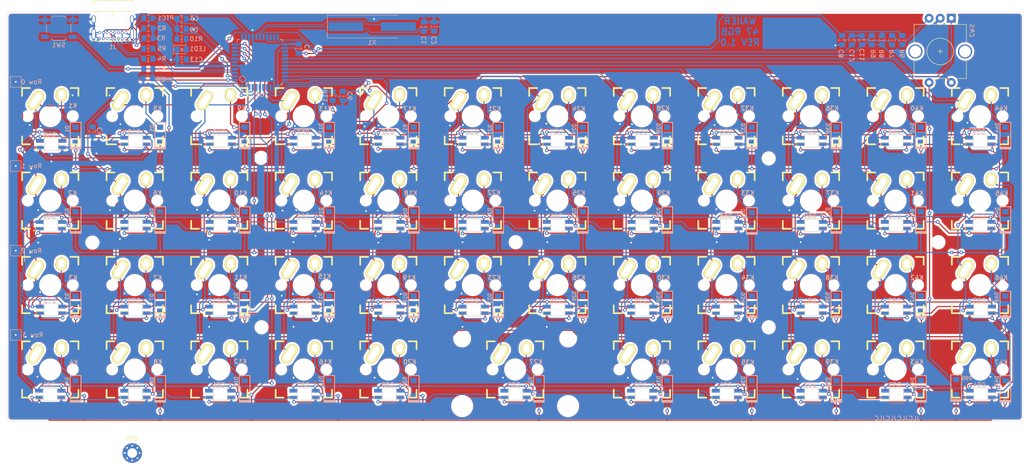
<source format=kicad_pcb>
(kicad_pcb (version 20171130) (host pcbnew "(5.1.0)-1")
  (layers (0 F.Cu signal) (31 B.Cu signal) (34 B.Paste user) (35 F.Paste user) (36 B.SilkS user) (37 F.SilkS user) (38 B.Mask user) (39 F.Mask user) (44 Edge.Cuts user))
  (net 0 "")
  (net 1 5V)
  (net 2 /ENCODER_BOUT)
  (net 3 /ENCODER_AOUT)
  (net 4 /ROW0)
  (net 5 "Net-(D1-Pad2)")
  (net 6 /ROW1)
  (net 7 "Net-(D2-Pad2)")
  (net 8 /ROW2)
  (net 9 "Net-(D3-Pad2)")
  (net 10 /ROW3)
  (net 11 "Net-(D4-Pad2)")
  (net 12 "Net-(D5-Pad2)")
  (net 13 "Net-(D6-Pad2)")
  (net 14 "Net-(D7-Pad2)")
  (net 15 "Net-(D8-Pad2)")
  (net 16 "Net-(D9-Pad2)")
  (net 17 "Net-(D10-Pad2)")
  (net 18 "Net-(D11-Pad2)")
  (net 19 "Net-(D12-Pad2)")
  (net 20 "Net-(D13-Pad2)")
  (net 21 "Net-(D14-Pad2)")
  (net 22 "Net-(D15-Pad2)")
  (net 23 "Net-(D16-Pad2)")
  (net 24 "Net-(D17-Pad2)")
  (net 25 "Net-(D18-Pad2)")
  (net 26 "Net-(D19-Pad2)")
  (net 27 "Net-(D20-Pad2)")
  (net 28 "Net-(D21-Pad2)")
  (net 29 "Net-(D22-Pad2)")
  (net 30 "Net-(D23-Pad2)")
  (net 31 "Net-(D24-Pad2)")
  (net 32 "Net-(D25-Pad2)")
  (net 33 "Net-(D26-Pad2)")
  (net 34 "Net-(D27-Pad2)")
  (net 35 "Net-(D28-Pad2)")
  (net 36 "Net-(D29-Pad2)")
  (net 37 "Net-(D30-Pad2)")
  (net 38 "Net-(D31-Pad2)")
  (net 39 "Net-(D32-Pad2)")
  (net 40 "Net-(D33-Pad2)")
  (net 41 "Net-(D34-Pad2)")
  (net 42 "Net-(D35-Pad2)")
  (net 43 "Net-(D36-Pad2)")
  (net 44 "Net-(D37-Pad2)")
  (net 45 "Net-(D38-Pad2)")
  (net 46 "Net-(D39-Pad2)")
  (net 47 "Net-(D40-Pad2)")
  (net 48 "Net-(D41-Pad2)")
  (net 49 "Net-(D42-Pad2)")
  (net 50 "Net-(D43-Pad2)")
  (net 51 "Net-(D44-Pad2)")
  (net 52 "Net-(D46-Pad2)")
  (net 53 "Net-(D48-Pad4)")
  (net 54 /RGB)
  (net 55 "Net-(D49-Pad4)")
  (net 56 "Net-(D50-Pad4)")
  (net 57 "Net-(D51-Pad4)")
  (net 58 "Net-(D52-Pad4)")
  (net 59 "Net-(D54-Pad4)")
  (net 60 "Net-(D56-Pad4)")
  (net 61 "Net-(D58-Pad4)")
  (net 62 "Net-(D60-Pad4)")
  (net 63 "Net-(D61-Pad2)")
  (net 64 "Net-(D63-Pad2)")
  (net 65 "Net-(D65-Pad2)")
  (net 66 "Net-(D67-Pad2)")
  (net 67 "Net-(D69-Pad2)")
  (net 68 "Net-(D73-Pad4)")
  (net 69 "Net-(D75-Pad4)")
  (net 70 "Net-(D77-Pad4)")
  (net 71 "Net-(D79-Pad4)")
  (net 72 "Net-(D81-Pad4)")
  (net 73 "Net-(D83-Pad4)")
  (net 74 "Net-(D84-Pad2)")
  (net 75 "Net-(D86-Pad2)")
  (net 76 "Net-(D88-Pad2)")
  (net 77 "Net-(D90-Pad2)")
  (net 78 /ENCODER_S1)
  (net 79 "Net-(J1-PadA5)")
  (net 80 VCC)
  (net 81 "Net-(J1-PadA8)")
  (net 82 "Net-(J1-PadB8)")
  (net 83 "Net-(J1-PadB5)")
  (net 84 /COL0)
  (net 85 /COL1)
  (net 86 /COL2)
  (net 87 /COL3)
  (net 88 /COL4)
  (net 89 /COL5)
  (net 90 /COL6)
  (net 91 /COL7)
  (net 92 /COL8)
  (net 93 /COL9)
  (net 94 /COL10)
  (net 95 /COL11)
  (net 96 "Net-(LED1-Pad2)")
  (net 97 /RESET)
  (net 98 /D-)
  (net 99 /D+)
  (net 100 /ENCODER_B)
  (net 101 /ENCODER_A)
  (net 102 "Net-(U1-Pad42)")
  (net 103 "Net-(U1-Pad26)")
  (net 104 "Net-(U1-Pad22)")
  (net 105 "Net-(U1-Pad21)")
  (net 106 "Net-(U1-Pad20)")
  (net 107 "Net-(U1-Pad12)")
  (net 108 "Net-(R11-Pad2)")
  (net 109 GND)
  (net 110 "Net-(D53-Pad4)")
  (net 111 "Net-(D55-Pad4)")
  (net 112 "Net-(D57-Pad4)")
  (net 113 "Net-(D59-Pad4)")
  (net 114 "Net-(D60-Pad2)")
  (net 115 "Net-(D62-Pad2)")
  (net 116 "Net-(D64-Pad2)")
  (net 117 "Net-(D66-Pad2)")
  (net 118 "Net-(D68-Pad2)")
  (net 119 "Net-(D70-Pad2)")
  (net 120 "Net-(D72-Pad4)")
  (net 121 "Net-(D74-Pad4)")
  (net 122 "Net-(D76-Pad4)")
  (net 123 "Net-(D78-Pad4)")
  (net 124 "Net-(D80-Pad4)")
  (net 125 "Net-(D82-Pad4)")
  (net 126 "Net-(D85-Pad2)")
  (net 127 "Net-(D87-Pad2)")
  (net 128 "Net-(D89-Pad2)")
  (net 129 "Net-(D91-Pad2)")
  (net 130 "Net-(D92-Pad2)")
  (net 131 "Net-(D45-Pad2)")
  (net 132 "Net-(D47-Pad2)")
  (net 133 /XTAL_P)
  (net 134 /XTAL_N)
  (net 135 "Net-(U1-Pad25)")
  (net 136 "Net-(J1-PadA6)")
  (net 137 "Net-(J1-PadA7)")
  (net 138 "Net-(C13-Pad1)")
  (net 139 "Net-(D84-Pad4)")
  (net 140 "Net-(D93-Pad2)")
  (module keebs:Mx_Alps_100 (layer F.Cu) (at 112.395 56.007)
    (fp_text reference K18 (at 5.0292 -1.7018) (layer B.SilkS) (effects (font (thickness 0.2)) (justify mirror)))
    (fp_text value KEYSW hide)
    (pad 2 thru_hole oval (at 2.52 -4.79 356.1) (size 2.5 3.08) (drill oval 1.5 2.08) (layers *.Cu *.Mask F.SilkS) (net 25 "Net-(D18-Pad2)"))
    (pad 1 thru_hole oval (at -3.255 -3.52 327.5) (size 2.5 4.75) (drill oval 1.5 3.75) (layers *.Cu *.Mask F.SilkS) (net 88 /COL4))
    (pad "" np_thru_hole circle (at 5.08 0) (size 1.7018 1.7018) (drill 1.7018) (layers *.Cu *.Mask))
    (pad "" np_thru_hole circle (at -5.08 0) (size 1.7018 1.7018) (drill 1.7018) (layers *.Cu *.Mask))
    (pad "" np_thru_hole circle (at 0 0) (size 3.9878 3.9878) (drill 3.9878) (layers *.Cu *.Mask))
  )
  (module keebs:Mx_Alps_100 (layer F.Cu) (at 131.445 56.007)
    (fp_text reference K22 (at 4.7752 -1.8034) (layer B.SilkS) (effects (font (thickness 0.2)) (justify mirror)))
    (fp_text value KEYSW hide)
    (pad 2 thru_hole oval (at 2.52 -4.79 356.1) (size 2.5 3.08) (drill oval 1.5 2.08) (layers *.Cu *.Mask F.SilkS) (net 29 "Net-(D22-Pad2)"))
    (pad 1 thru_hole oval (at -3.255 -3.52 327.5) (size 2.5 4.75) (drill oval 1.5 3.75) (layers *.Cu *.Mask F.SilkS) (net 89 /COL5))
    (pad "" np_thru_hole circle (at 5.08 0) (size 1.7018 1.7018) (drill 1.7018) (layers *.Cu *.Mask))
    (pad "" np_thru_hole circle (at -5.08 0) (size 1.7018 1.7018) (drill 1.7018) (layers *.Cu *.Mask))
    (pad "" np_thru_hole circle (at 0 0) (size 3.9878 3.9878) (drill 3.9878) (layers *.Cu *.Mask))
  )
  (module MountingHole:MountingHole_2.2mm_M2_DIN965 (layer F.Cu) (at 45.6946 65.4812)
    (fp_text reference "" (at 0 -2.9) (layer F.SilkS))
    (fp_text value MountingHole_2.2mm_M2_DIN965)
    (pad 1 np_thru_hole circle (at 0 0) (size 2.2 2.2) (drill 2.2) (layers *.Cu *.Mask))
  )
  (module keebs:Mx_Alps_100 (layer F.Cu) (at 36.195 56.007)
    (fp_text reference K2 (at 5.0292 -1.7018) (layer B.SilkS) (effects (font (thickness 0.2)) (justify mirror)))
    (fp_text value KEYSW hide)
    (pad 2 thru_hole oval (at 2.52 -4.79 356.1) (size 2.5 3.08) (drill oval 1.5 2.08) (layers *.Cu *.Mask F.SilkS) (net 7 "Net-(D2-Pad2)"))
    (pad 1 thru_hole oval (at -3.255 -3.52 327.5) (size 2.5 4.75) (drill oval 1.5 3.75) (layers *.Cu *.Mask F.SilkS) (net 84 /COL0))
    (pad "" np_thru_hole circle (at 5.08 0) (size 1.7018 1.7018) (drill 1.7018) (layers *.Cu *.Mask))
    (pad "" np_thru_hole circle (at -5.08 0) (size 1.7018 1.7018) (drill 1.7018) (layers *.Cu *.Mask))
    (pad "" np_thru_hole circle (at 0 0) (size 3.9878 3.9878) (drill 3.9878) (layers *.Cu *.Mask))
  )
  (module keebs:Mx_Alps_100 (layer F.Cu) (at 36.195 36.957)
    (fp_text reference K1 (at 5.0292 -2.3622) (layer B.SilkS) (effects (font (thickness 0.2)) (justify mirror)))
    (fp_text value KEYSW hide)
    (pad 2 thru_hole oval (at 2.52 -4.79 356.1) (size 2.5 3.08) (drill oval 1.5 2.08) (layers *.Cu *.Mask F.SilkS) (net 5 "Net-(D1-Pad2)"))
    (pad 1 thru_hole oval (at -3.255 -3.52 327.5) (size 2.5 4.75) (drill oval 1.5 3.75) (layers *.Cu *.Mask F.SilkS) (net 84 /COL0))
    (pad "" np_thru_hole circle (at 5.08 0) (size 1.7018 1.7018) (drill 1.7018) (layers *.Cu *.Mask))
    (pad "" np_thru_hole circle (at -5.08 0) (size 1.7018 1.7018) (drill 1.7018) (layers *.Cu *.Mask))
    (pad "" np_thru_hole circle (at 0 0) (size 3.9878 3.9878) (drill 3.9878) (layers *.Cu *.Mask))
  )
  (module Capacitor_SMD:C_0805_2012Metric_Pad1.15x1.40mm_HandSolder (layer B.Cu) (at 120.396 16.764 270)
    (fp_text reference C1 (at 3.048 0 270) (layer B.SilkS) (effects (justify mirror)))
    (fp_text value 22p)
    (pad 2 smd roundrect (at 1.025 0 270) (size 1.15 1.4) (layers B.Cu B.Paste B.Mask) (roundrect_rratio 0.217391) (net 133 /XTAL_P))
    (pad 1 smd roundrect (at -1.025 0 270) (size 1.15 1.4) (layers B.Cu B.Paste B.Mask) (roundrect_rratio 0.217391) (net 109 GND))
  )
  (module Capacitor_SMD:C_0805_2012Metric_Pad1.15x1.40mm_HandSolder (layer B.Cu) (at 122.682 16.764 270)
    (fp_text reference C2 (at 3.048 0 90) (layer B.SilkS) (effects (justify mirror)))
    (fp_text value 22p)
    (pad 2 smd roundrect (at 1.025 0 270) (size 1.15 1.4) (layers B.Cu B.Paste B.Mask) (roundrect_rratio 0.217391) (net 134 /XTAL_N))
    (pad 1 smd roundrect (at -1.025 0 270) (size 1.15 1.4) (layers B.Cu B.Paste B.Mask) (roundrect_rratio 0.217391) (net 109 GND))
  )
  (module Capacitor_SMD:C_0805_2012Metric_Pad1.15x1.40mm_HandSolder (layer B.Cu) (at 65.786 15.018 180)
    (fp_text reference C3 (at -2.921 0.127 180) (layer B.SilkS) (effects (justify mirror)))
    (fp_text value 0.1u)
    (pad 2 smd roundrect (at 1.025 0 180) (size 1.15 1.4) (layers B.Cu B.Paste B.Mask) (roundrect_rratio 0.217391) (net 1 5V))
    (pad 1 smd roundrect (at -1.025 0 180) (size 1.15 1.4) (layers B.Cu B.Paste B.Mask) (roundrect_rratio 0.217391) (net 109 GND))
  )
  (module Capacitor_SMD:C_0805_2012Metric_Pad1.15x1.40mm_HandSolder (layer B.Cu) (at 45.72 40.386 90)
    (fp_text reference C4 (at 0 1.65 90) (layer B.SilkS) (effects (justify mirror)))
    (fp_text value 0.1u)
    (pad 2 smd roundrect (at 1.025 0 90) (size 1.15 1.4) (layers B.Cu B.Paste B.Mask) (roundrect_rratio 0.217391) (net 1 5V))
    (pad 1 smd roundrect (at -1.025 0 90) (size 1.15 1.4) (layers B.Cu B.Paste B.Mask) (roundrect_rratio 0.217391) (net 109 GND))
  )
  (module Capacitor_SMD:C_0805_2012Metric_Pad1.15x1.40mm_HandSolder (layer B.Cu) (at 92.202 21.717 270)
    (fp_text reference C5 (at 0 -1.905 270) (layer B.SilkS) (effects (justify mirror)))
    (fp_text value 0.1u)
    (pad 2 smd roundrect (at 1.025 0 270) (size 1.15 1.4) (layers B.Cu B.Paste B.Mask) (roundrect_rratio 0.217391) (net 1 5V))
    (pad 1 smd roundrect (at -1.025 0 270) (size 1.15 1.4) (layers B.Cu B.Paste B.Mask) (roundrect_rratio 0.217391) (net 109 GND))
  )
  (module Capacitor_SMD:C_0805_2012Metric_Pad1.15x1.40mm_HandSolder (layer B.Cu) (at 102.108 32.385 90)
    (fp_text reference C6 (at 0 1.65 90) (layer B.SilkS) (effects (justify mirror)))
    (fp_text value 0.1u)
    (pad 2 smd roundrect (at 1.025 0 90) (size 1.15 1.4) (layers B.Cu B.Paste B.Mask) (roundrect_rratio 0.217391) (net 1 5V))
    (pad 1 smd roundrect (at -1.025 0 90) (size 1.15 1.4) (layers B.Cu B.Paste B.Mask) (roundrect_rratio 0.217391) (net 109 GND))
  )
  (module keyboard_parts:D_SOD123 (layer B.Cu) (at 41.91 41.148 90)
    (fp_text reference D1 (at 1.27 -1.905 90) (layer B.SilkS) (effects (font (size 0.8 0.8)) (justify mirror)))
    (fp_text value D hide)
    (pad 1 smd rect (at -1.7 0 90) (size 1.2 1.4) (layers B.Cu B.Paste B.Mask) (net 4 /ROW0))
    (pad 2 smd rect (at 1.7 0 90) (size 1.2 1.4) (layers B.Cu B.Paste B.Mask) (net 5 "Net-(D1-Pad2)"))
  )
  (module keyboard_parts:D_SOD123 (layer B.Cu) (at 41.91 60.198 90)
    (fp_text reference D2 (at 1.7272 -1.925 90) (layer B.SilkS) (effects (font (size 0.8 0.8)) (justify mirror)))
    (fp_text value D hide)
    (pad 1 smd rect (at -1.7 0 90) (size 1.2 1.4) (layers B.Cu B.Paste B.Mask) (net 6 /ROW1))
    (pad 2 smd rect (at 1.7 0 90) (size 1.2 1.4) (layers B.Cu B.Paste B.Mask) (net 7 "Net-(D2-Pad2)"))
  )
  (module keyboard_parts:D_SOD123 (layer B.Cu) (at 41.91 79.248 90)
    (fp_text reference D3 (at 1.6764 -1.925 90) (layer B.SilkS) (effects (font (size 0.8 0.8)) (justify mirror)))
    (fp_text value D hide)
    (pad 1 smd rect (at -1.7 0 90) (size 1.2 1.4) (layers B.Cu B.Paste B.Mask) (net 8 /ROW2))
    (pad 2 smd rect (at 1.7 0 90) (size 1.2 1.4) (layers B.Cu B.Paste B.Mask) (net 9 "Net-(D3-Pad2)"))
  )
  (module keyboard_parts:D_SOD123 (layer B.Cu) (at 41.91 98.298 90)
    (fp_text reference D4 (at 1.7272 -1.905 90) (layer B.SilkS) (effects (font (size 0.8 0.8)) (justify mirror)))
    (fp_text value D hide)
    (pad 1 smd rect (at -1.7 0 90) (size 1.2 1.4) (layers B.Cu B.Paste B.Mask) (net 10 /ROW3))
    (pad 2 smd rect (at 1.7 0 90) (size 1.2 1.4) (layers B.Cu B.Paste B.Mask) (net 11 "Net-(D4-Pad2)"))
  )
  (module keyboard_parts:D_SOD123 (layer B.Cu) (at 60.96 41.148 90)
    (fp_text reference D5 (at 1.4732 -1.8542 90) (layer B.SilkS) (effects (font (size 0.8 0.8)) (justify mirror)))
    (fp_text value D hide)
    (pad 1 smd rect (at -1.7 0 90) (size 1.2 1.4) (layers B.Cu B.Paste B.Mask) (net 4 /ROW0))
    (pad 2 smd rect (at 1.7 0 90) (size 1.2 1.4) (layers B.Cu B.Paste B.Mask) (net 12 "Net-(D5-Pad2)"))
  )
  (module keyboard_parts:D_SOD123 (layer B.Cu) (at 60.96 60.198 90)
    (fp_text reference D6 (at 1.7272 -1.925 90) (layer B.SilkS) (effects (font (size 0.8 0.8)) (justify mirror)))
    (fp_text value D hide)
    (pad 1 smd rect (at -1.7 0 90) (size 1.2 1.4) (layers B.Cu B.Paste B.Mask) (net 6 /ROW1))
    (pad 2 smd rect (at 1.7 0 90) (size 1.2 1.4) (layers B.Cu B.Paste B.Mask) (net 13 "Net-(D6-Pad2)"))
  )
  (module keyboard_parts:D_SOD123 (layer B.Cu) (at 60.96 79.248 90)
    (fp_text reference D7 (at 1.4732 -1.925 90) (layer B.SilkS) (effects (font (size 0.8 0.8)) (justify mirror)))
    (fp_text value D hide)
    (pad 1 smd rect (at -1.7 0 90) (size 1.2 1.4) (layers B.Cu B.Paste B.Mask) (net 8 /ROW2))
    (pad 2 smd rect (at 1.7 0 90) (size 1.2 1.4) (layers B.Cu B.Paste B.Mask) (net 14 "Net-(D7-Pad2)"))
  )
  (module keyboard_parts:D_SOD123 (layer B.Cu) (at 60.96 98.298 90)
    (fp_text reference D8 (at 1.7272 -1.8542 90) (layer B.SilkS) (effects (font (size 0.8 0.8)) (justify mirror)))
    (fp_text value D hide)
    (pad 1 smd rect (at -1.7 0 90) (size 1.2 1.4) (layers B.Cu B.Paste B.Mask) (net 10 /ROW3))
    (pad 2 smd rect (at 1.7 0 90) (size 1.2 1.4) (layers B.Cu B.Paste B.Mask) (net 15 "Net-(D8-Pad2)"))
  )
  (module keyboard_parts:D_SOD123 (layer B.Cu) (at 80.01 41.148 90)
    (fp_text reference D9 (at 1.6764 -1.925 90) (layer B.SilkS) (effects (font (size 0.8 0.8)) (justify mirror)))
    (fp_text value D hide)
    (pad 1 smd rect (at -1.7 0 90) (size 1.2 1.4) (layers B.Cu B.Paste B.Mask) (net 4 /ROW0))
    (pad 2 smd rect (at 1.7 0 90) (size 1.2 1.4) (layers B.Cu B.Paste B.Mask) (net 16 "Net-(D9-Pad2)"))
  )
  (module keyboard_parts:D_SOD123 (layer B.Cu) (at 80.01 60.198 90)
    (fp_text reference D10 (at 1.524 -1.925 90) (layer B.SilkS) (effects (font (size 0.8 0.8)) (justify mirror)))
    (fp_text value D hide)
    (pad 1 smd rect (at -1.7 0 90) (size 1.2 1.4) (layers B.Cu B.Paste B.Mask) (net 6 /ROW1))
    (pad 2 smd rect (at 1.7 0 90) (size 1.2 1.4) (layers B.Cu B.Paste B.Mask) (net 17 "Net-(D10-Pad2)"))
  )
  (module keyboard_parts:D_SOD123 (layer B.Cu) (at 80.01 79.248 90)
    (fp_text reference D11 (at 1.3716 -1.925 90) (layer B.SilkS) (effects (font (size 0.8 0.8)) (justify mirror)))
    (fp_text value D hide)
    (pad 1 smd rect (at -1.7 0 90) (size 1.2 1.4) (layers B.Cu B.Paste B.Mask) (net 8 /ROW2))
    (pad 2 smd rect (at 1.7 0 90) (size 1.2 1.4) (layers B.Cu B.Paste B.Mask) (net 18 "Net-(D11-Pad2)"))
  )
  (module keyboard_parts:D_SOD123 (layer B.Cu) (at 80.01 98.298 90)
    (fp_text reference D12 (at 1.4224 -1.905 90) (layer B.SilkS) (effects (font (size 0.8 0.8)) (justify mirror)))
    (fp_text value D hide)
    (pad 1 smd rect (at -1.7 0 90) (size 1.2 1.4) (layers B.Cu B.Paste B.Mask) (net 10 /ROW3))
    (pad 2 smd rect (at 1.7 0 90) (size 1.2 1.4) (layers B.Cu B.Paste B.Mask) (net 19 "Net-(D12-Pad2)"))
  )
  (module keyboard_parts:D_SOD123 (layer B.Cu) (at 99.06 41.148 90)
    (fp_text reference D13 (at 1.4732 -1.8542 90) (layer B.SilkS) (effects (font (size 0.8 0.8)) (justify mirror)))
    (fp_text value D hide)
    (pad 1 smd rect (at -1.7 0 90) (size 1.2 1.4) (layers B.Cu B.Paste B.Mask) (net 4 /ROW0))
    (pad 2 smd rect (at 1.7 0 90) (size 1.2 1.4) (layers B.Cu B.Paste B.Mask) (net 20 "Net-(D13-Pad2)"))
  )
  (module keyboard_parts:D_SOD123 (layer B.Cu) (at 99.06 60.198 90)
    (fp_text reference D14 (at 1.524 -1.8542 90) (layer B.SilkS) (effects (font (size 0.8 0.8)) (justify mirror)))
    (fp_text value D hide)
    (pad 1 smd rect (at -1.7 0 90) (size 1.2 1.4) (layers B.Cu B.Paste B.Mask) (net 6 /ROW1))
    (pad 2 smd rect (at 1.7 0 90) (size 1.2 1.4) (layers B.Cu B.Paste B.Mask) (net 21 "Net-(D14-Pad2)"))
  )
  (module keyboard_parts:D_SOD123 (layer B.Cu) (at 99.06 79.248 90)
    (fp_text reference D15 (at 1.3716 -1.9558 90) (layer B.SilkS) (effects (font (size 0.8 0.8)) (justify mirror)))
    (fp_text value D hide)
    (pad 1 smd rect (at -1.7 0 90) (size 1.2 1.4) (layers B.Cu B.Paste B.Mask) (net 8 /ROW2))
    (pad 2 smd rect (at 1.7 0 90) (size 1.2 1.4) (layers B.Cu B.Paste B.Mask) (net 22 "Net-(D15-Pad2)"))
  )
  (module keyboard_parts:D_SOD123 (layer B.Cu) (at 99.06 98.298 90)
    (fp_text reference D16 (at 1.6256 -1.8542 90) (layer B.SilkS) (effects (font (size 0.8 0.8)) (justify mirror)))
    (fp_text value D hide)
    (pad 1 smd rect (at -1.7 0 90) (size 1.2 1.4) (layers B.Cu B.Paste B.Mask) (net 10 /ROW3))
    (pad 2 smd rect (at 1.7 0 90) (size 1.2 1.4) (layers B.Cu B.Paste B.Mask) (net 23 "Net-(D16-Pad2)"))
  )
  (module keyboard_parts:D_SOD123 (layer B.Cu) (at 118.11 41.148 90)
    (fp_text reference D17 (at 1.27 -1.925 90) (layer B.SilkS) (effects (font (size 0.8 0.8)) (justify mirror)))
    (fp_text value D hide)
    (pad 1 smd rect (at -1.7 0 90) (size 1.2 1.4) (layers B.Cu B.Paste B.Mask) (net 4 /ROW0))
    (pad 2 smd rect (at 1.7 0 90) (size 1.2 1.4) (layers B.Cu B.Paste B.Mask) (net 24 "Net-(D17-Pad2)"))
  )
  (module keyboard_parts:D_SOD123 (layer B.Cu) (at 118.11 60.198 90)
    (fp_text reference D18 (at 1.4224 -1.905 90) (layer B.SilkS) (effects (font (size 0.8 0.8)) (justify mirror)))
    (fp_text value D hide)
    (pad 1 smd rect (at -1.7 0 90) (size 1.2 1.4) (layers B.Cu B.Paste B.Mask) (net 6 /ROW1))
    (pad 2 smd rect (at 1.7 0 90) (size 1.2 1.4) (layers B.Cu B.Paste B.Mask) (net 25 "Net-(D18-Pad2)"))
  )
  (module keyboard_parts:D_SOD123 (layer B.Cu) (at 118.11 79.248 90)
    (fp_text reference D19 (at 1.3716 -1.925 90) (layer B.SilkS) (effects (font (size 0.8 0.8)) (justify mirror)))
    (fp_text value D hide)
    (pad 1 smd rect (at -1.7 0 90) (size 1.2 1.4) (layers B.Cu B.Paste B.Mask) (net 8 /ROW2))
    (pad 2 smd rect (at 1.7 0 90) (size 1.2 1.4) (layers B.Cu B.Paste B.Mask) (net 26 "Net-(D19-Pad2)"))
  )
  (module keyboard_parts:D_SOD123 (layer B.Cu) (at 118.11 98.298 90)
    (fp_text reference D20 (at 1.4224 -2.0066 90) (layer B.SilkS) (effects (font (size 0.8 0.8)) (justify mirror)))
    (fp_text value D hide)
    (pad 1 smd rect (at -1.7 0 90) (size 1.2 1.4) (layers B.Cu B.Paste B.Mask) (net 10 /ROW3))
    (pad 2 smd rect (at 1.7 0 90) (size 1.2 1.4) (layers B.Cu B.Paste B.Mask) (net 27 "Net-(D20-Pad2)"))
  )
  (module keyboard_parts:D_SOD123 (layer B.Cu) (at 137.16 41.148 90)
    (fp_text reference D21 (at 1.1684 -1.8542 90) (layer B.SilkS) (effects (font (size 0.8 0.8)) (justify mirror)))
    (fp_text value D hide)
    (pad 1 smd rect (at -1.7 0 90) (size 1.2 1.4) (layers B.Cu B.Paste B.Mask) (net 4 /ROW0))
    (pad 2 smd rect (at 1.7 0 90) (size 1.2 1.4) (layers B.Cu B.Paste B.Mask) (net 28 "Net-(D21-Pad2)"))
  )
  (module keyboard_parts:D_SOD123 (layer B.Cu) (at 137.16 60.198 90)
    (fp_text reference D22 (at 1.4224 -1.925 90) (layer B.SilkS) (effects (font (size 0.8 0.8)) (justify mirror)))
    (fp_text value D hide)
    (pad 1 smd rect (at -1.7 0 90) (size 1.2 1.4) (layers B.Cu B.Paste B.Mask) (net 6 /ROW1))
    (pad 2 smd rect (at 1.7 0 90) (size 1.2 1.4) (layers B.Cu B.Paste B.Mask) (net 29 "Net-(D22-Pad2)"))
  )
  (module keyboard_parts:D_SOD123 (layer B.Cu) (at 137.16 79.248 90)
    (fp_text reference D23 (at 1.1684 -1.925 90) (layer B.SilkS) (effects (font (size 0.8 0.8)) (justify mirror)))
    (fp_text value D hide)
    (pad 1 smd rect (at -1.7 0 90) (size 1.2 1.4) (layers B.Cu B.Paste B.Mask) (net 8 /ROW2))
    (pad 2 smd rect (at 1.7 0 90) (size 1.2 1.4) (layers B.Cu B.Paste B.Mask) (net 30 "Net-(D23-Pad2)"))
  )
  (module keyboard_parts:D_SOD123 (layer B.Cu) (at 156.21 41.148 90)
    (fp_text reference D24 (at 1.27 -1.925 90) (layer B.SilkS) (effects (font (size 0.8 0.8)) (justify mirror)))
    (fp_text value D hide)
    (pad 1 smd rect (at -1.7 0 90) (size 1.2 1.4) (layers B.Cu B.Paste B.Mask) (net 4 /ROW0))
    (pad 2 smd rect (at 1.7 0 90) (size 1.2 1.4) (layers B.Cu B.Paste B.Mask) (net 31 "Net-(D24-Pad2)"))
  )
  (module keyboard_parts:D_SOD123 (layer B.Cu) (at 156.21 60.198 90)
    (fp_text reference D25 (at 1.4224 -1.905 90) (layer B.SilkS) (effects (font (size 0.8 0.8)) (justify mirror)))
    (fp_text value D hide)
    (pad 1 smd rect (at -1.7 0 90) (size 1.2 1.4) (layers B.Cu B.Paste B.Mask) (net 6 /ROW1))
    (pad 2 smd rect (at 1.7 0 90) (size 1.2 1.4) (layers B.Cu B.Paste B.Mask) (net 32 "Net-(D25-Pad2)"))
  )
  (module keyboard_parts:D_SOD123 (layer B.Cu) (at 156.21 79.248 90)
    (fp_text reference D26 (at 1.6764 -1.925 90) (layer B.SilkS) (effects (font (size 0.8 0.8)) (justify mirror)))
    (fp_text value D hide)
    (pad 1 smd rect (at -1.7 0 90) (size 1.2 1.4) (layers B.Cu B.Paste B.Mask) (net 8 /ROW2))
    (pad 2 smd rect (at 1.7 0 90) (size 1.2 1.4) (layers B.Cu B.Paste B.Mask) (net 33 "Net-(D26-Pad2)"))
  )
  (module keyboard_parts:D_SOD123 (layer B.Cu) (at 146.304 98.298 90)
    (fp_text reference D27 (at 1.4224 -1.9558 90) (layer B.SilkS) (effects (font (size 0.8 0.8)) (justify mirror)))
    (fp_text value D hide)
    (pad 1 smd rect (at -1.7 0 90) (size 1.2 1.4) (layers B.Cu B.Paste B.Mask) (net 10 /ROW3))
    (pad 2 smd rect (at 1.7 0 90) (size 1.2 1.4) (layers B.Cu B.Paste B.Mask) (net 34 "Net-(D27-Pad2)"))
  )
  (module keyboard_parts:D_SOD123 (layer B.Cu) (at 175.26 41.148 90)
    (fp_text reference D28 (at 1.4732 -1.9558 90) (layer B.SilkS) (effects (font (size 0.8 0.8)) (justify mirror)))
    (fp_text value D hide)
    (pad 1 smd rect (at -1.7 0 90) (size 1.2 1.4) (layers B.Cu B.Paste B.Mask) (net 4 /ROW0))
    (pad 2 smd rect (at 1.7 0 90) (size 1.2 1.4) (layers B.Cu B.Paste B.Mask) (net 35 "Net-(D28-Pad2)"))
  )
  (module keyboard_parts:D_SOD123 (layer B.Cu) (at 175.26 60.198 90)
    (fp_text reference D29 (at 1.524 -1.9558 90) (layer B.SilkS) (effects (font (size 0.8 0.8)) (justify mirror)))
    (fp_text value D hide)
    (pad 1 smd rect (at -1.7 0 90) (size 1.2 1.4) (layers B.Cu B.Paste B.Mask) (net 6 /ROW1))
    (pad 2 smd rect (at 1.7 0 90) (size 1.2 1.4) (layers B.Cu B.Paste B.Mask) (net 36 "Net-(D29-Pad2)"))
  )
  (module keyboard_parts:D_SOD123 (layer B.Cu) (at 175.26 79.248 90)
    (fp_text reference D30 (at 1.5748 -1.925 90) (layer B.SilkS) (effects (font (size 0.8 0.8)) (justify mirror)))
    (fp_text value D hide)
    (pad 1 smd rect (at -1.7 0 90) (size 1.2 1.4) (layers B.Cu B.Paste B.Mask) (net 8 /ROW2))
    (pad 2 smd rect (at 1.7 0 90) (size 1.2 1.4) (layers B.Cu B.Paste B.Mask) (net 37 "Net-(D30-Pad2)"))
  )
  (module keyboard_parts:D_SOD123 (layer B.Cu) (at 175.26 98.298 90)
    (fp_text reference D31 (at 1.6256 -1.925 90) (layer B.SilkS) (effects (font (size 0.8 0.8)) (justify mirror)))
    (fp_text value D hide)
    (pad 1 smd rect (at -1.7 0 90) (size 1.2 1.4) (layers B.Cu B.Paste B.Mask) (net 10 /ROW3))
    (pad 2 smd rect (at 1.7 0 90) (size 1.2 1.4) (layers B.Cu B.Paste B.Mask) (net 38 "Net-(D31-Pad2)"))
  )
  (module keyboard_parts:D_SOD123 (layer B.Cu) (at 194.31 41.148 90)
    (fp_text reference D32 (at 1.4732 -1.905 90) (layer B.SilkS) (effects (font (size 0.8 0.8)) (justify mirror)))
    (fp_text value D hide)
    (pad 1 smd rect (at -1.7 0 90) (size 1.2 1.4) (layers B.Cu B.Paste B.Mask) (net 4 /ROW0))
    (pad 2 smd rect (at 1.7 0 90) (size 1.2 1.4) (layers B.Cu B.Paste B.Mask) (net 39 "Net-(D32-Pad2)"))
  )
  (module keyboard_parts:D_SOD123 (layer B.Cu) (at 194.31 60.403 90)
    (fp_text reference D33 (at 1.4242 -1.925 90) (layer B.SilkS) (effects (font (size 0.8 0.8)) (justify mirror)))
    (fp_text value D hide)
    (pad 1 smd rect (at -1.7 0 90) (size 1.2 1.4) (layers B.Cu B.Paste B.Mask) (net 6 /ROW1))
    (pad 2 smd rect (at 1.7 0 90) (size 1.2 1.4) (layers B.Cu B.Paste B.Mask) (net 40 "Net-(D33-Pad2)"))
  )
  (module keyboard_parts:D_SOD123 (layer B.Cu) (at 194.31 79.248 90)
    (fp_text reference D34 (at 1.3716 -1.925 90) (layer B.SilkS) (effects (font (size 0.8 0.8)) (justify mirror)))
    (fp_text value D hide)
    (pad 1 smd rect (at -1.7 0 90) (size 1.2 1.4) (layers B.Cu B.Paste B.Mask) (net 8 /ROW2))
    (pad 2 smd rect (at 1.7 0 90) (size 1.2 1.4) (layers B.Cu B.Paste B.Mask) (net 41 "Net-(D34-Pad2)"))
  )
  (module keyboard_parts:D_SOD123 (layer B.Cu) (at 194.31 98.298 90)
    (fp_text reference D35 (at 1.524 -1.925 90) (layer B.SilkS) (effects (font (size 0.8 0.8)) (justify mirror)))
    (fp_text value D hide)
    (pad 1 smd rect (at -1.7 0 90) (size 1.2 1.4) (layers B.Cu B.Paste B.Mask) (net 10 /ROW3))
    (pad 2 smd rect (at 1.7 0 90) (size 1.2 1.4) (layers B.Cu B.Paste B.Mask) (net 42 "Net-(D35-Pad2)"))
  )
  (module keyboard_parts:D_SOD123 (layer B.Cu) (at 213.36 41.148 90)
    (fp_text reference D36 (at 1.4732 -1.8542 90) (layer B.SilkS) (effects (font (size 0.8 0.8)) (justify mirror)))
    (fp_text value D hide)
    (pad 1 smd rect (at -1.7 0 90) (size 1.2 1.4) (layers B.Cu B.Paste B.Mask) (net 4 /ROW0))
    (pad 2 smd rect (at 1.7 0 90) (size 1.2 1.4) (layers B.Cu B.Paste B.Mask) (net 43 "Net-(D36-Pad2)"))
  )
  (module keyboard_parts:D_SOD123 (layer B.Cu) (at 213.36 60.198 90)
    (fp_text reference D37 (at 1.524 -1.925 90) (layer B.SilkS) (effects (font (size 0.8 0.8)) (justify mirror)))
    (fp_text value D hide)
    (pad 1 smd rect (at -1.7 0 90) (size 1.2 1.4) (layers B.Cu B.Paste B.Mask) (net 6 /ROW1))
    (pad 2 smd rect (at 1.7 0 90) (size 1.2 1.4) (layers B.Cu B.Paste B.Mask) (net 44 "Net-(D37-Pad2)"))
  )
  (module keyboard_parts:D_SOD123 (layer B.Cu) (at 213.36 79.248 90)
    (fp_text reference D38 (at 1.4732 -1.9558 90) (layer B.SilkS) (effects (font (size 0.8 0.8)) (justify mirror)))
    (fp_text value D hide)
    (pad 1 smd rect (at -1.7 0 90) (size 1.2 1.4) (layers B.Cu B.Paste B.Mask) (net 8 /ROW2))
    (pad 2 smd rect (at 1.7 0 90) (size 1.2 1.4) (layers B.Cu B.Paste B.Mask) (net 45 "Net-(D38-Pad2)"))
  )
  (module keyboard_parts:D_SOD123 (layer B.Cu) (at 213.36 98.298 90)
    (fp_text reference D39 (at 1.3208 -1.925 90) (layer B.SilkS) (effects (font (size 0.8 0.8)) (justify mirror)))
    (fp_text value D hide)
    (pad 1 smd rect (at -1.7 0 90) (size 1.2 1.4) (layers B.Cu B.Paste B.Mask) (net 10 /ROW3))
    (pad 2 smd rect (at 1.7 0 90) (size 1.2 1.4) (layers B.Cu B.Paste B.Mask) (net 46 "Net-(D39-Pad2)"))
  )
  (module keyboard_parts:D_SOD123 (layer B.Cu) (at 232.41 41.148 90)
    (fp_text reference D40 (at 1.5748 -1.905 90) (layer B.SilkS) (effects (font (size 0.8 0.8)) (justify mirror)))
    (fp_text value D hide)
    (pad 1 smd rect (at -1.7 0 90) (size 1.2 1.4) (layers B.Cu B.Paste B.Mask) (net 4 /ROW0))
    (pad 2 smd rect (at 1.7 0 90) (size 1.2 1.4) (layers B.Cu B.Paste B.Mask) (net 47 "Net-(D40-Pad2)"))
  )
  (module keyboard_parts:D_SOD123 (layer B.Cu) (at 232.41 60.198 90)
    (fp_text reference D41 (at 1.2192 -1.925 90) (layer B.SilkS) (effects (font (size 0.8 0.8)) (justify mirror)))
    (fp_text value D hide)
    (pad 1 smd rect (at -1.7 0 90) (size 1.2 1.4) (layers B.Cu B.Paste B.Mask) (net 6 /ROW1))
    (pad 2 smd rect (at 1.7 0 90) (size 1.2 1.4) (layers B.Cu B.Paste B.Mask) (net 48 "Net-(D41-Pad2)"))
  )
  (module keyboard_parts:D_SOD123 (layer B.Cu) (at 232.41 79.248 90)
    (fp_text reference D42 (at 1.4732 -1.905 90) (layer B.SilkS) (effects (font (size 0.8 0.8)) (justify mirror)))
    (fp_text value D hide)
    (pad 1 smd rect (at -1.7 0 90) (size 1.2 1.4) (layers B.Cu B.Paste B.Mask) (net 8 /ROW2))
    (pad 2 smd rect (at 1.7 0 90) (size 1.2 1.4) (layers B.Cu B.Paste B.Mask) (net 49 "Net-(D42-Pad2)"))
  )
  (module keyboard_parts:D_SOD123 (layer B.Cu) (at 232.41 98.298 90)
    (fp_text reference D43 (at 1.3208 -1.905 90) (layer B.SilkS) (effects (font (size 0.8 0.8)) (justify mirror)))
    (fp_text value D hide)
    (pad 1 smd rect (at -1.7 0 90) (size 1.2 1.4) (layers B.Cu B.Paste B.Mask) (net 10 /ROW3))
    (pad 2 smd rect (at 1.7 0 90) (size 1.2 1.4) (layers B.Cu B.Paste B.Mask) (net 50 "Net-(D43-Pad2)"))
  )
  (module keyboard_parts:D_SOD123 (layer B.Cu) (at 251.46 41.148 90)
    (fp_text reference D44 (at 1.5748 -1.8542 90) (layer B.SilkS) (effects (font (size 0.8 0.8)) (justify mirror)))
    (fp_text value D hide)
    (pad 1 smd rect (at -1.7 0 90) (size 1.2 1.4) (layers B.Cu B.Paste B.Mask) (net 4 /ROW0))
    (pad 2 smd rect (at 1.7 0 90) (size 1.2 1.4) (layers B.Cu B.Paste B.Mask) (net 51 "Net-(D44-Pad2)"))
  )
  (module keyboard_parts:D_SOD123 (layer B.Cu) (at 251.46 60.198 90)
    (fp_text reference D45 (at 1.524 -1.8542 90) (layer B.SilkS) (effects (font (size 0.8 0.8)) (justify mirror)))
    (fp_text value D hide)
    (pad 1 smd rect (at -1.7 0 90) (size 1.2 1.4) (layers B.Cu B.Paste B.Mask) (net 6 /ROW1))
    (pad 2 smd rect (at 1.7 0 90) (size 1.2 1.4) (layers B.Cu B.Paste B.Mask) (net 131 "Net-(D45-Pad2)"))
  )
  (module keyboard_parts:D_SOD123 (layer B.Cu) (at 251.46 79.248 90)
    (fp_text reference D46 (at 1.4732 -1.9558 90) (layer B.SilkS) (effects (font (size 0.8 0.8)) (justify mirror)))
    (fp_text value D hide)
    (pad 1 smd rect (at -1.7 0 90) (size 1.2 1.4) (layers B.Cu B.Paste B.Mask) (net 8 /ROW2))
    (pad 2 smd rect (at 1.7 0 90) (size 1.2 1.4) (layers B.Cu B.Paste B.Mask) (net 52 "Net-(D46-Pad2)"))
  )
  (module keyboard_parts:D_SOD123 (layer B.Cu) (at 251.46 98.298 90)
    (fp_text reference D47 (at 1.6256 -1.925 90) (layer B.SilkS) (effects (font (size 0.8 0.8)) (justify mirror)))
    (fp_text value D hide)
    (pad 1 smd rect (at -1.7 0 90) (size 1.2 1.4) (layers B.Cu B.Paste B.Mask) (net 10 /ROW3))
    (pad 2 smd rect (at 1.7 0 90) (size 1.2 1.4) (layers B.Cu B.Paste B.Mask) (net 132 "Net-(D47-Pad2)"))
  )
  (module Type-C:USB_C_GCT_USB4085 (layer F.Cu) (at 50.292 13.335 180)
    (fp_text reference J1 (at 0 -8.001 180) (layer B.SilkS) (effects (justify mirror)))
    (fp_text value USB_C_Receptacle_USB2.0)
    (pad A5 thru_hole circle (at -1.275 -6.1 180) (size 0.65 0.65) (drill 0.4) (layers *.Cu *.Mask) (net 79 "Net-(J1-PadA5)"))
    (pad A1 thru_hole circle (at -2.975 -6.1 180) (size 0.65 0.65) (drill 0.4) (layers *.Cu *.Mask) (net 109 GND))
    (pad A4 thru_hole circle (at -2.125 -6.1 180) (size 0.65 0.65) (drill 0.4) (layers *.Cu *.Mask) (net 80 VCC))
    (pad A6 thru_hole circle (at -0.425 -6.1 180) (size 0.65 0.65) (drill 0.4) (layers *.Cu *.Mask) (net 136 "Net-(J1-PadA6)"))
    (pad A7 thru_hole circle (at 0.425 -6.1 180) (size 0.65 0.65) (drill 0.4) (layers *.Cu *.Mask) (net 137 "Net-(J1-PadA7)"))
    (pad A8 thru_hole circle (at 1.275 -6.1 180) (size 0.65 0.65) (drill 0.4) (layers *.Cu *.Mask) (net 81 "Net-(J1-PadA8)"))
    (pad A9 thru_hole circle (at 2.125 -6.1 180) (size 0.65 0.65) (drill 0.4) (layers *.Cu *.Mask) (net 80 VCC))
    (pad A12 thru_hole circle (at 2.975 -6.1 180) (size 0.65 0.65) (drill 0.4) (layers *.Cu *.Mask) (net 109 GND))
    (pad B12 thru_hole circle (at -2.975 -4.775 180) (size 0.65 0.65) (drill 0.4) (layers *.Cu *.Mask) (net 109 GND))
    (pad B9 thru_hole circle (at -2.12 -4.775 180) (size 0.65 0.65) (drill 0.4) (layers *.Cu *.Mask) (net 80 VCC))
    (pad B8 thru_hole circle (at -1.27 -4.775 180) (size 0.65 0.65) (drill 0.4) (layers *.Cu *.Mask) (net 82 "Net-(J1-PadB8)"))
    (pad B7 thru_hole circle (at -0.42 -4.775 180) (size 0.65 0.65) (drill 0.4) (layers *.Cu *.Mask) (net 137 "Net-(J1-PadA7)"))
    (pad B6 thru_hole circle (at 0.43 -4.775 180) (size 0.65 0.65) (drill 0.4) (layers *.Cu *.Mask) (net 136 "Net-(J1-PadA6)"))
    (pad B5 thru_hole circle (at 1.28 -4.775 180) (size 0.65 0.65) (drill 0.4) (layers *.Cu *.Mask) (net 83 "Net-(J1-PadB5)"))
    (pad B4 thru_hole circle (at 2.13 -4.775 180) (size 0.65 0.65) (drill 0.4) (layers *.Cu *.Mask) (net 80 VCC))
    (pad B1 thru_hole circle (at 2.98 -4.775 180) (size 0.65 0.65) (drill 0.4) (layers *.Cu *.Mask) (net 109 GND))
    (pad S1 thru_hole oval (at -4.325 -5.12 180) (size 0.9 2.4) (drill oval 0.6 2.1) (layers *.Cu *.Mask) (net 109 GND))
    (pad S1 thru_hole oval (at 4.325 -5.12 180) (size 0.9 2.4) (drill oval 0.6 2.1) (layers *.Cu *.Mask) (net 109 GND))
    (pad S1 thru_hole oval (at -4.325 -1.74 180) (size 0.9 1.7) (drill oval 0.6 1.4) (layers *.Cu *.Mask) (net 109 GND))
    (pad S1 thru_hole oval (at 4.325 -1.74 180) (size 0.9 1.7) (drill oval 0.6 1.4) (layers *.Cu *.Mask) (net 109 GND))
  )
  (module keebs:Mx_Alps_100 (layer F.Cu) (at 36.195 94.107)
    (fp_text reference K4 (at 5.2324 -1.6002) (layer B.SilkS) (effects (font (thickness 0.2)) (justify mirror)))
    (fp_text value KEYSW hide)
    (pad 2 thru_hole oval (at 2.52 -4.79 356.1) (size 2.5 3.08) (drill oval 1.5 2.08) (layers *.Cu *.Mask F.SilkS) (net 11 "Net-(D4-Pad2)"))
    (pad 1 thru_hole oval (at -3.255 -3.52 327.5) (size 2.5 4.75) (drill oval 1.5 3.75) (layers *.Cu *.Mask F.SilkS) (net 84 /COL0))
    (pad "" np_thru_hole circle (at 5.08 0) (size 1.7018 1.7018) (drill 1.7018) (layers *.Cu *.Mask))
    (pad "" np_thru_hole circle (at -5.08 0) (size 1.7018 1.7018) (drill 1.7018) (layers *.Cu *.Mask))
    (pad "" np_thru_hole circle (at 0 0) (size 3.9878 3.9878) (drill 3.9878) (layers *.Cu *.Mask))
  )
  (module keebs:Mx_Alps_100 (layer F.Cu) (at 55.245 36.957)
    (fp_text reference K5 (at 5.08 -1.7526) (layer B.SilkS) (effects (font (thickness 0.2)) (justify mirror)))
    (fp_text value KEYSW hide)
    (pad 2 thru_hole oval (at 2.52 -4.79 356.1) (size 2.5 3.08) (drill oval 1.5 2.08) (layers *.Cu *.Mask F.SilkS) (net 12 "Net-(D5-Pad2)"))
    (pad 1 thru_hole oval (at -3.255 -3.52 327.5) (size 2.5 4.75) (drill oval 1.5 3.75) (layers *.Cu *.Mask F.SilkS) (net 85 /COL1))
    (pad "" np_thru_hole circle (at 5.08 0) (size 1.7018 1.7018) (drill 1.7018) (layers *.Cu *.Mask))
    (pad "" np_thru_hole circle (at -5.08 0) (size 1.7018 1.7018) (drill 1.7018) (layers *.Cu *.Mask))
    (pad "" np_thru_hole circle (at 0 0) (size 3.9878 3.9878) (drill 3.9878) (layers *.Cu *.Mask))
  )
  (module keebs:Mx_Alps_100 (layer F.Cu) (at 55.245 56.007)
    (fp_text reference K6 (at 5.08 -1.7018) (layer B.SilkS) (effects (font (thickness 0.2)) (justify mirror)))
    (fp_text value KEYSW hide)
    (pad 2 thru_hole oval (at 2.52 -4.79 356.1) (size 2.5 3.08) (drill oval 1.5 2.08) (layers *.Cu *.Mask F.SilkS) (net 13 "Net-(D6-Pad2)"))
    (pad 1 thru_hole oval (at -3.255 -3.52 327.5) (size 2.5 4.75) (drill oval 1.5 3.75) (layers *.Cu *.Mask F.SilkS) (net 85 /COL1))
    (pad "" np_thru_hole circle (at 5.08 0) (size 1.7018 1.7018) (drill 1.7018) (layers *.Cu *.Mask))
    (pad "" np_thru_hole circle (at -5.08 0) (size 1.7018 1.7018) (drill 1.7018) (layers *.Cu *.Mask))
    (pad "" np_thru_hole circle (at 0 0) (size 3.9878 3.9878) (drill 3.9878) (layers *.Cu *.Mask))
  )
  (module keebs:Mx_Alps_100 (layer F.Cu) (at 55.245 75.057)
    (fp_text reference K7 (at 5.1816 -1.651) (layer B.SilkS) (effects (font (thickness 0.2)) (justify mirror)))
    (fp_text value KEYSW hide)
    (pad 2 thru_hole oval (at 2.52 -4.79 356.1) (size 2.5 3.08) (drill oval 1.5 2.08) (layers *.Cu *.Mask F.SilkS) (net 14 "Net-(D7-Pad2)"))
    (pad 1 thru_hole oval (at -3.255 -3.52 327.5) (size 2.5 4.75) (drill oval 1.5 3.75) (layers *.Cu *.Mask F.SilkS) (net 85 /COL1))
    (pad "" np_thru_hole circle (at 5.08 0) (size 1.7018 1.7018) (drill 1.7018) (layers *.Cu *.Mask))
    (pad "" np_thru_hole circle (at -5.08 0) (size 1.7018 1.7018) (drill 1.7018) (layers *.Cu *.Mask))
    (pad "" np_thru_hole circle (at 0 0) (size 3.9878 3.9878) (drill 3.9878) (layers *.Cu *.Mask))
  )
  (module keebs:Mx_Alps_100 (layer F.Cu) (at 55.245 94.107)
    (fp_text reference K8 (at 5.1816 -1.7018) (layer B.SilkS) (effects (font (thickness 0.2)) (justify mirror)))
    (fp_text value KEYSW hide)
    (pad 2 thru_hole oval (at 2.52 -4.79 356.1) (size 2.5 3.08) (drill oval 1.5 2.08) (layers *.Cu *.Mask F.SilkS) (net 15 "Net-(D8-Pad2)"))
    (pad 1 thru_hole oval (at -3.255 -3.52 327.5) (size 2.5 4.75) (drill oval 1.5 3.75) (layers *.Cu *.Mask F.SilkS) (net 85 /COL1))
    (pad "" np_thru_hole circle (at 5.08 0) (size 1.7018 1.7018) (drill 1.7018) (layers *.Cu *.Mask))
    (pad "" np_thru_hole circle (at -5.08 0) (size 1.7018 1.7018) (drill 1.7018) (layers *.Cu *.Mask))
    (pad "" np_thru_hole circle (at 0 0) (size 3.9878 3.9878) (drill 3.9878) (layers *.Cu *.Mask))
  )
  (module keebs:Mx_Alps_100 (layer F.Cu) (at 74.295 36.957)
    (fp_text reference K9 (at 5.0292 -1.7526) (layer B.SilkS) (effects (font (thickness 0.2)) (justify mirror)))
    (fp_text value KEYSW hide)
    (pad 2 thru_hole oval (at 2.52 -4.79 356.1) (size 2.5 3.08) (drill oval 1.5 2.08) (layers *.Cu *.Mask F.SilkS) (net 16 "Net-(D9-Pad2)"))
    (pad 1 thru_hole oval (at -3.255 -3.52 327.5) (size 2.5 4.75) (drill oval 1.5 3.75) (layers *.Cu *.Mask F.SilkS) (net 86 /COL2))
    (pad "" np_thru_hole circle (at 5.08 0) (size 1.7018 1.7018) (drill 1.7018) (layers *.Cu *.Mask))
    (pad "" np_thru_hole circle (at -5.08 0) (size 1.7018 1.7018) (drill 1.7018) (layers *.Cu *.Mask))
    (pad "" np_thru_hole circle (at 0 0) (size 3.9878 3.9878) (drill 3.9878) (layers *.Cu *.Mask))
  )
  (module keebs:Mx_Alps_100 (layer F.Cu) (at 74.295 56.007)
    (fp_text reference K10 (at 4.826 -1.7018) (layer B.SilkS) (effects (font (thickness 0.2)) (justify mirror)))
    (fp_text value KEYSW hide)
    (pad 2 thru_hole oval (at 2.52 -4.79 356.1) (size 2.5 3.08) (drill oval 1.5 2.08) (layers *.Cu *.Mask F.SilkS) (net 17 "Net-(D10-Pad2)"))
    (pad 1 thru_hole oval (at -3.255 -3.52 327.5) (size 2.5 4.75) (drill oval 1.5 3.75) (layers *.Cu *.Mask F.SilkS) (net 86 /COL2))
    (pad "" np_thru_hole circle (at 5.08 0) (size 1.7018 1.7018) (drill 1.7018) (layers *.Cu *.Mask))
    (pad "" np_thru_hole circle (at -5.08 0) (size 1.7018 1.7018) (drill 1.7018) (layers *.Cu *.Mask))
    (pad "" np_thru_hole circle (at 0 0) (size 3.9878 3.9878) (drill 3.9878) (layers *.Cu *.Mask))
  )
  (module keebs:Mx_Alps_100 (layer F.Cu) (at 74.295 75.057)
    (fp_text reference K11 (at 4.826 -1.7526) (layer B.SilkS) (effects (font (thickness 0.2)) (justify mirror)))
    (fp_text value KEYSW hide)
    (pad 2 thru_hole oval (at 2.52 -4.79 356.1) (size 2.5 3.08) (drill oval 1.5 2.08) (layers *.Cu *.Mask F.SilkS) (net 18 "Net-(D11-Pad2)"))
    (pad 1 thru_hole oval (at -3.255 -3.52 327.5) (size 2.5 4.75) (drill oval 1.5 3.75) (layers *.Cu *.Mask F.SilkS) (net 86 /COL2))
    (pad "" np_thru_hole circle (at 5.08 0) (size 1.7018 1.7018) (drill 1.7018) (layers *.Cu *.Mask))
    (pad "" np_thru_hole circle (at -5.08 0) (size 1.7018 1.7018) (drill 1.7018) (layers *.Cu *.Mask))
    (pad "" np_thru_hole circle (at 0 0) (size 3.9878 3.9878) (drill 3.9878) (layers *.Cu *.Mask))
  )
  (module keebs:Mx_Alps_100 (layer F.Cu) (at 74.295 94.107)
    (fp_text reference K12 (at 4.7244 -1.8034) (layer B.SilkS) (effects (font (thickness 0.2)) (justify mirror)))
    (fp_text value KEYSW hide)
    (pad 2 thru_hole oval (at 2.52 -4.79 356.1) (size 2.5 3.08) (drill oval 1.5 2.08) (layers *.Cu *.Mask F.SilkS) (net 19 "Net-(D12-Pad2)"))
    (pad 1 thru_hole oval (at -3.255 -3.52 327.5) (size 2.5 4.75) (drill oval 1.5 3.75) (layers *.Cu *.Mask F.SilkS) (net 86 /COL2))
    (pad "" np_thru_hole circle (at 5.08 0) (size 1.7018 1.7018) (drill 1.7018) (layers *.Cu *.Mask))
    (pad "" np_thru_hole circle (at -5.08 0) (size 1.7018 1.7018) (drill 1.7018) (layers *.Cu *.Mask))
    (pad "" np_thru_hole circle (at 0 0) (size 3.9878 3.9878) (drill 3.9878) (layers *.Cu *.Mask))
  )
  (module keebs:Mx_Alps_100 (layer F.Cu) (at 93.345 36.957)
    (fp_text reference K13 (at 4.8768 -1.651) (layer B.SilkS) (effects (font (thickness 0.2)) (justify mirror)))
    (fp_text value KEYSW hide)
    (pad 2 thru_hole oval (at 2.52 -4.79 356.1) (size 2.5 3.08) (drill oval 1.5 2.08) (layers *.Cu *.Mask F.SilkS) (net 20 "Net-(D13-Pad2)"))
    (pad 1 thru_hole oval (at -3.255 -3.52 327.5) (size 2.5 4.75) (drill oval 1.5 3.75) (layers *.Cu *.Mask F.SilkS) (net 87 /COL3))
    (pad "" np_thru_hole circle (at 5.08 0) (size 1.7018 1.7018) (drill 1.7018) (layers *.Cu *.Mask))
    (pad "" np_thru_hole circle (at -5.08 0) (size 1.7018 1.7018) (drill 1.7018) (layers *.Cu *.Mask))
    (pad "" np_thru_hole circle (at 0 0) (size 3.9878 3.9878) (drill 3.9878) (layers *.Cu *.Mask))
  )
  (module keebs:Mx_Alps_100 (layer F.Cu) (at 93.345 56.007)
    (fp_text reference K14 (at 4.9784 -1.7018) (layer B.SilkS) (effects (font (thickness 0.2)) (justify mirror)))
    (fp_text value KEYSW hide)
    (pad 2 thru_hole oval (at 2.52 -4.79 356.1) (size 2.5 3.08) (drill oval 1.5 2.08) (layers *.Cu *.Mask F.SilkS) (net 21 "Net-(D14-Pad2)"))
    (pad 1 thru_hole oval (at -3.255 -3.52 327.5) (size 2.5 4.75) (drill oval 1.5 3.75) (layers *.Cu *.Mask F.SilkS) (net 87 /COL3))
    (pad "" np_thru_hole circle (at 5.08 0) (size 1.7018 1.7018) (drill 1.7018) (layers *.Cu *.Mask))
    (pad "" np_thru_hole circle (at -5.08 0) (size 1.7018 1.7018) (drill 1.7018) (layers *.Cu *.Mask))
    (pad "" np_thru_hole circle (at 0 0) (size 3.9878 3.9878) (drill 3.9878) (layers *.Cu *.Mask))
  )
  (module keebs:Mx_Alps_100 (layer F.Cu) (at 93.345 75.057)
    (fp_text reference K15 (at 4.6736 -1.9558) (layer B.SilkS) (effects (font (thickness 0.2)) (justify mirror)))
    (fp_text value KEYSW hide)
    (pad 2 thru_hole oval (at 2.52 -4.79 356.1) (size 2.5 3.08) (drill oval 1.5 2.08) (layers *.Cu *.Mask F.SilkS) (net 22 "Net-(D15-Pad2)"))
    (pad 1 thru_hole oval (at -3.255 -3.52 327.5) (size 2.5 4.75) (drill oval 1.5 3.75) (layers *.Cu *.Mask F.SilkS) (net 87 /COL3))
    (pad "" np_thru_hole circle (at 5.08 0) (size 1.7018 1.7018) (drill 1.7018) (layers *.Cu *.Mask))
    (pad "" np_thru_hole circle (at -5.08 0) (size 1.7018 1.7018) (drill 1.7018) (layers *.Cu *.Mask))
    (pad "" np_thru_hole circle (at 0 0) (size 3.9878 3.9878) (drill 3.9878) (layers *.Cu *.Mask))
  )
  (module keebs:Mx_Alps_100 (layer F.Cu) (at 93.345 94.107)
    (fp_text reference K16 (at 4.8768 -1.7018) (layer B.SilkS) (effects (font (thickness 0.2)) (justify mirror)))
    (fp_text value KEYSW hide)
    (pad 2 thru_hole oval (at 2.52 -4.79 356.1) (size 2.5 3.08) (drill oval 1.5 2.08) (layers *.Cu *.Mask F.SilkS) (net 23 "Net-(D16-Pad2)"))
    (pad 1 thru_hole oval (at -3.255 -3.52 327.5) (size 2.5 4.75) (drill oval 1.5 3.75) (layers *.Cu *.Mask F.SilkS) (net 87 /COL3))
    (pad "" np_thru_hole circle (at 5.08 0) (size 1.7018 1.7018) (drill 1.7018) (layers *.Cu *.Mask))
    (pad "" np_thru_hole circle (at -5.08 0) (size 1.7018 1.7018) (drill 1.7018) (layers *.Cu *.Mask))
    (pad "" np_thru_hole circle (at 0 0) (size 3.9878 3.9878) (drill 3.9878) (layers *.Cu *.Mask))
  )
  (module keebs:Mx_Alps_100 (layer F.Cu) (at 112.395 36.957)
    (fp_text reference K17 (at 4.826 -1.651) (layer B.SilkS) (effects (font (thickness 0.2)) (justify mirror)))
    (fp_text value KEYSW hide)
    (pad 2 thru_hole oval (at 2.52 -4.79 356.1) (size 2.5 3.08) (drill oval 1.5 2.08) (layers *.Cu *.Mask F.SilkS) (net 24 "Net-(D17-Pad2)"))
    (pad 1 thru_hole oval (at -3.255 -3.52 327.5) (size 2.5 4.75) (drill oval 1.5 3.75) (layers *.Cu *.Mask F.SilkS) (net 88 /COL4))
    (pad "" np_thru_hole circle (at 5.08 0) (size 1.7018 1.7018) (drill 1.7018) (layers *.Cu *.Mask))
    (pad "" np_thru_hole circle (at -5.08 0) (size 1.7018 1.7018) (drill 1.7018) (layers *.Cu *.Mask))
    (pad "" np_thru_hole circle (at 0 0) (size 3.9878 3.9878) (drill 3.9878) (layers *.Cu *.Mask))
  )
  (module keebs:Mx_Alps_100 (layer F.Cu) (at 112.395 75.057)
    (fp_text reference K19 (at 4.7244 -1.651) (layer B.SilkS) (effects (font (thickness 0.2)) (justify mirror)))
    (fp_text value KEYSW hide)
    (pad 2 thru_hole oval (at 2.52 -4.79 356.1) (size 2.5 3.08) (drill oval 1.5 2.08) (layers *.Cu *.Mask F.SilkS) (net 26 "Net-(D19-Pad2)"))
    (pad 1 thru_hole oval (at -3.255 -3.52 327.5) (size 2.5 4.75) (drill oval 1.5 3.75) (layers *.Cu *.Mask F.SilkS) (net 88 /COL4))
    (pad "" np_thru_hole circle (at 5.08 0) (size 1.7018 1.7018) (drill 1.7018) (layers *.Cu *.Mask))
    (pad "" np_thru_hole circle (at -5.08 0) (size 1.7018 1.7018) (drill 1.7018) (layers *.Cu *.Mask))
    (pad "" np_thru_hole circle (at 0 0) (size 3.9878 3.9878) (drill 3.9878) (layers *.Cu *.Mask))
  )
  (module keebs:Mx_Alps_100 (layer F.Cu) (at 112.395 94.107)
    (fp_text reference K20 (at 4.826 -1.7018) (layer B.SilkS) (effects (font (thickness 0.2)) (justify mirror)))
    (fp_text value KEYSW hide)
    (pad 2 thru_hole oval (at 2.52 -4.79 356.1) (size 2.5 3.08) (drill oval 1.5 2.08) (layers *.Cu *.Mask F.SilkS) (net 27 "Net-(D20-Pad2)"))
    (pad 1 thru_hole oval (at -3.255 -3.52 327.5) (size 2.5 4.75) (drill oval 1.5 3.75) (layers *.Cu *.Mask F.SilkS) (net 88 /COL4))
    (pad "" np_thru_hole circle (at 5.08 0) (size 1.7018 1.7018) (drill 1.7018) (layers *.Cu *.Mask))
    (pad "" np_thru_hole circle (at -5.08 0) (size 1.7018 1.7018) (drill 1.7018) (layers *.Cu *.Mask))
    (pad "" np_thru_hole circle (at 0 0) (size 3.9878 3.9878) (drill 3.9878) (layers *.Cu *.Mask))
  )
  (module keebs:Mx_Alps_100 (layer F.Cu) (at 131.445 36.957)
    (fp_text reference K21 (at 4.8768 -1.651) (layer B.SilkS) (effects (font (thickness 0.2)) (justify mirror)))
    (fp_text value KEYSW hide)
    (pad 2 thru_hole oval (at 2.52 -4.79 356.1) (size 2.5 3.08) (drill oval 1.5 2.08) (layers *.Cu *.Mask F.SilkS) (net 28 "Net-(D21-Pad2)"))
    (pad 1 thru_hole oval (at -3.255 -3.52 327.5) (size 2.5 4.75) (drill oval 1.5 3.75) (layers *.Cu *.Mask F.SilkS) (net 89 /COL5))
    (pad "" np_thru_hole circle (at 5.08 0) (size 1.7018 1.7018) (drill 1.7018) (layers *.Cu *.Mask))
    (pad "" np_thru_hole circle (at -5.08 0) (size 1.7018 1.7018) (drill 1.7018) (layers *.Cu *.Mask))
    (pad "" np_thru_hole circle (at 0 0) (size 3.9878 3.9878) (drill 3.9878) (layers *.Cu *.Mask))
  )
  (module keebs:Mx_Alps_100 (layer F.Cu) (at 150.495 36.957)
    (fp_text reference K24 (at 4.826 -1.651) (layer B.SilkS) (effects (font (thickness 0.2)) (justify mirror)))
    (fp_text value KEYSW hide)
    (pad 2 thru_hole oval (at 2.52 -4.79 356.1) (size 2.5 3.08) (drill oval 1.5 2.08) (layers *.Cu *.Mask F.SilkS) (net 31 "Net-(D24-Pad2)"))
    (pad 1 thru_hole oval (at -3.255 -3.52 327.5) (size 2.5 4.75) (drill oval 1.5 3.75) (layers *.Cu *.Mask F.SilkS) (net 90 /COL6))
    (pad "" np_thru_hole circle (at 5.08 0) (size 1.7018 1.7018) (drill 1.7018) (layers *.Cu *.Mask))
    (pad "" np_thru_hole circle (at -5.08 0) (size 1.7018 1.7018) (drill 1.7018) (layers *.Cu *.Mask))
    (pad "" np_thru_hole circle (at 0 0) (size 3.9878 3.9878) (drill 3.9878) (layers *.Cu *.Mask))
  )
  (module keebs:Mx_Alps_100 (layer F.Cu) (at 150.495 56.007)
    (fp_text reference K25 (at 4.826 -1.7018) (layer B.SilkS) (effects (font (thickness 0.2)) (justify mirror)))
    (fp_text value KEYSW hide)
    (pad 2 thru_hole oval (at 2.52 -4.79 356.1) (size 2.5 3.08) (drill oval 1.5 2.08) (layers *.Cu *.Mask F.SilkS) (net 32 "Net-(D25-Pad2)"))
    (pad 1 thru_hole oval (at -3.255 -3.52 327.5) (size 2.5 4.75) (drill oval 1.5 3.75) (layers *.Cu *.Mask F.SilkS) (net 90 /COL6))
    (pad "" np_thru_hole circle (at 5.08 0) (size 1.7018 1.7018) (drill 1.7018) (layers *.Cu *.Mask))
    (pad "" np_thru_hole circle (at -5.08 0) (size 1.7018 1.7018) (drill 1.7018) (layers *.Cu *.Mask))
    (pad "" np_thru_hole circle (at 0 0) (size 3.9878 3.9878) (drill 3.9878) (layers *.Cu *.Mask))
  )
  (module keebs:Mx_Alps_100 (layer F.Cu) (at 150.495 75.057)
    (fp_text reference K26 (at 4.826 -1.651) (layer B.SilkS) (effects (font (thickness 0.2)) (justify mirror)))
    (fp_text value KEYSW hide)
    (pad 2 thru_hole oval (at 2.52 -4.79 356.1) (size 2.5 3.08) (drill oval 1.5 2.08) (layers *.Cu *.Mask F.SilkS) (net 33 "Net-(D26-Pad2)"))
    (pad 1 thru_hole oval (at -3.255 -3.52 327.5) (size 2.5 4.75) (drill oval 1.5 3.75) (layers *.Cu *.Mask F.SilkS) (net 90 /COL6))
    (pad "" np_thru_hole circle (at 5.08 0) (size 1.7018 1.7018) (drill 1.7018) (layers *.Cu *.Mask))
    (pad "" np_thru_hole circle (at -5.08 0) (size 1.7018 1.7018) (drill 1.7018) (layers *.Cu *.Mask))
    (pad "" np_thru_hole circle (at 0 0) (size 3.9878 3.9878) (drill 3.9878) (layers *.Cu *.Mask))
  )
  (module keebs:Mx_Alps_200 (layer F.Cu) (at 140.97 94.107)
    (fp_text reference K27 (at 4.699 -1.7018) (layer B.SilkS) (effects (font (thickness 0.2)) (justify mirror)))
    (fp_text value KEYSW hide)
    (pad 2 thru_hole oval (at 2.52 -4.79 356.1) (size 2.5 3.08) (drill oval 1.5 2.08) (layers *.Cu *.Mask F.SilkS) (net 34 "Net-(D27-Pad2)"))
    (pad 1 thru_hole oval (at -3.255 -3.52 327.5) (size 2.5 4.75) (drill oval 1.5 3.75) (layers *.Cu *.Mask F.SilkS) (net 90 /COL6))
    (pad "" np_thru_hole circle (at 11.938 8.255) (size 3.9878 3.9878) (drill 3.9878) (layers *.Cu *.Mask))
    (pad "" np_thru_hole circle (at -11.938 8.255) (size 3.9878 3.9878) (drill 3.9878) (layers *.Cu *.Mask))
    (pad "" np_thru_hole circle (at 11.938 -6.985) (size 3.048 3.048) (drill 3.048) (layers *.Cu *.Mask))
    (pad "" np_thru_hole circle (at -11.938 -6.985) (size 3.048 3.048) (drill 3.048) (layers *.Cu *.Mask))
    (pad "" np_thru_hole circle (at 5.08 0) (size 1.7018 1.7018) (drill 1.7018) (layers *.Cu *.Mask))
    (pad "" np_thru_hole circle (at -5.08 0) (size 1.7018 1.7018) (drill 1.7018) (layers *.Cu *.Mask))
    (pad "" np_thru_hole circle (at 0 0) (size 3.9878 3.9878) (drill 3.9878) (layers *.Cu *.Mask))
  )
  (module keebs:Mx_Alps_100 (layer F.Cu) (at 169.545 36.957)
    (fp_text reference K28 (at 4.7752 -1.7526) (layer B.SilkS) (effects (font (thickness 0.2)) (justify mirror)))
    (fp_text value KEYSW hide)
    (pad 2 thru_hole oval (at 2.52 -4.79 356.1) (size 2.5 3.08) (drill oval 1.5 2.08) (layers *.Cu *.Mask F.SilkS) (net 35 "Net-(D28-Pad2)"))
    (pad 1 thru_hole oval (at -3.255 -3.52 327.5) (size 2.5 4.75) (drill oval 1.5 3.75) (layers *.Cu *.Mask F.SilkS) (net 91 /COL7))
    (pad "" np_thru_hole circle (at 5.08 0) (size 1.7018 1.7018) (drill 1.7018) (layers *.Cu *.Mask))
    (pad "" np_thru_hole circle (at -5.08 0) (size 1.7018 1.7018) (drill 1.7018) (layers *.Cu *.Mask))
    (pad "" np_thru_hole circle (at 0 0) (size 3.9878 3.9878) (drill 3.9878) (layers *.Cu *.Mask))
  )
  (module keebs:Mx_Alps_100 (layer F.Cu) (at 169.545 56.007)
    (fp_text reference K29 (at 4.8768 -1.7018) (layer B.SilkS) (effects (font (thickness 0.2)) (justify mirror)))
    (fp_text value KEYSW hide)
    (pad 2 thru_hole oval (at 2.52 -4.79 356.1) (size 2.5 3.08) (drill oval 1.5 2.08) (layers *.Cu *.Mask F.SilkS) (net 36 "Net-(D29-Pad2)"))
    (pad 1 thru_hole oval (at -3.255 -3.52 327.5) (size 2.5 4.75) (drill oval 1.5 3.75) (layers *.Cu *.Mask F.SilkS) (net 91 /COL7))
    (pad "" np_thru_hole circle (at 5.08 0) (size 1.7018 1.7018) (drill 1.7018) (layers *.Cu *.Mask))
    (pad "" np_thru_hole circle (at -5.08 0) (size 1.7018 1.7018) (drill 1.7018) (layers *.Cu *.Mask))
    (pad "" np_thru_hole circle (at 0 0) (size 3.9878 3.9878) (drill 3.9878) (layers *.Cu *.Mask))
  )
  (module keebs:Mx_Alps_100 (layer F.Cu) (at 169.545 75.057)
    (fp_text reference K30 (at 4.8768 -1.651) (layer B.SilkS) (effects (font (thickness 0.2)) (justify mirror)))
    (fp_text value KEYSW hide)
    (pad 2 thru_hole oval (at 2.52 -4.79 356.1) (size 2.5 3.08) (drill oval 1.5 2.08) (layers *.Cu *.Mask F.SilkS) (net 37 "Net-(D30-Pad2)"))
    (pad 1 thru_hole oval (at -3.255 -3.52 327.5) (size 2.5 4.75) (drill oval 1.5 3.75) (layers *.Cu *.Mask F.SilkS) (net 91 /COL7))
    (pad "" np_thru_hole circle (at 5.08 0) (size 1.7018 1.7018) (drill 1.7018) (layers *.Cu *.Mask))
    (pad "" np_thru_hole circle (at -5.08 0) (size 1.7018 1.7018) (drill 1.7018) (layers *.Cu *.Mask))
    (pad "" np_thru_hole circle (at 0 0) (size 3.9878 3.9878) (drill 3.9878) (layers *.Cu *.Mask))
  )
  (module keebs:Mx_Alps_100 (layer F.Cu) (at 169.545 94.107)
    (fp_text reference K31 (at 4.7752 -1.6002) (layer B.SilkS) (effects (font (thickness 0.2)) (justify mirror)))
    (fp_text value KEYSW hide)
    (pad 2 thru_hole oval (at 2.52 -4.79 356.1) (size 2.5 3.08) (drill oval 1.5 2.08) (layers *.Cu *.Mask F.SilkS) (net 38 "Net-(D31-Pad2)"))
    (pad 1 thru_hole oval (at -3.255 -3.52 327.5) (size 2.5 4.75) (drill oval 1.5 3.75) (layers *.Cu *.Mask F.SilkS) (net 91 /COL7))
    (pad "" np_thru_hole circle (at 5.08 0) (size 1.7018 1.7018) (drill 1.7018) (layers *.Cu *.Mask))
    (pad "" np_thru_hole circle (at -5.08 0) (size 1.7018 1.7018) (drill 1.7018) (layers *.Cu *.Mask))
    (pad "" np_thru_hole circle (at 0 0) (size 3.9878 3.9878) (drill 3.9878) (layers *.Cu *.Mask))
  )
  (module keebs:Mx_Alps_100 (layer F.Cu) (at 188.595 36.957)
    (fp_text reference K32 (at 4.7244 -1.7526) (layer B.SilkS) (effects (font (thickness 0.2)) (justify mirror)))
    (fp_text value KEYSW hide)
    (pad 2 thru_hole oval (at 2.52 -4.79 356.1) (size 2.5 3.08) (drill oval 1.5 2.08) (layers *.Cu *.Mask F.SilkS) (net 39 "Net-(D32-Pad2)"))
    (pad 1 thru_hole oval (at -3.255 -3.52 327.5) (size 2.5 4.75) (drill oval 1.5 3.75) (layers *.Cu *.Mask F.SilkS) (net 92 /COL8))
    (pad "" np_thru_hole circle (at 5.08 0) (size 1.7018 1.7018) (drill 1.7018) (layers *.Cu *.Mask))
    (pad "" np_thru_hole circle (at -5.08 0) (size 1.7018 1.7018) (drill 1.7018) (layers *.Cu *.Mask))
    (pad "" np_thru_hole circle (at 0 0) (size 3.9878 3.9878) (drill 3.9878) (layers *.Cu *.Mask))
  )
  (module keebs:Mx_Alps_100 (layer F.Cu) (at 188.595 56.007)
    (fp_text reference K33 (at 4.826 -1.7018) (layer B.SilkS) (effects (font (thickness 0.2)) (justify mirror)))
    (fp_text value KEYSW hide)
    (pad 2 thru_hole oval (at 2.52 -4.79 356.1) (size 2.5 3.08) (drill oval 1.5 2.08) (layers *.Cu *.Mask F.SilkS) (net 40 "Net-(D33-Pad2)"))
    (pad 1 thru_hole oval (at -3.255 -3.52 327.5) (size 2.5 4.75) (drill oval 1.5 3.75) (layers *.Cu *.Mask F.SilkS) (net 92 /COL8))
    (pad "" np_thru_hole circle (at 5.08 0) (size 1.7018 1.7018) (drill 1.7018) (layers *.Cu *.Mask))
    (pad "" np_thru_hole circle (at -5.08 0) (size 1.7018 1.7018) (drill 1.7018) (layers *.Cu *.Mask))
    (pad "" np_thru_hole circle (at 0 0) (size 3.9878 3.9878) (drill 3.9878) (layers *.Cu *.Mask))
  )
  (module keebs:Mx_Alps_100 (layer F.Cu) (at 188.595 75.057)
    (fp_text reference K34 (at 4.826 -1.651) (layer B.SilkS) (effects (font (thickness 0.2)) (justify mirror)))
    (fp_text value KEYSW hide)
    (pad 2 thru_hole oval (at 2.52 -4.79 356.1) (size 2.5 3.08) (drill oval 1.5 2.08) (layers *.Cu *.Mask F.SilkS) (net 41 "Net-(D34-Pad2)"))
    (pad 1 thru_hole oval (at -3.255 -3.52 327.5) (size 2.5 4.75) (drill oval 1.5 3.75) (layers *.Cu *.Mask F.SilkS) (net 92 /COL8))
    (pad "" np_thru_hole circle (at 5.08 0) (size 1.7018 1.7018) (drill 1.7018) (layers *.Cu *.Mask))
    (pad "" np_thru_hole circle (at -5.08 0) (size 1.7018 1.7018) (drill 1.7018) (layers *.Cu *.Mask))
    (pad "" np_thru_hole circle (at 0 0) (size 3.9878 3.9878) (drill 3.9878) (layers *.Cu *.Mask))
  )
  (module keebs:Mx_Alps_100 (layer F.Cu) (at 188.595 94.107)
    (fp_text reference K35 (at 4.826 -1.6002) (layer B.SilkS) (effects (font (thickness 0.2)) (justify mirror)))
    (fp_text value KEYSW hide)
    (pad 2 thru_hole oval (at 2.52 -4.79 356.1) (size 2.5 3.08) (drill oval 1.5 2.08) (layers *.Cu *.Mask F.SilkS) (net 42 "Net-(D35-Pad2)"))
    (pad 1 thru_hole oval (at -3.255 -3.52 327.5) (size 2.5 4.75) (drill oval 1.5 3.75) (layers *.Cu *.Mask F.SilkS) (net 92 /COL8))
    (pad "" np_thru_hole circle (at 5.08 0) (size 1.7018 1.7018) (drill 1.7018) (layers *.Cu *.Mask))
    (pad "" np_thru_hole circle (at -5.08 0) (size 1.7018 1.7018) (drill 1.7018) (layers *.Cu *.Mask))
    (pad "" np_thru_hole circle (at 0 0) (size 3.9878 3.9878) (drill 3.9878) (layers *.Cu *.Mask))
  )
  (module keebs:Mx_Alps_100 (layer F.Cu) (at 207.645 36.957)
    (fp_text reference K36 (at 4.7752 -1.7526) (layer B.SilkS) (effects (font (thickness 0.2)) (justify mirror)))
    (fp_text value KEYSW hide)
    (pad 2 thru_hole oval (at 2.52 -4.79 356.1) (size 2.5 3.08) (drill oval 1.5 2.08) (layers *.Cu *.Mask F.SilkS) (net 43 "Net-(D36-Pad2)"))
    (pad 1 thru_hole oval (at -3.255 -3.52 327.5) (size 2.5 4.75) (drill oval 1.5 3.75) (layers *.Cu *.Mask F.SilkS) (net 93 /COL9))
    (pad "" np_thru_hole circle (at 5.08 0) (size 1.7018 1.7018) (drill 1.7018) (layers *.Cu *.Mask))
    (pad "" np_thru_hole circle (at -5.08 0) (size 1.7018 1.7018) (drill 1.7018) (layers *.Cu *.Mask))
    (pad "" np_thru_hole circle (at 0 0) (size 3.9878 3.9878) (drill 3.9878) (layers *.Cu *.Mask))
  )
  (module keebs:Mx_Alps_100 (layer F.Cu) (at 207.645 56.007)
    (fp_text reference K37 (at 4.8768 -1.7018) (layer B.SilkS) (effects (font (thickness 0.2)) (justify mirror)))
    (fp_text value KEYSW hide)
    (pad 2 thru_hole oval (at 2.52 -4.79 356.1) (size 2.5 3.08) (drill oval 1.5 2.08) (layers *.Cu *.Mask F.SilkS) (net 44 "Net-(D37-Pad2)"))
    (pad 1 thru_hole oval (at -3.255 -3.52 327.5) (size 2.5 4.75) (drill oval 1.5 3.75) (layers *.Cu *.Mask F.SilkS) (net 93 /COL9))
    (pad "" np_thru_hole circle (at 5.08 0) (size 1.7018 1.7018) (drill 1.7018) (layers *.Cu *.Mask))
    (pad "" np_thru_hole circle (at -5.08 0) (size 1.7018 1.7018) (drill 1.7018) (layers *.Cu *.Mask))
    (pad "" np_thru_hole circle (at 0 0) (size 3.9878 3.9878) (drill 3.9878) (layers *.Cu *.Mask))
  )
  (module keebs:Mx_Alps_100 (layer F.Cu) (at 207.645 75.057)
    (fp_text reference K38 (at 4.7752 -1.651) (layer B.SilkS) (effects (font (thickness 0.2)) (justify mirror)))
    (fp_text value KEYSW hide)
    (pad 2 thru_hole oval (at 2.52 -4.79 356.1) (size 2.5 3.08) (drill oval 1.5 2.08) (layers *.Cu *.Mask F.SilkS) (net 45 "Net-(D38-Pad2)"))
    (pad 1 thru_hole oval (at -3.255 -3.52 327.5) (size 2.5 4.75) (drill oval 1.5 3.75) (layers *.Cu *.Mask F.SilkS) (net 93 /COL9))
    (pad "" np_thru_hole circle (at 5.08 0) (size 1.7018 1.7018) (drill 1.7018) (layers *.Cu *.Mask))
    (pad "" np_thru_hole circle (at -5.08 0) (size 1.7018 1.7018) (drill 1.7018) (layers *.Cu *.Mask))
    (pad "" np_thru_hole circle (at 0 0) (size 3.9878 3.9878) (drill 3.9878) (layers *.Cu *.Mask))
  )
  (module keebs:Mx_Alps_100 (layer F.Cu) (at 207.645 94.107)
    (fp_text reference K39 (at 4.7752 -1.7018) (layer B.SilkS) (effects (font (thickness 0.2)) (justify mirror)))
    (fp_text value KEYSW hide)
    (pad 2 thru_hole oval (at 2.52 -4.79 356.1) (size 2.5 3.08) (drill oval 1.5 2.08) (layers *.Cu *.Mask F.SilkS) (net 46 "Net-(D39-Pad2)"))
    (pad 1 thru_hole oval (at -3.255 -3.52 327.5) (size 2.5 4.75) (drill oval 1.5 3.75) (layers *.Cu *.Mask F.SilkS) (net 93 /COL9))
    (pad "" np_thru_hole circle (at 5.08 0) (size 1.7018 1.7018) (drill 1.7018) (layers *.Cu *.Mask))
    (pad "" np_thru_hole circle (at -5.08 0) (size 1.7018 1.7018) (drill 1.7018) (layers *.Cu *.Mask))
    (pad "" np_thru_hole circle (at 0 0) (size 3.9878 3.9878) (drill 3.9878) (layers *.Cu *.Mask))
  )
  (module keebs:Mx_Alps_100 (layer F.Cu) (at 226.695 36.957)
    (fp_text reference K40 (at 4.826 -1.7526) (layer B.SilkS) (effects (font (thickness 0.2)) (justify mirror)))
    (fp_text value KEYSW hide)
    (pad 2 thru_hole oval (at 2.52 -4.79 356.1) (size 2.5 3.08) (drill oval 1.5 2.08) (layers *.Cu *.Mask F.SilkS) (net 47 "Net-(D40-Pad2)"))
    (pad 1 thru_hole oval (at -3.255 -3.52 327.5) (size 2.5 4.75) (drill oval 1.5 3.75) (layers *.Cu *.Mask F.SilkS) (net 94 /COL10))
    (pad "" np_thru_hole circle (at 5.08 0) (size 1.7018 1.7018) (drill 1.7018) (layers *.Cu *.Mask))
    (pad "" np_thru_hole circle (at -5.08 0) (size 1.7018 1.7018) (drill 1.7018) (layers *.Cu *.Mask))
    (pad "" np_thru_hole circle (at 0 0) (size 3.9878 3.9878) (drill 3.9878) (layers *.Cu *.Mask))
  )
  (module keebs:Mx_Alps_100 (layer F.Cu) (at 226.695 56.007)
    (fp_text reference K41 (at 4.826 -1.7018) (layer B.SilkS) (effects (font (thickness 0.2)) (justify mirror)))
    (fp_text value KEYSW hide)
    (pad 2 thru_hole oval (at 2.52 -4.79 356.1) (size 2.5 3.08) (drill oval 1.5 2.08) (layers *.Cu *.Mask F.SilkS) (net 48 "Net-(D41-Pad2)"))
    (pad 1 thru_hole oval (at -3.255 -3.52 327.5) (size 2.5 4.75) (drill oval 1.5 3.75) (layers *.Cu *.Mask F.SilkS) (net 94 /COL10))
    (pad "" np_thru_hole circle (at 5.08 0) (size 1.7018 1.7018) (drill 1.7018) (layers *.Cu *.Mask))
    (pad "" np_thru_hole circle (at -5.08 0) (size 1.7018 1.7018) (drill 1.7018) (layers *.Cu *.Mask))
    (pad "" np_thru_hole circle (at 0 0) (size 3.9878 3.9878) (drill 3.9878) (layers *.Cu *.Mask))
  )
  (module keebs:Mx_Alps_100 (layer F.Cu) (at 226.695 75.057)
    (fp_text reference K42 (at 4.826 -1.651) (layer B.SilkS) (effects (font (thickness 0.2)) (justify mirror)))
    (fp_text value KEYSW hide)
    (pad 2 thru_hole oval (at 2.52 -4.79 356.1) (size 2.5 3.08) (drill oval 1.5 2.08) (layers *.Cu *.Mask F.SilkS) (net 49 "Net-(D42-Pad2)"))
    (pad 1 thru_hole oval (at -3.255 -3.52 327.5) (size 2.5 4.75) (drill oval 1.5 3.75) (layers *.Cu *.Mask F.SilkS) (net 94 /COL10))
    (pad "" np_thru_hole circle (at 5.08 0) (size 1.7018 1.7018) (drill 1.7018) (layers *.Cu *.Mask))
    (pad "" np_thru_hole circle (at -5.08 0) (size 1.7018 1.7018) (drill 1.7018) (layers *.Cu *.Mask))
    (pad "" np_thru_hole circle (at 0 0) (size 3.9878 3.9878) (drill 3.9878) (layers *.Cu *.Mask))
  )
  (module keebs:Mx_Alps_100 (layer F.Cu) (at 226.695 94.107)
    (fp_text reference K43 (at 4.826 -1.7018) (layer B.SilkS) (effects (font (thickness 0.2)) (justify mirror)))
    (fp_text value KEYSW hide)
    (pad 2 thru_hole oval (at 2.52 -4.79 356.1) (size 2.5 3.08) (drill oval 1.5 2.08) (layers *.Cu *.Mask F.SilkS) (net 50 "Net-(D43-Pad2)"))
    (pad 1 thru_hole oval (at -3.255 -3.52 327.5) (size 2.5 4.75) (drill oval 1.5 3.75) (layers *.Cu *.Mask F.SilkS) (net 94 /COL10))
    (pad "" np_thru_hole circle (at 5.08 0) (size 1.7018 1.7018) (drill 1.7018) (layers *.Cu *.Mask))
    (pad "" np_thru_hole circle (at -5.08 0) (size 1.7018 1.7018) (drill 1.7018) (layers *.Cu *.Mask))
    (pad "" np_thru_hole circle (at 0 0) (size 3.9878 3.9878) (drill 3.9878) (layers *.Cu *.Mask))
  )
  (module keebs:Mx_Alps_100 (layer F.Cu) (at 245.745 36.957)
    (fp_text reference K44 (at 4.7752 -1.7526) (layer B.SilkS) (effects (font (thickness 0.2)) (justify mirror)))
    (fp_text value KEYSW hide)
    (pad 2 thru_hole oval (at 2.52 -4.79 356.1) (size 2.5 3.08) (drill oval 1.5 2.08) (layers *.Cu *.Mask F.SilkS) (net 51 "Net-(D44-Pad2)"))
    (pad 1 thru_hole oval (at -3.255 -3.52 327.5) (size 2.5 4.75) (drill oval 1.5 3.75) (layers *.Cu *.Mask F.SilkS) (net 95 /COL11))
    (pad "" np_thru_hole circle (at 5.08 0) (size 1.7018 1.7018) (drill 1.7018) (layers *.Cu *.Mask))
    (pad "" np_thru_hole circle (at -5.08 0) (size 1.7018 1.7018) (drill 1.7018) (layers *.Cu *.Mask))
    (pad "" np_thru_hole circle (at 0 0) (size 3.9878 3.9878) (drill 3.9878) (layers *.Cu *.Mask))
  )
  (module keebs:Mx_Alps_100 (layer F.Cu) (at 245.745 56.007)
    (fp_text reference K45 (at 4.8768 -1.6002) (layer B.SilkS) (effects (font (thickness 0.2)) (justify mirror)))
    (fp_text value KEYSW hide)
    (pad 2 thru_hole oval (at 2.52 -4.79 356.1) (size 2.5 3.08) (drill oval 1.5 2.08) (layers *.Cu *.Mask F.SilkS) (net 131 "Net-(D45-Pad2)"))
    (pad 1 thru_hole oval (at -3.255 -3.52 327.5) (size 2.5 4.75) (drill oval 1.5 3.75) (layers *.Cu *.Mask F.SilkS) (net 95 /COL11))
    (pad "" np_thru_hole circle (at 5.08 0) (size 1.7018 1.7018) (drill 1.7018) (layers *.Cu *.Mask))
    (pad "" np_thru_hole circle (at -5.08 0) (size 1.7018 1.7018) (drill 1.7018) (layers *.Cu *.Mask))
    (pad "" np_thru_hole circle (at 0 0) (size 3.9878 3.9878) (drill 3.9878) (layers *.Cu *.Mask))
  )
  (module keebs:Mx_Alps_100 (layer F.Cu) (at 245.745 75.057)
    (fp_text reference K46 (at 4.7752 -1.651) (layer B.SilkS) (effects (font (thickness 0.2)) (justify mirror)))
    (fp_text value KEYSW hide)
    (pad 2 thru_hole oval (at 2.52 -4.79 356.1) (size 2.5 3.08) (drill oval 1.5 2.08) (layers *.Cu *.Mask F.SilkS) (net 52 "Net-(D46-Pad2)"))
    (pad 1 thru_hole oval (at -3.255 -3.52 327.5) (size 2.5 4.75) (drill oval 1.5 3.75) (layers *.Cu *.Mask F.SilkS) (net 95 /COL11))
    (pad "" np_thru_hole circle (at 5.08 0) (size 1.7018 1.7018) (drill 1.7018) (layers *.Cu *.Mask))
    (pad "" np_thru_hole circle (at -5.08 0) (size 1.7018 1.7018) (drill 1.7018) (layers *.Cu *.Mask))
    (pad "" np_thru_hole circle (at 0 0) (size 3.9878 3.9878) (drill 3.9878) (layers *.Cu *.Mask))
  )
  (module keebs:Mx_Alps_100 (layer F.Cu) (at 245.745 94.107)
    (fp_text reference K47 (at 4.7752 -1.6002) (layer B.SilkS) (effects (font (thickness 0.2)) (justify mirror)))
    (fp_text value KEYSW hide)
    (pad 2 thru_hole oval (at 2.52 -4.79 356.1) (size 2.5 3.08) (drill oval 1.5 2.08) (layers *.Cu *.Mask F.SilkS) (net 132 "Net-(D47-Pad2)"))
    (pad 1 thru_hole oval (at -3.255 -3.52 327.5) (size 2.5 4.75) (drill oval 1.5 3.75) (layers *.Cu *.Mask F.SilkS) (net 95 /COL11))
    (pad "" np_thru_hole circle (at 5.08 0) (size 1.7018 1.7018) (drill 1.7018) (layers *.Cu *.Mask))
    (pad "" np_thru_hole circle (at -5.08 0) (size 1.7018 1.7018) (drill 1.7018) (layers *.Cu *.Mask))
    (pad "" np_thru_hole circle (at 0 0) (size 3.9878 3.9878) (drill 3.9878) (layers *.Cu *.Mask))
  )
  (module LED_SMD:LED_0805_2012Metric_Pad1.15x1.40mm_HandSolder (layer B.Cu) (at 65.832 21.918)
    (fp_text reference LED1 (at 3.6 -0.15) (layer B.SilkS) (effects (justify mirror)))
    (fp_text value LED)
    (pad 2 smd roundrect (at 1.025 0) (size 1.15 1.4) (layers B.Cu B.Paste B.Mask) (roundrect_rratio 0.217391) (net 96 "Net-(LED1-Pad2)"))
    (pad 1 smd roundrect (at -1.025 0) (size 1.15 1.4) (layers B.Cu B.Paste B.Mask) (roundrect_rratio 0.217391) (net 109 GND))
  )
  (module Fuse:Fuse_0805_2012Metric_Pad1.15x1.40mm_HandSolder (layer B.Cu) (at 58.293 14.859)
    (fp_text reference PTC1 (at 3.928 0 180) (layer B.SilkS) (effects (justify mirror)))
    (fp_text value "PTC 1.5A")
    (pad 2 smd roundrect (at 1.025 0) (size 1.15 1.4) (layers B.Cu B.Paste B.Mask) (roundrect_rratio 0.217391) (net 1 5V))
    (pad 1 smd roundrect (at -1.025 0) (size 1.15 1.4) (layers B.Cu B.Paste B.Mask) (roundrect_rratio 0.217391) (net 80 VCC))
  )
  (module Resistor_SMD:R_0805_2012Metric_Pad1.15x1.40mm_HandSolder (layer B.Cu) (at 58.293 26.289 180)
    (fp_text reference R1 (at -3.048 0 180) (layer B.SilkS) (effects (justify mirror)))
    (fp_text value 10k)
    (pad 2 smd roundrect (at 1.025 0 180) (size 1.15 1.4) (layers B.Cu B.Paste B.Mask) (roundrect_rratio 0.217391) (net 97 /RESET))
    (pad 1 smd roundrect (at -1.025 0 180) (size 1.15 1.4) (layers B.Cu B.Paste B.Mask) (roundrect_rratio 0.217391) (net 1 5V))
  )
  (module Resistor_SMD:R_0805_2012Metric_Pad1.15x1.40mm_HandSolder (layer B.Cu) (at 58.293 17.145 180)
    (fp_text reference R2 (at -3.048 0 180) (layer B.SilkS) (effects (justify mirror)))
    (fp_text value 5.1k)
    (pad 2 smd roundrect (at 1.025 0 180) (size 1.15 1.4) (layers B.Cu B.Paste B.Mask) (roundrect_rratio 0.217391) (net 79 "Net-(J1-PadA5)"))
    (pad 1 smd roundrect (at -1.025 0 180) (size 1.15 1.4) (layers B.Cu B.Paste B.Mask) (roundrect_rratio 0.217391) (net 109 GND))
  )
  (module Resistor_SMD:R_0805_2012Metric_Pad1.15x1.40mm_HandSolder (layer B.Cu) (at 58.293 24.003 180)
    (fp_text reference R4 (at -3.048 0 180) (layer B.SilkS) (effects (justify mirror)))
    (fp_text value 22)
    (pad 2 smd roundrect (at 1.025 0 180) (size 1.15 1.4) (layers B.Cu B.Paste B.Mask) (roundrect_rratio 0.217391) (net 137 "Net-(J1-PadA7)"))
    (pad 1 smd roundrect (at -1.025 0 180) (size 1.15 1.4) (layers B.Cu B.Paste B.Mask) (roundrect_rratio 0.217391) (net 98 /D-))
  )
  (module Resistor_SMD:R_0805_2012Metric_Pad1.15x1.40mm_HandSolder (layer B.Cu) (at 58.293 21.717 180)
    (fp_text reference R5 (at -3.048 0 180) (layer B.SilkS) (effects (justify mirror)))
    (fp_text value 22)
    (pad 2 smd roundrect (at 1.025 0 180) (size 1.15 1.4) (layers B.Cu B.Paste B.Mask) (roundrect_rratio 0.217391) (net 136 "Net-(J1-PadA6)"))
    (pad 1 smd roundrect (at -1.025 0 180) (size 1.15 1.4) (layers B.Cu B.Paste B.Mask) (roundrect_rratio 0.217391) (net 99 /D+))
  )
  (module Resistor_SMD:R_0805_2012Metric_Pad1.15x1.40mm_HandSolder (layer B.Cu) (at 228.219 19.812 90)
    (fp_text reference R6 (at -3.048 0 90) (layer B.SilkS) (effects (justify mirror)))
    (fp_text value 10k)
    (pad 2 smd roundrect (at 1.025 0 90) (size 1.15 1.4) (layers B.Cu B.Paste B.Mask) (roundrect_rratio 0.217391) (net 1 5V))
    (pad 1 smd roundrect (at -1.025 0 90) (size 1.15 1.4) (layers B.Cu B.Paste B.Mask) (roundrect_rratio 0.217391) (net 100 /ENCODER_B))
  )
  (module Resistor_SMD:R_0805_2012Metric_Pad1.15x1.40mm_HandSolder (layer B.Cu) (at 225.933 19.812 90)
    (fp_text reference R7 (at -3.048 0 90) (layer B.SilkS) (effects (justify mirror)))
    (fp_text value 10k)
    (pad 2 smd roundrect (at 1.025 0 90) (size 1.15 1.4) (layers B.Cu B.Paste B.Mask) (roundrect_rratio 0.217391) (net 100 /ENCODER_B))
    (pad 1 smd roundrect (at -1.025 0 90) (size 1.15 1.4) (layers B.Cu B.Paste B.Mask) (roundrect_rratio 0.217391) (net 2 /ENCODER_BOUT))
  )
  (module Resistor_SMD:R_0805_2012Metric_Pad1.15x1.40mm_HandSolder (layer B.Cu) (at 223.647 19.812 90)
    (fp_text reference R8 (at -3.048 0 90) (layer B.SilkS) (effects (justify mirror)))
    (fp_text value 10k)
    (pad 2 smd roundrect (at 1.025 0 90) (size 1.15 1.4) (layers B.Cu B.Paste B.Mask) (roundrect_rratio 0.217391) (net 1 5V))
    (pad 1 smd roundrect (at -1.025 0 90) (size 1.15 1.4) (layers B.Cu B.Paste B.Mask) (roundrect_rratio 0.217391) (net 101 /ENCODER_A))
  )
  (module Resistor_SMD:R_0805_2012Metric_Pad1.15x1.40mm_HandSolder (layer B.Cu) (at 221.361 19.812 270)
    (fp_text reference R9 (at 3.048 -0.381 270) (layer B.SilkS) (effects (justify mirror)))
    (fp_text value 10k)
    (pad 2 smd roundrect (at 1.025 0 270) (size 1.15 1.4) (layers B.Cu B.Paste B.Mask) (roundrect_rratio 0.217391) (net 101 /ENCODER_A))
    (pad 1 smd roundrect (at -1.025 0 270) (size 1.15 1.4) (layers B.Cu B.Paste B.Mask) (roundrect_rratio 0.217391) (net 3 /ENCODER_AOUT))
  )
  (module Resistor_SMD:R_0805_2012Metric_Pad1.15x1.40mm_HandSolder (layer B.Cu) (at 65.786 19.518)
    (fp_text reference R10 (at 3.302 0) (layer B.SilkS) (effects (justify mirror)))
    (fp_text value 220)
    (pad 2 smd roundrect (at 1.025 0) (size 1.15 1.4) (layers B.Cu B.Paste B.Mask) (roundrect_rratio 0.217391) (net 96 "Net-(LED1-Pad2)"))
    (pad 1 smd roundrect (at -1.025 0) (size 1.15 1.4) (layers B.Cu B.Paste B.Mask) (roundrect_rratio 0.217391) (net 1 5V))
  )
  (module Resistor_SMD:R_0805_2012Metric_Pad1.15x1.40mm_HandSolder (layer B.Cu) (at 99.822 32.385 270)
    (fp_text reference R11 (at 0 1.65 270) (layer B.SilkS) (effects (justify mirror)))
    (fp_text value 10k)
    (pad 2 smd roundrect (at 1.025 0 270) (size 1.15 1.4) (layers B.Cu B.Paste B.Mask) (roundrect_rratio 0.217391) (net 108 "Net-(R11-Pad2)"))
    (pad 1 smd roundrect (at -1.025 0 270) (size 1.15 1.4) (layers B.Cu B.Paste B.Mask) (roundrect_rratio 0.217391) (net 109 GND))
  )
  (module Button_Switch_SMD:SW_SPST_TL3342 (layer B.Cu) (at 38.1 17.145)
    (fp_text reference SW1 (at 0 3.75) (layer B.SilkS) (effects (justify mirror)))
    (fp_text value SW_PUSH)
    (pad 2 smd rect (at 3.15 -1.9) (size 1.7 1) (layers B.Cu B.Paste B.Mask) (net 109 GND))
    (pad 2 smd rect (at -3.15 -1.9) (size 1.7 1) (layers B.Cu B.Paste B.Mask) (net 109 GND))
    (pad 1 smd rect (at 3.15 1.9) (size 1.7 1) (layers B.Cu B.Paste B.Mask) (net 97 /RESET))
    (pad 1 smd rect (at -3.15 1.9) (size 1.7 1) (layers B.Cu B.Paste B.Mask) (net 97 /RESET))
  )
  (module keyboard_parts:D_SOD123 (layer B.Cu) (at 240.3602 98.0948 90)
    (fp_text reference D95 (at 2.032 2.4384 180) (layer B.SilkS) (effects (font (size 0.8 0.8)) (justify mirror)))
    (fp_text value D hide)
    (pad 1 smd rect (at -1.7 0 90) (size 1.2 1.4) (layers B.Cu B.Paste B.Mask) (net 10 /ROW3))
    (pad 2 smd rect (at 1.7 0 90) (size 1.2 1.4) (layers B.Cu B.Paste B.Mask) (net 78 /ENCODER_S1))
  )
  (module keebs:Mx_Alps_100 (layer F.Cu) (at 36.195 75.057)
    (fp_text reference K3 (at 5.1308 -1.651) (layer B.SilkS) (effects (font (thickness 0.2)) (justify mirror)))
    (fp_text value KEYSW hide)
    (pad 2 thru_hole oval (at 2.52 -4.79 356.1) (size 2.5 3.08) (drill oval 1.5 2.08) (layers *.Cu *.Mask F.SilkS) (net 9 "Net-(D3-Pad2)"))
    (pad 1 thru_hole oval (at -3.255 -3.52 327.5) (size 2.5 4.75) (drill oval 1.5 3.75) (layers *.Cu *.Mask F.SilkS) (net 84 /COL0))
    (pad "" np_thru_hole circle (at 5.08 0) (size 1.7018 1.7018) (drill 1.7018) (layers *.Cu *.Mask))
    (pad "" np_thru_hole circle (at -5.08 0) (size 1.7018 1.7018) (drill 1.7018) (layers *.Cu *.Mask))
    (pad "" np_thru_hole circle (at 0 0) (size 3.9878 3.9878) (drill 3.9878) (layers *.Cu *.Mask))
  )
  (module Rotary_Encoder:RotaryEncoder_Alps_EC11E-Switch_Vertical_H20mm_CircularMountingHoles (layer F.Cu) (at 239.268 14.859 270)
    (fp_text reference SW2 (at 2.8 -4.7 270) (layer B.SilkS) (effects (justify mirror)))
    (fp_text value Rotary_Encoder_Switch)
    (pad A thru_hole rect (at 0 0 270) (size 2 2) (drill 1) (layers *.Cu *.Mask) (net 101 /ENCODER_A))
    (pad C thru_hole circle (at 0 2.5 270) (size 2 2) (drill 1) (layers *.Cu *.Mask) (net 109 GND))
    (pad B thru_hole circle (at 0 5 270) (size 2 2) (drill 1) (layers *.Cu *.Mask) (net 100 /ENCODER_B))
    (pad MP thru_hole circle (at 7.5 -3.1 270) (size 3.2 3.2) (drill 2.6) (layers *.Cu *.Mask))
    (pad MP thru_hole circle (at 7.5 8.1 270) (size 3.2 3.2) (drill 2.6) (layers *.Cu *.Mask))
    (pad S2 thru_hole circle (at 14.5 0 270) (size 2 2) (drill 1) (layers *.Cu *.Mask) (net 89 /COL5))
    (pad S1 thru_hole circle (at 14.5 5 270) (size 2 2) (drill 1) (layers *.Cu *.Mask) (net 78 /ENCODER_S1))
  )
  (module Package_QFP:LQFP-44_10x10mm_P0.8mm (layer B.Cu) (at 83.439 24.765)
    (fp_text reference U1 (at 0 7.35) (layer B.SilkS) (effects (justify mirror)))
    (fp_text value ATMEGA32U4)
    (pad 44 smd roundrect (at -4 5.6625) (size 0.55 1.475) (layers B.Cu B.Paste B.Mask) (net 1 5V))
    (pad 43 smd roundrect (at -3.2 5.6625) (size 0.55 1.475) (layers B.Cu B.Paste B.Mask) (net 109 GND))
    (pad 42 smd roundrect (at -2.4 5.6625) (size 0.55 1.475) (layers B.Cu B.Paste B.Mask) (net 102 "Net-(U1-Pad42)"))
    (pad 41 smd roundrect (at -1.6 5.6625) (size 0.55 1.475) (layers B.Cu B.Paste B.Mask) (net 84 /COL0))
    (pad 40 smd roundrect (at -0.8 5.6625) (size 0.55 1.475) (layers B.Cu B.Paste B.Mask) (net 85 /COL1))
    (pad 39 smd roundrect (at 0 5.6625) (size 0.55 1.475) (layers B.Cu B.Paste B.Mask) (net 86 /COL2))
    (pad 38 smd roundrect (at 0.8 5.6625) (size 0.55 1.475) (layers B.Cu B.Paste B.Mask) (net 87 /COL3))
    (pad 37 smd roundrect (at 1.6 5.6625) (size 0.55 1.475) (layers B.Cu B.Paste B.Mask) (net 88 /COL4))
    (pad 36 smd roundrect (at 2.4 5.6625) (size 0.55 1.475) (layers B.Cu B.Paste B.Mask) (net 89 /COL5))
    (pad 35 smd roundrect (at 3.2 5.6625) (size 0.55 1.475) (layers B.Cu B.Paste B.Mask) (net 109 GND))
    (pad 34 smd roundrect (at 4 5.6625) (size 0.55 1.475) (layers B.Cu B.Paste B.Mask) (net 1 5V))
    (pad 33 smd roundrect (at 5.6625 4) (size 1.475 0.55) (layers B.Cu B.Paste B.Mask) (net 108 "Net-(R11-Pad2)"))
    (pad 32 smd roundrect (at 5.6625 3.2) (size 1.475 0.55) (layers B.Cu B.Paste B.Mask) (net 90 /COL6))
    (pad 31 smd roundrect (at 5.6625 2.4) (size 1.475 0.55) (layers B.Cu B.Paste B.Mask) (net 91 /COL7))
    (pad 30 smd roundrect (at 5.6625 1.6) (size 1.475 0.55) (layers B.Cu B.Paste B.Mask) (net 92 /COL8))
    (pad 29 smd roundrect (at 5.6625 0.8) (size 1.475 0.55) (layers B.Cu B.Paste B.Mask) (net 93 /COL9))
    (pad 28 smd roundrect (at 5.6625 0) (size 1.475 0.55) (layers B.Cu B.Paste B.Mask) (net 94 /COL10))
    (pad 27 smd roundrect (at 5.6625 -0.8) (size 1.475 0.55) (layers B.Cu B.Paste B.Mask) (net 95 /COL11))
    (pad 26 smd roundrect (at 5.6625 -1.6) (size 1.475 0.55) (layers B.Cu B.Paste B.Mask) (net 103 "Net-(U1-Pad26)"))
    (pad 25 smd roundrect (at 5.6625 -2.4) (size 1.475 0.55) (layers B.Cu B.Paste B.Mask) (net 135 "Net-(U1-Pad25)"))
    (pad 24 smd roundrect (at 5.6625 -3.2) (size 1.475 0.55) (layers B.Cu B.Paste B.Mask) (net 1 5V))
    (pad 23 smd roundrect (at 5.6625 -4) (size 1.475 0.55) (layers B.Cu B.Paste B.Mask) (net 109 GND))
    (pad 22 smd roundrect (at 4 -5.6625) (size 0.55 1.475) (layers B.Cu B.Paste B.Mask) (net 104 "Net-(U1-Pad22)"))
    (pad 21 smd roundrect (at 3.2 -5.6625) (size 0.55 1.475) (layers B.Cu B.Paste B.Mask) (net 105 "Net-(U1-Pad21)"))
    (pad 20 smd roundrect (at 2.4 -5.6625) (size 0.55 1.475) (layers B.Cu B.Paste B.Mask) (net 106 "Net-(U1-Pad20)"))
    (pad 19 smd roundrect (at 1.6 -5.6625) (size 0.55 1.475) (layers B.Cu B.Paste B.Mask) (net 2 /ENCODER_BOUT))
    (pad 18 smd roundrect (at 0.8 -5.6625) (size 0.55 1.475) (layers B.Cu B.Paste B.Mask) (net 3 /ENCODER_AOUT))
    (pad 17 smd roundrect (at 0 -5.6625) (size 0.55 1.475) (layers B.Cu B.Paste B.Mask) (net 133 /XTAL_P))
    (pad 16 smd roundrect (at -0.8 -5.6625) (size 0.55 1.475) (layers B.Cu B.Paste B.Mask) (net 134 /XTAL_N))
    (pad 15 smd roundrect (at -1.6 -5.6625) (size 0.55 1.475) (layers B.Cu B.Paste B.Mask) (net 109 GND))
    (pad 14 smd roundrect (at -2.4 -5.6625) (size 0.55 1.475) (layers B.Cu B.Paste B.Mask) (net 1 5V))
    (pad 13 smd roundrect (at -3.2 -5.6625) (size 0.55 1.475) (layers B.Cu B.Paste B.Mask) (net 97 /RESET))
    (pad 12 smd roundrect (at -4 -5.6625) (size 0.55 1.475) (layers B.Cu B.Paste B.Mask) (net 107 "Net-(U1-Pad12)"))
    (pad 11 smd roundrect (at -5.6625 -4) (size 1.475 0.55) (layers B.Cu B.Paste B.Mask) (net 10 /ROW3))
    (pad 10 smd roundrect (at -5.6625 -3.2) (size 1.475 0.55) (layers B.Cu B.Paste B.Mask) (net 8 /ROW2))
    (pad 9 smd roundrect (at -5.6625 -2.4) (size 1.475 0.55) (layers B.Cu B.Paste B.Mask) (net 6 /ROW1))
    (pad 8 smd roundrect (at -5.6625 -1.6) (size 1.475 0.55) (layers B.Cu B.Paste B.Mask) (net 4 /ROW0))
    (pad 7 smd roundrect (at -5.6625 -0.8) (size 1.475 0.55) (layers B.Cu B.Paste B.Mask) (net 1 5V))
    (pad 6 smd roundrect (at -5.6625 0) (size 1.475 0.55) (layers B.Cu B.Paste B.Mask) (net 138 "Net-(C13-Pad1)"))
    (pad 5 smd roundrect (at -5.6625 0.8) (size 1.475 0.55) (layers B.Cu B.Paste B.Mask) (net 109 GND))
    (pad 4 smd roundrect (at -5.6625 1.6) (size 1.475 0.55) (layers B.Cu B.Paste B.Mask) (net 99 /D+))
    (pad 3 smd roundrect (at -5.6625 2.4) (size 1.475 0.55) (layers B.Cu B.Paste B.Mask) (net 98 /D-))
    (pad 2 smd roundrect (at -5.6625 3.2) (size 1.475 0.55) (layers B.Cu B.Paste B.Mask) (net 1 5V))
    (pad 1 smd roundrect (at -5.6625 4) (size 1.475 0.55) (layers B.Cu B.Paste B.Mask) (net 54 /RGB))
  )
  (module MountingHole:MountingHole_2.2mm_M2_DIN965 (layer F.Cu) (at 83.82 84.582)
    (fp_text reference "" (at 0 -2.9) (layer F.SilkS))
    (fp_text value MountingHole_2.2mm_M2_DIN965)
    (pad 1 np_thru_hole circle (at 0 0) (size 2.2 2.2) (drill 2.2) (layers *.Cu *.Mask))
  )
  (module MountingHole:MountingHole_2.2mm_M2_DIN965 (layer F.Cu) (at 83.693 46.355)
    (fp_text reference "" (at 0 -2.9) (layer F.SilkS))
    (fp_text value MountingHole_2.2mm_M2_DIN965)
    (pad 1 np_thru_hole circle (at 0 0) (size 2.2 2.2) (drill 2.2) (layers *.Cu *.Mask))
  )
  (module MountingHole:MountingHole_2.2mm_M2_DIN965 (layer F.Cu) (at 141.097 65.405)
    (fp_text reference "" (at 0 -2.9) (layer F.SilkS))
    (fp_text value MountingHole_2.2mm_M2_DIN965)
    (pad 1 np_thru_hole circle (at 0 0) (size 2.2 2.2) (drill 2.2) (layers *.Cu *.Mask))
  )
  (module MountingHole:MountingHole_2.2mm_M2_DIN965 (layer F.Cu) (at 236.347 65.405)
    (fp_text reference "" (at 0 -2.9) (layer F.SilkS))
    (fp_text value MountingHole_2.2mm_M2_DIN965)
    (pad 1 np_thru_hole circle (at 0 0) (size 2.2 2.2) (drill 2.2) (layers *.Cu *.Mask))
  )
  (module MountingHole:MountingHole_2.2mm_M2_DIN965 (layer F.Cu) (at 198.12 46.482)
    (fp_text reference "" (at 0 -2.9) (layer F.SilkS))
    (fp_text value MountingHole_2.2mm_M2_DIN965)
    (pad 1 np_thru_hole circle (at 0 0) (size 2.2 2.2) (drill 2.2) (layers *.Cu *.Mask))
  )
  (module MountingHole:MountingHole_2.2mm_M2_DIN965 (layer F.Cu) (at 198.12 84.582)
    (fp_text reference "" (at 0 -2.9) (layer F.SilkS))
    (fp_text value MountingHole_2.2mm_M2_DIN965)
    (pad 1 np_thru_hole circle (at 0 0) (size 2.2 2.2) (drill 2.2) (layers *.Cu *.Mask))
  )
  (module Crystal:Crystal_SMD_HC49-SD_HandSoldering (layer B.Cu) (at 108.712 16.764)
    (fp_text reference X1 (at 0 3.55) (layer B.SilkS) (effects (justify mirror)))
    (fp_text value XTAL)
    (pad 2 smd rect (at 5.9375 0) (size 7.875 2) (layers B.Cu B.Paste B.Mask) (net 134 /XTAL_N))
    (pad 1 smd rect (at -5.9375 0) (size 7.875 2) (layers B.Cu B.Paste B.Mask) (net 133 /XTAL_P))
  )
  (module Capacitor_SMD:C_0805_2012Metric_Pad1.15x1.40mm_HandSolder (layer B.Cu) (at 65.786 17.272 180)
    (fp_text reference C9 (at -2.794 -0.254 180) (layer B.SilkS) (effects (justify mirror)))
    (fp_text value 10u)
    (pad 2 smd roundrect (at 1.025 0 180) (size 1.15 1.4) (layers B.Cu B.Paste B.Mask) (roundrect_rratio 0.217391) (net 1 5V))
    (pad 1 smd roundrect (at -1.025 0 180) (size 1.15 1.4) (layers B.Cu B.Paste B.Mask) (roundrect_rratio 0.217391) (net 109 GND))
  )
  (module Resistor_SMD:R_0805_2012Metric_Pad1.15x1.40mm_HandSolder (layer B.Cu) (at 58.332 19.368 180)
    (fp_text reference R3 (at -2.85 0 180) (layer B.SilkS) (effects (justify mirror)))
    (fp_text value 5.1k)
    (pad 2 smd roundrect (at 1.025 0 180) (size 1.15 1.4) (layers B.Cu B.Paste B.Mask) (roundrect_rratio 0.217391) (net 83 "Net-(J1-PadB5)"))
    (pad 1 smd roundrect (at -1.025 0 180) (size 1.15 1.4) (layers B.Cu B.Paste B.Mask) (roundrect_rratio 0.217391) (net 109 GND))
  )
  (module Capacitor_SMD:C_0805_2012Metric_Pad1.15x1.40mm_HandSolder (layer B.Cu) (at 65.832 24.168 180)
    (fp_text reference C13 (at -3.3 0 180) (layer B.SilkS) (effects (justify mirror)))
    (fp_text value 1u)
    (pad 2 smd roundrect (at 1.025 0 180) (size 1.15 1.4) (layers B.Cu B.Paste B.Mask) (roundrect_rratio 0.217391) (net 109 GND))
    (pad 1 smd roundrect (at -1.025 0 180) (size 1.15 1.4) (layers B.Cu B.Paste B.Mask) (roundrect_rratio 0.217391) (net 138 "Net-(C13-Pad1)"))
  )
  (module Capacitor_SMD:C_0805_2012Metric_Pad1.15x1.40mm_HandSolder (layer B.Cu) (at 58.182 28.368)
    (fp_text reference C7 (at 3 0.3) (layer B.SilkS) (effects (justify mirror)))
    (fp_text value 0.1u)
    (pad 2 smd roundrect (at 1.025 0) (size 1.15 1.4) (layers B.Cu B.Paste B.Mask) (roundrect_rratio 0.217391) (net 1 5V))
    (pad 1 smd roundrect (at -1.025 0) (size 1.15 1.4) (layers B.Cu B.Paste B.Mask) (roundrect_rratio 0.217391) (net 109 GND))
  )
  (module Capacitor_SMD:C_0805_2012Metric_Pad1.15x1.40mm_HandSolder (layer B.Cu) (at 214.632 19.818 90)
    (fp_text reference C8 (at -3 -0.15 90) (layer B.SilkS) (effects (justify mirror)))
    (fp_text value 0.1u)
    (pad 2 smd roundrect (at 1.025 0 90) (size 1.15 1.4) (layers B.Cu B.Paste B.Mask) (roundrect_rratio 0.217391) (net 1 5V))
    (pad 1 smd roundrect (at -1.025 0 90) (size 1.15 1.4) (layers B.Cu B.Paste B.Mask) (roundrect_rratio 0.217391) (net 109 GND))
  )
  (module Capacitor_SMD:C_0805_2012Metric_Pad1.15x1.40mm_HandSolder (layer B.Cu) (at 219.132 19.818 270)
    (fp_text reference C11 (at 3.3 0 270) (layer B.SilkS) (effects (justify mirror)))
    (fp_text value 0.1u)
    (pad 2 smd roundrect (at 1.025 0 270) (size 1.15 1.4) (layers B.Cu B.Paste B.Mask) (roundrect_rratio 0.217391) (net 2 /ENCODER_BOUT))
    (pad 1 smd roundrect (at -1.025 0 270) (size 1.15 1.4) (layers B.Cu B.Paste B.Mask) (roundrect_rratio 0.217391) (net 109 GND))
  )
  (module Capacitor_SMD:C_0805_2012Metric_Pad1.15x1.40mm_HandSolder (layer B.Cu) (at 216.882 19.818 270)
    (fp_text reference C12 (at 3.45 0 270) (layer B.SilkS) (effects (justify mirror)))
    (fp_text value 0.1u)
    (pad 2 smd roundrect (at 1.025 0 270) (size 1.15 1.4) (layers B.Cu B.Paste B.Mask) (roundrect_rratio 0.217391) (net 3 /ENCODER_AOUT))
    (pad 1 smd roundrect (at -1.025 0 270) (size 1.15 1.4) (layers B.Cu B.Paste B.Mask) (roundrect_rratio 0.217391) (net 109 GND))
  )
  (module keebs:Mx_Alps_100 (layer F.Cu) (at 131.445 75.057)
    (fp_text reference K23 (at 4.8768 -1.651) (layer B.SilkS) (effects (font (thickness 0.2)) (justify mirror)))
    (fp_text value KEYSW hide)
    (pad 2 thru_hole oval (at 2.52 -4.79 356.1) (size 2.5 3.08) (drill oval 1.5 2.08) (layers *.Cu *.Mask F.SilkS) (net 30 "Net-(D23-Pad2)"))
    (pad 1 thru_hole oval (at -3.255 -3.52 327.5) (size 2.5 4.75) (drill oval 1.5 3.75) (layers *.Cu *.Mask F.SilkS) (net 89 /COL5))
    (pad "" np_thru_hole circle (at 5.08 0) (size 1.7018 1.7018) (drill 1.7018) (layers *.Cu *.Mask))
    (pad "" np_thru_hole circle (at -5.08 0) (size 1.7018 1.7018) (drill 1.7018) (layers *.Cu *.Mask))
    (pad "" np_thru_hole circle (at 0 0) (size 3.9878 3.9878) (drill 3.9878) (layers *.Cu *.Mask))
  )
  (module keyboardlib:sk6812_mini_E_cuts (layer F.Cu) (at 33.909 42.5196)
    (fp_text reference D48 (at 2.15 -1.31) (layer B.SilkS) (effects (justify mirror)))
    (fp_text value SK6812)
    (fp_line (start 0.9 -0.65) (end 4.1 -0.65) (layer Edge.Cuts) (width 0.12))
    (fp_line (start 4.1 -0.65) (end 4.1 2.15) (layer Edge.Cuts) (width 0.12))
    (fp_line (start 4.1 2.15) (end 0.9 2.15) (layer Edge.Cuts) (width 0.12))
    (fp_line (start 0.9 -0.65) (end 0.9 2.15) (layer Edge.Cuts) (width 0.12))
    (pad 3 smd rect (at 5 0) (size 1.8 0.82) (layers F.Cu F.Paste F.Mask) (net 1 5V))
    (pad 4 smd rect (at 5 1.5) (size 1.8 0.82) (layers F.Cu F.Paste F.Mask) (net 53 "Net-(D48-Pad4)"))
    (pad 2 smd rect (at 0 0) (size 1.8 0.82) (layers F.Cu F.Paste F.Mask) (net 54 /RGB))
    (pad 1 smd rect (at 0 1.5) (size 1.8 0.82) (layers F.Cu F.Paste F.Mask) (net 109 GND))
    (pad 1 smd rect (at 5 1.5) (size 1.8 0.82) (layers B.Cu B.Paste B.Mask) (net 109 GND))
    (pad 2 smd rect (at 5 0) (size 1.8 0.82) (layers B.Cu B.Paste B.Mask) (net 54 /RGB))
    (pad 3 smd rect (at 0 0) (size 1.8 0.82) (layers B.Cu B.Paste B.Mask) (net 1 5V))
    (pad 4 smd rect (at 0 1.5) (size 1.8 0.82) (layers B.Cu B.Paste B.Mask) (net 53 "Net-(D48-Pad4)"))
  )
  (module keyboardlib:sk6812_mini_E_cuts (layer F.Cu) (at 52.9082 41.8084)
    (fp_text reference D49 (at 2.15 -1.31) (layer B.SilkS) (effects (justify mirror)))
    (fp_text value SK6812)
    (fp_line (start 0.9 -0.65) (end 4.1 -0.65) (layer Edge.Cuts) (width 0.12))
    (fp_line (start 4.1 -0.65) (end 4.1 2.15) (layer Edge.Cuts) (width 0.12))
    (fp_line (start 4.1 2.15) (end 0.9 2.15) (layer Edge.Cuts) (width 0.12))
    (fp_line (start 0.9 -0.65) (end 0.9 2.15) (layer Edge.Cuts) (width 0.12))
    (pad 3 smd rect (at 5 0) (size 1.8 0.82) (layers F.Cu F.Paste F.Mask) (net 1 5V))
    (pad 4 smd rect (at 5 1.5) (size 1.8 0.82) (layers F.Cu F.Paste F.Mask) (net 55 "Net-(D49-Pad4)"))
    (pad 2 smd rect (at 0 0) (size 1.8 0.82) (layers F.Cu F.Paste F.Mask) (net 53 "Net-(D48-Pad4)"))
    (pad 1 smd rect (at 0 1.5) (size 1.8 0.82) (layers F.Cu F.Paste F.Mask) (net 109 GND))
    (pad 1 smd rect (at 5 1.5) (size 1.8 0.82) (layers B.Cu B.Paste B.Mask) (net 109 GND))
    (pad 2 smd rect (at 5 0) (size 1.8 0.82) (layers B.Cu B.Paste B.Mask) (net 53 "Net-(D48-Pad4)"))
    (pad 3 smd rect (at 0 0) (size 1.8 0.82) (layers B.Cu B.Paste B.Mask) (net 1 5V))
    (pad 4 smd rect (at 0 1.5) (size 1.8 0.82) (layers B.Cu B.Paste B.Mask) (net 55 "Net-(D49-Pad4)"))
  )
  (module keyboardlib:sk6812_mini_E_cuts (layer F.Cu) (at 72.1106 41.8084)
    (fp_text reference D50 (at 2.15 -1.31) (layer B.SilkS) (effects (justify mirror)))
    (fp_text value SK6812)
    (fp_line (start 0.9 -0.65) (end 0.9 2.15) (layer Edge.Cuts) (width 0.12))
    (fp_line (start 4.1 2.15) (end 0.9 2.15) (layer Edge.Cuts) (width 0.12))
    (fp_line (start 4.1 -0.65) (end 4.1 2.15) (layer Edge.Cuts) (width 0.12))
    (fp_line (start 0.9 -0.65) (end 4.1 -0.65) (layer Edge.Cuts) (width 0.12))
    (pad 4 smd rect (at 0 1.5) (size 1.8 0.82) (layers B.Cu B.Paste B.Mask) (net 56 "Net-(D50-Pad4)"))
    (pad 3 smd rect (at 0 0) (size 1.8 0.82) (layers B.Cu B.Paste B.Mask) (net 1 5V))
    (pad 2 smd rect (at 5 0) (size 1.8 0.82) (layers B.Cu B.Paste B.Mask) (net 55 "Net-(D49-Pad4)"))
    (pad 1 smd rect (at 5 1.5) (size 1.8 0.82) (layers B.Cu B.Paste B.Mask) (net 109 GND))
    (pad 1 smd rect (at 0 1.5) (size 1.8 0.82) (layers F.Cu F.Paste F.Mask) (net 109 GND))
    (pad 2 smd rect (at 0 0) (size 1.8 0.82) (layers F.Cu F.Paste F.Mask) (net 55 "Net-(D49-Pad4)"))
    (pad 4 smd rect (at 5 1.5) (size 1.8 0.82) (layers F.Cu F.Paste F.Mask) (net 56 "Net-(D50-Pad4)"))
    (pad 3 smd rect (at 5 0) (size 1.8 0.82) (layers F.Cu F.Paste F.Mask) (net 1 5V))
  )
  (module keyboardlib:sk6812_mini_E_cuts (layer F.Cu) (at 224.409 98.9076)
    (fp_text reference D93 (at 2.15 -1.31) (layer B.SilkS) (effects (justify mirror)))
    (fp_text value SK6812)
    (fp_line (start 0.9 -0.65) (end 4.1 -0.65) (layer Edge.Cuts) (width 0.12))
    (fp_line (start 4.1 -0.65) (end 4.1 2.15) (layer Edge.Cuts) (width 0.12))
    (fp_line (start 4.1 2.15) (end 0.9 2.15) (layer Edge.Cuts) (width 0.12))
    (fp_line (start 0.9 -0.65) (end 0.9 2.15) (layer Edge.Cuts) (width 0.12))
    (pad 3 smd rect (at 5 0) (size 1.8 0.82) (layers F.Cu F.Paste F.Mask) (net 1 5V))
    (pad 4 smd rect (at 5 1.5) (size 1.8 0.82) (layers F.Cu F.Paste F.Mask) (net 130 "Net-(D92-Pad2)"))
    (pad 2 smd rect (at 0 0) (size 1.8 0.82) (layers F.Cu F.Paste F.Mask) (net 140 "Net-(D93-Pad2)"))
    (pad 1 smd rect (at 0 1.5) (size 1.8 0.82) (layers F.Cu F.Paste F.Mask) (net 109 GND))
    (pad 1 smd rect (at 5 1.5) (size 1.8 0.82) (layers B.Cu B.Paste B.Mask) (net 109 GND))
    (pad 2 smd rect (at 5 0) (size 1.8 0.82) (layers B.Cu B.Paste B.Mask) (net 140 "Net-(D93-Pad2)"))
    (pad 3 smd rect (at 0 0) (size 1.8 0.82) (layers B.Cu B.Paste B.Mask) (net 1 5V))
    (pad 4 smd rect (at 0 1.5) (size 1.8 0.82) (layers B.Cu B.Paste B.Mask) (net 130 "Net-(D92-Pad2)"))
  )
  (module keyboardlib:sk6812_mini_E_cuts (layer F.Cu) (at 91.0082 41.8084)
    (fp_text reference D51 (at 2.15 -1.31) (layer B.SilkS) (effects (justify mirror)))
    (fp_text value SK6812)
    (fp_line (start 0.9 -0.65) (end 0.9 2.15) (layer Edge.Cuts) (width 0.12))
    (fp_line (start 4.1 2.15) (end 0.9 2.15) (layer Edge.Cuts) (width 0.12))
    (fp_line (start 4.1 -0.65) (end 4.1 2.15) (layer Edge.Cuts) (width 0.12))
    (fp_line (start 0.9 -0.65) (end 4.1 -0.65) (layer Edge.Cuts) (width 0.12))
    (pad 4 smd rect (at 0 1.5) (size 1.8 0.82) (layers B.Cu B.Paste B.Mask) (net 57 "Net-(D51-Pad4)"))
    (pad 3 smd rect (at 0 0) (size 1.8 0.82) (layers B.Cu B.Paste B.Mask) (net 1 5V))
    (pad 2 smd rect (at 5 0) (size 1.8 0.82) (layers B.Cu B.Paste B.Mask) (net 56 "Net-(D50-Pad4)"))
    (pad 1 smd rect (at 5 1.5) (size 1.8 0.82) (layers B.Cu B.Paste B.Mask) (net 109 GND))
    (pad 1 smd rect (at 0 1.5) (size 1.8 0.82) (layers F.Cu F.Paste F.Mask) (net 109 GND))
    (pad 2 smd rect (at 0 0) (size 1.8 0.82) (layers F.Cu F.Paste F.Mask) (net 56 "Net-(D50-Pad4)"))
    (pad 4 smd rect (at 5 1.5) (size 1.8 0.82) (layers F.Cu F.Paste F.Mask) (net 57 "Net-(D51-Pad4)"))
    (pad 3 smd rect (at 5 0) (size 1.8 0.82) (layers F.Cu F.Paste F.Mask) (net 1 5V))
  )
  (module keyboardlib:sk6812_mini_E_cuts (layer F.Cu) (at 110.109 41.8084)
    (fp_text reference D52 (at 2.15 -1.31) (layer B.SilkS) (effects (justify mirror)))
    (fp_text value SK6812)
    (fp_line (start 0.9 -0.65) (end 4.1 -0.65) (layer Edge.Cuts) (width 0.12))
    (fp_line (start 4.1 -0.65) (end 4.1 2.15) (layer Edge.Cuts) (width 0.12))
    (fp_line (start 4.1 2.15) (end 0.9 2.15) (layer Edge.Cuts) (width 0.12))
    (fp_line (start 0.9 -0.65) (end 0.9 2.15) (layer Edge.Cuts) (width 0.12))
    (pad 3 smd rect (at 5 0) (size 1.8 0.82) (layers F.Cu F.Paste F.Mask) (net 1 5V))
    (pad 4 smd rect (at 5 1.5) (size 1.8 0.82) (layers F.Cu F.Paste F.Mask) (net 58 "Net-(D52-Pad4)"))
    (pad 2 smd rect (at 0 0) (size 1.8 0.82) (layers F.Cu F.Paste F.Mask) (net 57 "Net-(D51-Pad4)"))
    (pad 1 smd rect (at 0 1.5) (size 1.8 0.82) (layers F.Cu F.Paste F.Mask) (net 109 GND))
    (pad 1 smd rect (at 5 1.5) (size 1.8 0.82) (layers B.Cu B.Paste B.Mask) (net 109 GND))
    (pad 2 smd rect (at 5 0) (size 1.8 0.82) (layers B.Cu B.Paste B.Mask) (net 57 "Net-(D51-Pad4)"))
    (pad 3 smd rect (at 0 0) (size 1.8 0.82) (layers B.Cu B.Paste B.Mask) (net 1 5V))
    (pad 4 smd rect (at 0 1.5) (size 1.8 0.82) (layers B.Cu B.Paste B.Mask) (net 58 "Net-(D52-Pad4)"))
  )
  (module keyboardlib:sk6812_mini_E_cuts (layer F.Cu) (at 129.1082 41.8084)
    (fp_text reference D53 (at 2.15 -1.31) (layer B.SilkS) (effects (justify mirror)))
    (fp_text value SK6812)
    (fp_line (start 0.9 -0.65) (end 0.9 2.15) (layer Edge.Cuts) (width 0.12))
    (fp_line (start 4.1 2.15) (end 0.9 2.15) (layer Edge.Cuts) (width 0.12))
    (fp_line (start 4.1 -0.65) (end 4.1 2.15) (layer Edge.Cuts) (width 0.12))
    (fp_line (start 0.9 -0.65) (end 4.1 -0.65) (layer Edge.Cuts) (width 0.12))
    (pad 4 smd rect (at 0 1.5) (size 1.8 0.82) (layers B.Cu B.Paste B.Mask) (net 110 "Net-(D53-Pad4)"))
    (pad 3 smd rect (at 0 0) (size 1.8 0.82) (layers B.Cu B.Paste B.Mask) (net 1 5V))
    (pad 2 smd rect (at 5 0) (size 1.8 0.82) (layers B.Cu B.Paste B.Mask) (net 58 "Net-(D52-Pad4)"))
    (pad 1 smd rect (at 5 1.5) (size 1.8 0.82) (layers B.Cu B.Paste B.Mask) (net 109 GND))
    (pad 1 smd rect (at 0 1.5) (size 1.8 0.82) (layers F.Cu F.Paste F.Mask) (net 109 GND))
    (pad 2 smd rect (at 0 0) (size 1.8 0.82) (layers F.Cu F.Paste F.Mask) (net 58 "Net-(D52-Pad4)"))
    (pad 4 smd rect (at 5 1.5) (size 1.8 0.82) (layers F.Cu F.Paste F.Mask) (net 110 "Net-(D53-Pad4)"))
    (pad 3 smd rect (at 5 0) (size 1.8 0.82) (layers F.Cu F.Paste F.Mask) (net 1 5V))
  )
  (module keyboardlib:sk6812_mini_E_cuts (layer F.Cu) (at 148.1074 41.8084)
    (fp_text reference D54 (at 2.15 -1.31) (layer B.SilkS) (effects (justify mirror)))
    (fp_text value SK6812)
    (fp_line (start 0.9 -0.65) (end 4.1 -0.65) (layer Edge.Cuts) (width 0.12))
    (fp_line (start 4.1 -0.65) (end 4.1 2.15) (layer Edge.Cuts) (width 0.12))
    (fp_line (start 4.1 2.15) (end 0.9 2.15) (layer Edge.Cuts) (width 0.12))
    (fp_line (start 0.9 -0.65) (end 0.9 2.15) (layer Edge.Cuts) (width 0.12))
    (pad 3 smd rect (at 5 0) (size 1.8 0.82) (layers F.Cu F.Paste F.Mask) (net 1 5V))
    (pad 4 smd rect (at 5 1.5) (size 1.8 0.82) (layers F.Cu F.Paste F.Mask) (net 59 "Net-(D54-Pad4)"))
    (pad 2 smd rect (at 0 0) (size 1.8 0.82) (layers F.Cu F.Paste F.Mask) (net 110 "Net-(D53-Pad4)"))
    (pad 1 smd rect (at 0 1.5) (size 1.8 0.82) (layers F.Cu F.Paste F.Mask) (net 109 GND))
    (pad 1 smd rect (at 5 1.5) (size 1.8 0.82) (layers B.Cu B.Paste B.Mask) (net 109 GND))
    (pad 2 smd rect (at 5 0) (size 1.8 0.82) (layers B.Cu B.Paste B.Mask) (net 110 "Net-(D53-Pad4)"))
    (pad 3 smd rect (at 0 0) (size 1.8 0.82) (layers B.Cu B.Paste B.Mask) (net 1 5V))
    (pad 4 smd rect (at 0 1.5) (size 1.8 0.82) (layers B.Cu B.Paste B.Mask) (net 59 "Net-(D54-Pad4)"))
  )
  (module keyboardlib:sk6812_mini_E_cuts (layer F.Cu) (at 167.2082 41.8084)
    (fp_text reference D55 (at 2.15 -1.31) (layer B.SilkS) (effects (justify mirror)))
    (fp_text value SK6812)
    (fp_line (start 0.9 -0.65) (end 0.9 2.15) (layer Edge.Cuts) (width 0.12))
    (fp_line (start 4.1 2.15) (end 0.9 2.15) (layer Edge.Cuts) (width 0.12))
    (fp_line (start 4.1 -0.65) (end 4.1 2.15) (layer Edge.Cuts) (width 0.12))
    (fp_line (start 0.9 -0.65) (end 4.1 -0.65) (layer Edge.Cuts) (width 0.12))
    (pad 4 smd rect (at 0 1.5) (size 1.8 0.82) (layers B.Cu B.Paste B.Mask) (net 111 "Net-(D55-Pad4)"))
    (pad 3 smd rect (at 0 0) (size 1.8 0.82) (layers B.Cu B.Paste B.Mask) (net 1 5V))
    (pad 2 smd rect (at 5 0) (size 1.8 0.82) (layers B.Cu B.Paste B.Mask) (net 59 "Net-(D54-Pad4)"))
    (pad 1 smd rect (at 5 1.5) (size 1.8 0.82) (layers B.Cu B.Paste B.Mask) (net 109 GND))
    (pad 1 smd rect (at 0 1.5) (size 1.8 0.82) (layers F.Cu F.Paste F.Mask) (net 109 GND))
    (pad 2 smd rect (at 0 0) (size 1.8 0.82) (layers F.Cu F.Paste F.Mask) (net 59 "Net-(D54-Pad4)"))
    (pad 4 smd rect (at 5 1.5) (size 1.8 0.82) (layers F.Cu F.Paste F.Mask) (net 111 "Net-(D55-Pad4)"))
    (pad 3 smd rect (at 5 0) (size 1.8 0.82) (layers F.Cu F.Paste F.Mask) (net 1 5V))
  )
  (module keyboardlib:sk6812_mini_E_cuts (layer F.Cu) (at 186.309 41.8084)
    (fp_text reference D56 (at 2.15 -1.31) (layer B.SilkS) (effects (justify mirror)))
    (fp_text value SK6812)
    (fp_line (start 0.9 -0.65) (end 4.1 -0.65) (layer Edge.Cuts) (width 0.12))
    (fp_line (start 4.1 -0.65) (end 4.1 2.15) (layer Edge.Cuts) (width 0.12))
    (fp_line (start 4.1 2.15) (end 0.9 2.15) (layer Edge.Cuts) (width 0.12))
    (fp_line (start 0.9 -0.65) (end 0.9 2.15) (layer Edge.Cuts) (width 0.12))
    (pad 3 smd rect (at 5 0) (size 1.8 0.82) (layers F.Cu F.Paste F.Mask) (net 1 5V))
    (pad 4 smd rect (at 5 1.5) (size 1.8 0.82) (layers F.Cu F.Paste F.Mask) (net 60 "Net-(D56-Pad4)"))
    (pad 2 smd rect (at 0 0) (size 1.8 0.82) (layers F.Cu F.Paste F.Mask) (net 111 "Net-(D55-Pad4)"))
    (pad 1 smd rect (at 0 1.5) (size 1.8 0.82) (layers F.Cu F.Paste F.Mask) (net 109 GND))
    (pad 1 smd rect (at 5 1.5) (size 1.8 0.82) (layers B.Cu B.Paste B.Mask) (net 109 GND))
    (pad 2 smd rect (at 5 0) (size 1.8 0.82) (layers B.Cu B.Paste B.Mask) (net 111 "Net-(D55-Pad4)"))
    (pad 3 smd rect (at 0 0) (size 1.8 0.82) (layers B.Cu B.Paste B.Mask) (net 1 5V))
    (pad 4 smd rect (at 0 1.5) (size 1.8 0.82) (layers B.Cu B.Paste B.Mask) (net 60 "Net-(D56-Pad4)"))
  )
  (module keyboardlib:sk6812_mini_E_cuts (layer F.Cu) (at 205.3082 41.8084)
    (fp_text reference D57 (at 2.15 -1.31) (layer B.SilkS) (effects (justify mirror)))
    (fp_text value SK6812)
    (fp_line (start 0.9 -0.65) (end 0.9 2.15) (layer Edge.Cuts) (width 0.12))
    (fp_line (start 4.1 2.15) (end 0.9 2.15) (layer Edge.Cuts) (width 0.12))
    (fp_line (start 4.1 -0.65) (end 4.1 2.15) (layer Edge.Cuts) (width 0.12))
    (fp_line (start 0.9 -0.65) (end 4.1 -0.65) (layer Edge.Cuts) (width 0.12))
    (pad 4 smd rect (at 0 1.5) (size 1.8 0.82) (layers B.Cu B.Paste B.Mask) (net 112 "Net-(D57-Pad4)"))
    (pad 3 smd rect (at 0 0) (size 1.8 0.82) (layers B.Cu B.Paste B.Mask) (net 1 5V))
    (pad 2 smd rect (at 5 0) (size 1.8 0.82) (layers B.Cu B.Paste B.Mask) (net 60 "Net-(D56-Pad4)"))
    (pad 1 smd rect (at 5 1.5) (size 1.8 0.82) (layers B.Cu B.Paste B.Mask) (net 109 GND))
    (pad 1 smd rect (at 0 1.5) (size 1.8 0.82) (layers F.Cu F.Paste F.Mask) (net 109 GND))
    (pad 2 smd rect (at 0 0) (size 1.8 0.82) (layers F.Cu F.Paste F.Mask) (net 60 "Net-(D56-Pad4)"))
    (pad 4 smd rect (at 5 1.5) (size 1.8 0.82) (layers F.Cu F.Paste F.Mask) (net 112 "Net-(D57-Pad4)"))
    (pad 3 smd rect (at 5 0) (size 1.8 0.82) (layers F.Cu F.Paste F.Mask) (net 1 5V))
  )
  (module keyboardlib:sk6812_mini_E_cuts (layer F.Cu) (at 224.3074 41.8084)
    (fp_text reference D58 (at 2.15 -1.31) (layer B.SilkS) (effects (justify mirror)))
    (fp_text value SK6812)
    (fp_line (start 0.9 -0.65) (end 4.1 -0.65) (layer Edge.Cuts) (width 0.12))
    (fp_line (start 4.1 -0.65) (end 4.1 2.15) (layer Edge.Cuts) (width 0.12))
    (fp_line (start 4.1 2.15) (end 0.9 2.15) (layer Edge.Cuts) (width 0.12))
    (fp_line (start 0.9 -0.65) (end 0.9 2.15) (layer Edge.Cuts) (width 0.12))
    (pad 3 smd rect (at 5 0) (size 1.8 0.82) (layers F.Cu F.Paste F.Mask) (net 1 5V))
    (pad 4 smd rect (at 5 1.5) (size 1.8 0.82) (layers F.Cu F.Paste F.Mask) (net 61 "Net-(D58-Pad4)"))
    (pad 2 smd rect (at 0 0) (size 1.8 0.82) (layers F.Cu F.Paste F.Mask) (net 112 "Net-(D57-Pad4)"))
    (pad 1 smd rect (at 0 1.5) (size 1.8 0.82) (layers F.Cu F.Paste F.Mask) (net 109 GND))
    (pad 1 smd rect (at 5 1.5) (size 1.8 0.82) (layers B.Cu B.Paste B.Mask) (net 109 GND))
    (pad 2 smd rect (at 5 0) (size 1.8 0.82) (layers B.Cu B.Paste B.Mask) (net 112 "Net-(D57-Pad4)"))
    (pad 3 smd rect (at 0 0) (size 1.8 0.82) (layers B.Cu B.Paste B.Mask) (net 1 5V))
    (pad 4 smd rect (at 0 1.5) (size 1.8 0.82) (layers B.Cu B.Paste B.Mask) (net 61 "Net-(D58-Pad4)"))
  )
  (module keyboardlib:sk6812_mini_E_cuts (layer F.Cu) (at 243.3066 41.8084)
    (fp_text reference D59 (at 2.15 -1.31) (layer B.SilkS) (effects (justify mirror)))
    (fp_text value SK6812)
    (fp_line (start 0.9 -0.65) (end 4.1 -0.65) (layer Edge.Cuts) (width 0.12))
    (fp_line (start 4.1 -0.65) (end 4.1 2.15) (layer Edge.Cuts) (width 0.12))
    (fp_line (start 4.1 2.15) (end 0.9 2.15) (layer Edge.Cuts) (width 0.12))
    (fp_line (start 0.9 -0.65) (end 0.9 2.15) (layer Edge.Cuts) (width 0.12))
    (pad 3 smd rect (at 5 0) (size 1.8 0.82) (layers F.Cu F.Paste F.Mask) (net 1 5V))
    (pad 4 smd rect (at 5 1.5) (size 1.8 0.82) (layers F.Cu F.Paste F.Mask) (net 113 "Net-(D59-Pad4)"))
    (pad 2 smd rect (at 0 0) (size 1.8 0.82) (layers F.Cu F.Paste F.Mask) (net 61 "Net-(D58-Pad4)"))
    (pad 1 smd rect (at 0 1.5) (size 1.8 0.82) (layers F.Cu F.Paste F.Mask) (net 109 GND))
    (pad 1 smd rect (at 5 1.5) (size 1.8 0.82) (layers B.Cu B.Paste B.Mask) (net 109 GND))
    (pad 2 smd rect (at 5 0) (size 1.8 0.82) (layers B.Cu B.Paste B.Mask) (net 61 "Net-(D58-Pad4)"))
    (pad 3 smd rect (at 0 0) (size 1.8 0.82) (layers B.Cu B.Paste B.Mask) (net 1 5V))
    (pad 4 smd rect (at 0 1.5) (size 1.8 0.82) (layers B.Cu B.Paste B.Mask) (net 113 "Net-(D59-Pad4)"))
  )
  (module keyboardlib:sk6812_mini_E_cuts (layer F.Cu) (at 33.8074 60.8316)
    (fp_text reference D60 (at 2.15 -1.31) (layer B.SilkS) (effects (justify mirror)))
    (fp_text value SK6812)
    (fp_line (start 0.9 -0.65) (end 0.9 2.15) (layer Edge.Cuts) (width 0.12))
    (fp_line (start 4.1 2.15) (end 0.9 2.15) (layer Edge.Cuts) (width 0.12))
    (fp_line (start 4.1 -0.65) (end 4.1 2.15) (layer Edge.Cuts) (width 0.12))
    (fp_line (start 0.9 -0.65) (end 4.1 -0.65) (layer Edge.Cuts) (width 0.12))
    (pad 4 smd rect (at 0 1.5) (size 1.8 0.82) (layers B.Cu B.Paste B.Mask) (net 62 "Net-(D60-Pad4)"))
    (pad 3 smd rect (at 0 0) (size 1.8 0.82) (layers B.Cu B.Paste B.Mask) (net 1 5V))
    (pad 2 smd rect (at 5 0) (size 1.8 0.82) (layers B.Cu B.Paste B.Mask) (net 114 "Net-(D60-Pad2)"))
    (pad 1 smd rect (at 5 1.5) (size 1.8 0.82) (layers B.Cu B.Paste B.Mask) (net 109 GND))
    (pad 1 smd rect (at 0 1.5) (size 1.8 0.82) (layers F.Cu F.Paste F.Mask) (net 109 GND))
    (pad 2 smd rect (at 0 0) (size 1.8 0.82) (layers F.Cu F.Paste F.Mask) (net 114 "Net-(D60-Pad2)"))
    (pad 4 smd rect (at 5 1.5) (size 1.8 0.82) (layers F.Cu F.Paste F.Mask) (net 62 "Net-(D60-Pad4)"))
    (pad 3 smd rect (at 5 0) (size 1.8 0.82) (layers F.Cu F.Paste F.Mask) (net 1 5V))
  )
  (module keyboardlib:sk6812_mini_E_cuts (layer F.Cu) (at 52.9082 60.8076)
    (fp_text reference D61 (at 2.15 -1.31) (layer B.SilkS) (effects (justify mirror)))
    (fp_text value SK6812)
    (fp_line (start 0.9 -0.65) (end 4.1 -0.65) (layer Edge.Cuts) (width 0.12))
    (fp_line (start 4.1 -0.65) (end 4.1 2.15) (layer Edge.Cuts) (width 0.12))
    (fp_line (start 4.1 2.15) (end 0.9 2.15) (layer Edge.Cuts) (width 0.12))
    (fp_line (start 0.9 -0.65) (end 0.9 2.15) (layer Edge.Cuts) (width 0.12))
    (pad 3 smd rect (at 5 0) (size 1.8 0.82) (layers F.Cu F.Paste F.Mask) (net 1 5V))
    (pad 4 smd rect (at 5 1.5) (size 1.8 0.82) (layers F.Cu F.Paste F.Mask) (net 114 "Net-(D60-Pad2)"))
    (pad 2 smd rect (at 0 0) (size 1.8 0.82) (layers F.Cu F.Paste F.Mask) (net 63 "Net-(D61-Pad2)"))
    (pad 1 smd rect (at 0 1.5) (size 1.8 0.82) (layers F.Cu F.Paste F.Mask) (net 109 GND))
    (pad 1 smd rect (at 5 1.5) (size 1.8 0.82) (layers B.Cu B.Paste B.Mask) (net 109 GND))
    (pad 2 smd rect (at 5 0) (size 1.8 0.82) (layers B.Cu B.Paste B.Mask) (net 63 "Net-(D61-Pad2)"))
    (pad 3 smd rect (at 0 0) (size 1.8 0.82) (layers B.Cu B.Paste B.Mask) (net 1 5V))
    (pad 4 smd rect (at 0 1.5) (size 1.8 0.82) (layers B.Cu B.Paste B.Mask) (net 114 "Net-(D60-Pad2)"))
  )
  (module keyboardlib:sk6812_mini_E_cuts (layer F.Cu) (at 72.1106 60.8076)
    (fp_text reference D62 (at 2.15 -1.31) (layer B.SilkS) (effects (justify mirror)))
    (fp_text value SK6812)
    (fp_line (start 0.9 -0.65) (end 4.1 -0.65) (layer Edge.Cuts) (width 0.12))
    (fp_line (start 4.1 -0.65) (end 4.1 2.15) (layer Edge.Cuts) (width 0.12))
    (fp_line (start 4.1 2.15) (end 0.9 2.15) (layer Edge.Cuts) (width 0.12))
    (fp_line (start 0.9 -0.65) (end 0.9 2.15) (layer Edge.Cuts) (width 0.12))
    (pad 3 smd rect (at 5 0) (size 1.8 0.82) (layers F.Cu F.Paste F.Mask) (net 1 5V))
    (pad 4 smd rect (at 5 1.5) (size 1.8 0.82) (layers F.Cu F.Paste F.Mask) (net 63 "Net-(D61-Pad2)"))
    (pad 2 smd rect (at 0 0) (size 1.8 0.82) (layers F.Cu F.Paste F.Mask) (net 115 "Net-(D62-Pad2)"))
    (pad 1 smd rect (at 0 1.5) (size 1.8 0.82) (layers F.Cu F.Paste F.Mask) (net 109 GND))
    (pad 1 smd rect (at 5 1.5) (size 1.8 0.82) (layers B.Cu B.Paste B.Mask) (net 109 GND))
    (pad 2 smd rect (at 5 0) (size 1.8 0.82) (layers B.Cu B.Paste B.Mask) (net 115 "Net-(D62-Pad2)"))
    (pad 3 smd rect (at 0 0) (size 1.8 0.82) (layers B.Cu B.Paste B.Mask) (net 1 5V))
    (pad 4 smd rect (at 0 1.5) (size 1.8 0.82) (layers B.Cu B.Paste B.Mask) (net 63 "Net-(D61-Pad2)"))
  )
  (module keyboardlib:sk6812_mini_E_cuts (layer F.Cu) (at 91.0082 60.8076)
    (fp_text reference D63 (at 2.15 -1.31) (layer B.SilkS) (effects (justify mirror)))
    (fp_text value SK6812)
    (fp_line (start 0.9 -0.65) (end 0.9 2.15) (layer Edge.Cuts) (width 0.12))
    (fp_line (start 4.1 2.15) (end 0.9 2.15) (layer Edge.Cuts) (width 0.12))
    (fp_line (start 4.1 -0.65) (end 4.1 2.15) (layer Edge.Cuts) (width 0.12))
    (fp_line (start 0.9 -0.65) (end 4.1 -0.65) (layer Edge.Cuts) (width 0.12))
    (pad 4 smd rect (at 0 1.5) (size 1.8 0.82) (layers B.Cu B.Paste B.Mask) (net 115 "Net-(D62-Pad2)"))
    (pad 3 smd rect (at 0 0) (size 1.8 0.82) (layers B.Cu B.Paste B.Mask) (net 1 5V))
    (pad 2 smd rect (at 5 0) (size 1.8 0.82) (layers B.Cu B.Paste B.Mask) (net 64 "Net-(D63-Pad2)"))
    (pad 1 smd rect (at 5 1.5) (size 1.8 0.82) (layers B.Cu B.Paste B.Mask) (net 109 GND))
    (pad 1 smd rect (at 0 1.5) (size 1.8 0.82) (layers F.Cu F.Paste F.Mask) (net 109 GND))
    (pad 2 smd rect (at 0 0) (size 1.8 0.82) (layers F.Cu F.Paste F.Mask) (net 64 "Net-(D63-Pad2)"))
    (pad 4 smd rect (at 5 1.5) (size 1.8 0.82) (layers F.Cu F.Paste F.Mask) (net 115 "Net-(D62-Pad2)"))
    (pad 3 smd rect (at 5 0) (size 1.8 0.82) (layers F.Cu F.Paste F.Mask) (net 1 5V))
  )
  (module keyboardlib:sk6812_mini_E_cuts (layer F.Cu) (at 110.109 60.8076)
    (fp_text reference D64 (at 2.15 -1.31) (layer B.SilkS) (effects (justify mirror)))
    (fp_text value SK6812)
    (fp_line (start 0.9 -0.65) (end 0.9 2.15) (layer Edge.Cuts) (width 0.12))
    (fp_line (start 4.1 2.15) (end 0.9 2.15) (layer Edge.Cuts) (width 0.12))
    (fp_line (start 4.1 -0.65) (end 4.1 2.15) (layer Edge.Cuts) (width 0.12))
    (fp_line (start 0.9 -0.65) (end 4.1 -0.65) (layer Edge.Cuts) (width 0.12))
    (pad 4 smd rect (at 0 1.5) (size 1.8 0.82) (layers B.Cu B.Paste B.Mask) (net 64 "Net-(D63-Pad2)"))
    (pad 3 smd rect (at 0 0) (size 1.8 0.82) (layers B.Cu B.Paste B.Mask) (net 1 5V))
    (pad 2 smd rect (at 5 0) (size 1.8 0.82) (layers B.Cu B.Paste B.Mask) (net 116 "Net-(D64-Pad2)"))
    (pad 1 smd rect (at 5 1.5) (size 1.8 0.82) (layers B.Cu B.Paste B.Mask) (net 109 GND))
    (pad 1 smd rect (at 0 1.5) (size 1.8 0.82) (layers F.Cu F.Paste F.Mask) (net 109 GND))
    (pad 2 smd rect (at 0 0) (size 1.8 0.82) (layers F.Cu F.Paste F.Mask) (net 116 "Net-(D64-Pad2)"))
    (pad 4 smd rect (at 5 1.5) (size 1.8 0.82) (layers F.Cu F.Paste F.Mask) (net 64 "Net-(D63-Pad2)"))
    (pad 3 smd rect (at 5 0) (size 1.8 0.82) (layers F.Cu F.Paste F.Mask) (net 1 5V))
  )
  (module keyboardlib:sk6812_mini_E_cuts (layer F.Cu) (at 129.1082 60.8076)
    (fp_text reference D65 (at 2.15 -1.31) (layer B.SilkS) (effects (justify mirror)))
    (fp_text value SK6812)
    (fp_line (start 0.9 -0.65) (end 4.1 -0.65) (layer Edge.Cuts) (width 0.12))
    (fp_line (start 4.1 -0.65) (end 4.1 2.15) (layer Edge.Cuts) (width 0.12))
    (fp_line (start 4.1 2.15) (end 0.9 2.15) (layer Edge.Cuts) (width 0.12))
    (fp_line (start 0.9 -0.65) (end 0.9 2.15) (layer Edge.Cuts) (width 0.12))
    (pad 3 smd rect (at 5 0) (size 1.8 0.82) (layers F.Cu F.Paste F.Mask) (net 1 5V))
    (pad 4 smd rect (at 5 1.5) (size 1.8 0.82) (layers F.Cu F.Paste F.Mask) (net 116 "Net-(D64-Pad2)"))
    (pad 2 smd rect (at 0 0) (size 1.8 0.82) (layers F.Cu F.Paste F.Mask) (net 65 "Net-(D65-Pad2)"))
    (pad 1 smd rect (at 0 1.5) (size 1.8 0.82) (layers F.Cu F.Paste F.Mask) (net 109 GND))
    (pad 1 smd rect (at 5 1.5) (size 1.8 0.82) (layers B.Cu B.Paste B.Mask) (net 109 GND))
    (pad 2 smd rect (at 5 0) (size 1.8 0.82) (layers B.Cu B.Paste B.Mask) (net 65 "Net-(D65-Pad2)"))
    (pad 3 smd rect (at 0 0) (size 1.8 0.82) (layers B.Cu B.Paste B.Mask) (net 1 5V))
    (pad 4 smd rect (at 0 1.5) (size 1.8 0.82) (layers B.Cu B.Paste B.Mask) (net 116 "Net-(D64-Pad2)"))
  )
  (module keyboardlib:sk6812_mini_E_cuts (layer F.Cu) (at 148.1074 60.8076)
    (fp_text reference D66 (at 2.15 -1.31) (layer B.SilkS) (effects (justify mirror)))
    (fp_text value SK6812)
    (fp_line (start 0.9 -0.65) (end 0.9 2.15) (layer Edge.Cuts) (width 0.12))
    (fp_line (start 4.1 2.15) (end 0.9 2.15) (layer Edge.Cuts) (width 0.12))
    (fp_line (start 4.1 -0.65) (end 4.1 2.15) (layer Edge.Cuts) (width 0.12))
    (fp_line (start 0.9 -0.65) (end 4.1 -0.65) (layer Edge.Cuts) (width 0.12))
    (pad 4 smd rect (at 0 1.5) (size 1.8 0.82) (layers B.Cu B.Paste B.Mask) (net 65 "Net-(D65-Pad2)"))
    (pad 3 smd rect (at 0 0) (size 1.8 0.82) (layers B.Cu B.Paste B.Mask) (net 1 5V))
    (pad 2 smd rect (at 5 0) (size 1.8 0.82) (layers B.Cu B.Paste B.Mask) (net 117 "Net-(D66-Pad2)"))
    (pad 1 smd rect (at 5 1.5) (size 1.8 0.82) (layers B.Cu B.Paste B.Mask) (net 109 GND))
    (pad 1 smd rect (at 0 1.5) (size 1.8 0.82) (layers F.Cu F.Paste F.Mask) (net 109 GND))
    (pad 2 smd rect (at 0 0) (size 1.8 0.82) (layers F.Cu F.Paste F.Mask) (net 117 "Net-(D66-Pad2)"))
    (pad 4 smd rect (at 5 1.5) (size 1.8 0.82) (layers F.Cu F.Paste F.Mask) (net 65 "Net-(D65-Pad2)"))
    (pad 3 smd rect (at 5 0) (size 1.8 0.82) (layers F.Cu F.Paste F.Mask) (net 1 5V))
  )
  (module keyboardlib:sk6812_mini_E_cuts (layer F.Cu) (at 167.2082 60.8076)
    (fp_text reference D67 (at 2.15 -1.31) (layer B.SilkS) (effects (justify mirror)))
    (fp_text value SK6812)
    (fp_line (start 0.9 -0.65) (end 4.1 -0.65) (layer Edge.Cuts) (width 0.12))
    (fp_line (start 4.1 -0.65) (end 4.1 2.15) (layer Edge.Cuts) (width 0.12))
    (fp_line (start 4.1 2.15) (end 0.9 2.15) (layer Edge.Cuts) (width 0.12))
    (fp_line (start 0.9 -0.65) (end 0.9 2.15) (layer Edge.Cuts) (width 0.12))
    (pad 3 smd rect (at 5 0) (size 1.8 0.82) (layers F.Cu F.Paste F.Mask) (net 1 5V))
    (pad 4 smd rect (at 5 1.5) (size 1.8 0.82) (layers F.Cu F.Paste F.Mask) (net 117 "Net-(D66-Pad2)"))
    (pad 2 smd rect (at 0 0) (size 1.8 0.82) (layers F.Cu F.Paste F.Mask) (net 66 "Net-(D67-Pad2)"))
    (pad 1 smd rect (at 0 1.5) (size 1.8 0.82) (layers F.Cu F.Paste F.Mask) (net 109 GND))
    (pad 1 smd rect (at 5 1.5) (size 1.8 0.82) (layers B.Cu B.Paste B.Mask) (net 109 GND))
    (pad 2 smd rect (at 5 0) (size 1.8 0.82) (layers B.Cu B.Paste B.Mask) (net 66 "Net-(D67-Pad2)"))
    (pad 3 smd rect (at 0 0) (size 1.8 0.82) (layers B.Cu B.Paste B.Mask) (net 1 5V))
    (pad 4 smd rect (at 0 1.5) (size 1.8 0.82) (layers B.Cu B.Paste B.Mask) (net 117 "Net-(D66-Pad2)"))
  )
  (module keyboardlib:sk6812_mini_E_cuts (layer F.Cu) (at 186.309 60.8076)
    (fp_text reference D68 (at 2.15 -1.31) (layer B.SilkS) (effects (justify mirror)))
    (fp_text value SK6812)
    (fp_line (start 0.9 -0.65) (end 0.9 2.15) (layer Edge.Cuts) (width 0.12))
    (fp_line (start 4.1 2.15) (end 0.9 2.15) (layer Edge.Cuts) (width 0.12))
    (fp_line (start 4.1 -0.65) (end 4.1 2.15) (layer Edge.Cuts) (width 0.12))
    (fp_line (start 0.9 -0.65) (end 4.1 -0.65) (layer Edge.Cuts) (width 0.12))
    (pad 4 smd rect (at 0 1.5) (size 1.8 0.82) (layers B.Cu B.Paste B.Mask) (net 66 "Net-(D67-Pad2)"))
    (pad 3 smd rect (at 0 0) (size 1.8 0.82) (layers B.Cu B.Paste B.Mask) (net 1 5V))
    (pad 2 smd rect (at 5 0) (size 1.8 0.82) (layers B.Cu B.Paste B.Mask) (net 118 "Net-(D68-Pad2)"))
    (pad 1 smd rect (at 5 1.5) (size 1.8 0.82) (layers B.Cu B.Paste B.Mask) (net 109 GND))
    (pad 1 smd rect (at 0 1.5) (size 1.8 0.82) (layers F.Cu F.Paste F.Mask) (net 109 GND))
    (pad 2 smd rect (at 0 0) (size 1.8 0.82) (layers F.Cu F.Paste F.Mask) (net 118 "Net-(D68-Pad2)"))
    (pad 4 smd rect (at 5 1.5) (size 1.8 0.82) (layers F.Cu F.Paste F.Mask) (net 66 "Net-(D67-Pad2)"))
    (pad 3 smd rect (at 5 0) (size 1.8 0.82) (layers F.Cu F.Paste F.Mask) (net 1 5V))
  )
  (module keyboardlib:sk6812_mini_E_cuts (layer F.Cu) (at 205.3082 60.8076)
    (fp_text reference D69 (at 2.15 -1.31) (layer B.SilkS) (effects (justify mirror)))
    (fp_text value SK6812)
    (fp_line (start 0.9 -0.65) (end 4.1 -0.65) (layer Edge.Cuts) (width 0.12))
    (fp_line (start 4.1 -0.65) (end 4.1 2.15) (layer Edge.Cuts) (width 0.12))
    (fp_line (start 4.1 2.15) (end 0.9 2.15) (layer Edge.Cuts) (width 0.12))
    (fp_line (start 0.9 -0.65) (end 0.9 2.15) (layer Edge.Cuts) (width 0.12))
    (pad 3 smd rect (at 5 0) (size 1.8 0.82) (layers F.Cu F.Paste F.Mask) (net 1 5V))
    (pad 4 smd rect (at 5 1.5) (size 1.8 0.82) (layers F.Cu F.Paste F.Mask) (net 118 "Net-(D68-Pad2)"))
    (pad 2 smd rect (at 0 0) (size 1.8 0.82) (layers F.Cu F.Paste F.Mask) (net 67 "Net-(D69-Pad2)"))
    (pad 1 smd rect (at 0 1.5) (size 1.8 0.82) (layers F.Cu F.Paste F.Mask) (net 109 GND))
    (pad 1 smd rect (at 5 1.5) (size 1.8 0.82) (layers B.Cu B.Paste B.Mask) (net 109 GND))
    (pad 2 smd rect (at 5 0) (size 1.8 0.82) (layers B.Cu B.Paste B.Mask) (net 67 "Net-(D69-Pad2)"))
    (pad 3 smd rect (at 0 0) (size 1.8 0.82) (layers B.Cu B.Paste B.Mask) (net 1 5V))
    (pad 4 smd rect (at 0 1.5) (size 1.8 0.82) (layers B.Cu B.Paste B.Mask) (net 118 "Net-(D68-Pad2)"))
  )
  (module keyboardlib:sk6812_mini_E_cuts (layer F.Cu) (at 224.3074 60.8076)
    (fp_text reference D70 (at 2.15 -1.31) (layer B.SilkS) (effects (justify mirror)))
    (fp_text value SK6812)
    (fp_line (start 0.9 -0.65) (end 0.9 2.15) (layer Edge.Cuts) (width 0.12))
    (fp_line (start 4.1 2.15) (end 0.9 2.15) (layer Edge.Cuts) (width 0.12))
    (fp_line (start 4.1 -0.65) (end 4.1 2.15) (layer Edge.Cuts) (width 0.12))
    (fp_line (start 0.9 -0.65) (end 4.1 -0.65) (layer Edge.Cuts) (width 0.12))
    (pad 4 smd rect (at 0 1.5) (size 1.8 0.82) (layers B.Cu B.Paste B.Mask) (net 67 "Net-(D69-Pad2)"))
    (pad 3 smd rect (at 0 0) (size 1.8 0.82) (layers B.Cu B.Paste B.Mask) (net 1 5V))
    (pad 2 smd rect (at 5 0) (size 1.8 0.82) (layers B.Cu B.Paste B.Mask) (net 119 "Net-(D70-Pad2)"))
    (pad 1 smd rect (at 5 1.5) (size 1.8 0.82) (layers B.Cu B.Paste B.Mask) (net 109 GND))
    (pad 1 smd rect (at 0 1.5) (size 1.8 0.82) (layers F.Cu F.Paste F.Mask) (net 109 GND))
    (pad 2 smd rect (at 0 0) (size 1.8 0.82) (layers F.Cu F.Paste F.Mask) (net 119 "Net-(D70-Pad2)"))
    (pad 4 smd rect (at 5 1.5) (size 1.8 0.82) (layers F.Cu F.Paste F.Mask) (net 67 "Net-(D69-Pad2)"))
    (pad 3 smd rect (at 5 0) (size 1.8 0.82) (layers F.Cu F.Paste F.Mask) (net 1 5V))
  )
  (module keyboardlib:sk6812_mini_E_cuts (layer F.Cu) (at 243.3066 60.8076)
    (fp_text reference D71 (at 2.15 -1.31) (layer B.SilkS) (effects (justify mirror)))
    (fp_text value SK6812)
    (fp_line (start 0.9 -0.65) (end 0.9 2.15) (layer Edge.Cuts) (width 0.12))
    (fp_line (start 4.1 2.15) (end 0.9 2.15) (layer Edge.Cuts) (width 0.12))
    (fp_line (start 4.1 -0.65) (end 4.1 2.15) (layer Edge.Cuts) (width 0.12))
    (fp_line (start 0.9 -0.65) (end 4.1 -0.65) (layer Edge.Cuts) (width 0.12))
    (pad 4 smd rect (at 0 1.5) (size 1.8 0.82) (layers B.Cu B.Paste B.Mask) (net 119 "Net-(D70-Pad2)"))
    (pad 3 smd rect (at 0 0) (size 1.8 0.82) (layers B.Cu B.Paste B.Mask) (net 1 5V))
    (pad 2 smd rect (at 5 0) (size 1.8 0.82) (layers B.Cu B.Paste B.Mask) (net 113 "Net-(D59-Pad4)"))
    (pad 1 smd rect (at 5 1.5) (size 1.8 0.82) (layers B.Cu B.Paste B.Mask) (net 109 GND))
    (pad 1 smd rect (at 0 1.5) (size 1.8 0.82) (layers F.Cu F.Paste F.Mask) (net 109 GND))
    (pad 2 smd rect (at 0 0) (size 1.8 0.82) (layers F.Cu F.Paste F.Mask) (net 113 "Net-(D59-Pad4)"))
    (pad 4 smd rect (at 5 1.5) (size 1.8 0.82) (layers F.Cu F.Paste F.Mask) (net 119 "Net-(D70-Pad2)"))
    (pad 3 smd rect (at 5 0) (size 1.8 0.82) (layers F.Cu F.Paste F.Mask) (net 1 5V))
  )
  (module keyboardlib:sk6812_mini_E_cuts (layer F.Cu) (at 33.909 79.9084)
    (fp_text reference D72 (at 2.15 -1.31) (layer B.SilkS) (effects (justify mirror)))
    (fp_text value SK6812)
    (fp_line (start 0.9 -0.65) (end 4.1 -0.65) (layer Edge.Cuts) (width 0.12))
    (fp_line (start 4.1 -0.65) (end 4.1 2.15) (layer Edge.Cuts) (width 0.12))
    (fp_line (start 4.1 2.15) (end 0.9 2.15) (layer Edge.Cuts) (width 0.12))
    (fp_line (start 0.9 -0.65) (end 0.9 2.15) (layer Edge.Cuts) (width 0.12))
    (pad 3 smd rect (at 5 0) (size 1.8 0.82) (layers F.Cu F.Paste F.Mask) (net 1 5V))
    (pad 4 smd rect (at 5 1.5) (size 1.8 0.82) (layers F.Cu F.Paste F.Mask) (net 120 "Net-(D72-Pad4)"))
    (pad 2 smd rect (at 0 0) (size 1.8 0.82) (layers F.Cu F.Paste F.Mask) (net 62 "Net-(D60-Pad4)"))
    (pad 1 smd rect (at 0 1.5) (size 1.8 0.82) (layers F.Cu F.Paste F.Mask) (net 109 GND))
    (pad 1 smd rect (at 5 1.5) (size 1.8 0.82) (layers B.Cu B.Paste B.Mask) (net 109 GND))
    (pad 2 smd rect (at 5 0) (size 1.8 0.82) (layers B.Cu B.Paste B.Mask) (net 62 "Net-(D60-Pad4)"))
    (pad 3 smd rect (at 0 0) (size 1.8 0.82) (layers B.Cu B.Paste B.Mask) (net 1 5V))
    (pad 4 smd rect (at 0 1.5) (size 1.8 0.82) (layers B.Cu B.Paste B.Mask) (net 120 "Net-(D72-Pad4)"))
  )
  (module keyboardlib:sk6812_mini_E_cuts (layer F.Cu) (at 52.9082 79.9084)
    (fp_text reference D73 (at 2.15 -1.31) (layer B.SilkS) (effects (justify mirror)))
    (fp_text value SK6812)
    (fp_line (start 0.9 -0.65) (end 0.9 2.15) (layer Edge.Cuts) (width 0.12))
    (fp_line (start 4.1 2.15) (end 0.9 2.15) (layer Edge.Cuts) (width 0.12))
    (fp_line (start 4.1 -0.65) (end 4.1 2.15) (layer Edge.Cuts) (width 0.12))
    (fp_line (start 0.9 -0.65) (end 4.1 -0.65) (layer Edge.Cuts) (width 0.12))
    (pad 4 smd rect (at 0 1.5) (size 1.8 0.82) (layers B.Cu B.Paste B.Mask) (net 68 "Net-(D73-Pad4)"))
    (pad 3 smd rect (at 0 0) (size 1.8 0.82) (layers B.Cu B.Paste B.Mask) (net 1 5V))
    (pad 2 smd rect (at 5 0) (size 1.8 0.82) (layers B.Cu B.Paste B.Mask) (net 120 "Net-(D72-Pad4)"))
    (pad 1 smd rect (at 5 1.5) (size 1.8 0.82) (layers B.Cu B.Paste B.Mask) (net 109 GND))
    (pad 1 smd rect (at 0 1.5) (size 1.8 0.82) (layers F.Cu F.Paste F.Mask) (net 109 GND))
    (pad 2 smd rect (at 0 0) (size 1.8 0.82) (layers F.Cu F.Paste F.Mask) (net 120 "Net-(D72-Pad4)"))
    (pad 4 smd rect (at 5 1.5) (size 1.8 0.82) (layers F.Cu F.Paste F.Mask) (net 68 "Net-(D73-Pad4)"))
    (pad 3 smd rect (at 5 0) (size 1.8 0.82) (layers F.Cu F.Paste F.Mask) (net 1 5V))
  )
  (module keyboardlib:sk6812_mini_E_cuts (layer F.Cu) (at 72.009 79.9084)
    (fp_text reference D74 (at 2.15 -1.31) (layer B.SilkS) (effects (justify mirror)))
    (fp_text value SK6812)
    (fp_line (start 0.9 -0.65) (end 0.9 2.15) (layer Edge.Cuts) (width 0.12))
    (fp_line (start 4.1 2.15) (end 0.9 2.15) (layer Edge.Cuts) (width 0.12))
    (fp_line (start 4.1 -0.65) (end 4.1 2.15) (layer Edge.Cuts) (width 0.12))
    (fp_line (start 0.9 -0.65) (end 4.1 -0.65) (layer Edge.Cuts) (width 0.12))
    (pad 4 smd rect (at 0 1.5) (size 1.8 0.82) (layers B.Cu B.Paste B.Mask) (net 121 "Net-(D74-Pad4)"))
    (pad 3 smd rect (at 0 0) (size 1.8 0.82) (layers B.Cu B.Paste B.Mask) (net 1 5V))
    (pad 2 smd rect (at 5 0) (size 1.8 0.82) (layers B.Cu B.Paste B.Mask) (net 68 "Net-(D73-Pad4)"))
    (pad 1 smd rect (at 5 1.5) (size 1.8 0.82) (layers B.Cu B.Paste B.Mask) (net 109 GND))
    (pad 1 smd rect (at 0 1.5) (size 1.8 0.82) (layers F.Cu F.Paste F.Mask) (net 109 GND))
    (pad 2 smd rect (at 0 0) (size 1.8 0.82) (layers F.Cu F.Paste F.Mask) (net 68 "Net-(D73-Pad4)"))
    (pad 4 smd rect (at 5 1.5) (size 1.8 0.82) (layers F.Cu F.Paste F.Mask) (net 121 "Net-(D74-Pad4)"))
    (pad 3 smd rect (at 5 0) (size 1.8 0.82) (layers F.Cu F.Paste F.Mask) (net 1 5V))
  )
  (module keyboardlib:sk6812_mini_E_cuts (layer F.Cu) (at 91.0082 79.9084)
    (fp_text reference D75 (at 2.15 -1.31) (layer B.SilkS) (effects (justify mirror)))
    (fp_text value SK6812)
    (fp_line (start 0.9 -0.65) (end 4.1 -0.65) (layer Edge.Cuts) (width 0.12))
    (fp_line (start 4.1 -0.65) (end 4.1 2.15) (layer Edge.Cuts) (width 0.12))
    (fp_line (start 4.1 2.15) (end 0.9 2.15) (layer Edge.Cuts) (width 0.12))
    (fp_line (start 0.9 -0.65) (end 0.9 2.15) (layer Edge.Cuts) (width 0.12))
    (pad 3 smd rect (at 5 0) (size 1.8 0.82) (layers F.Cu F.Paste F.Mask) (net 1 5V))
    (pad 4 smd rect (at 5 1.5) (size 1.8 0.82) (layers F.Cu F.Paste F.Mask) (net 69 "Net-(D75-Pad4)"))
    (pad 2 smd rect (at 0 0) (size 1.8 0.82) (layers F.Cu F.Paste F.Mask) (net 121 "Net-(D74-Pad4)"))
    (pad 1 smd rect (at 0 1.5) (size 1.8 0.82) (layers F.Cu F.Paste F.Mask) (net 109 GND))
    (pad 1 smd rect (at 5 1.5) (size 1.8 0.82) (layers B.Cu B.Paste B.Mask) (net 109 GND))
    (pad 2 smd rect (at 5 0) (size 1.8 0.82) (layers B.Cu B.Paste B.Mask) (net 121 "Net-(D74-Pad4)"))
    (pad 3 smd rect (at 0 0) (size 1.8 0.82) (layers B.Cu B.Paste B.Mask) (net 1 5V))
    (pad 4 smd rect (at 0 1.5) (size 1.8 0.82) (layers B.Cu B.Paste B.Mask) (net 69 "Net-(D75-Pad4)"))
  )
  (module keyboardlib:sk6812_mini_E_cuts (layer F.Cu) (at 110.109 79.9084)
    (fp_text reference D76 (at 2.2352 -1.3984) (layer B.SilkS) (effects (justify mirror)))
    (fp_text value SK6812)
    (fp_line (start 0.9 -0.65) (end 0.9 2.15) (layer Edge.Cuts) (width 0.12))
    (fp_line (start 4.1 2.15) (end 0.9 2.15) (layer Edge.Cuts) (width 0.12))
    (fp_line (start 4.1 -0.65) (end 4.1 2.15) (layer Edge.Cuts) (width 0.12))
    (fp_line (start 0.9 -0.65) (end 4.1 -0.65) (layer Edge.Cuts) (width 0.12))
    (pad 4 smd rect (at 0 1.5) (size 1.8 0.82) (layers B.Cu B.Paste B.Mask) (net 122 "Net-(D76-Pad4)"))
    (pad 3 smd rect (at 0 0) (size 1.8 0.82) (layers B.Cu B.Paste B.Mask) (net 1 5V))
    (pad 2 smd rect (at 5 0) (size 1.8 0.82) (layers B.Cu B.Paste B.Mask) (net 69 "Net-(D75-Pad4)"))
    (pad 1 smd rect (at 5 1.5) (size 1.8 0.82) (layers B.Cu B.Paste B.Mask) (net 109 GND))
    (pad 1 smd rect (at 0 1.5) (size 1.8 0.82) (layers F.Cu F.Paste F.Mask) (net 109 GND))
    (pad 2 smd rect (at 0 0) (size 1.8 0.82) (layers F.Cu F.Paste F.Mask) (net 69 "Net-(D75-Pad4)"))
    (pad 4 smd rect (at 5 1.5) (size 1.8 0.82) (layers F.Cu F.Paste F.Mask) (net 122 "Net-(D76-Pad4)"))
    (pad 3 smd rect (at 5 0) (size 1.8 0.82) (layers F.Cu F.Paste F.Mask) (net 1 5V))
  )
  (module keyboardlib:sk6812_mini_E_cuts (layer F.Cu) (at 129.1082 79.9084)
    (fp_text reference D77 (at 2.15 -1.31) (layer B.SilkS) (effects (justify mirror)))
    (fp_text value SK6812)
    (fp_line (start 0.9 -0.65) (end 0.9 2.15) (layer Edge.Cuts) (width 0.12))
    (fp_line (start 4.1 2.15) (end 0.9 2.15) (layer Edge.Cuts) (width 0.12))
    (fp_line (start 4.1 -0.65) (end 4.1 2.15) (layer Edge.Cuts) (width 0.12))
    (fp_line (start 0.9 -0.65) (end 4.1 -0.65) (layer Edge.Cuts) (width 0.12))
    (pad 4 smd rect (at 0 1.5) (size 1.8 0.82) (layers B.Cu B.Paste B.Mask) (net 70 "Net-(D77-Pad4)"))
    (pad 3 smd rect (at 0 0) (size 1.8 0.82) (layers B.Cu B.Paste B.Mask) (net 1 5V))
    (pad 2 smd rect (at 5 0) (size 1.8 0.82) (layers B.Cu B.Paste B.Mask) (net 122 "Net-(D76-Pad4)"))
    (pad 1 smd rect (at 5 1.5) (size 1.8 0.82) (layers B.Cu B.Paste B.Mask) (net 109 GND))
    (pad 1 smd rect (at 0 1.5) (size 1.8 0.82) (layers F.Cu F.Paste F.Mask) (net 109 GND))
    (pad 2 smd rect (at 0 0) (size 1.8 0.82) (layers F.Cu F.Paste F.Mask) (net 122 "Net-(D76-Pad4)"))
    (pad 4 smd rect (at 5 1.5) (size 1.8 0.82) (layers F.Cu F.Paste F.Mask) (net 70 "Net-(D77-Pad4)"))
    (pad 3 smd rect (at 5 0) (size 1.8 0.82) (layers F.Cu F.Paste F.Mask) (net 1 5V))
  )
  (module keyboardlib:sk6812_mini_E_cuts (layer F.Cu) (at 148.1074 79.9084)
    (fp_text reference D78 (at 2.15 -1.31) (layer B.SilkS) (effects (justify mirror)))
    (fp_text value SK6812)
    (fp_line (start 0.9 -0.65) (end 0.9 2.15) (layer Edge.Cuts) (width 0.12))
    (fp_line (start 4.1 2.15) (end 0.9 2.15) (layer Edge.Cuts) (width 0.12))
    (fp_line (start 4.1 -0.65) (end 4.1 2.15) (layer Edge.Cuts) (width 0.12))
    (fp_line (start 0.9 -0.65) (end 4.1 -0.65) (layer Edge.Cuts) (width 0.12))
    (pad 4 smd rect (at 0 1.5) (size 1.8 0.82) (layers B.Cu B.Paste B.Mask) (net 123 "Net-(D78-Pad4)"))
    (pad 3 smd rect (at 0 0) (size 1.8 0.82) (layers B.Cu B.Paste B.Mask) (net 1 5V))
    (pad 2 smd rect (at 5 0) (size 1.8 0.82) (layers B.Cu B.Paste B.Mask) (net 70 "Net-(D77-Pad4)"))
    (pad 1 smd rect (at 5 1.5) (size 1.8 0.82) (layers B.Cu B.Paste B.Mask) (net 109 GND))
    (pad 1 smd rect (at 0 1.5) (size 1.8 0.82) (layers F.Cu F.Paste F.Mask) (net 109 GND))
    (pad 2 smd rect (at 0 0) (size 1.8 0.82) (layers F.Cu F.Paste F.Mask) (net 70 "Net-(D77-Pad4)"))
    (pad 4 smd rect (at 5 1.5) (size 1.8 0.82) (layers F.Cu F.Paste F.Mask) (net 123 "Net-(D78-Pad4)"))
    (pad 3 smd rect (at 5 0) (size 1.8 0.82) (layers F.Cu F.Paste F.Mask) (net 1 5V))
  )
  (module keyboardlib:sk6812_mini_E_cuts (layer F.Cu) (at 167.1066 79.9084)
    (fp_text reference D79 (at 2.15 -1.31) (layer B.SilkS) (effects (justify mirror)))
    (fp_text value SK6812)
    (fp_line (start 0.9 -0.65) (end 4.1 -0.65) (layer Edge.Cuts) (width 0.12))
    (fp_line (start 4.1 -0.65) (end 4.1 2.15) (layer Edge.Cuts) (width 0.12))
    (fp_line (start 4.1 2.15) (end 0.9 2.15) (layer Edge.Cuts) (width 0.12))
    (fp_line (start 0.9 -0.65) (end 0.9 2.15) (layer Edge.Cuts) (width 0.12))
    (pad 3 smd rect (at 5 0) (size 1.8 0.82) (layers F.Cu F.Paste F.Mask) (net 1 5V))
    (pad 4 smd rect (at 5 1.5) (size 1.8 0.82) (layers F.Cu F.Paste F.Mask) (net 71 "Net-(D79-Pad4)"))
    (pad 2 smd rect (at 0 0) (size 1.8 0.82) (layers F.Cu F.Paste F.Mask) (net 123 "Net-(D78-Pad4)"))
    (pad 1 smd rect (at 0 1.5) (size 1.8 0.82) (layers F.Cu F.Paste F.Mask) (net 109 GND))
    (pad 1 smd rect (at 5 1.5) (size 1.8 0.82) (layers B.Cu B.Paste B.Mask) (net 109 GND))
    (pad 2 smd rect (at 5 0) (size 1.8 0.82) (layers B.Cu B.Paste B.Mask) (net 123 "Net-(D78-Pad4)"))
    (pad 3 smd rect (at 0 0) (size 1.8 0.82) (layers B.Cu B.Paste B.Mask) (net 1 5V))
    (pad 4 smd rect (at 0 1.5) (size 1.8 0.82) (layers B.Cu B.Paste B.Mask) (net 71 "Net-(D79-Pad4)"))
  )
  (module keyboardlib:sk6812_mini_E_cuts (layer F.Cu) (at 186.2074 79.9084)
    (fp_text reference D80 (at 2.15 -1.31) (layer B.SilkS) (effects (justify mirror)))
    (fp_text value SK6812)
    (fp_line (start 0.9 -0.65) (end 0.9 2.15) (layer Edge.Cuts) (width 0.12))
    (fp_line (start 4.1 2.15) (end 0.9 2.15) (layer Edge.Cuts) (width 0.12))
    (fp_line (start 4.1 -0.65) (end 4.1 2.15) (layer Edge.Cuts) (width 0.12))
    (fp_line (start 0.9 -0.65) (end 4.1 -0.65) (layer Edge.Cuts) (width 0.12))
    (pad 4 smd rect (at 0 1.5) (size 1.8 0.82) (layers B.Cu B.Paste B.Mask) (net 124 "Net-(D80-Pad4)"))
    (pad 3 smd rect (at 0 0) (size 1.8 0.82) (layers B.Cu B.Paste B.Mask) (net 1 5V))
    (pad 2 smd rect (at 5 0) (size 1.8 0.82) (layers B.Cu B.Paste B.Mask) (net 71 "Net-(D79-Pad4)"))
    (pad 1 smd rect (at 5 1.5) (size 1.8 0.82) (layers B.Cu B.Paste B.Mask) (net 109 GND))
    (pad 1 smd rect (at 0 1.5) (size 1.8 0.82) (layers F.Cu F.Paste F.Mask) (net 109 GND))
    (pad 2 smd rect (at 0 0) (size 1.8 0.82) (layers F.Cu F.Paste F.Mask) (net 71 "Net-(D79-Pad4)"))
    (pad 4 smd rect (at 5 1.5) (size 1.8 0.82) (layers F.Cu F.Paste F.Mask) (net 124 "Net-(D80-Pad4)"))
    (pad 3 smd rect (at 5 0) (size 1.8 0.82) (layers F.Cu F.Paste F.Mask) (net 1 5V))
  )
  (module keyboardlib:sk6812_mini_E_cuts (layer F.Cu) (at 205.3082 79.9084)
    (fp_text reference D81 (at 2.15 -1.31) (layer B.SilkS) (effects (justify mirror)))
    (fp_text value SK6812)
    (fp_line (start 0.9 -0.65) (end 4.1 -0.65) (layer Edge.Cuts) (width 0.12))
    (fp_line (start 4.1 -0.65) (end 4.1 2.15) (layer Edge.Cuts) (width 0.12))
    (fp_line (start 4.1 2.15) (end 0.9 2.15) (layer Edge.Cuts) (width 0.12))
    (fp_line (start 0.9 -0.65) (end 0.9 2.15) (layer Edge.Cuts) (width 0.12))
    (pad 3 smd rect (at 5 0) (size 1.8 0.82) (layers F.Cu F.Paste F.Mask) (net 1 5V))
    (pad 4 smd rect (at 5 1.5) (size 1.8 0.82) (layers F.Cu F.Paste F.Mask) (net 72 "Net-(D81-Pad4)"))
    (pad 2 smd rect (at 0 0) (size 1.8 0.82) (layers F.Cu F.Paste F.Mask) (net 124 "Net-(D80-Pad4)"))
    (pad 1 smd rect (at 0 1.5) (size 1.8 0.82) (layers F.Cu F.Paste F.Mask) (net 109 GND))
    (pad 1 smd rect (at 5 1.5) (size 1.8 0.82) (layers B.Cu B.Paste B.Mask) (net 109 GND))
    (pad 2 smd rect (at 5 0) (size 1.8 0.82) (layers B.Cu B.Paste B.Mask) (net 124 "Net-(D80-Pad4)"))
    (pad 3 smd rect (at 0 0) (size 1.8 0.82) (layers B.Cu B.Paste B.Mask) (net 1 5V))
    (pad 4 smd rect (at 0 1.5) (size 1.8 0.82) (layers B.Cu B.Paste B.Mask) (net 72 "Net-(D81-Pad4)"))
  )
  (module keyboardlib:sk6812_mini_E_cuts (layer F.Cu) (at 224.3074 79.9084)
    (fp_text reference D82 (at 2.15 -1.31) (layer B.SilkS) (effects (justify mirror)))
    (fp_text value SK6812)
    (fp_line (start 0.9 -0.65) (end 4.1 -0.65) (layer Edge.Cuts) (width 0.12))
    (fp_line (start 4.1 -0.65) (end 4.1 2.15) (layer Edge.Cuts) (width 0.12))
    (fp_line (start 4.1 2.15) (end 0.9 2.15) (layer Edge.Cuts) (width 0.12))
    (fp_line (start 0.9 -0.65) (end 0.9 2.15) (layer Edge.Cuts) (width 0.12))
    (pad 3 smd rect (at 5 0) (size 1.8 0.82) (layers F.Cu F.Paste F.Mask) (net 1 5V))
    (pad 4 smd rect (at 5 1.5) (size 1.8 0.82) (layers F.Cu F.Paste F.Mask) (net 125 "Net-(D82-Pad4)"))
    (pad 2 smd rect (at 0 0) (size 1.8 0.82) (layers F.Cu F.Paste F.Mask) (net 72 "Net-(D81-Pad4)"))
    (pad 1 smd rect (at 0 1.5) (size 1.8 0.82) (layers F.Cu F.Paste F.Mask) (net 109 GND))
    (pad 1 smd rect (at 5 1.5) (size 1.8 0.82) (layers B.Cu B.Paste B.Mask) (net 109 GND))
    (pad 2 smd rect (at 5 0) (size 1.8 0.82) (layers B.Cu B.Paste B.Mask) (net 72 "Net-(D81-Pad4)"))
    (pad 3 smd rect (at 0 0) (size 1.8 0.82) (layers B.Cu B.Paste B.Mask) (net 1 5V))
    (pad 4 smd rect (at 0 1.5) (size 1.8 0.82) (layers B.Cu B.Paste B.Mask) (net 125 "Net-(D82-Pad4)"))
  )
  (module keyboardlib:sk6812_mini_E_cuts (layer F.Cu) (at 243.4082 79.9084)
    (fp_text reference D83 (at 2.15 -1.31) (layer B.SilkS) (effects (justify mirror)))
    (fp_text value SK6812)
    (fp_line (start 0.9 -0.65) (end 0.9 2.15) (layer Edge.Cuts) (width 0.12))
    (fp_line (start 4.1 2.15) (end 0.9 2.15) (layer Edge.Cuts) (width 0.12))
    (fp_line (start 4.1 -0.65) (end 4.1 2.15) (layer Edge.Cuts) (width 0.12))
    (fp_line (start 0.9 -0.65) (end 4.1 -0.65) (layer Edge.Cuts) (width 0.12))
    (pad 4 smd rect (at 0 1.5) (size 1.8 0.82) (layers B.Cu B.Paste B.Mask) (net 73 "Net-(D83-Pad4)"))
    (pad 3 smd rect (at 0 0) (size 1.8 0.82) (layers B.Cu B.Paste B.Mask) (net 1 5V))
    (pad 2 smd rect (at 5 0) (size 1.8 0.82) (layers B.Cu B.Paste B.Mask) (net 125 "Net-(D82-Pad4)"))
    (pad 1 smd rect (at 5 1.5) (size 1.8 0.82) (layers B.Cu B.Paste B.Mask) (net 109 GND))
    (pad 1 smd rect (at 0 1.5) (size 1.8 0.82) (layers F.Cu F.Paste F.Mask) (net 109 GND))
    (pad 2 smd rect (at 0 0) (size 1.8 0.82) (layers F.Cu F.Paste F.Mask) (net 125 "Net-(D82-Pad4)"))
    (pad 4 smd rect (at 5 1.5) (size 1.8 0.82) (layers F.Cu F.Paste F.Mask) (net 73 "Net-(D83-Pad4)"))
    (pad 3 smd rect (at 5 0) (size 1.8 0.82) (layers F.Cu F.Paste F.Mask) (net 1 5V))
  )
  (module keyboardlib:sk6812_mini_E_cuts (layer F.Cu) (at 33.7058 98.9076)
    (fp_text reference D84 (at 2.15 -1.31) (layer B.SilkS) (effects (justify mirror)))
    (fp_text value SK6812)
    (fp_line (start 0.9 -0.65) (end 4.1 -0.65) (layer Edge.Cuts) (width 0.12))
    (fp_line (start 4.1 -0.65) (end 4.1 2.15) (layer Edge.Cuts) (width 0.12))
    (fp_line (start 4.1 2.15) (end 0.9 2.15) (layer Edge.Cuts) (width 0.12))
    (fp_line (start 0.9 -0.65) (end 0.9 2.15) (layer Edge.Cuts) (width 0.12))
    (pad 3 smd rect (at 5 0) (size 1.8 0.82) (layers F.Cu F.Paste F.Mask) (net 1 5V))
    (pad 4 smd rect (at 5 1.5) (size 1.8 0.82) (layers F.Cu F.Paste F.Mask) (net 139 "Net-(D84-Pad4)"))
    (pad 2 smd rect (at 0 0) (size 1.8 0.82) (layers F.Cu F.Paste F.Mask) (net 74 "Net-(D84-Pad2)"))
    (pad 1 smd rect (at 0 1.5) (size 1.8 0.82) (layers F.Cu F.Paste F.Mask) (net 109 GND))
    (pad 1 smd rect (at 5 1.5) (size 1.8 0.82) (layers B.Cu B.Paste B.Mask) (net 109 GND))
    (pad 2 smd rect (at 5 0) (size 1.8 0.82) (layers B.Cu B.Paste B.Mask) (net 74 "Net-(D84-Pad2)"))
    (pad 3 smd rect (at 0 0) (size 1.8 0.82) (layers B.Cu B.Paste B.Mask) (net 1 5V))
    (pad 4 smd rect (at 0 1.5) (size 1.8 0.82) (layers B.Cu B.Paste B.Mask) (net 139 "Net-(D84-Pad4)"))
  )
  (module keyboardlib:sk6812_mini_E_cuts (layer F.Cu) (at 52.9082 98.9076)
    (fp_text reference D85 (at 2.15 -1.31) (layer B.SilkS) (effects (justify mirror)))
    (fp_text value SK6812)
    (fp_line (start 0.9 -0.65) (end 0.9 2.15) (layer Edge.Cuts) (width 0.12))
    (fp_line (start 4.1 2.15) (end 0.9 2.15) (layer Edge.Cuts) (width 0.12))
    (fp_line (start 4.1 -0.65) (end 4.1 2.15) (layer Edge.Cuts) (width 0.12))
    (fp_line (start 0.9 -0.65) (end 4.1 -0.65) (layer Edge.Cuts) (width 0.12))
    (pad 4 smd rect (at 0 1.5) (size 1.8 0.82) (layers B.Cu B.Paste B.Mask) (net 74 "Net-(D84-Pad2)"))
    (pad 3 smd rect (at 0 0) (size 1.8 0.82) (layers B.Cu B.Paste B.Mask) (net 1 5V))
    (pad 2 smd rect (at 5 0) (size 1.8 0.82) (layers B.Cu B.Paste B.Mask) (net 126 "Net-(D85-Pad2)"))
    (pad 1 smd rect (at 5 1.5) (size 1.8 0.82) (layers B.Cu B.Paste B.Mask) (net 109 GND))
    (pad 1 smd rect (at 0 1.5) (size 1.8 0.82) (layers F.Cu F.Paste F.Mask) (net 109 GND))
    (pad 2 smd rect (at 0 0) (size 1.8 0.82) (layers F.Cu F.Paste F.Mask) (net 126 "Net-(D85-Pad2)"))
    (pad 4 smd rect (at 5 1.5) (size 1.8 0.82) (layers F.Cu F.Paste F.Mask) (net 74 "Net-(D84-Pad2)"))
    (pad 3 smd rect (at 5 0) (size 1.8 0.82) (layers F.Cu F.Paste F.Mask) (net 1 5V))
  )
  (module keyboardlib:sk6812_mini_E_cuts (layer F.Cu) (at 72.009 98.9076)
    (fp_text reference D86 (at 2.15 -1.31) (layer B.SilkS) (effects (justify mirror)))
    (fp_text value SK6812)
    (fp_line (start 0.9 -0.65) (end 4.1 -0.65) (layer Edge.Cuts) (width 0.12))
    (fp_line (start 4.1 -0.65) (end 4.1 2.15) (layer Edge.Cuts) (width 0.12))
    (fp_line (start 4.1 2.15) (end 0.9 2.15) (layer Edge.Cuts) (width 0.12))
    (fp_line (start 0.9 -0.65) (end 0.9 2.15) (layer Edge.Cuts) (width 0.12))
    (pad 3 smd rect (at 5 0) (size 1.8 0.82) (layers F.Cu F.Paste F.Mask) (net 1 5V))
    (pad 4 smd rect (at 5 1.5) (size 1.8 0.82) (layers F.Cu F.Paste F.Mask) (net 126 "Net-(D85-Pad2)"))
    (pad 2 smd rect (at 0 0) (size 1.8 0.82) (layers F.Cu F.Paste F.Mask) (net 75 "Net-(D86-Pad2)"))
    (pad 1 smd rect (at 0 1.5) (size 1.8 0.82) (layers F.Cu F.Paste F.Mask) (net 109 GND))
    (pad 1 smd rect (at 5 1.5) (size 1.8 0.82) (layers B.Cu B.Paste B.Mask) (net 109 GND))
    (pad 2 smd rect (at 5 0) (size 1.8 0.82) (layers B.Cu B.Paste B.Mask) (net 75 "Net-(D86-Pad2)"))
    (pad 3 smd rect (at 0 0) (size 1.8 0.82) (layers B.Cu B.Paste B.Mask) (net 1 5V))
    (pad 4 smd rect (at 0 1.5) (size 1.8 0.82) (layers B.Cu B.Paste B.Mask) (net 126 "Net-(D85-Pad2)"))
  )
  (module keyboardlib:sk6812_mini_E_cuts (layer F.Cu) (at 91.0082 98.9076)
    (fp_text reference D87 (at 2.15 -1.31) (layer B.SilkS) (effects (justify mirror)))
    (fp_text value SK6812)
    (fp_line (start 0.9 -0.65) (end 0.9 2.15) (layer Edge.Cuts) (width 0.12))
    (fp_line (start 4.1 2.15) (end 0.9 2.15) (layer Edge.Cuts) (width 0.12))
    (fp_line (start 4.1 -0.65) (end 4.1 2.15) (layer Edge.Cuts) (width 0.12))
    (fp_line (start 0.9 -0.65) (end 4.1 -0.65) (layer Edge.Cuts) (width 0.12))
    (pad 4 smd rect (at 0 1.5) (size 1.8 0.82) (layers B.Cu B.Paste B.Mask) (net 75 "Net-(D86-Pad2)"))
    (pad 3 smd rect (at 0 0) (size 1.8 0.82) (layers B.Cu B.Paste B.Mask) (net 1 5V))
    (pad 2 smd rect (at 5 0) (size 1.8 0.82) (layers B.Cu B.Paste B.Mask) (net 127 "Net-(D87-Pad2)"))
    (pad 1 smd rect (at 5 1.5) (size 1.8 0.82) (layers B.Cu B.Paste B.Mask) (net 109 GND))
    (pad 1 smd rect (at 0 1.5) (size 1.8 0.82) (layers F.Cu F.Paste F.Mask) (net 109 GND))
    (pad 2 smd rect (at 0 0) (size 1.8 0.82) (layers F.Cu F.Paste F.Mask) (net 127 "Net-(D87-Pad2)"))
    (pad 4 smd rect (at 5 1.5) (size 1.8 0.82) (layers F.Cu F.Paste F.Mask) (net 75 "Net-(D86-Pad2)"))
    (pad 3 smd rect (at 5 0) (size 1.8 0.82) (layers F.Cu F.Paste F.Mask) (net 1 5V))
  )
  (module keyboardlib:sk6812_mini_E_cuts (layer F.Cu) (at 110.109 98.9076)
    (fp_text reference D88 (at 2.15 -1.31) (layer B.SilkS) (effects (justify mirror)))
    (fp_text value SK6812)
    (fp_line (start 0.9 -0.65) (end 0.9 2.15) (layer Edge.Cuts) (width 0.12))
    (fp_line (start 4.1 2.15) (end 0.9 2.15) (layer Edge.Cuts) (width 0.12))
    (fp_line (start 4.1 -0.65) (end 4.1 2.15) (layer Edge.Cuts) (width 0.12))
    (fp_line (start 0.9 -0.65) (end 4.1 -0.65) (layer Edge.Cuts) (width 0.12))
    (pad 4 smd rect (at 0 1.5) (size 1.8 0.82) (layers B.Cu B.Paste B.Mask) (net 127 "Net-(D87-Pad2)"))
    (pad 3 smd rect (at 0 0) (size 1.8 0.82) (layers B.Cu B.Paste B.Mask) (net 1 5V))
    (pad 2 smd rect (at 5 0) (size 1.8 0.82) (layers B.Cu B.Paste B.Mask) (net 76 "Net-(D88-Pad2)"))
    (pad 1 smd rect (at 5 1.5) (size 1.8 0.82) (layers B.Cu B.Paste B.Mask) (net 109 GND))
    (pad 1 smd rect (at 0 1.5) (size 1.8 0.82) (layers F.Cu F.Paste F.Mask) (net 109 GND))
    (pad 2 smd rect (at 0 0) (size 1.8 0.82) (layers F.Cu F.Paste F.Mask) (net 76 "Net-(D88-Pad2)"))
    (pad 4 smd rect (at 5 1.5) (size 1.8 0.82) (layers F.Cu F.Paste F.Mask) (net 127 "Net-(D87-Pad2)"))
    (pad 3 smd rect (at 5 0) (size 1.8 0.82) (layers F.Cu F.Paste F.Mask) (net 1 5V))
  )
  (module keyboardlib:sk6812_mini_E_cuts (layer F.Cu) (at 138.557 98.9076)
    (fp_text reference D89 (at 2.15 -1.31) (layer B.SilkS) (effects (justify mirror)))
    (fp_text value SK6812)
    (fp_line (start 0.9 -0.65) (end 4.1 -0.65) (layer Edge.Cuts) (width 0.12))
    (fp_line (start 4.1 -0.65) (end 4.1 2.15) (layer Edge.Cuts) (width 0.12))
    (fp_line (start 4.1 2.15) (end 0.9 2.15) (layer Edge.Cuts) (width 0.12))
    (fp_line (start 0.9 -0.65) (end 0.9 2.15) (layer Edge.Cuts) (width 0.12))
    (pad 3 smd rect (at 5 0) (size 1.8 0.82) (layers F.Cu F.Paste F.Mask) (net 1 5V))
    (pad 4 smd rect (at 5 1.5) (size 1.8 0.82) (layers F.Cu F.Paste F.Mask) (net 76 "Net-(D88-Pad2)"))
    (pad 2 smd rect (at 0 0) (size 1.8 0.82) (layers F.Cu F.Paste F.Mask) (net 128 "Net-(D89-Pad2)"))
    (pad 1 smd rect (at 0 1.5) (size 1.8 0.82) (layers F.Cu F.Paste F.Mask) (net 109 GND))
    (pad 1 smd rect (at 5 1.5) (size 1.8 0.82) (layers B.Cu B.Paste B.Mask) (net 109 GND))
    (pad 2 smd rect (at 5 0) (size 1.8 0.82) (layers B.Cu B.Paste B.Mask) (net 128 "Net-(D89-Pad2)"))
    (pad 3 smd rect (at 0 0) (size 1.8 0.82) (layers B.Cu B.Paste B.Mask) (net 1 5V))
    (pad 4 smd rect (at 0 1.5) (size 1.8 0.82) (layers B.Cu B.Paste B.Mask) (net 76 "Net-(D88-Pad2)"))
  )
  (module keyboardlib:sk6812_mini_E_cuts (layer F.Cu) (at 167.1066 98.9076)
    (fp_text reference D90 (at 2.15 -1.31) (layer B.SilkS) (effects (justify mirror)))
    (fp_text value SK6812)
    (fp_line (start 0.9 -0.65) (end 4.1 -0.65) (layer Edge.Cuts) (width 0.12))
    (fp_line (start 4.1 -0.65) (end 4.1 2.15) (layer Edge.Cuts) (width 0.12))
    (fp_line (start 4.1 2.15) (end 0.9 2.15) (layer Edge.Cuts) (width 0.12))
    (fp_line (start 0.9 -0.65) (end 0.9 2.15) (layer Edge.Cuts) (width 0.12))
    (pad 3 smd rect (at 5 0) (size 1.8 0.82) (layers F.Cu F.Paste F.Mask) (net 1 5V))
    (pad 4 smd rect (at 5 1.5) (size 1.8 0.82) (layers F.Cu F.Paste F.Mask) (net 128 "Net-(D89-Pad2)"))
    (pad 2 smd rect (at 0 0) (size 1.8 0.82) (layers F.Cu F.Paste F.Mask) (net 77 "Net-(D90-Pad2)"))
    (pad 1 smd rect (at 0 1.5) (size 1.8 0.82) (layers F.Cu F.Paste F.Mask) (net 109 GND))
    (pad 1 smd rect (at 5 1.5) (size 1.8 0.82) (layers B.Cu B.Paste B.Mask) (net 109 GND))
    (pad 2 smd rect (at 5 0) (size 1.8 0.82) (layers B.Cu B.Paste B.Mask) (net 77 "Net-(D90-Pad2)"))
    (pad 3 smd rect (at 0 0) (size 1.8 0.82) (layers B.Cu B.Paste B.Mask) (net 1 5V))
    (pad 4 smd rect (at 0 1.5) (size 1.8 0.82) (layers B.Cu B.Paste B.Mask) (net 128 "Net-(D89-Pad2)"))
  )
  (module keyboardlib:sk6812_mini_E_cuts (layer F.Cu) (at 186.2074 98.9076)
    (fp_text reference D91 (at 2.15 -1.31) (layer B.SilkS) (effects (justify mirror)))
    (fp_text value SK6812)
    (fp_line (start 0.9 -0.65) (end 4.1 -0.65) (layer Edge.Cuts) (width 0.12))
    (fp_line (start 4.1 -0.65) (end 4.1 2.15) (layer Edge.Cuts) (width 0.12))
    (fp_line (start 4.1 2.15) (end 0.9 2.15) (layer Edge.Cuts) (width 0.12))
    (fp_line (start 0.9 -0.65) (end 0.9 2.15) (layer Edge.Cuts) (width 0.12))
    (pad 3 smd rect (at 5 0) (size 1.8 0.82) (layers F.Cu F.Paste F.Mask) (net 1 5V))
    (pad 4 smd rect (at 5 1.5) (size 1.8 0.82) (layers F.Cu F.Paste F.Mask) (net 77 "Net-(D90-Pad2)"))
    (pad 2 smd rect (at 0 0) (size 1.8 0.82) (layers F.Cu F.Paste F.Mask) (net 129 "Net-(D91-Pad2)"))
    (pad 1 smd rect (at 0 1.5) (size 1.8 0.82) (layers F.Cu F.Paste F.Mask) (net 109 GND))
    (pad 1 smd rect (at 5 1.5) (size 1.8 0.82) (layers B.Cu B.Paste B.Mask) (net 109 GND))
    (pad 2 smd rect (at 5 0) (size 1.8 0.82) (layers B.Cu B.Paste B.Mask) (net 129 "Net-(D91-Pad2)"))
    (pad 3 smd rect (at 0 0) (size 1.8 0.82) (layers B.Cu B.Paste B.Mask) (net 1 5V))
    (pad 4 smd rect (at 0 1.5) (size 1.8 0.82) (layers B.Cu B.Paste B.Mask) (net 77 "Net-(D90-Pad2)"))
  )
  (module keyboardlib:sk6812_mini_E_cuts (layer F.Cu) (at 205.3082 98.9076)
    (fp_text reference D92 (at 2.15 -1.31) (layer B.SilkS) (effects (justify mirror)))
    (fp_text value SK6812)
    (fp_line (start 0.9 -0.65) (end 0.9 2.15) (layer Edge.Cuts) (width 0.12))
    (fp_line (start 4.1 2.15) (end 0.9 2.15) (layer Edge.Cuts) (width 0.12))
    (fp_line (start 4.1 -0.65) (end 4.1 2.15) (layer Edge.Cuts) (width 0.12))
    (fp_line (start 0.9 -0.65) (end 4.1 -0.65) (layer Edge.Cuts) (width 0.12))
    (pad 4 smd rect (at 0 1.5) (size 1.8 0.82) (layers B.Cu B.Paste B.Mask) (net 129 "Net-(D91-Pad2)"))
    (pad 3 smd rect (at 0 0) (size 1.8 0.82) (layers B.Cu B.Paste B.Mask) (net 1 5V))
    (pad 2 smd rect (at 5 0) (size 1.8 0.82) (layers B.Cu B.Paste B.Mask) (net 130 "Net-(D92-Pad2)"))
    (pad 1 smd rect (at 5 1.5) (size 1.8 0.82) (layers B.Cu B.Paste B.Mask) (net 109 GND))
    (pad 1 smd rect (at 0 1.5) (size 1.8 0.82) (layers F.Cu F.Paste F.Mask) (net 109 GND))
    (pad 2 smd rect (at 0 0) (size 1.8 0.82) (layers F.Cu F.Paste F.Mask) (net 130 "Net-(D92-Pad2)"))
    (pad 4 smd rect (at 5 1.5) (size 1.8 0.82) (layers F.Cu F.Paste F.Mask) (net 129 "Net-(D91-Pad2)"))
    (pad 3 smd rect (at 5 0) (size 1.8 0.82) (layers F.Cu F.Paste F.Mask) (net 1 5V))
  )
  (module keyboardlib:sk6812_mini_E_cuts (layer F.Cu) (at 243.4082 98.9076)
    (fp_text reference D94 (at 2.15 -1.31) (layer B.SilkS) (effects (justify mirror)))
    (fp_text value SK6812)
    (fp_line (start 0.9 -0.65) (end 0.9 2.15) (layer Edge.Cuts) (width 0.12))
    (fp_line (start 4.1 2.15) (end 0.9 2.15) (layer Edge.Cuts) (width 0.12))
    (fp_line (start 4.1 -0.65) (end 4.1 2.15) (layer Edge.Cuts) (width 0.12))
    (fp_line (start 0.9 -0.65) (end 4.1 -0.65) (layer Edge.Cuts) (width 0.12))
    (pad 4 smd rect (at 0 1.5) (size 1.8 0.82) (layers B.Cu B.Paste B.Mask) (net 140 "Net-(D93-Pad2)"))
    (pad 3 smd rect (at 0 0) (size 1.8 0.82) (layers B.Cu B.Paste B.Mask) (net 1 5V))
    (pad 2 smd rect (at 5 0) (size 1.8 0.82) (layers B.Cu B.Paste B.Mask) (net 73 "Net-(D83-Pad4)"))
    (pad 1 smd rect (at 5 1.5) (size 1.8 0.82) (layers B.Cu B.Paste B.Mask) (net 109 GND))
    (pad 1 smd rect (at 0 1.5) (size 1.8 0.82) (layers F.Cu F.Paste F.Mask) (net 109 GND))
    (pad 2 smd rect (at 0 0) (size 1.8 0.82) (layers F.Cu F.Paste F.Mask) (net 73 "Net-(D83-Pad4)"))
    (pad 4 smd rect (at 5 1.5) (size 1.8 0.82) (layers F.Cu F.Paste F.Mask) (net 140 "Net-(D93-Pad2)"))
    (pad 3 smd rect (at 5 0) (size 1.8 0.82) (layers F.Cu F.Paste F.Mask) (net 1 5V))
  )
  (module TestPoint:TestPoint_Pad_2.0x2.0mm (layer B.Cu) (at 28.4226 29.21)
    (fp_text reference "Row 0" (at 3.556 0) (layer B.SilkS) (effects (justify mirror)))
    (fp_text value TestPoint)
    (pad 1 smd rect (at 0 0) (size 2 2) (layers B.Cu B.Mask) (net 4 /ROW0))
  )
  (module TestPoint:TestPoint_Pad_2.0x2.0mm (layer B.Cu) (at 28.4226 48.2092)
    (fp_text reference "Row 1" (at 3.556 0) (layer B.SilkS) (effects (justify mirror)))
    (fp_text value TestPoint)
    (pad 1 smd rect (at 0 0) (size 2 2) (layers B.Cu B.Mask) (net 6 /ROW1))
  )
  (module TestPoint:TestPoint_Pad_2.0x2.0mm (layer B.Cu) (at 28.4226 67.31 180)
    (fp_text reference "Row 2" (at -3.556 0 180) (layer B.SilkS) (effects (justify mirror)))
    (fp_text value TestPoint)
    (pad 1 smd rect (at 0 0 180) (size 2 2) (layers B.Cu B.Mask) (net 8 /ROW2))
  )
  (module TestPoint:TestPoint_Pad_2.0x2.0mm (layer B.Cu) (at 28.4226 86.3092)
    (fp_text reference "Row 3" (at 3.8608 0) (layer B.SilkS) (effects (justify mirror)))
    (fp_text value TestPoint)
    (pad 1 smd rect (at 0 0) (size 2 2) (layers B.Cu B.Mask) (net 10 /ROW3))
  )
  (module MountingHole:MountingHole_2.2mm_M2_Pad_Via (layer F.Cu) (at 54.672001 112.965001)
    (fp_text reference TP5 (at 0 -3.2) (layer F.SilkS))
    (fp_text value TestPoint)
    (pad 1 thru_hole circle (at 0 0) (size 4.4 4.4) (drill 2.2) (layers *.Cu *.Mask) (net 109 GND))
    (pad 1 thru_hole circle (at 1.65 0) (size 0.7 0.7) (drill 0.4) (layers *.Cu *.Mask) (net 109 GND))
    (pad 1 thru_hole circle (at 1.166726 1.166726) (size 0.7 0.7) (drill 0.4) (layers *.Cu *.Mask) (net 109 GND))
    (pad 1 thru_hole circle (at 0 1.65) (size 0.7 0.7) (drill 0.4) (layers *.Cu *.Mask) (net 109 GND))
    (pad 1 thru_hole circle (at -1.166726 1.166726) (size 0.7 0.7) (drill 0.4) (layers *.Cu *.Mask) (net 109 GND))
    (pad 1 thru_hole circle (at -1.65 0) (size 0.7 0.7) (drill 0.4) (layers *.Cu *.Mask) (net 109 GND))
    (pad 1 thru_hole circle (at -1.166726 -1.166726) (size 0.7 0.7) (drill 0.4) (layers *.Cu *.Mask) (net 109 GND))
    (pad 1 thru_hole circle (at 0 -1.65) (size 0.7 0.7) (drill 0.4) (layers *.Cu *.Mask) (net 109 GND))
    (pad 1 thru_hole circle (at 1.166726 -1.166726) (size 0.7 0.7) (drill 0.4) (layers *.Cu *.Mask) (net 109 GND))
  )
  (gr_text "0.1 u" (at 92.2274 21.6916) (layer B.SilkS) (effects (font (size 0.254 0.254) (thickness 0.0508)) (justify mirror)))
  (gr_text "10 u" (at 102.0826 32.4612) (layer B.SilkS) (effects (font (size 0.254 0.254) (thickness 0.0508)) (justify mirror)))
  (gr_text "10 k" (at 99.7458 32.3596) (layer B.SilkS) (effects (font (size 0.254 0.254) (thickness 0.0508)) (justify mirror)))
  (gr_text "0.1 u" (at 45.6946 40.4876) (layer B.SilkS) (effects (font (size 0.254 0.254) (thickness 0.0508)) (justify mirror)))
  (gr_text "10 k" (at 228.2698 19.8628) (layer B.SilkS) (effects (font (size 0.254 0.254) (thickness 0.0508)) (justify mirror)))
  (gr_text "10 k" (at 225.933 19.8628) (layer B.SilkS) (effects (font (size 0.254 0.254) (thickness 0.0508)) (justify mirror)))
  (gr_text "10 k" (at 223.6978 19.8628) (layer B.SilkS) (effects (font (size 0.254 0.254) (thickness 0.0508)) (justify mirror)))
  (gr_text "10 k" (at 221.361 19.8628) (layer B.SilkS) (effects (font (size 0.254 0.254) (thickness 0.0508)) (justify mirror)))
  (gr_text "0.1 u" (at 219.1258 19.7612) (layer B.SilkS) (effects (font (size 0.254 0.254) (thickness 0.0508)) (justify mirror)))
  (gr_text "0.1 u" (at 216.8906 19.7612) (layer B.SilkS) (effects (font (size 0.254 0.254) (thickness 0.0508)) (justify mirror)))
  (gr_text "0.1 u" (at 214.6554 19.7612) (layer B.SilkS) (effects (font (size 0.254 0.254) (thickness 0.0508)) (justify mirror)))
  (gr_text "22 p" (at 122.6058 16.8148) (layer B.SilkS) (effects (font (size 0.254 0.254) (thickness 0.0508)) (justify mirror)))
  (gr_text "22 p" (at 120.3706 16.8148) (layer B.SilkS) (effects (font (size 0.254 0.254) (thickness 0.0508)) (justify mirror)))
  (gr_text "0.1 u" (at 65.8114 17.2212 90) (layer B.SilkS) (effects (font (size 0.254 0.254) (thickness 0.0508)) (justify mirror)))
  (gr_text "0.1 u" (at 65.8114 14.986 90) (layer B.SilkS) (effects (font (size 0.254 0.254) (thickness 0.0508)) (justify mirror)))
  (gr_text "0.1 u" (at 58.1914 28.3972 90) (layer B.SilkS) (effects (font (size 0.254 0.254) (thickness 0.0508)) (justify mirror)))
  (gr_text "10 k" (at 58.293 26.2636 90) (layer B.SilkS) (effects (font (size 0.254 0.254) (thickness 0.0508)) (justify mirror)))
  (gr_text 22R (at 58.293 24.0284 90) (layer B.SilkS) (effects (font (size 0.254 0.254) (thickness 0.0508)) (justify mirror)))
  (gr_text 22R (at 58.293 21.6916 90) (layer B.SilkS) (effects (font (size 0.254 0.254) (thickness 0.0508)) (justify mirror)))
  (gr_text "5.1 k" (at 58.293 19.3548 90) (layer B.SilkS) (effects (font (size 0.254 0.254) (thickness 0.0508)) (justify mirror)))
  (gr_text "5.1 k" (at 58.293 17.1196 90) (layer B.SilkS) (effects (font (size 0.254 0.254) (thickness 0.0508)) (justify mirror)))
  (gr_text 220 (at 65.8114 19.558 90) (layer B.SilkS) (effects (font (size 0.254 0.254) (thickness 0.0508)) (justify mirror)))
  (gr_line (start 66.0146 22.3012) (end 65.7098 21.8948) (layer B.SilkS) (width 0.12))
  (gr_line (start 66.0146 21.59) (end 66.0146 22.3012) (layer B.SilkS) (width 0.12))
  (gr_line (start 65.7098 21.8948) (end 66.0146 21.59) (layer B.SilkS) (width 0.12))
  (gr_line (start 65.7098 21.59) (end 65.7098 22.3012) (layer B.SilkS) (width 0.12))
  (gr_text "1.0 u" (at 65.8114 24.13 90) (layer B.SilkS) (effects (font (size 0.254 0.254) (thickness 0.0508)) (justify mirror)))
  (gr_circle (center 79.5274 28.559443) (end 79.9338 29.067443) (layer B.SilkS) (width 0.12))
  (gr_text JLCJLCJLCJLC (at 227.076 105.156) (layer B.SilkS) (effects (font (size 1 1)) (justify mirror)))
  (gr_text "WAIIER\n47 RGB\nREV 1.0" (at 191.643 17.907) (layer B.Cu) (effects (font (size 1.5 1.5) (thickness 0.3)) (justify mirror)))
  (gr_line (start 53.721 13.335) (end 254.508 13.335) (layer Edge.Cuts) (width 0.05))
  (gr_line (start 27.432 13.335) (end 46.863 13.335) (layer Edge.Cuts) (width 0.05))
  (gr_line (start 26.289 104.775) (end 26.289 14.478) (layer Edge.Cuts) (width 0.05))
  (gr_line (start 254.508 105.918) (end 27.432 105.918) (layer Edge.Cuts) (width 0.05))
  (gr_line (start 255.651 14.478) (end 255.651 104.775) (layer Edge.Cuts) (width 0.05))
  (gr_arc (start 27.432 104.775) (end 26.289 104.775) (angle -90) (layer Edge.Cuts) (width 0.05))
  (gr_arc (start 254.508 104.775) (end 254.508 105.918) (angle -90) (layer Edge.Cuts) (width 0.05))
  (gr_arc (start 254.508 14.478) (end 255.651 14.478) (angle -90) (layer Edge.Cuts) (width 0.05))
  (gr_arc (start 27.432 14.478) (end 27.432 13.335) (angle -90) (layer Edge.Cuts) (width 0.05))
  (gr_line (start 46.863 16.764) (end 46.863 13.335) (layer Edge.Cuts) (width 0.05))
  (gr_line (start 53.721 16.764) (end 46.863 16.764) (layer Edge.Cuts) (width 0.05))
  (gr_line (start 53.721 13.335) (end 53.721 16.764) (layer Edge.Cuts) (width 0.05))
  (via (at 89.671809 40.986617) (size 0.8) (drill 0.4) (layers F.Cu B.Cu) (net 1))
  (segment (start 91.0082 41.8084) (end 90.493592 41.8084) (width 0.25) (layer B.Cu) (net 1))
  (segment (start 90.493592 41.8084) (end 89.671809 40.986617) (width 0.25) (layer B.Cu) (net 1))
  (segment (start 96.0082 41.1484) (end 96.0082 41.8084) (width 0.25) (layer F.Cu) (net 1))
  (segment (start 94.933197 40.073397) (end 96.0082 41.1484) (width 0.25) (layer F.Cu) (net 1))
  (segment (start 90.585029 40.073397) (end 94.933197 40.073397) (width 0.25) (layer F.Cu) (net 1))
  (segment (start 89.671809 40.986617) (end 90.585029 40.073397) (width 0.25) (layer F.Cu) (net 1))
  (via (at 33.933885 41.495567) (size 0.8) (drill 0.4) (layers F.Cu B.Cu) (net 1))
  (segment (start 33.909 42.5196) (end 33.909 41.520452) (width 0.25) (layer B.Cu) (net 1))
  (segment (start 33.909 41.520452) (end 33.933885 41.495567) (width 0.25) (layer B.Cu) (net 1))
  (segment (start 38.53399 41.48459) (end 38.909 41.8596) (width 0.25) (layer F.Cu) (net 1))
  (segment (start 34.510547 41.48459) (end 38.53399 41.48459) (width 0.25) (layer F.Cu) (net 1))
  (segment (start 34.49957 41.495567) (end 34.510547 41.48459) (width 0.25) (layer F.Cu) (net 1))
  (segment (start 33.933885 41.495567) (end 34.49957 41.495567) (width 0.25) (layer F.Cu) (net 1))
  (segment (start 48.1674 41.8084) (end 52.9082 41.8084) (width 0.25) (layer B.Cu) (net 1))
  (segment (start 45.72 39.361) (end 48.1674 41.8084) (width 0.25) (layer B.Cu) (net 1))
  (via (at 48.1674 41.8084) (size 0.8) (drill 0.4) (layers F.Cu B.Cu) (net 1))
  (segment (start 38.909 41.8596) (end 38.909 42.5196) (width 0.25) (layer F.Cu) (net 1))
  (segment (start 38.9602 41.8084) (end 38.909 41.8596) (width 0.25) (layer F.Cu) (net 1))
  (segment (start 48.1674 41.8084) (end 38.9602 41.8084) (width 0.25) (layer F.Cu) (net 1))
  (via (at 51.792563 40.838487) (size 0.8) (drill 0.4) (layers F.Cu B.Cu) (net 1))
  (segment (start 52.9082 41.8084) (end 52.762476 41.8084) (width 0.25) (layer B.Cu) (net 1))
  (segment (start 52.762476 41.8084) (end 51.792563 40.838487) (width 0.25) (layer B.Cu) (net 1))
  (segment (start 57.9082 41.1484) (end 57.9082 41.8084) (width 0.25) (layer F.Cu) (net 1))
  (segment (start 56.833197 40.073397) (end 57.9082 41.1484) (width 0.25) (layer F.Cu) (net 1))
  (segment (start 52.557653 40.073397) (end 56.833197 40.073397) (width 0.25) (layer F.Cu) (net 1))
  (segment (start 51.792563 40.838487) (end 52.557653 40.073397) (width 0.25) (layer F.Cu) (net 1))
  (via (at 70.994963 40.838487) (size 0.8) (drill 0.4) (layers F.Cu B.Cu) (net 1))
  (segment (start 72.1106 41.8084) (end 71.964876 41.8084) (width 0.25) (layer B.Cu) (net 1))
  (segment (start 71.964876 41.8084) (end 70.994963 40.838487) (width 0.25) (layer B.Cu) (net 1))
  (segment (start 77.1106 41.1484) (end 77.1106 41.8084) (width 0.25) (layer F.Cu) (net 1))
  (segment (start 76.029599 40.067399) (end 77.1106 41.1484) (width 0.25) (layer F.Cu) (net 1))
  (segment (start 70.994963 40.838487) (end 71.766051 40.067399) (width 0.25) (layer F.Cu) (net 1))
  (segment (start 71.766051 40.067399) (end 76.029599 40.067399) (width 0.25) (layer F.Cu) (net 1))
  (via (at 109.115115 40.801231) (size 0.8) (drill 0.4) (layers F.Cu B.Cu) (net 1))
  (segment (start 110.109 41.8084) (end 110.109 41.795116) (width 0.25) (layer B.Cu) (net 1))
  (segment (start 110.109 41.795116) (end 109.115115 40.801231) (width 0.25) (layer B.Cu) (net 1))
  (segment (start 115.109 41.1484) (end 115.109 41.8084) (width 0.25) (layer F.Cu) (net 1))
  (segment (start 113.926399 39.965799) (end 115.109 41.1484) (width 0.25) (layer F.Cu) (net 1))
  (segment (start 109.384862 39.965799) (end 113.926399 39.965799) (width 0.25) (layer F.Cu) (net 1))
  (segment (start 109.115115 40.235546) (end 109.384862 39.965799) (width 0.25) (layer F.Cu) (net 1))
  (segment (start 109.115115 40.801231) (end 109.115115 40.235546) (width 0.25) (layer F.Cu) (net 1))
  (via (at 128.0922 40.6908) (size 0.8) (drill 0.4) (layers F.Cu B.Cu) (net 1))
  (segment (start 129.1082 41.8084) (end 129.1082 41.7068) (width 0.25) (layer B.Cu) (net 1))
  (segment (start 129.1082 41.7068) (end 128.0922 40.6908) (width 0.25) (layer B.Cu) (net 1))
  (segment (start 134.1082 41.1484) (end 134.1082 41.8084) (width 0.25) (layer F.Cu) (net 1))
  (segment (start 132.722399 39.762599) (end 134.1082 41.1484) (width 0.25) (layer F.Cu) (net 1))
  (segment (start 128.760199 39.762599) (end 132.722399 39.762599) (width 0.25) (layer F.Cu) (net 1))
  (segment (start 128.0922 40.430598) (end 128.760199 39.762599) (width 0.25) (layer F.Cu) (net 1))
  (segment (start 128.0922 40.6908) (end 128.0922 40.430598) (width 0.25) (layer F.Cu) (net 1))
  (via (at 147.0914 40.6908) (size 0.8) (drill 0.4) (layers F.Cu B.Cu) (net 1))
  (segment (start 148.1074 41.8084) (end 148.1074 41.7068) (width 0.25) (layer B.Cu) (net 1))
  (segment (start 148.1074 41.7068) (end 147.0914 40.6908) (width 0.25) (layer B.Cu) (net 1))
  (segment (start 153.1074 41.1484) (end 153.1074 41.8084) (width 0.25) (layer F.Cu) (net 1))
  (segment (start 151.823199 39.864199) (end 153.1074 41.1484) (width 0.25) (layer F.Cu) (net 1))
  (segment (start 147.352316 39.864199) (end 151.823199 39.864199) (width 0.25) (layer F.Cu) (net 1))
  (segment (start 147.0914 40.125115) (end 147.352316 39.864199) (width 0.25) (layer F.Cu) (net 1))
  (segment (start 147.0914 40.6908) (end 147.0914 40.125115) (width 0.25) (layer F.Cu) (net 1))
  (via (at 166.1922 40.6908) (size 0.8) (drill 0.4) (layers F.Cu B.Cu) (net 1))
  (segment (start 167.2082 41.8084) (end 167.2082 41.7068) (width 0.25) (layer B.Cu) (net 1))
  (segment (start 167.2082 41.7068) (end 166.1922 40.6908) (width 0.25) (layer B.Cu) (net 1))
  (segment (start 172.2082 41.1484) (end 172.2082 41.8084) (width 0.25) (layer F.Cu) (net 1))
  (segment (start 170.822399 39.762599) (end 172.2082 41.1484) (width 0.25) (layer F.Cu) (net 1))
  (segment (start 166.554716 39.762599) (end 170.822399 39.762599) (width 0.25) (layer F.Cu) (net 1))
  (segment (start 166.1922 40.125115) (end 166.554716 39.762599) (width 0.25) (layer F.Cu) (net 1))
  (segment (start 166.1922 40.6908) (end 166.1922 40.125115) (width 0.25) (layer F.Cu) (net 1))
  (via (at 185.293 40.6908) (size 0.8) (drill 0.4) (layers F.Cu B.Cu) (net 1))
  (segment (start 186.309 41.8084) (end 186.309 41.7068) (width 0.25) (layer B.Cu) (net 1))
  (segment (start 186.309 41.7068) (end 185.293 40.6908) (width 0.25) (layer B.Cu) (net 1))
  (segment (start 191.309 41.1484) (end 191.309 41.8084) (width 0.25) (layer F.Cu) (net 1))
  (segment (start 190.024799 39.864199) (end 191.309 41.1484) (width 0.25) (layer F.Cu) (net 1))
  (segment (start 185.553916 39.864199) (end 190.024799 39.864199) (width 0.25) (layer F.Cu) (net 1))
  (segment (start 185.293 40.125115) (end 185.553916 39.864199) (width 0.25) (layer F.Cu) (net 1))
  (segment (start 185.293 40.6908) (end 185.293 40.125115) (width 0.25) (layer F.Cu) (net 1))
  (via (at 204.314315 40.598031) (size 0.8) (drill 0.4) (layers F.Cu B.Cu) (net 1))
  (segment (start 205.3082 41.8084) (end 205.3082 41.591916) (width 0.25) (layer B.Cu) (net 1))
  (segment (start 205.3082 41.591916) (end 204.314315 40.598031) (width 0.25) (layer B.Cu) (net 1))
  (segment (start 210.3082 41.1484) (end 210.3082 41.8084) (width 0.25) (layer F.Cu) (net 1))
  (segment (start 208.922399 39.762599) (end 210.3082 41.1484) (width 0.25) (layer F.Cu) (net 1))
  (segment (start 204.584062 39.762599) (end 208.922399 39.762599) (width 0.25) (layer F.Cu) (net 1))
  (segment (start 204.314315 40.032346) (end 204.584062 39.762599) (width 0.25) (layer F.Cu) (net 1))
  (segment (start 204.314315 40.598031) (end 204.314315 40.032346) (width 0.25) (layer F.Cu) (net 1))
  (via (at 223.2914 40.5892) (size 0.8) (drill 0.4) (layers F.Cu B.Cu) (net 1))
  (segment (start 224.3074 41.8084) (end 224.3074 41.6052) (width 0.25) (layer B.Cu) (net 1))
  (segment (start 224.3074 41.6052) (end 223.2914 40.5892) (width 0.25) (layer B.Cu) (net 1))
  (segment (start 229.3074 41.1484) (end 229.3074 41.8084) (width 0.25) (layer F.Cu) (net 1))
  (segment (start 227.921599 39.762599) (end 229.3074 41.1484) (width 0.25) (layer F.Cu) (net 1))
  (segment (start 223.552316 39.762599) (end 227.921599 39.762599) (width 0.25) (layer F.Cu) (net 1))
  (segment (start 223.2914 40.023515) (end 223.552316 39.762599) (width 0.25) (layer F.Cu) (net 1))
  (segment (start 223.2914 40.5892) (end 223.2914 40.023515) (width 0.25) (layer F.Cu) (net 1))
  (via (at 242.189 40.6908) (size 0.8) (drill 0.4) (layers F.Cu B.Cu) (net 1))
  (segment (start 243.3066 41.8084) (end 242.189 40.6908) (width 0.25) (layer B.Cu) (net 1))
  (segment (start 248.3066 41.1484) (end 248.3066 41.8084) (width 0.25) (layer F.Cu) (net 1))
  (segment (start 247.022399 39.864199) (end 248.3066 41.1484) (width 0.25) (layer F.Cu) (net 1))
  (segment (start 242.449916 39.864199) (end 247.022399 39.864199) (width 0.25) (layer F.Cu) (net 1))
  (segment (start 242.189 40.125115) (end 242.449916 39.864199) (width 0.25) (layer F.Cu) (net 1))
  (segment (start 242.189 40.6908) (end 242.189 40.125115) (width 0.25) (layer F.Cu) (net 1))
  (segment (start 241.7314 41.1484) (end 242.189 40.6908) (width 0.25) (layer F.Cu) (net 1))
  (segment (start 229.3074 41.1484) (end 241.7314 41.1484) (width 0.25) (layer F.Cu) (net 1))
  (segment (start 222.7322 41.1484) (end 223.2914 40.5892) (width 0.25) (layer F.Cu) (net 1))
  (segment (start 210.3082 41.1484) (end 222.7322 41.1484) (width 0.25) (layer F.Cu) (net 1))
  (segment (start 203.763946 41.1484) (end 204.314315 40.598031) (width 0.25) (layer F.Cu) (net 1))
  (segment (start 191.309 41.1484) (end 203.763946 41.1484) (width 0.25) (layer F.Cu) (net 1))
  (segment (start 184.8354 41.1484) (end 185.293 40.6908) (width 0.25) (layer F.Cu) (net 1))
  (segment (start 172.2082 41.1484) (end 184.8354 41.1484) (width 0.25) (layer F.Cu) (net 1))
  (segment (start 165.7346 41.1484) (end 166.1922 40.6908) (width 0.25) (layer F.Cu) (net 1))
  (segment (start 153.1074 41.1484) (end 165.7346 41.1484) (width 0.25) (layer F.Cu) (net 1))
  (segment (start 146.6338 41.1484) (end 147.0914 40.6908) (width 0.25) (layer F.Cu) (net 1))
  (segment (start 134.1082 41.1484) (end 146.6338 41.1484) (width 0.25) (layer F.Cu) (net 1))
  (segment (start 127.6346 41.1484) (end 128.0922 40.6908) (width 0.25) (layer F.Cu) (net 1))
  (segment (start 115.109 41.1484) (end 127.6346 41.1484) (width 0.25) (layer F.Cu) (net 1))
  (segment (start 108.54943 40.801231) (end 109.115115 40.801231) (width 0.25) (layer F.Cu) (net 1))
  (segment (start 104.39259 41.8084) (end 105.399759 40.801231) (width 0.25) (layer F.Cu) (net 1))
  (segment (start 96.0082 41.8084) (end 104.39259 41.8084) (width 0.25) (layer F.Cu) (net 1))
  (segment (start 89.106124 40.986617) (end 89.671809 40.986617) (width 0.25) (layer F.Cu) (net 1))
  (segment (start 86.519973 40.986617) (end 89.106124 40.986617) (width 0.25) (layer F.Cu) (net 1))
  (segment (start 85.69819 41.8084) (end 86.519973 40.986617) (width 0.25) (layer F.Cu) (net 1))
  (segment (start 77.1106 41.8084) (end 85.69819 41.8084) (width 0.25) (layer F.Cu) (net 1))
  (segment (start 57.9082 41.1484) (end 58.218113 40.838487) (width 0.25) (layer F.Cu) (net 1))
  (via (at 62.9666 39.5732) (size 0.8) (drill 0.4) (layers F.Cu B.Cu) (net 1))
  (segment (start 62.9666 34.83247) (end 62.9666 39.5732) (width 0.25) (layer B.Cu) (net 1))
  (segment (start 59.207 28.368) (end 62.9666 32.1276) (width 0.25) (layer B.Cu) (net 1))
  (segment (start 62.9666 32.1276) (end 62.9666 34.83247) (width 0.25) (layer B.Cu) (net 1))
  (segment (start 63.666202 40.838487) (end 64.139713 40.838487) (width 0.25) (layer F.Cu) (net 1))
  (segment (start 62.9666 39.5732) (end 62.9666 40.138885) (width 0.25) (layer F.Cu) (net 1))
  (segment (start 64.139713 40.838487) (end 70.994963 40.838487) (width 0.25) (layer F.Cu) (net 1))
  (segment (start 62.9666 40.7924) (end 62.920513 40.838487) (width 0.25) (layer F.Cu) (net 1))
  (segment (start 62.9666 40.138885) (end 62.9666 40.7924) (width 0.25) (layer F.Cu) (net 1))
  (segment (start 58.218113 40.838487) (end 62.920513 40.838487) (width 0.25) (layer F.Cu) (net 1))
  (segment (start 62.920513 40.838487) (end 64.139713 40.838487) (width 0.25) (layer F.Cu) (net 1))
  (segment (start 59.207 26.4) (end 59.318 26.289) (width 0.25) (layer B.Cu) (net 1))
  (segment (start 59.207 28.368) (end 59.207 26.4) (width 0.25) (layer B.Cu) (net 1))
  (segment (start 64.602 14.859) (end 64.761 15.018) (width 0.25) (layer B.Cu) (net 1))
  (segment (start 59.318 14.859) (end 64.602 14.859) (width 0.25) (layer B.Cu) (net 1))
  (segment (start 64.761 15.018) (end 64.761 17.272) (width 0.25) (layer B.Cu) (net 1))
  (segment (start 64.761 17.272) (end 64.761 19.518) (width 0.25) (layer B.Cu) (net 1))
  (segment (start 62.348 14.859) (end 64.761 17.272) (width 0.25) (layer B.Cu) (net 1))
  (segment (start 59.318 14.859) (end 62.348 14.859) (width 0.25) (layer B.Cu) (net 1))
  (via (at 107.9754 29.4132) (size 0.8) (drill 0.4) (layers F.Cu B.Cu) (net 1))
  (segment (start 107.5182 28.956) (end 107.9754 29.4132) (width 0.25) (layer B.Cu) (net 1))
  (segment (start 95.01522 28.956) (end 107.5182 28.956) (width 0.25) (layer B.Cu) (net 1))
  (segment (start 94.60621 29.36501) (end 95.01522 28.956) (width 0.25) (layer B.Cu) (net 1))
  (segment (start 87.439 30.4275) (end 88.50149 29.36501) (width 0.25) (layer B.Cu) (net 1))
  (segment (start 88.50149 29.36501) (end 94.60621 29.36501) (width 0.25) (layer B.Cu) (net 1))
  (via (at 105.9434 31.3436) (size 0.8) (drill 0.4) (layers F.Cu B.Cu) (net 1))
  (segment (start 107.9754 29.4132) (end 106.045 31.3436) (width 0.25) (layer F.Cu) (net 1))
  (segment (start 106.045 31.3436) (end 105.9434 31.3436) (width 0.25) (layer F.Cu) (net 1))
  (segment (start 102.1244 31.3436) (end 102.108 31.36) (width 0.25) (layer B.Cu) (net 1))
  (segment (start 105.9434 31.3436) (end 102.1244 31.3436) (width 0.25) (layer B.Cu) (net 1))
  (via (at 105.952231 40.801231) (size 0.8) (drill 0.4) (layers F.Cu B.Cu) (net 1))
  (segment (start 105.9434 40.7924) (end 105.952231 40.801231) (width 0.25) (layer B.Cu) (net 1))
  (segment (start 105.9434 31.3436) (end 105.9434 40.7924) (width 0.25) (layer B.Cu) (net 1))
  (segment (start 105.399759 40.801231) (end 105.952231 40.801231) (width 0.25) (layer F.Cu) (net 1))
  (segment (start 105.952231 40.801231) (end 108.54943 40.801231) (width 0.25) (layer F.Cu) (net 1))
  (via (at 38.7858 59.821598) (size 0.8) (drill 0.4) (layers F.Cu B.Cu) (net 1))
  (segment (start 38.8074 60.8316) (end 38.8074 59.843198) (width 0.25) (layer F.Cu) (net 1))
  (segment (start 38.8074 59.843198) (end 38.7858 59.821598) (width 0.25) (layer F.Cu) (net 1))
  (segment (start 33.8074 60.1716) (end 33.8074 60.8316) (width 0.25) (layer B.Cu) (net 1))
  (segment (start 34.557401 59.421599) (end 33.8074 60.1716) (width 0.25) (layer B.Cu) (net 1))
  (segment (start 38.385801 59.421599) (end 34.557401 59.421599) (width 0.25) (layer B.Cu) (net 1))
  (segment (start 38.7858 59.821598) (end 38.385801 59.421599) (width 0.25) (layer B.Cu) (net 1))
  (via (at 57.8866 59.797598) (size 0.8) (drill 0.4) (layers F.Cu B.Cu) (net 1))
  (segment (start 57.9082 60.8076) (end 57.9082 59.819198) (width 0.25) (layer F.Cu) (net 1))
  (segment (start 57.9082 59.819198) (end 57.8866 59.797598) (width 0.25) (layer F.Cu) (net 1))
  (segment (start 53.28321 59.77259) (end 52.9082 60.1476) (width 0.25) (layer B.Cu) (net 1))
  (segment (start 57.861592 59.77259) (end 53.28321 59.77259) (width 0.25) (layer B.Cu) (net 1))
  (segment (start 57.8866 59.797598) (end 57.861592 59.77259) (width 0.25) (layer B.Cu) (net 1))
  (via (at 77.1906 59.772589) (size 0.8) (drill 0.4) (layers F.Cu B.Cu) (net 1))
  (segment (start 77.1106 60.8076) (end 77.1106 59.852589) (width 0.25) (layer F.Cu) (net 1))
  (segment (start 77.1106 59.852589) (end 77.1906 59.772589) (width 0.25) (layer F.Cu) (net 1))
  (segment (start 72.485611 59.772589) (end 72.1106 60.1476) (width 0.25) (layer B.Cu) (net 1))
  (segment (start 77.1906 59.772589) (end 72.485611 59.772589) (width 0.25) (layer B.Cu) (net 1))
  (via (at 95.9866 59.772589) (size 0.8) (drill 0.4) (layers F.Cu B.Cu) (net 1))
  (segment (start 96.0082 60.8076) (end 96.0082 59.794189) (width 0.25) (layer F.Cu) (net 1))
  (segment (start 96.0082 59.794189) (end 95.9866 59.772589) (width 0.25) (layer F.Cu) (net 1))
  (segment (start 91.0082 60.1476) (end 91.0082 60.8076) (width 0.25) (layer B.Cu) (net 1))
  (segment (start 91.38321 59.77259) (end 91.0082 60.1476) (width 0.25) (layer B.Cu) (net 1))
  (segment (start 95.9866 59.772589) (end 91.38321 59.77259) (width 0.25) (layer B.Cu) (net 1))
  (via (at 115.0874 59.772589) (size 0.8) (drill 0.4) (layers F.Cu B.Cu) (net 1))
  (segment (start 115.109 60.8076) (end 115.109 59.794189) (width 0.25) (layer F.Cu) (net 1))
  (segment (start 115.109 59.794189) (end 115.0874 59.772589) (width 0.25) (layer F.Cu) (net 1))
  (segment (start 110.484011 59.772589) (end 110.109 60.1476) (width 0.25) (layer B.Cu) (net 1))
  (segment (start 115.0874 59.772589) (end 110.484011 59.772589) (width 0.25) (layer B.Cu) (net 1))
  (via (at 133.8834 59.791599) (size 0.8) (drill 0.4) (layers F.Cu B.Cu) (net 1))
  (segment (start 133.864391 59.77259) (end 133.8834 59.791599) (width 0.25) (layer B.Cu) (net 1))
  (segment (start 129.48321 59.77259) (end 133.864391 59.77259) (width 0.25) (layer B.Cu) (net 1))
  (segment (start 129.1082 60.1476) (end 129.48321 59.77259) (width 0.25) (layer B.Cu) (net 1))
  (segment (start 133.8834 60.5828) (end 134.1082 60.8076) (width 0.25) (layer F.Cu) (net 1))
  (segment (start 133.8834 59.791599) (end 133.8834 60.5828) (width 0.25) (layer F.Cu) (net 1))
  (segment (start 129.1082 60.1476) (end 129.1082 60.8076) (width 0.25) (layer B.Cu) (net 1))
  (segment (start 128.733189 59.772589) (end 129.1082 60.1476) (width 0.25) (layer B.Cu) (net 1))
  (segment (start 115.0874 59.772589) (end 128.733189 59.772589) (width 0.25) (layer B.Cu) (net 1))
  (via (at 153.0858 59.772589) (size 0.8) (drill 0.4) (layers F.Cu B.Cu) (net 1))
  (segment (start 153.1074 60.8076) (end 153.1074 59.794189) (width 0.25) (layer F.Cu) (net 1))
  (segment (start 153.1074 59.794189) (end 153.0858 59.772589) (width 0.25) (layer F.Cu) (net 1))
  (segment (start 148.482411 59.772589) (end 148.1074 60.1476) (width 0.25) (layer B.Cu) (net 1))
  (segment (start 153.0858 59.772589) (end 148.482411 59.772589) (width 0.25) (layer B.Cu) (net 1))
  (via (at 172.1866 59.772589) (size 0.8) (drill 0.4) (layers F.Cu B.Cu) (net 1))
  (segment (start 172.2082 60.8076) (end 172.2082 59.794189) (width 0.25) (layer F.Cu) (net 1))
  (segment (start 172.2082 59.794189) (end 172.1866 59.772589) (width 0.25) (layer F.Cu) (net 1))
  (segment (start 167.583211 59.772589) (end 167.2082 60.1476) (width 0.25) (layer B.Cu) (net 1))
  (segment (start 172.1866 59.772589) (end 167.583211 59.772589) (width 0.25) (layer B.Cu) (net 1))
  (via (at 191.228658 59.772589) (size 0.8) (drill 0.4) (layers F.Cu B.Cu) (net 1))
  (segment (start 191.309 60.8076) (end 191.309 59.852931) (width 0.25) (layer F.Cu) (net 1))
  (segment (start 191.309 59.852931) (end 191.228658 59.772589) (width 0.25) (layer F.Cu) (net 1))
  (segment (start 187.08401 59.37259) (end 186.309 60.1476) (width 0.25) (layer B.Cu) (net 1))
  (segment (start 191.228658 59.772589) (end 190.828659 59.37259) (width 0.25) (layer B.Cu) (net 1))
  (segment (start 190.828659 59.37259) (end 187.08401 59.37259) (width 0.25) (layer B.Cu) (net 1))
  (via (at 210.227858 59.772589) (size 0.8) (drill 0.4) (layers F.Cu B.Cu) (net 1))
  (segment (start 210.3082 60.8076) (end 210.3082 59.852931) (width 0.25) (layer F.Cu) (net 1))
  (segment (start 210.3082 59.852931) (end 210.227858 59.772589) (width 0.25) (layer F.Cu) (net 1))
  (segment (start 206.08321 59.37259) (end 205.3082 60.1476) (width 0.25) (layer B.Cu) (net 1))
  (segment (start 209.827859 59.37259) (end 206.08321 59.37259) (width 0.25) (layer B.Cu) (net 1))
  (segment (start 210.227858 59.772589) (end 209.827859 59.37259) (width 0.25) (layer B.Cu) (net 1))
  (via (at 229.2858 59.5884) (size 0.8) (drill 0.4) (layers F.Cu B.Cu) (net 1))
  (segment (start 229.3074 60.8076) (end 229.3074 59.61) (width 0.25) (layer F.Cu) (net 1))
  (segment (start 229.3074 59.61) (end 229.2858 59.5884) (width 0.25) (layer F.Cu) (net 1))
  (segment (start 224.8666 59.5884) (end 224.3074 60.1476) (width 0.25) (layer B.Cu) (net 1))
  (segment (start 229.2858 59.5884) (end 224.8666 59.5884) (width 0.25) (layer B.Cu) (net 1))
  (via (at 249.731551 61.607032) (size 0.8) (drill 0.4) (layers F.Cu B.Cu) (net 1))
  (segment (start 249.731551 60.374347) (end 249.731551 61.607032) (width 0.25) (layer B.Cu) (net 1))
  (segment (start 248.429801 59.072597) (end 249.731551 60.374347) (width 0.25) (layer B.Cu) (net 1))
  (segment (start 244.381603 59.072597) (end 248.429801 59.072597) (width 0.25) (layer B.Cu) (net 1))
  (segment (start 243.3066 60.1476) (end 244.381603 59.072597) (width 0.25) (layer B.Cu) (net 1))
  (segment (start 248.932119 60.8076) (end 248.3066 60.8076) (width 0.25) (layer F.Cu) (net 1))
  (segment (start 249.731551 61.607032) (end 248.932119 60.8076) (width 0.25) (layer F.Cu) (net 1))
  (segment (start 243.3066 60.1476) (end 243.3066 60.8076) (width 0.25) (layer B.Cu) (net 1))
  (segment (start 242.7474 59.5884) (end 243.3066 60.1476) (width 0.25) (layer B.Cu) (net 1))
  (segment (start 229.2858 59.5884) (end 242.7474 59.5884) (width 0.25) (layer B.Cu) (net 1))
  (segment (start 224.3074 60.1476) (end 224.3074 60.8076) (width 0.25) (layer B.Cu) (net 1))
  (segment (start 223.932389 59.772589) (end 224.3074 60.1476) (width 0.25) (layer B.Cu) (net 1))
  (segment (start 210.227858 59.772589) (end 223.932389 59.772589) (width 0.25) (layer B.Cu) (net 1))
  (segment (start 205.3082 60.1476) (end 205.3082 60.8076) (width 0.25) (layer B.Cu) (net 1))
  (segment (start 204.933189 59.772589) (end 205.3082 60.1476) (width 0.25) (layer B.Cu) (net 1))
  (segment (start 191.228658 59.772589) (end 204.933189 59.772589) (width 0.25) (layer B.Cu) (net 1))
  (segment (start 186.309 60.1476) (end 186.309 60.8076) (width 0.25) (layer B.Cu) (net 1))
  (segment (start 185.933989 59.772589) (end 186.309 60.1476) (width 0.25) (layer B.Cu) (net 1))
  (segment (start 172.1866 59.772589) (end 185.933989 59.772589) (width 0.25) (layer B.Cu) (net 1))
  (segment (start 167.2082 60.1476) (end 167.2082 60.8076) (width 0.25) (layer B.Cu) (net 1))
  (segment (start 166.833189 59.772589) (end 167.2082 60.1476) (width 0.25) (layer B.Cu) (net 1))
  (segment (start 153.0858 59.772589) (end 166.833189 59.772589) (width 0.25) (layer B.Cu) (net 1))
  (via (at 32.1818 79.9084) (size 0.8) (drill 0.4) (layers F.Cu B.Cu) (net 1))
  (segment (start 32.1818 79.038598) (end 32.1818 79.9084) (width 0.25) (layer F.Cu) (net 1))
  (segment (start 33.560999 77.659399) (end 32.1818 79.038598) (width 0.25) (layer F.Cu) (net 1))
  (segment (start 37.319999 77.659399) (end 33.560999 77.659399) (width 0.25) (layer F.Cu) (net 1))
  (segment (start 38.909 79.9084) (end 38.909 79.2484) (width 0.25) (layer F.Cu) (net 1))
  (segment (start 38.909 79.2484) (end 37.319999 77.659399) (width 0.25) (layer F.Cu) (net 1))
  (segment (start 32.1818 79.9084) (end 33.909 79.9084) (width 0.25) (layer B.Cu) (net 1))
  (via (at 53.255029 78.898397) (size 0.8) (drill 0.4) (layers F.Cu B.Cu) (net 1))
  (segment (start 41.069003 78.898397) (end 53.255029 78.898397) (width 0.25) (layer F.Cu) (net 1))
  (segment (start 38.909 79.9084) (end 40.059 79.9084) (width 0.25) (layer F.Cu) (net 1))
  (segment (start 40.059 79.9084) (end 41.069003 78.898397) (width 0.25) (layer F.Cu) (net 1))
  (segment (start 53.255029 79.561571) (end 52.9082 79.9084) (width 0.25) (layer B.Cu) (net 1))
  (segment (start 53.255029 78.898397) (end 53.255029 79.561571) (width 0.25) (layer B.Cu) (net 1))
  (segment (start 57.9082 79.2484) (end 57.9082 79.9084) (width 0.25) (layer F.Cu) (net 1))
  (segment (start 57.53319 78.87339) (end 57.9082 79.2484) (width 0.25) (layer F.Cu) (net 1))
  (segment (start 53.280036 78.87339) (end 57.53319 78.87339) (width 0.25) (layer F.Cu) (net 1))
  (segment (start 53.255029 78.898397) (end 53.280036 78.87339) (width 0.25) (layer F.Cu) (net 1))
  (via (at 72.2122 78.873389) (size 0.8) (drill 0.4) (layers F.Cu B.Cu) (net 1))
  (segment (start 60.093211 78.873389) (end 72.2122 78.873389) (width 0.25) (layer F.Cu) (net 1))
  (segment (start 57.9082 79.9084) (end 59.0582 79.9084) (width 0.25) (layer F.Cu) (net 1))
  (segment (start 59.0582 79.9084) (end 60.093211 78.873389) (width 0.25) (layer F.Cu) (net 1))
  (segment (start 72.2122 79.7052) (end 72.009 79.9084) (width 0.25) (layer B.Cu) (net 1))
  (segment (start 72.2122 78.873389) (end 72.2122 79.7052) (width 0.25) (layer B.Cu) (net 1))
  (segment (start 77.009 79.2484) (end 77.009 79.9084) (width 0.25) (layer F.Cu) (net 1))
  (segment (start 76.63399 78.87339) (end 77.009 79.2484) (width 0.25) (layer F.Cu) (net 1))
  (segment (start 72.2122 78.873389) (end 76.63399 78.87339) (width 0.25) (layer F.Cu) (net 1))
  (segment (start 52.370202 59.821598) (end 38.7858 59.821598) (width 0.25) (layer B.Cu) (net 1))
  (segment (start 52.9082 60.1476) (end 52.9082 60.8076) (width 0.25) (layer B.Cu) (net 1))
  (segment (start 52.582198 59.821598) (end 52.9082 60.1476) (width 0.25) (layer B.Cu) (net 1))
  (segment (start 52.370202 59.821598) (end 52.582198 59.821598) (width 0.25) (layer B.Cu) (net 1))
  (segment (start 72.1106 60.1476) (end 72.1106 60.8076) (width 0.25) (layer B.Cu) (net 1))
  (segment (start 71.760598 59.797598) (end 72.1106 60.1476) (width 0.25) (layer B.Cu) (net 1))
  (segment (start 57.8866 59.797598) (end 71.760598 59.797598) (width 0.25) (layer B.Cu) (net 1))
  (segment (start 89.8582 60.8076) (end 91.0082 60.8076) (width 0.25) (layer B.Cu) (net 1))
  (segment (start 85.363198 60.8076) (end 89.8582 60.8076) (width 0.25) (layer B.Cu) (net 1))
  (segment (start 84.328187 59.772589) (end 85.363198 60.8076) (width 0.25) (layer B.Cu) (net 1))
  (segment (start 77.1906 59.772589) (end 84.328187 59.772589) (width 0.25) (layer B.Cu) (net 1))
  (segment (start 110.109 60.1476) (end 110.109 60.8076) (width 0.25) (layer B.Cu) (net 1))
  (segment (start 109.733989 59.772589) (end 110.109 60.1476) (width 0.25) (layer B.Cu) (net 1))
  (segment (start 95.9866 59.772589) (end 109.733989 59.772589) (width 0.25) (layer B.Cu) (net 1))
  (segment (start 148.1074 60.1476) (end 148.1074 60.8076) (width 0.25) (layer B.Cu) (net 1))
  (segment (start 147.751399 59.791599) (end 148.1074 60.1476) (width 0.25) (layer B.Cu) (net 1))
  (segment (start 133.8834 59.791599) (end 147.751399 59.791599) (width 0.25) (layer B.Cu) (net 1))
  (segment (start 33.8074 60.8316) (end 32.6574 60.8316) (width 0.25) (layer B.Cu) (net 1))
  (segment (start 31.2674 79.9084) (end 32.1818 79.9084) (width 0.25) (layer B.Cu) (net 1))
  (via (at 91.1098 78.898397) (size 0.8) (drill 0.4) (layers F.Cu B.Cu) (net 1))
  (segment (start 79.169003 78.898397) (end 91.1098 78.898397) (width 0.25) (layer F.Cu) (net 1))
  (segment (start 77.009 79.9084) (end 78.159 79.9084) (width 0.25) (layer F.Cu) (net 1))
  (segment (start 78.159 79.9084) (end 79.169003 78.898397) (width 0.25) (layer F.Cu) (net 1))
  (segment (start 91.1098 79.8068) (end 91.0082 79.9084) (width 0.25) (layer B.Cu) (net 1))
  (segment (start 91.1098 78.898397) (end 91.1098 79.8068) (width 0.25) (layer B.Cu) (net 1))
  (segment (start 96.0082 79.2484) (end 96.0082 79.9084) (width 0.25) (layer F.Cu) (net 1))
  (segment (start 95.63319 78.87339) (end 96.0082 79.2484) (width 0.25) (layer F.Cu) (net 1))
  (segment (start 91.748724 78.87339) (end 95.63319 78.87339) (width 0.25) (layer F.Cu) (net 1))
  (segment (start 91.723717 78.898397) (end 91.748724 78.87339) (width 0.25) (layer F.Cu) (net 1))
  (segment (start 91.1098 78.898397) (end 91.723717 78.898397) (width 0.25) (layer F.Cu) (net 1))
  (via (at 110.109 78.8924) (size 0.8) (drill 0.4) (layers F.Cu B.Cu) (net 1))
  (segment (start 110.109 79.9084) (end 110.109 78.8924) (width 0.25) (layer B.Cu) (net 1))
  (segment (start 116.259 79.9084) (end 117.275 78.8924) (width 0.25) (layer F.Cu) (net 1))
  (segment (start 115.109 79.9084) (end 116.259 79.9084) (width 0.25) (layer F.Cu) (net 1))
  (via (at 129.1082 78.8924) (size 0.8) (drill 0.4) (layers F.Cu B.Cu) (net 1))
  (segment (start 117.275 78.8924) (end 129.1082 78.8924) (width 0.25) (layer F.Cu) (net 1))
  (segment (start 129.1082 78.8924) (end 129.1082 79.9084) (width 0.25) (layer B.Cu) (net 1))
  (segment (start 134.1082 79.2484) (end 134.1082 79.9084) (width 0.25) (layer F.Cu) (net 1))
  (segment (start 133.73319 78.87339) (end 134.1082 79.2484) (width 0.25) (layer F.Cu) (net 1))
  (segment (start 129.848724 78.87339) (end 133.73319 78.87339) (width 0.25) (layer F.Cu) (net 1))
  (segment (start 129.829714 78.8924) (end 129.848724 78.87339) (width 0.25) (layer F.Cu) (net 1))
  (segment (start 129.1082 78.8924) (end 129.829714 78.8924) (width 0.25) (layer F.Cu) (net 1))
  (via (at 148.1074 78.873389) (size 0.8) (drill 0.4) (layers F.Cu B.Cu) (net 1))
  (segment (start 136.293211 78.873389) (end 148.1074 78.873389) (width 0.25) (layer F.Cu) (net 1))
  (segment (start 134.1082 79.9084) (end 135.2582 79.9084) (width 0.25) (layer F.Cu) (net 1))
  (segment (start 135.2582 79.9084) (end 136.293211 78.873389) (width 0.25) (layer F.Cu) (net 1))
  (segment (start 148.1074 78.873389) (end 148.1074 79.9084) (width 0.25) (layer B.Cu) (net 1))
  (segment (start 153.1074 79.2484) (end 153.1074 79.9084) (width 0.25) (layer F.Cu) (net 1))
  (segment (start 152.73239 78.87339) (end 153.1074 79.2484) (width 0.25) (layer F.Cu) (net 1))
  (segment (start 148.1074 78.873389) (end 152.73239 78.87339) (width 0.25) (layer F.Cu) (net 1))
  (via (at 167.1066 78.8924) (size 0.8) (drill 0.4) (layers F.Cu B.Cu) (net 1))
  (segment (start 155.2734 78.8924) (end 167.1066 78.8924) (width 0.25) (layer F.Cu) (net 1))
  (segment (start 153.1074 79.9084) (end 154.2574 79.9084) (width 0.25) (layer F.Cu) (net 1))
  (segment (start 154.2574 79.9084) (end 155.2734 78.8924) (width 0.25) (layer F.Cu) (net 1))
  (segment (start 167.1066 78.8924) (end 167.1066 79.9084) (width 0.25) (layer B.Cu) (net 1))
  (segment (start 172.1066 79.2484) (end 172.1066 79.9084) (width 0.25) (layer F.Cu) (net 1))
  (segment (start 171.73159 78.87339) (end 172.1066 79.2484) (width 0.25) (layer F.Cu) (net 1))
  (segment (start 167.847124 78.87339) (end 171.73159 78.87339) (width 0.25) (layer F.Cu) (net 1))
  (segment (start 167.828114 78.8924) (end 167.847124 78.87339) (width 0.25) (layer F.Cu) (net 1))
  (segment (start 167.1066 78.8924) (end 167.828114 78.8924) (width 0.25) (layer F.Cu) (net 1))
  (segment (start 109.543315 78.8924) (end 110.109 78.8924) (width 0.25) (layer F.Cu) (net 1))
  (segment (start 98.1742 78.8924) (end 109.543315 78.8924) (width 0.25) (layer F.Cu) (net 1))
  (segment (start 97.1582 79.9084) (end 98.1742 78.8924) (width 0.25) (layer F.Cu) (net 1))
  (segment (start 96.0082 79.9084) (end 97.1582 79.9084) (width 0.25) (layer F.Cu) (net 1))
  (segment (start 115.109 79.2484) (end 115.109 79.9084) (width 0.25) (layer F.Cu) (net 1))
  (segment (start 114.73399 78.87339) (end 115.109 79.2484) (width 0.25) (layer F.Cu) (net 1))
  (segment (start 110.849524 78.87339) (end 114.73399 78.87339) (width 0.25) (layer F.Cu) (net 1))
  (segment (start 110.830514 78.8924) (end 110.849524 78.87339) (width 0.25) (layer F.Cu) (net 1))
  (segment (start 110.109 78.8924) (end 110.830514 78.8924) (width 0.25) (layer F.Cu) (net 1))
  (via (at 186.2074 78.898397) (size 0.8) (drill 0.4) (layers F.Cu B.Cu) (net 1))
  (segment (start 174.266603 78.898397) (end 186.2074 78.898397) (width 0.25) (layer F.Cu) (net 1))
  (segment (start 172.1066 79.9084) (end 173.2566 79.9084) (width 0.25) (layer F.Cu) (net 1))
  (segment (start 173.2566 79.9084) (end 174.266603 78.898397) (width 0.25) (layer F.Cu) (net 1))
  (segment (start 186.2074 78.898397) (end 186.2074 79.9084) (width 0.25) (layer B.Cu) (net 1))
  (segment (start 191.2074 79.2484) (end 191.2074 79.9084) (width 0.25) (layer F.Cu) (net 1))
  (segment (start 190.83239 78.87339) (end 191.2074 79.2484) (width 0.25) (layer F.Cu) (net 1))
  (segment (start 186.798092 78.87339) (end 190.83239 78.87339) (width 0.25) (layer F.Cu) (net 1))
  (segment (start 186.773085 78.898397) (end 186.798092 78.87339) (width 0.25) (layer F.Cu) (net 1))
  (segment (start 186.2074 78.898397) (end 186.773085 78.898397) (width 0.25) (layer F.Cu) (net 1))
  (via (at 205.3082 78.873389) (size 0.8) (drill 0.4) (layers F.Cu B.Cu) (net 1))
  (segment (start 193.392411 78.873389) (end 205.3082 78.873389) (width 0.25) (layer F.Cu) (net 1))
  (segment (start 191.2074 79.9084) (end 192.3574 79.9084) (width 0.25) (layer F.Cu) (net 1))
  (segment (start 192.3574 79.9084) (end 193.392411 78.873389) (width 0.25) (layer F.Cu) (net 1))
  (segment (start 205.3082 78.873389) (end 205.3082 79.9084) (width 0.25) (layer B.Cu) (net 1))
  (segment (start 210.3082 79.2484) (end 210.3082 79.9084) (width 0.25) (layer F.Cu) (net 1))
  (segment (start 209.93319 78.87339) (end 210.3082 79.2484) (width 0.25) (layer F.Cu) (net 1))
  (segment (start 205.3082 78.873389) (end 209.93319 78.87339) (width 0.25) (layer F.Cu) (net 1))
  (via (at 224.3074 78.8924) (size 0.8) (drill 0.4) (layers F.Cu B.Cu) (net 1))
  (segment (start 212.4742 78.8924) (end 224.3074 78.8924) (width 0.25) (layer F.Cu) (net 1))
  (segment (start 210.3082 79.9084) (end 211.4582 79.9084) (width 0.25) (layer F.Cu) (net 1))
  (segment (start 211.4582 79.9084) (end 212.4742 78.8924) (width 0.25) (layer F.Cu) (net 1))
  (segment (start 224.3074 78.8924) (end 224.3074 79.9084) (width 0.25) (layer B.Cu) (net 1))
  (segment (start 229.3074 79.2484) (end 229.3074 79.9084) (width 0.25) (layer F.Cu) (net 1))
  (segment (start 228.93239 78.87339) (end 229.3074 79.2484) (width 0.25) (layer F.Cu) (net 1))
  (segment (start 225.047924 78.87339) (end 228.93239 78.87339) (width 0.25) (layer F.Cu) (net 1))
  (segment (start 225.028914 78.8924) (end 225.047924 78.87339) (width 0.25) (layer F.Cu) (net 1))
  (segment (start 224.3074 78.8924) (end 225.028914 78.8924) (width 0.25) (layer F.Cu) (net 1))
  (via (at 243.4082 78.8924) (size 0.8) (drill 0.4) (layers F.Cu B.Cu) (net 1))
  (segment (start 231.4734 78.8924) (end 243.4082 78.8924) (width 0.25) (layer F.Cu) (net 1))
  (segment (start 229.3074 79.9084) (end 230.4574 79.9084) (width 0.25) (layer F.Cu) (net 1))
  (segment (start 230.4574 79.9084) (end 231.4734 78.8924) (width 0.25) (layer F.Cu) (net 1))
  (segment (start 243.4082 78.8924) (end 243.4082 79.9084) (width 0.25) (layer B.Cu) (net 1))
  (segment (start 248.03319 78.87339) (end 248.4082 79.2484) (width 0.25) (layer F.Cu) (net 1))
  (segment (start 244.148724 78.87339) (end 248.03319 78.87339) (width 0.25) (layer F.Cu) (net 1))
  (segment (start 244.129714 78.8924) (end 244.148724 78.87339) (width 0.25) (layer F.Cu) (net 1))
  (segment (start 243.4082 78.8924) (end 244.129714 78.8924) (width 0.25) (layer F.Cu) (net 1))
  (segment (start 249.731551 62.172717) (end 250.6218 63.062966) (width 0.25) (layer F.Cu) (net 1))
  (segment (start 249.731551 61.607032) (end 249.731551 62.172717) (width 0.25) (layer F.Cu) (net 1))
  (segment (start 248.4082 79.2484) (end 248.4082 79.9084) (width 0.25) (layer F.Cu) (net 1))
  (segment (start 248.4082 75.733466) (end 248.4082 79.2484) (width 0.25) (layer F.Cu) (net 1))
  (segment (start 250.6218 73.519866) (end 248.4082 75.733466) (width 0.25) (layer F.Cu) (net 1))
  (segment (start 250.6218 63.062966) (end 250.6218 73.519866) (width 0.25) (layer F.Cu) (net 1))
  (via (at 57.785 97.8916) (size 0.8) (drill 0.4) (layers F.Cu B.Cu) (net 1))
  (segment (start 57.76599 97.87259) (end 57.785 97.8916) (width 0.25) (layer B.Cu) (net 1))
  (segment (start 53.28321 97.87259) (end 57.76599 97.87259) (width 0.25) (layer B.Cu) (net 1))
  (segment (start 52.9082 98.2476) (end 53.28321 97.87259) (width 0.25) (layer B.Cu) (net 1))
  (segment (start 57.785 98.7844) (end 57.9082 98.9076) (width 0.25) (layer F.Cu) (net 1))
  (segment (start 57.785 97.8916) (end 57.785 98.7844) (width 0.25) (layer F.Cu) (net 1))
  (segment (start 72.009 98.2476) (end 72.009 98.9076) (width 0.25) (layer B.Cu) (net 1))
  (segment (start 71.653 97.8916) (end 72.009 98.2476) (width 0.25) (layer B.Cu) (net 1))
  (segment (start 57.785 97.8916) (end 71.653 97.8916) (width 0.25) (layer B.Cu) (net 1))
  (via (at 76.743923 97.897598) (size 0.8) (drill 0.4) (layers F.Cu B.Cu) (net 1))
  (segment (start 76.718915 97.87259) (end 76.743923 97.897598) (width 0.25) (layer B.Cu) (net 1))
  (segment (start 72.009 98.2476) (end 72.38401 97.87259) (width 0.25) (layer B.Cu) (net 1))
  (segment (start 72.38401 97.87259) (end 76.718915 97.87259) (width 0.25) (layer B.Cu) (net 1))
  (segment (start 76.743923 98.642523) (end 77.009 98.9076) (width 0.25) (layer F.Cu) (net 1))
  (segment (start 76.743923 97.897598) (end 76.743923 98.642523) (width 0.25) (layer F.Cu) (net 1))
  (segment (start 91.0082 98.2476) (end 91.0082 98.9076) (width 0.25) (layer B.Cu) (net 1))
  (segment (start 90.658198 97.897598) (end 91.0082 98.2476) (width 0.25) (layer B.Cu) (net 1))
  (segment (start 76.743923 97.897598) (end 90.658198 97.897598) (width 0.25) (layer B.Cu) (net 1))
  (via (at 95.885 97.897598) (size 0.8) (drill 0.4) (layers F.Cu B.Cu) (net 1))
  (segment (start 95.859992 97.87259) (end 95.885 97.897598) (width 0.25) (layer B.Cu) (net 1))
  (segment (start 91.0082 98.2476) (end 91.38321 97.87259) (width 0.25) (layer B.Cu) (net 1))
  (segment (start 91.38321 97.87259) (end 95.859992 97.87259) (width 0.25) (layer B.Cu) (net 1))
  (segment (start 95.885 98.7844) (end 96.0082 98.9076) (width 0.25) (layer F.Cu) (net 1))
  (segment (start 95.885 97.897598) (end 95.885 98.7844) (width 0.25) (layer F.Cu) (net 1))
  (segment (start 110.109 98.2476) (end 110.109 98.9076) (width 0.25) (layer B.Cu) (net 1))
  (segment (start 109.758998 97.897598) (end 110.109 98.2476) (width 0.25) (layer B.Cu) (net 1))
  (segment (start 95.885 97.897598) (end 109.758998 97.897598) (width 0.25) (layer B.Cu) (net 1))
  (via (at 115.0874 97.8916) (size 0.8) (drill 0.4) (layers F.Cu B.Cu) (net 1))
  (segment (start 115.06839 97.87259) (end 115.0874 97.8916) (width 0.25) (layer B.Cu) (net 1))
  (segment (start 110.109 98.2476) (end 110.48401 97.87259) (width 0.25) (layer B.Cu) (net 1))
  (segment (start 110.48401 97.87259) (end 115.06839 97.87259) (width 0.25) (layer B.Cu) (net 1))
  (segment (start 115.0874 98.886) (end 115.109 98.9076) (width 0.25) (layer F.Cu) (net 1))
  (segment (start 115.0874 97.8916) (end 115.0874 98.886) (width 0.25) (layer F.Cu) (net 1))
  (segment (start 138.557 98.2476) (end 138.557 98.9076) (width 0.25) (layer B.Cu) (net 1))
  (segment (start 138.201 97.8916) (end 138.557 98.2476) (width 0.25) (layer B.Cu) (net 1))
  (segment (start 115.0874 97.8916) (end 138.201 97.8916) (width 0.25) (layer B.Cu) (net 1))
  (via (at 143.4338 97.872589) (size 0.8) (drill 0.4) (layers F.Cu B.Cu) (net 1))
  (segment (start 138.557 98.2476) (end 138.932011 97.872589) (width 0.25) (layer B.Cu) (net 1))
  (segment (start 138.932011 97.872589) (end 143.4338 97.872589) (width 0.25) (layer B.Cu) (net 1))
  (segment (start 143.4338 98.7844) (end 143.557 98.9076) (width 0.25) (layer F.Cu) (net 1))
  (segment (start 143.4338 97.872589) (end 143.4338 98.7844) (width 0.25) (layer F.Cu) (net 1))
  (segment (start 167.1066 98.2476) (end 167.1066 98.9076) (width 0.25) (layer B.Cu) (net 1))
  (segment (start 166.731589 97.872589) (end 167.1066 98.2476) (width 0.25) (layer B.Cu) (net 1))
  (segment (start 143.4338 97.872589) (end 166.731589 97.872589) (width 0.25) (layer B.Cu) (net 1))
  (via (at 172.085 97.872589) (size 0.8) (drill 0.4) (layers F.Cu B.Cu) (net 1))
  (segment (start 167.1066 98.2476) (end 167.481611 97.872589) (width 0.25) (layer B.Cu) (net 1))
  (segment (start 167.481611 97.872589) (end 172.085 97.872589) (width 0.25) (layer B.Cu) (net 1))
  (segment (start 172.085 98.886) (end 172.1066 98.9076) (width 0.25) (layer F.Cu) (net 1))
  (segment (start 172.085 97.872589) (end 172.085 98.886) (width 0.25) (layer F.Cu) (net 1))
  (segment (start 186.2074 98.2476) (end 186.2074 98.9076) (width 0.25) (layer B.Cu) (net 1))
  (segment (start 185.832389 97.872589) (end 186.2074 98.2476) (width 0.25) (layer B.Cu) (net 1))
  (segment (start 172.085 97.872589) (end 185.832389 97.872589) (width 0.25) (layer B.Cu) (net 1))
  (via (at 191.1858 97.8916) (size 0.8) (drill 0.4) (layers F.Cu B.Cu) (net 1))
  (segment (start 191.16679 97.87259) (end 191.1858 97.8916) (width 0.25) (layer B.Cu) (net 1))
  (segment (start 186.2074 98.2476) (end 186.58241 97.87259) (width 0.25) (layer B.Cu) (net 1))
  (segment (start 186.58241 97.87259) (end 191.16679 97.87259) (width 0.25) (layer B.Cu) (net 1))
  (segment (start 191.1858 98.886) (end 191.2074 98.9076) (width 0.25) (layer F.Cu) (net 1))
  (segment (start 191.1858 97.8916) (end 191.1858 98.886) (width 0.25) (layer F.Cu) (net 1))
  (segment (start 205.3082 98.2476) (end 205.3082 98.9076) (width 0.25) (layer B.Cu) (net 1))
  (segment (start 204.9522 97.8916) (end 205.3082 98.2476) (width 0.25) (layer B.Cu) (net 1))
  (segment (start 191.1858 97.8916) (end 204.9522 97.8916) (width 0.25) (layer B.Cu) (net 1))
  (via (at 210.2866 97.6884) (size 0.8) (drill 0.4) (layers F.Cu B.Cu) (net 1))
  (segment (start 205.3082 98.2476) (end 205.8674 97.6884) (width 0.25) (layer B.Cu) (net 1))
  (segment (start 205.8674 97.6884) (end 210.2866 97.6884) (width 0.25) (layer B.Cu) (net 1))
  (segment (start 210.2866 98.886) (end 210.3082 98.9076) (width 0.25) (layer F.Cu) (net 1))
  (segment (start 210.2866 97.6884) (end 210.2866 98.886) (width 0.25) (layer F.Cu) (net 1))
  (segment (start 224.409 98.2476) (end 224.409 98.9076) (width 0.25) (layer B.Cu) (net 1))
  (segment (start 223.8498 97.6884) (end 224.409 98.2476) (width 0.25) (layer B.Cu) (net 1))
  (segment (start 210.2866 97.6884) (end 223.8498 97.6884) (width 0.25) (layer B.Cu) (net 1))
  (via (at 230.833951 99.707032) (size 0.8) (drill 0.4) (layers F.Cu B.Cu) (net 1))
  (segment (start 230.833951 98.328729) (end 230.833951 99.707032) (width 0.25) (layer B.Cu) (net 1))
  (segment (start 229.652811 97.147589) (end 230.833951 98.328729) (width 0.25) (layer B.Cu) (net 1))
  (segment (start 224.409 98.2476) (end 225.509011 97.147589) (width 0.25) (layer B.Cu) (net 1))
  (segment (start 225.509011 97.147589) (end 229.652811 97.147589) (width 0.25) (layer B.Cu) (net 1))
  (segment (start 230.034519 98.9076) (end 229.409 98.9076) (width 0.25) (layer F.Cu) (net 1))
  (segment (start 230.833951 99.707032) (end 230.034519 98.9076) (width 0.25) (layer F.Cu) (net 1))
  (segment (start 251.0282 98.9076) (end 248.4082 98.9076) (width 0.25) (layer F.Cu) (net 1))
  (segment (start 253.1618 96.774) (end 251.0282 98.9076) (width 0.25) (layer F.Cu) (net 1))
  (segment (start 253.1618 75.653466) (end 253.1618 96.774) (width 0.25) (layer F.Cu) (net 1))
  (segment (start 250.6218 73.519866) (end 251.0282 73.519866) (width 0.25) (layer F.Cu) (net 1))
  (segment (start 251.0282 73.519866) (end 253.1618 75.653466) (width 0.25) (layer F.Cu) (net 1))
  (via (at 243.4082 97.8916) (size 0.8) (drill 0.4) (layers F.Cu B.Cu) (net 1))
  (segment (start 243.4082 98.9076) (end 243.4082 97.8916) (width 0.25) (layer B.Cu) (net 1))
  (segment (start 248.4082 98.2476) (end 248.4082 98.9076) (width 0.25) (layer F.Cu) (net 1))
  (segment (start 247.652201 97.491601) (end 248.4082 98.2476) (width 0.25) (layer F.Cu) (net 1))
  (segment (start 243.4082 97.8916) (end 243.808199 97.491601) (width 0.25) (layer F.Cu) (net 1))
  (segment (start 243.808199 97.491601) (end 247.652201 97.491601) (width 0.25) (layer F.Cu) (net 1))
  (segment (start 242.2582 98.9076) (end 243.4082 98.9076) (width 0.25) (layer B.Cu) (net 1))
  (segment (start 241.679329 98.328729) (end 242.2582 98.9076) (width 0.25) (layer B.Cu) (net 1))
  (segment (start 230.833951 98.328729) (end 241.679329 98.328729) (width 0.25) (layer B.Cu) (net 1))
  (segment (start 79.439 29.59) (end 79.439 30.4275) (width 0.25) (layer B.Cu) (net 1))
  (segment (start 79.439 28.79) (end 79.439 29.59) (width 0.25) (layer B.Cu) (net 1))
  (segment (start 78.614 27.965) (end 79.439 28.79) (width 0.25) (layer B.Cu) (net 1))
  (segment (start 77.7765 27.965) (end 78.614 27.965) (width 0.25) (layer B.Cu) (net 1))
  (segment (start 59.882 28.368) (end 59.207 28.368) (width 0.25) (layer B.Cu) (net 1))
  (segment (start 63.719982 28.368) (end 59.882 28.368) (width 0.25) (layer B.Cu) (net 1))
  (segment (start 64.880583 29.528601) (end 63.719982 28.368) (width 0.25) (layer B.Cu) (net 1))
  (segment (start 78.165101 29.528601) (end 64.880583 29.528601) (width 0.25) (layer B.Cu) (net 1))
  (segment (start 79.064 30.4275) (end 78.165101 29.528601) (width 0.25) (layer B.Cu) (net 1))
  (segment (start 79.439 30.4275) (end 79.064 30.4275) (width 0.25) (layer B.Cu) (net 1))
  (via (at 74.9554 24.04) (size 0.8) (drill 0.4) (layers F.Cu B.Cu) (net 1))
  (segment (start 69.21241 18.29701) (end 74.9554 24.04) (width 0.25) (layer B.Cu) (net 1))
  (segment (start 64.761 17.272) (end 65.78601 18.29701) (width 0.25) (layer B.Cu) (net 1))
  (segment (start 65.78601 18.29701) (end 69.21241 18.29701) (width 0.25) (layer B.Cu) (net 1))
  (via (at 76.152165 27.81132) (size 0.8) (drill 0.4) (layers F.Cu B.Cu) (net 1))
  (segment (start 74.9554 24.04) (end 76.152165 25.236765) (width 0.25) (layer F.Cu) (net 1))
  (segment (start 76.152165 25.236765) (end 76.152165 27.81132) (width 0.25) (layer F.Cu) (net 1))
  (segment (start 76.305845 27.965) (end 76.152165 27.81132) (width 0.25) (layer B.Cu) (net 1))
  (segment (start 77.7765 27.965) (end 76.305845 27.965) (width 0.25) (layer B.Cu) (net 1))
  (segment (start 91.025 21.565) (end 89.1015 21.565) (width 0.25) (layer B.Cu) (net 1))
  (segment (start 92.202 22.742) (end 91.025 21.565) (width 0.25) (layer B.Cu) (net 1))
  (segment (start 227.595628 18.163628) (end 228.219 18.787) (width 0.25) (layer B.Cu) (net 1))
  (segment (start 227.31899 17.88699) (end 227.595628 18.163628) (width 0.25) (layer B.Cu) (net 1))
  (segment (start 223.87201 17.88699) (end 227.31899 17.88699) (width 0.25) (layer B.Cu) (net 1))
  (segment (start 223.647 18.112) (end 223.87201 17.88699) (width 0.25) (layer B.Cu) (net 1))
  (segment (start 215.255372 18.169628) (end 214.632 18.793) (width 0.25) (layer B.Cu) (net 1))
  (segment (start 215.53801 17.88699) (end 215.255372 18.169628) (width 0.25) (layer B.Cu) (net 1))
  (segment (start 223.42199 17.88699) (end 215.53801 17.88699) (width 0.25) (layer B.Cu) (net 1))
  (segment (start 223.647 18.112) (end 223.42199 17.88699) (width 0.25) (layer B.Cu) (net 1))
  (segment (start 223.647 18.787) (end 223.647 18.112) (width 0.25) (layer B.Cu) (net 1))
  (via (at 93.853 22.8092) (size 0.8) (drill 0.4) (layers F.Cu B.Cu) (net 1))
  (segment (start 92.202 22.742) (end 93.7858 22.742) (width 0.25) (layer B.Cu) (net 1))
  (segment (start 93.7858 22.742) (end 93.853 22.8092) (width 0.25) (layer B.Cu) (net 1))
  (segment (start 93.853 22.8092) (end 94.418685 22.8092) (width 0.25) (layer F.Cu) (net 1))
  (via (at 96.625453 21.754) (size 0.8) (drill 0.4) (layers F.Cu B.Cu) (net 1))
  (segment (start 94.418685 22.8092) (end 95.570253 22.8092) (width 0.25) (layer F.Cu) (net 1))
  (segment (start 95.570253 22.8092) (end 96.625453 21.754) (width 0.25) (layer F.Cu) (net 1))
  (segment (start 78.614 23.965) (end 77.7765 23.965) (width 0.25) (layer B.Cu) (net 1))
  (segment (start 79.300801 24.651801) (end 78.614 23.965) (width 0.25) (layer B.Cu) (net 1))
  (segment (start 80.281801 24.651801) (end 79.300801 24.651801) (width 0.25) (layer B.Cu) (net 1))
  (segment (start 81.039 23.894602) (end 80.281801 24.651801) (width 0.25) (layer B.Cu) (net 1))
  (segment (start 81.039 19.1025) (end 81.039 23.894602) (width 0.25) (layer B.Cu) (net 1))
  (segment (start 65.384372 14.394628) (end 64.761 15.018) (width 0.25) (layer B.Cu) (net 1))
  (segment (start 65.78601 13.99299) (end 65.384372 14.394628) (width 0.25) (layer B.Cu) (net 1))
  (segment (start 76.521078 13.99299) (end 65.78601 13.99299) (width 0.25) (layer B.Cu) (net 1))
  (segment (start 81.039 18.510912) (end 76.521078 13.99299) (width 0.25) (layer B.Cu) (net 1))
  (segment (start 81.039 19.1025) (end 81.039 18.510912) (width 0.25) (layer B.Cu) (net 1))
  (segment (start 33.7058 98.9076) (end 33.2158 98.9076) (width 0.25) (layer B.Cu) (net 1))
  (via (at 38.6842 97.872589) (size 0.8) (drill 0.4) (layers F.Cu B.Cu) (net 1))
  (segment (start 34.080811 97.872589) (end 38.6842 97.872589) (width 0.25) (layer B.Cu) (net 1))
  (segment (start 33.7058 98.9076) (end 33.7058 98.2476) (width 0.25) (layer B.Cu) (net 1))
  (segment (start 33.7058 98.2476) (end 34.080811 97.872589) (width 0.25) (layer B.Cu) (net 1))
  (segment (start 38.6842 98.886) (end 38.7058 98.9076) (width 0.25) (layer F.Cu) (net 1))
  (segment (start 38.6842 97.872589) (end 38.6842 98.886) (width 0.25) (layer F.Cu) (net 1))
  (segment (start 52.9082 98.2476) (end 52.9082 98.9076) (width 0.25) (layer B.Cu) (net 1))
  (segment (start 52.533189 97.872589) (end 52.9082 98.2476) (width 0.25) (layer B.Cu) (net 1))
  (segment (start 38.6842 97.872589) (end 52.533189 97.872589) (width 0.25) (layer B.Cu) (net 1))
  (segment (start 87.439 29.59) (end 87.439 30.4275) (width 0.25) (layer B.Cu) (net 1))
  (segment (start 87.439 22.39) (end 87.439 29.59) (width 0.25) (layer B.Cu) (net 1))
  (segment (start 88.264 21.565) (end 87.439 22.39) (width 0.25) (layer B.Cu) (net 1))
  (segment (start 89.1015 21.565) (end 88.264 21.565) (width 0.25) (layer B.Cu) (net 1))
  (segment (start 33.933885 41.495567) (end 33.3682 41.495567) (width 0.25) (layer B.Cu) (net 1))
  (segment (start 76.939 23.965) (end 77.7765 23.965) (width 0.25) (layer B.Cu) (net 1))
  (segment (start 76.5428 23.965) (end 76.939 23.965) (width 0.25) (layer B.Cu) (net 1))
  (segment (start 68.62081 16.04301) (end 76.5428 23.965) (width 0.25) (layer B.Cu) (net 1))
  (segment (start 65.78601 16.04301) (end 68.62081 16.04301) (width 0.25) (layer B.Cu) (net 1))
  (segment (start 64.761 15.018) (end 65.78601 16.04301) (width 0.25) (layer B.Cu) (net 1))
  (segment (start 185.129 21.754) (end 96.625453 21.754) (width 0.25) (layer B.Cu) (net 1))
  (segment (start 186.981 19.902) (end 185.129 21.754) (width 0.25) (layer B.Cu) (net 1))
  (segment (start 186.981 15.382946) (end 186.981 19.902) (width 0.25) (layer B.Cu) (net 1))
  (segment (start 188.303385 14.060561) (end 186.981 15.382946) (width 0.25) (layer B.Cu) (net 1))
  (segment (start 209.899561 14.060561) (end 188.303385 14.060561) (width 0.25) (layer B.Cu) (net 1))
  (segment (start 214.632 18.793) (end 209.899561 14.060561) (width 0.25) (layer B.Cu) (net 1))
  (segment (start 30.180183 44.683583) (end 30.180183 54.681217) (width 0.25) (layer B.Cu) (net 1))
  (segment (start 33.3682 41.495567) (end 30.180183 44.683583) (width 0.25) (layer B.Cu) (net 1))
  (segment (start 29.590689 72.441111) (end 30.0948 71.937) (width 0.25) (layer B.Cu) (net 1))
  (segment (start 29.489089 72.441111) (end 29.590689 72.441111) (width 0.25) (layer B.Cu) (net 1))
  (segment (start 32.6574 60.8316) (end 30.0948 63.3942) (width 0.25) (layer B.Cu) (net 1))
  (segment (start 29.489089 72.441111) (end 29.489089 78.130089) (width 0.25) (layer B.Cu) (net 1))
  (segment (start 30.0948 71.937) (end 30.0948 65.223) (width 0.25) (layer B.Cu) (net 1))
  (segment (start 30.0948 65.223) (end 30.0948 63.3942) (width 0.25) (layer B.Cu) (net 1))
  (segment (start 29.5402 55.3212) (end 30.180183 54.681217) (width 0.25) (layer B.Cu) (net 1))
  (segment (start 29.5402 62.8396) (end 29.5402 55.3212) (width 0.25) (layer B.Cu) (net 1))
  (segment (start 30.0948 63.3942) (end 29.5402 62.8396) (width 0.25) (layer B.Cu) (net 1))
  (segment (start 29.8958 78.5368) (end 31.2674 79.9084) (width 0.25) (layer B.Cu) (net 1))
  (segment (start 29.489089 78.130089) (end 29.8958 78.5368) (width 0.25) (layer B.Cu) (net 1))
  (segment (start 33.2158 98.9076) (end 29.8032 95.495) (width 0.25) (layer B.Cu) (net 1))
  (segment (start 29.489089 79.636089) (end 29.8032 79.9502) (width 0.25) (layer B.Cu) (net 1))
  (segment (start 29.489089 78.130089) (end 29.489089 79.636089) (width 0.25) (layer B.Cu) (net 1))
  (segment (start 29.8032 95.495) (end 29.8032 79.9502) (width 0.25) (layer B.Cu) (net 1))
  (segment (start 85.039 19.94) (end 85.26401 20.16501) (width 0.25) (layer B.Cu) (net 2))
  (segment (start 85.039 19.1025) (end 85.039 19.94) (width 0.25) (layer B.Cu) (net 2))
  (segment (start 85.26401 20.16501) (end 87.768078 20.16501) (width 0.25) (layer B.Cu) (net 2))
  (segment (start 87.768078 20.16501) (end 88.141098 19.79199) (width 0.25) (layer B.Cu) (net 2))
  (segment (start 88.141098 19.79199) (end 92.89018 19.79199) (width 0.25) (layer B.Cu) (net 2))
  (segment (start 92.89018 19.79199) (end 96.33919 23.241) (width 0.25) (layer B.Cu) (net 2))
  (segment (start 216.734 23.241) (end 215.505 23.241) (width 0.25) (layer B.Cu) (net 2))
  (segment (start 219.132 20.843) (end 216.734 23.241) (width 0.25) (layer B.Cu) (net 2))
  (segment (start 96.33919 23.241) (end 215.505 23.241) (width 0.25) (layer B.Cu) (net 2))
  (segment (start 215.505 23.241) (end 216.671 23.241) (width 0.25) (layer B.Cu) (net 2))
  (segment (start 225.309628 20.213628) (end 225.933 20.837) (width 0.25) (layer B.Cu) (net 2))
  (segment (start 225.03299 19.93699) (end 225.309628 20.213628) (width 0.25) (layer B.Cu) (net 2))
  (segment (start 220.67282 19.93699) (end 225.03299 19.93699) (width 0.25) (layer B.Cu) (net 2))
  (segment (start 219.76681 20.843) (end 220.67282 19.93699) (width 0.25) (layer B.Cu) (net 2))
  (segment (start 219.132 20.843) (end 219.76681 20.843) (width 0.25) (layer B.Cu) (net 2))
  (segment (start 91.77459 18.03999) (end 96.2136 22.479) (width 0.25) (layer B.Cu) (net 3))
  (segment (start 84.709922 18.03999) (end 91.77459 18.03999) (width 0.25) (layer B.Cu) (net 3))
  (segment (start 84.239 19.1025) (end 84.239 18.510912) (width 0.25) (layer B.Cu) (net 3))
  (segment (start 84.239 18.510912) (end 84.709922 18.03999) (width 0.25) (layer B.Cu) (net 3))
  (segment (start 215.246 22.479) (end 212.643 22.479) (width 0.25) (layer B.Cu) (net 3))
  (segment (start 216.882 20.843) (end 215.246 22.479) (width 0.25) (layer B.Cu) (net 3))
  (segment (start 96.2136 22.479) (end 212.643 22.479) (width 0.25) (layer B.Cu) (net 3))
  (segment (start 220.737628 19.410372) (end 221.361 18.787) (width 0.25) (layer B.Cu) (net 3))
  (segment (start 220.563028 19.410372) (end 220.737628 19.410372) (width 0.25) (layer B.Cu) (net 3))
  (segment (start 220.28039 19.69301) (end 220.563028 19.410372) (width 0.25) (layer B.Cu) (net 3))
  (segment (start 218.03199 19.69301) (end 220.28039 19.69301) (width 0.25) (layer B.Cu) (net 3))
  (segment (start 216.882 20.843) (end 218.03199 19.69301) (width 0.25) (layer B.Cu) (net 3))
  (via (at 41.9354 44.7446) (size 0.8) (drill 0.4) (layers F.Cu B.Cu) (net 4))
  (segment (start 41.91 42.848) (end 41.91 44.7192) (width 0.25) (layer B.Cu) (net 4))
  (segment (start 41.91 44.7192) (end 41.9354 44.7446) (width 0.25) (layer B.Cu) (net 4))
  (via (at 41.9354 48.8188) (size 0.8) (drill 0.4) (layers F.Cu B.Cu) (net 4))
  (segment (start 41.9354 44.7446) (end 41.9354 48.8188) (width 0.25) (layer F.Cu) (net 4))
  (via (at 49.052053 48.814147) (size 0.8) (drill 0.4) (layers F.Cu B.Cu) (net 4))
  (segment (start 41.9354 48.8188) (end 49.0474 48.8188) (width 0.25) (layer B.Cu) (net 4))
  (segment (start 49.0474 48.8188) (end 49.052053 48.814147) (width 0.25) (layer B.Cu) (net 4))
  (via (at 249.4026 48.8188) (size 0.8) (drill 0.4) (layers F.Cu B.Cu) (net 4))
  (segment (start 249.397947 48.814147) (end 249.4026 48.8188) (width 0.25) (layer F.Cu) (net 4))
  (segment (start 251.46 46.7614) (end 251.46 42.848) (width 0.25) (layer B.Cu) (net 4))
  (segment (start 249.4026 48.8188) (end 251.46 46.7614) (width 0.25) (layer B.Cu) (net 4))
  (via (at 232.4354 44.5516) (size 0.8) (drill 0.4) (layers F.Cu B.Cu) (net 4))
  (segment (start 232.41 42.848) (end 232.41 44.5262) (width 0.25) (layer B.Cu) (net 4))
  (segment (start 232.41 44.5262) (end 232.4354 44.5516) (width 0.25) (layer B.Cu) (net 4))
  (segment (start 232.4354 48.809494) (end 232.430747 48.814147) (width 0.25) (layer F.Cu) (net 4))
  (segment (start 232.4354 44.5516) (end 232.4354 48.809494) (width 0.25) (layer F.Cu) (net 4))
  (segment (start 232.430747 48.814147) (end 249.397947 48.814147) (width 0.25) (layer F.Cu) (net 4))
  (via (at 213.339253 48.814147) (size 0.8) (drill 0.4) (layers F.Cu B.Cu) (net 4))
  (segment (start 213.36 48.7934) (end 213.339253 48.814147) (width 0.25) (layer B.Cu) (net 4))
  (segment (start 213.36 42.848) (end 213.36 48.7934) (width 0.25) (layer B.Cu) (net 4))
  (segment (start 213.339253 48.814147) (end 232.430747 48.814147) (width 0.25) (layer F.Cu) (net 4))
  (via (at 194.340053 48.814147) (size 0.8) (drill 0.4) (layers F.Cu B.Cu) (net 4))
  (segment (start 194.31 48.784094) (end 194.340053 48.814147) (width 0.25) (layer B.Cu) (net 4))
  (segment (start 194.31 42.848) (end 194.31 48.784094) (width 0.25) (layer B.Cu) (net 4))
  (segment (start 194.340053 48.814147) (end 213.339253 48.814147) (width 0.25) (layer F.Cu) (net 4))
  (via (at 175.331547 48.814147) (size 0.8) (drill 0.4) (layers F.Cu B.Cu) (net 4))
  (segment (start 175.26 48.7426) (end 175.331547 48.814147) (width 0.25) (layer B.Cu) (net 4))
  (segment (start 175.26 42.848) (end 175.26 48.7426) (width 0.25) (layer B.Cu) (net 4))
  (segment (start 175.331547 48.814147) (end 194.340053 48.814147) (width 0.25) (layer F.Cu) (net 4))
  (via (at 156.2354 44.5516) (size 0.8) (drill 0.4) (layers F.Cu B.Cu) (net 4))
  (segment (start 156.21 42.848) (end 156.21 44.5262) (width 0.25) (layer B.Cu) (net 4))
  (segment (start 156.21 44.5262) (end 156.2354 44.5516) (width 0.25) (layer B.Cu) (net 4))
  (segment (start 156.2354 48.7172) (end 156.138453 48.814147) (width 0.25) (layer F.Cu) (net 4))
  (segment (start 156.2354 44.5516) (end 156.2354 48.7172) (width 0.25) (layer F.Cu) (net 4))
  (segment (start 156.138453 48.814147) (end 175.331547 48.814147) (width 0.25) (layer F.Cu) (net 4))
  (via (at 118.140053 48.814147) (size 0.8) (drill 0.4) (layers F.Cu B.Cu) (net 4))
  (segment (start 118.11 48.784094) (end 118.140053 48.814147) (width 0.25) (layer B.Cu) (net 4))
  (segment (start 118.11 42.848) (end 118.11 48.784094) (width 0.25) (layer B.Cu) (net 4))
  (via (at 99.0346 44.5516) (size 0.8) (drill 0.4) (layers F.Cu B.Cu) (net 4))
  (segment (start 99.06 42.848) (end 99.06 44.5262) (width 0.25) (layer B.Cu) (net 4))
  (segment (start 99.06 44.5262) (end 99.0346 44.5516) (width 0.25) (layer B.Cu) (net 4))
  (segment (start 99.0346 48.7172) (end 99.131547 48.814147) (width 0.25) (layer F.Cu) (net 4))
  (segment (start 99.0346 44.5516) (end 99.0346 48.7172) (width 0.25) (layer F.Cu) (net 4))
  (segment (start 99.131547 48.814147) (end 118.140053 48.814147) (width 0.25) (layer F.Cu) (net 4))
  (via (at 80.030747 48.814147) (size 0.8) (drill 0.4) (layers F.Cu B.Cu) (net 4))
  (segment (start 80.01 48.7934) (end 80.030747 48.814147) (width 0.25) (layer B.Cu) (net 4))
  (segment (start 80.01 42.848) (end 80.01 48.7934) (width 0.25) (layer B.Cu) (net 4))
  (segment (start 80.030747 48.814147) (end 99.131547 48.814147) (width 0.25) (layer F.Cu) (net 4))
  (via (at 60.939253 48.814147) (size 0.8) (drill 0.4) (layers F.Cu B.Cu) (net 4))
  (segment (start 60.96 48.7934) (end 60.939253 48.814147) (width 0.25) (layer B.Cu) (net 4))
  (segment (start 60.96 42.848) (end 60.96 48.7934) (width 0.25) (layer B.Cu) (net 4))
  (segment (start 49.052053 48.814147) (end 60.939253 48.814147) (width 0.25) (layer F.Cu) (net 4))
  (segment (start 60.939253 48.814147) (end 80.030747 48.814147) (width 0.25) (layer F.Cu) (net 4))
  (via (at 79.9338 23.9268) (size 0.8) (drill 0.4) (layers F.Cu B.Cu) (net 4))
  (segment (start 77.7765 23.165) (end 79.172 23.165) (width 0.25) (layer B.Cu) (net 4))
  (segment (start 79.172 23.165) (end 79.9338 23.9268) (width 0.25) (layer B.Cu) (net 4))
  (via (at 80.7466 35.4076) (size 0.8) (drill 0.4) (layers F.Cu B.Cu) (net 4))
  (segment (start 79.9338 23.9268) (end 80.7466 24.7396) (width 0.25) (layer F.Cu) (net 4))
  (segment (start 80.7466 24.7396) (end 80.7466 35.4076) (width 0.25) (layer F.Cu) (net 4))
  (segment (start 80.01 41.998) (end 80.01 42.848) (width 0.25) (layer B.Cu) (net 4))
  (segment (start 81.035001 40.972999) (end 80.01 41.998) (width 0.25) (layer B.Cu) (net 4))
  (segment (start 81.035001 36.261686) (end 81.035001 40.972999) (width 0.25) (layer B.Cu) (net 4))
  (segment (start 80.7466 35.973285) (end 81.035001 36.261686) (width 0.25) (layer B.Cu) (net 4))
  (segment (start 80.7466 35.4076) (end 80.7466 35.973285) (width 0.25) (layer B.Cu) (net 4))
  (via (at 137.1346 44.5516) (size 0.8) (drill 0.4) (layers F.Cu B.Cu) (net 4))
  (segment (start 137.16 42.848) (end 137.16 44.5262) (width 0.25) (layer B.Cu) (net 4))
  (segment (start 137.16 44.5262) (end 137.1346 44.5516) (width 0.25) (layer B.Cu) (net 4))
  (segment (start 137.1346 48.7172) (end 137.231547 48.814147) (width 0.25) (layer F.Cu) (net 4))
  (segment (start 137.1346 44.5516) (end 137.1346 48.7172) (width 0.25) (layer F.Cu) (net 4))
  (segment (start 118.140053 48.814147) (end 137.231547 48.814147) (width 0.25) (layer F.Cu) (net 4))
  (segment (start 137.231547 48.814147) (end 156.138453 48.814147) (width 0.25) (layer F.Cu) (net 4))
  (via (at 31.877 48.8188) (size 0.8) (drill 0.4) (layers F.Cu B.Cu) (net 4))
  (segment (start 41.9354 48.8188) (end 31.877 48.8188) (width 0.25) (layer B.Cu) (net 4))
  (via (at 28.4226 29.21) (size 0.8) (drill 0.4) (layers F.Cu B.Cu) (net 4))
  (segment (start 28.4226 44.710203) (end 28.4226 29.21) (width 0.25) (layer F.Cu) (net 4))
  (segment (start 28.4226 45.3644) (end 28.4226 44.710203) (width 0.25) (layer F.Cu) (net 4))
  (segment (start 31.877 48.8188) (end 28.4226 45.3644) (width 0.25) (layer F.Cu) (net 4))
  (segment (start 41.81 39.448) (end 41.91 39.448) (width 0.25) (layer B.Cu) (net 5))
  (segment (start 38.715 36.353) (end 41.81 39.448) (width 0.25) (layer B.Cu) (net 5))
  (segment (start 38.715 32.167) (end 38.715 36.353) (width 0.25) (layer B.Cu) (net 5))
  (via (at 239.3442 67.7164) (size 0.8) (drill 0.4) (layers F.Cu B.Cu) (net 6))
  (via (at 241.4916 67.7164) (size 0.8) (drill 0.4) (layers F.Cu B.Cu) (net 6))
  (segment (start 239.3442 67.7164) (end 241.4916 67.7164) (width 0.25) (layer F.Cu) (net 6))
  (via (at 80.01 22.86) (size 0.8) (drill 0.4) (layers F.Cu B.Cu) (net 6))
  (segment (start 79.515 22.365) (end 80.01 22.86) (width 0.25) (layer B.Cu) (net 6))
  (segment (start 77.7765 22.365) (end 79.515 22.365) (width 0.25) (layer B.Cu) (net 6))
  (segment (start 80.01 22.86) (end 82.296 25.146) (width 0.25) (layer F.Cu) (net 6))
  (via (at 82.55168 36.401165) (size 0.8) (drill 0.4) (layers F.Cu B.Cu) (net 6))
  (segment (start 82.296 25.146) (end 82.296 36.145485) (width 0.25) (layer F.Cu) (net 6))
  (segment (start 82.296 36.145485) (end 82.55168 36.401165) (width 0.25) (layer F.Cu) (net 6))
  (segment (start 60.96 67.6402) (end 61.0362 67.7164) (width 0.25) (layer B.Cu) (net 6))
  (segment (start 60.96 61.898) (end 60.96 67.6402) (width 0.25) (layer B.Cu) (net 6))
  (segment (start 41.91 66.5734) (end 43.053 67.7164) (width 0.25) (layer B.Cu) (net 6))
  (segment (start 43.053 67.7164) (end 61.0362 67.7164) (width 0.25) (layer B.Cu) (net 6))
  (segment (start 41.91 61.898) (end 41.91 66.5734) (width 0.25) (layer B.Cu) (net 6))
  (segment (start 61.0362 67.7164) (end 80.0354 67.7164) (width 0.25) (layer B.Cu) (net 6))
  (segment (start 80.01 67.691) (end 80.0354 67.7164) (width 0.25) (layer B.Cu) (net 6))
  (segment (start 80.01 61.898) (end 80.01 67.691) (width 0.25) (layer B.Cu) (net 6))
  (segment (start 99.06 67.691) (end 99.0346 67.7164) (width 0.25) (layer B.Cu) (net 6))
  (segment (start 99.06 61.898) (end 99.06 67.691) (width 0.25) (layer B.Cu) (net 6))
  (segment (start 118.11 67.6402) (end 118.0338 67.7164) (width 0.25) (layer B.Cu) (net 6))
  (segment (start 118.11 61.898) (end 118.11 67.6402) (width 0.25) (layer B.Cu) (net 6))
  (segment (start 99.0346 67.7164) (end 118.0338 67.7164) (width 0.25) (layer B.Cu) (net 6))
  (segment (start 118.0338 67.7164) (end 137.1346 67.7164) (width 0.25) (layer B.Cu) (net 6))
  (segment (start 137.16 67.691) (end 137.1346 67.7164) (width 0.25) (layer B.Cu) (net 6))
  (segment (start 137.16 61.898) (end 137.16 67.691) (width 0.25) (layer B.Cu) (net 6))
  (segment (start 156.21 61.898) (end 156.21 62.748) (width 0.25) (layer B.Cu) (net 6))
  (segment (start 156.21 67.691) (end 156.2354 67.7164) (width 0.25) (layer B.Cu) (net 6))
  (segment (start 156.21 61.898) (end 156.21 67.691) (width 0.25) (layer B.Cu) (net 6))
  (segment (start 137.1346 67.7164) (end 156.2354 67.7164) (width 0.25) (layer B.Cu) (net 6))
  (segment (start 156.2354 67.7164) (end 156.337 67.7164) (width 0.25) (layer B.Cu) (net 6))
  (segment (start 175.26 67.691) (end 175.2346 67.7164) (width 0.25) (layer B.Cu) (net 6))
  (segment (start 175.26 61.898) (end 175.26 67.691) (width 0.25) (layer B.Cu) (net 6))
  (segment (start 156.337 67.7164) (end 175.2346 67.7164) (width 0.25) (layer B.Cu) (net 6))
  (segment (start 175.2346 67.7164) (end 194.3354 67.7164) (width 0.25) (layer B.Cu) (net 6))
  (segment (start 194.31 67.691) (end 194.3354 67.7164) (width 0.25) (layer B.Cu) (net 6))
  (segment (start 194.31 62.103) (end 194.31 67.691) (width 0.25) (layer B.Cu) (net 6))
  (segment (start 213.36 61.898) (end 213.36 62.748) (width 0.25) (layer B.Cu) (net 6))
  (segment (start 213.3346 67.6148) (end 213.233 67.7164) (width 0.25) (layer B.Cu) (net 6))
  (segment (start 194.3354 67.7164) (end 213.233 67.7164) (width 0.25) (layer B.Cu) (net 6))
  (segment (start 213.36 67.691) (end 213.3346 67.7164) (width 0.25) (layer B.Cu) (net 6))
  (segment (start 213.36 61.898) (end 213.36 67.691) (width 0.25) (layer B.Cu) (net 6))
  (segment (start 213.233 67.7164) (end 213.3346 67.7164) (width 0.25) (layer B.Cu) (net 6))
  (segment (start 232.41 67.691) (end 232.4354 67.7164) (width 0.25) (layer B.Cu) (net 6))
  (segment (start 232.41 61.898) (end 232.41 67.691) (width 0.25) (layer B.Cu) (net 6))
  (segment (start 213.3346 67.7164) (end 232.4354 67.7164) (width 0.25) (layer B.Cu) (net 6))
  (segment (start 232.4354 67.7164) (end 239.3442 67.7164) (width 0.25) (layer B.Cu) (net 6))
  (segment (start 251.46 66.675) (end 250.4186 67.7164) (width 0.25) (layer B.Cu) (net 6))
  (segment (start 251.46 66.5734) (end 251.46 66.675) (width 0.25) (layer B.Cu) (net 6))
  (segment (start 241.4916 67.7164) (end 250.4186 67.7164) (width 0.25) (layer B.Cu) (net 6))
  (segment (start 251.46 61.898) (end 251.46 66.5734) (width 0.25) (layer B.Cu) (net 6))
  (via (at 82.169 56.0324) (size 0.8) (drill 0.4) (layers F.Cu B.Cu) (net 6))
  (segment (start 82.151681 56.015081) (end 82.169 56.0324) (width 0.25) (layer B.Cu) (net 6))
  (segment (start 82.55168 36.401165) (end 82.151681 36.801164) (width 0.25) (layer B.Cu) (net 6))
  (segment (start 82.151681 36.801164) (end 82.151681 56.015081) (width 0.25) (layer B.Cu) (net 6))
  (via (at 82.169 67.7164) (size 0.8) (drill 0.4) (layers F.Cu B.Cu) (net 6))
  (segment (start 82.169 56.0324) (end 82.169 67.7164) (width 0.25) (layer F.Cu) (net 6))
  (segment (start 80.0354 67.7164) (end 82.169 67.7164) (width 0.25) (layer B.Cu) (net 6))
  (segment (start 82.169 67.7164) (end 99.0346 67.7164) (width 0.25) (layer B.Cu) (net 6))
  (via (at 31.6738 67.7164) (size 0.8) (drill 0.4) (layers F.Cu B.Cu) (net 6))
  (segment (start 43.053 67.7164) (end 31.6738 67.7164) (width 0.25) (layer B.Cu) (net 6))
  (via (at 28.4226 48.2092) (size 0.8) (drill 0.4) (layers F.Cu B.Cu) (net 6))
  (segment (start 28.4226 49.4592) (end 28.4226 48.2092) (width 0.25) (layer F.Cu) (net 6))
  (segment (start 28.4226 64.4652) (end 28.4226 49.4592) (width 0.25) (layer F.Cu) (net 6))
  (segment (start 31.6738 67.7164) (end 28.4226 64.4652) (width 0.25) (layer F.Cu) (net 6))
  (segment (start 41.81 58.498) (end 41.91 58.498) (width 0.25) (layer B.Cu) (net 7))
  (segment (start 38.715 55.403) (end 41.81 58.498) (width 0.25) (layer B.Cu) (net 7))
  (segment (start 38.715 51.217) (end 38.715 55.403) (width 0.25) (layer B.Cu) (net 7))
  (via (at 80.01 21.717) (size 0.8) (drill 0.4) (layers F.Cu B.Cu) (net 8))
  (segment (start 79.858 21.565) (end 80.01 21.717) (width 0.25) (layer B.Cu) (net 8))
  (segment (start 77.7765 21.565) (end 79.858 21.565) (width 0.25) (layer B.Cu) (net 8))
  (segment (start 80.01 21.717) (end 83.021001 24.728001) (width 0.25) (layer F.Cu) (net 8))
  (segment (start 41.91 80.948) (end 42.01 80.948) (width 0.25) (layer B.Cu) (net 8))
  (segment (start 126.701878 86.7156) (end 128.144479 85.272999) (width 0.25) (layer F.Cu) (net 8))
  (segment (start 153.776799 85.272999) (end 155.2194 86.7156) (width 0.25) (layer F.Cu) (net 8))
  (segment (start 249.809 86.7156) (end 251.4346 85.09) (width 0.25) (layer F.Cu) (net 8))
  (via (at 232.537 82.6516) (size 0.8) (drill 0.4) (layers F.Cu B.Cu) (net 8))
  (segment (start 232.537 86.7156) (end 232.537 82.6516) (width 0.25) (layer F.Cu) (net 8))
  (segment (start 232.537 86.7156) (end 249.809 86.7156) (width 0.25) (layer F.Cu) (net 8))
  (segment (start 232.537 81.075) (end 232.41 80.948) (width 0.25) (layer B.Cu) (net 8))
  (segment (start 232.537 82.6516) (end 232.537 81.075) (width 0.25) (layer B.Cu) (net 8))
  (via (at 251.4346 82.6516) (size 0.8) (drill 0.4) (layers F.Cu B.Cu) (net 8))
  (segment (start 251.4346 85.09) (end 251.4346 82.6516) (width 0.25) (layer F.Cu) (net 8))
  (segment (start 251.4346 80.9734) (end 251.46 80.948) (width 0.25) (layer B.Cu) (net 8))
  (segment (start 251.4346 82.6516) (end 251.4346 80.9734) (width 0.25) (layer B.Cu) (net 8))
  (via (at 213.3346 82.7532) (size 0.8) (drill 0.4) (layers F.Cu B.Cu) (net 8))
  (segment (start 213.3346 86.7156) (end 213.3346 82.7532) (width 0.25) (layer F.Cu) (net 8))
  (segment (start 213.3346 86.7156) (end 232.537 86.7156) (width 0.25) (layer F.Cu) (net 8))
  (segment (start 213.3346 80.9734) (end 213.36 80.948) (width 0.25) (layer B.Cu) (net 8))
  (segment (start 213.3346 82.7532) (end 213.3346 80.9734) (width 0.25) (layer B.Cu) (net 8))
  (via (at 194.3354 82.6516) (size 0.8) (drill 0.4) (layers F.Cu B.Cu) (net 8))
  (segment (start 194.31 80.948) (end 194.31 82.6262) (width 0.25) (layer B.Cu) (net 8))
  (segment (start 194.31 82.6262) (end 194.3354 82.6516) (width 0.25) (layer B.Cu) (net 8))
  (segment (start 194.3354 83.217285) (end 194.3354 86.7156) (width 0.25) (layer F.Cu) (net 8))
  (segment (start 194.3354 82.6516) (end 194.3354 83.217285) (width 0.25) (layer F.Cu) (net 8))
  (segment (start 194.3354 86.7156) (end 213.3346 86.7156) (width 0.25) (layer F.Cu) (net 8))
  (via (at 175.3362 82.7532) (size 0.8) (drill 0.4) (layers F.Cu B.Cu) (net 8))
  (segment (start 175.26 80.948) (end 175.26 82.677) (width 0.25) (layer B.Cu) (net 8))
  (segment (start 175.26 82.677) (end 175.3362 82.7532) (width 0.25) (layer B.Cu) (net 8))
  (segment (start 175.3362 86.614) (end 175.4378 86.7156) (width 0.25) (layer F.Cu) (net 8))
  (segment (start 175.3362 82.7532) (end 175.3362 86.614) (width 0.25) (layer F.Cu) (net 8))
  (segment (start 175.4378 86.7156) (end 194.3354 86.7156) (width 0.25) (layer F.Cu) (net 8))
  (via (at 156.2354 82.8548) (size 0.8) (drill 0.4) (layers F.Cu B.Cu) (net 8))
  (segment (start 156.21 80.948) (end 156.21 82.8294) (width 0.25) (layer B.Cu) (net 8))
  (segment (start 156.21 82.8294) (end 156.2354 82.8548) (width 0.25) (layer B.Cu) (net 8))
  (segment (start 156.2354 86.614) (end 156.337 86.7156) (width 0.25) (layer F.Cu) (net 8))
  (segment (start 156.2354 82.8548) (end 156.2354 86.614) (width 0.25) (layer F.Cu) (net 8))
  (segment (start 155.2194 86.7156) (end 156.337 86.7156) (width 0.25) (layer F.Cu) (net 8))
  (segment (start 156.337 86.7156) (end 175.4378 86.7156) (width 0.25) (layer F.Cu) (net 8))
  (via (at 137.1346 82.6516) (size 0.8) (drill 0.4) (layers F.Cu B.Cu) (net 8))
  (segment (start 137.16 80.948) (end 137.16 82.6262) (width 0.25) (layer B.Cu) (net 8))
  (segment (start 137.16 82.6262) (end 137.1346 82.6516) (width 0.25) (layer B.Cu) (net 8))
  (segment (start 137.1346 85.252798) (end 137.1346 82.6516) (width 0.25) (layer F.Cu) (net 8))
  (segment (start 137.154801 85.272999) (end 137.1346 85.252798) (width 0.25) (layer F.Cu) (net 8))
  (segment (start 137.154801 85.272999) (end 153.776799 85.272999) (width 0.25) (layer F.Cu) (net 8))
  (segment (start 128.144479 85.272999) (end 137.154801 85.272999) (width 0.25) (layer F.Cu) (net 8))
  (via (at 118.1354 82.6516) (size 0.8) (drill 0.4) (layers F.Cu B.Cu) (net 8))
  (segment (start 118.11 80.948) (end 118.11 82.6262) (width 0.25) (layer B.Cu) (net 8))
  (segment (start 118.11 82.6262) (end 118.1354 82.6516) (width 0.25) (layer B.Cu) (net 8))
  (segment (start 118.1354 86.614) (end 118.237 86.7156) (width 0.25) (layer F.Cu) (net 8))
  (segment (start 118.1354 82.6516) (end 118.1354 86.614) (width 0.25) (layer F.Cu) (net 8))
  (segment (start 118.237 86.7156) (end 126.701878 86.7156) (width 0.25) (layer F.Cu) (net 8))
  (via (at 99.0346 82.6516) (size 0.8) (drill 0.4) (layers F.Cu B.Cu) (net 8))
  (segment (start 99.06 80.948) (end 99.06 82.6262) (width 0.25) (layer B.Cu) (net 8))
  (segment (start 99.06 82.6262) (end 99.0346 82.6516) (width 0.25) (layer B.Cu) (net 8))
  (segment (start 99.0346 82.6516) (end 99.0346 86.7156) (width 0.25) (layer F.Cu) (net 8))
  (segment (start 99.0346 86.7156) (end 118.237 86.7156) (width 0.25) (layer F.Cu) (net 8))
  (via (at 80.0354 82.7532) (size 0.8) (drill 0.4) (layers F.Cu B.Cu) (net 8))
  (segment (start 80.01 80.948) (end 80.01 82.7278) (width 0.25) (layer B.Cu) (net 8))
  (segment (start 80.01 82.7278) (end 80.0354 82.7532) (width 0.25) (layer B.Cu) (net 8))
  (segment (start 80.0354 82.7532) (end 80.0354 86.7156) (width 0.25) (layer F.Cu) (net 8))
  (segment (start 80.0354 86.7156) (end 99.0346 86.7156) (width 0.25) (layer F.Cu) (net 8))
  (via (at 61.0362 82.6516) (size 0.8) (drill 0.4) (layers F.Cu B.Cu) (net 8))
  (segment (start 60.96 80.948) (end 60.96 82.5754) (width 0.25) (layer B.Cu) (net 8))
  (segment (start 60.96 82.5754) (end 61.0362 82.6516) (width 0.25) (layer B.Cu) (net 8))
  (segment (start 61.0362 83.217285) (end 61.0362 86.7156) (width 0.25) (layer F.Cu) (net 8))
  (segment (start 61.0362 82.6516) (end 61.0362 83.217285) (width 0.25) (layer F.Cu) (net 8))
  (segment (start 47.7266 86.7156) (end 61.0362 86.7156) (width 0.25) (layer F.Cu) (net 8))
  (segment (start 61.0362 86.7156) (end 80.0354 86.7156) (width 0.25) (layer F.Cu) (net 8))
  (via (at 41.9354 82.6516) (size 0.8) (drill 0.4) (layers F.Cu B.Cu) (net 8))
  (segment (start 41.91 80.948) (end 41.91 82.6262) (width 0.25) (layer B.Cu) (net 8))
  (segment (start 41.91 82.6262) (end 41.9354 82.6516) (width 0.25) (layer B.Cu) (net 8))
  (segment (start 47.7266 86.7156) (end 43.053 86.7156) (width 0.25) (layer F.Cu) (net 8))
  (segment (start 41.9354 82.6516) (end 41.9354 85.598) (width 0.25) (layer F.Cu) (net 8))
  (via (at 83.537737 36.567585) (size 0.8) (drill 0.4) (layers F.Cu B.Cu) (net 8))
  (segment (start 83.021001 24.728001) (end 83.537737 25.244737) (width 0.25) (layer F.Cu) (net 8))
  (segment (start 83.537737 25.244737) (end 83.537737 36.567585) (width 0.25) (layer F.Cu) (net 8))
  (segment (start 83.537737 36.567585) (end 83.537737 41.856337) (width 0.25) (layer B.Cu) (net 8))
  (via (at 85.1154 59.4868) (size 0.8) (drill 0.4) (layers F.Cu B.Cu) (net 8))
  (segment (start 85.118001 59.484199) (end 85.1154 59.4868) (width 0.25) (layer B.Cu) (net 8))
  (segment (start 83.537737 41.856337) (end 85.118001 43.436601) (width 0.25) (layer B.Cu) (net 8))
  (segment (start 85.118001 43.436601) (end 85.118001 59.484199) (width 0.25) (layer B.Cu) (net 8))
  (via (at 85.117643 78.14839) (size 0.8) (drill 0.4) (layers F.Cu B.Cu) (net 8))
  (segment (start 85.1154 59.4868) (end 85.1154 78.146147) (width 0.25) (layer F.Cu) (net 8))
  (segment (start 85.1154 78.146147) (end 85.117643 78.14839) (width 0.25) (layer F.Cu) (net 8))
  (segment (start 82.318033 80.948) (end 80.01 80.948) (width 0.25) (layer B.Cu) (net 8))
  (segment (start 85.117643 78.14839) (end 82.318033 80.948) (width 0.25) (layer B.Cu) (net 8))
  (via (at 28.4226 67.31) (size 0.8) (drill 0.4) (layers F.Cu B.Cu) (net 8))
  (via (at 30.630199 86.7156) (size 0.8) (drill 0.4) (layers F.Cu B.Cu) (net 8))
  (via (at 32.080199 86.7156) (size 0.8) (drill 0.4) (layers F.Cu B.Cu) (net 8))
  (segment (start 30.731799 86.7156) (end 30.630199 86.8172) (width 0.25) (layer B.Cu) (net 8))
  (segment (start 32.080199 86.7156) (end 30.731799 86.7156) (width 0.25) (layer B.Cu) (net 8))
  (segment (start 28.4226 68.56) (end 28.4226 67.31) (width 0.25) (layer F.Cu) (net 8))
  (segment (start 28.6258 68.7632) (end 28.4226 68.56) (width 0.25) (layer F.Cu) (net 8))
  (segment (start 30.630199 86.8172) (end 28.6258 84.812801) (width 0.25) (layer F.Cu) (net 8))
  (segment (start 28.6258 84.812801) (end 28.6258 68.7632) (width 0.25) (layer F.Cu) (net 8))
  (segment (start 41.9354 85.598) (end 41.9354 86.7156) (width 0.25) (layer F.Cu) (net 8))
  (segment (start 43.053 86.7156) (end 41.9354 86.7156) (width 0.25) (layer F.Cu) (net 8))
  (segment (start 41.9354 86.7156) (end 32.080199 86.7156) (width 0.25) (layer F.Cu) (net 8))
  (segment (start 41.81 77.548) (end 41.91 77.548) (width 0.25) (layer B.Cu) (net 9))
  (segment (start 38.715 74.453) (end 41.81 77.548) (width 0.25) (layer B.Cu) (net 9))
  (segment (start 38.715 70.267) (end 38.715 74.453) (width 0.25) (layer B.Cu) (net 9))
  (via (at 80.01 20.574) (size 0.8) (drill 0.4) (layers F.Cu B.Cu) (net 10))
  (segment (start 79.819 20.765) (end 80.01 20.574) (width 0.25) (layer B.Cu) (net 10))
  (segment (start 77.7765 20.765) (end 79.819 20.765) (width 0.25) (layer B.Cu) (net 10))
  (segment (start 80.01 20.574) (end 83.3882 23.9522) (width 0.25) (layer F.Cu) (net 10))
  (via (at 84.536782 36.523844) (size 0.8) (drill 0.4) (layers F.Cu B.Cu) (net 10))
  (segment (start 83.3882 23.9522) (end 84.536782 25.100782) (width 0.25) (layer F.Cu) (net 10))
  (segment (start 84.536782 25.100782) (end 84.536782 36.523844) (width 0.25) (layer F.Cu) (net 10))
  (via (at 86.115403 59.4868) (size 0.8) (drill 0.4) (layers F.Cu B.Cu) (net 10))
  (segment (start 84.536782 36.523844) (end 86.115403 38.102465) (width 0.25) (layer B.Cu) (net 10))
  (segment (start 86.115403 38.102465) (end 86.115403 59.4868) (width 0.25) (layer B.Cu) (net 10))
  (via (at 86.1314 78.0796) (size 0.8) (drill 0.4) (layers F.Cu B.Cu) (net 10))
  (segment (start 86.115403 59.4868) (end 86.115403 78.063603) (width 0.25) (layer F.Cu) (net 10))
  (segment (start 86.115403 78.063603) (end 86.1314 78.0796) (width 0.25) (layer F.Cu) (net 10))
  (segment (start 86.1314 78.0796) (end 86.1314 95.8596) (width 0.25) (layer B.Cu) (net 10))
  (via (at 86.1314 97.14759) (size 0.8) (drill 0.4) (layers F.Cu B.Cu) (net 10))
  (segment (start 86.1314 95.8596) (end 86.1314 97.14759) (width 0.25) (layer B.Cu) (net 10))
  (via (at 81.5594 99.822) (size 0.8) (drill 0.4) (layers F.Cu B.Cu) (net 10))
  (segment (start 86.1314 97.14759) (end 84.23381 97.14759) (width 0.25) (layer F.Cu) (net 10))
  (segment (start 84.23381 97.14759) (end 81.5594 99.822) (width 0.25) (layer F.Cu) (net 10))
  (segment (start 80.186 99.822) (end 80.01 99.998) (width 0.25) (layer B.Cu) (net 10))
  (segment (start 81.5594 99.822) (end 80.186 99.822) (width 0.25) (layer B.Cu) (net 10))
  (via (at 43.8658 100.0252) (size 0.8) (drill 0.4) (layers F.Cu B.Cu) (net 10))
  (segment (start 41.91 99.998) (end 43.8386 99.998) (width 0.25) (layer B.Cu) (net 10))
  (segment (start 43.8386 99.998) (end 43.8658 100.0252) (width 0.25) (layer B.Cu) (net 10))
  (segment (start 43.8658 100.0252) (end 43.8658 102.41839) (width 0.25) (layer F.Cu) (net 10))
  (segment (start 47.0154 105.56799) (end 54.04422 105.56799) (width 0.25) (layer F.Cu) (net 10))
  (via (at 251.4346 101.7524) (size 0.8) (drill 0.4) (layers F.Cu B.Cu) (net 10))
  (segment (start 251.46 99.998) (end 251.46 101.727) (width 0.25) (layer B.Cu) (net 10))
  (segment (start 251.46 101.727) (end 251.4346 101.7524) (width 0.25) (layer B.Cu) (net 10))
  (segment (start 248.184695 105.56799) (end 246.90781 105.56799) (width 0.25) (layer F.Cu) (net 10))
  (segment (start 251.4346 102.318085) (end 248.184695 105.56799) (width 0.25) (layer F.Cu) (net 10))
  (segment (start 251.4346 101.7524) (end 251.4346 102.318085) (width 0.25) (layer F.Cu) (net 10))
  (segment (start 240.5634 105.56799) (end 246.90781 105.56799) (width 0.25) (layer F.Cu) (net 10))
  (via (at 240.3602 103.4796) (size 0.8) (drill 0.4) (layers F.Cu B.Cu) (net 10))
  (segment (start 240.3602 99.7948) (end 240.3602 103.4796) (width 0.25) (layer B.Cu) (net 10))
  (segment (start 240.3602 105.52278) (end 240.40541 105.56799) (width 0.25) (layer F.Cu) (net 10))
  (segment (start 240.3602 103.4796) (end 240.3602 105.52278) (width 0.25) (layer F.Cu) (net 10))
  (segment (start 240.40541 105.56799) (end 240.5634 105.56799) (width 0.25) (layer F.Cu) (net 10))
  (via (at 232.4354 103.4796) (size 0.8) (drill 0.4) (layers F.Cu B.Cu) (net 10))
  (segment (start 232.41 99.998) (end 232.41 103.4542) (width 0.25) (layer B.Cu) (net 10))
  (segment (start 232.41 103.4542) (end 232.4354 103.4796) (width 0.25) (layer B.Cu) (net 10))
  (segment (start 232.37901 105.56799) (end 240.40541 105.56799) (width 0.25) (layer F.Cu) (net 10))
  (segment (start 232.4354 105.5116) (end 232.37901 105.56799) (width 0.25) (layer F.Cu) (net 10))
  (segment (start 232.4354 103.4796) (end 232.4354 105.5116) (width 0.25) (layer F.Cu) (net 10))
  (via (at 213.3346 103.4796) (size 0.8) (drill 0.4) (layers F.Cu B.Cu) (net 10))
  (segment (start 213.36 103.4542) (end 213.3346 103.4796) (width 0.25) (layer B.Cu) (net 10))
  (segment (start 213.36 99.998) (end 213.36 103.4542) (width 0.25) (layer B.Cu) (net 10))
  (segment (start 213.3346 105.5116) (end 213.39099 105.56799) (width 0.25) (layer F.Cu) (net 10))
  (segment (start 213.3346 103.4796) (end 213.3346 105.5116) (width 0.25) (layer F.Cu) (net 10))
  (segment (start 213.27821 105.56799) (end 213.39099 105.56799) (width 0.25) (layer F.Cu) (net 10))
  (segment (start 213.39099 105.56799) (end 232.37901 105.56799) (width 0.25) (layer F.Cu) (net 10))
  (via (at 194.3354 103.4796) (size 0.8) (drill 0.4) (layers F.Cu B.Cu) (net 10))
  (segment (start 194.31 99.998) (end 194.31 103.4542) (width 0.25) (layer B.Cu) (net 10))
  (segment (start 194.31 103.4542) (end 194.3354 103.4796) (width 0.25) (layer B.Cu) (net 10))
  (segment (start 194.3354 105.52278) (end 194.29019 105.56799) (width 0.25) (layer F.Cu) (net 10))
  (segment (start 194.3354 103.4796) (end 194.3354 105.52278) (width 0.25) (layer F.Cu) (net 10))
  (segment (start 193.87261 105.56799) (end 194.29019 105.56799) (width 0.25) (layer F.Cu) (net 10))
  (segment (start 194.29019 105.56799) (end 213.27821 105.56799) (width 0.25) (layer F.Cu) (net 10))
  (via (at 175.2346 103.4796) (size 0.8) (drill 0.4) (layers F.Cu B.Cu) (net 10))
  (segment (start 175.26 99.998) (end 175.26 103.4542) (width 0.25) (layer B.Cu) (net 10))
  (segment (start 175.26 103.4542) (end 175.2346 103.4796) (width 0.25) (layer B.Cu) (net 10))
  (segment (start 175.2346 105.5116) (end 175.29099 105.56799) (width 0.25) (layer F.Cu) (net 10))
  (segment (start 175.2346 103.4796) (end 175.2346 105.5116) (width 0.25) (layer F.Cu) (net 10))
  (segment (start 175.29099 105.56799) (end 193.87261 105.56799) (width 0.25) (layer F.Cu) (net 10))
  (via (at 146.3802 103.4796) (size 0.8) (drill 0.4) (layers F.Cu B.Cu) (net 10))
  (segment (start 146.304 99.998) (end 146.304 103.4034) (width 0.25) (layer B.Cu) (net 10))
  (segment (start 146.304 103.4034) (end 146.3802 103.4796) (width 0.25) (layer B.Cu) (net 10))
  (segment (start 146.3802 103.4796) (end 146.3802 104.045285) (width 0.25) (layer F.Cu) (net 10))
  (segment (start 146.43659 105.56799) (end 175.29099 105.56799) (width 0.25) (layer F.Cu) (net 10))
  (segment (start 146.3802 105.52278) (end 146.33499 105.56799) (width 0.25) (layer F.Cu) (net 10))
  (segment (start 146.3802 104.045285) (end 146.3802 105.52278) (width 0.25) (layer F.Cu) (net 10))
  (segment (start 145.91741 105.56799) (end 146.33499 105.56799) (width 0.25) (layer F.Cu) (net 10))
  (segment (start 146.33499 105.56799) (end 146.43659 105.56799) (width 0.25) (layer F.Cu) (net 10))
  (via (at 120.1674 100.0252) (size 0.8) (drill 0.4) (layers F.Cu B.Cu) (net 10))
  (segment (start 118.11 99.998) (end 120.1402 99.998) (width 0.25) (layer B.Cu) (net 10))
  (segment (start 120.1402 99.998) (end 120.1674 100.0252) (width 0.25) (layer B.Cu) (net 10))
  (segment (start 120.1674 100.0252) (end 120.1674 100.590885) (width 0.25) (layer F.Cu) (net 10))
  (segment (start 120.1674 105.5116) (end 120.22379 105.56799) (width 0.25) (layer F.Cu) (net 10))
  (segment (start 120.1674 100.590885) (end 120.1674 105.5116) (width 0.25) (layer F.Cu) (net 10))
  (segment (start 119.91899 105.56799) (end 120.22379 105.56799) (width 0.25) (layer F.Cu) (net 10))
  (segment (start 120.22379 105.56799) (end 145.91741 105.56799) (width 0.25) (layer F.Cu) (net 10))
  (via (at 101.0666 100.0252) (size 0.8) (drill 0.4) (layers F.Cu B.Cu) (net 10))
  (segment (start 99.06 99.998) (end 101.0394 99.998) (width 0.25) (layer B.Cu) (net 10))
  (segment (start 101.0394 99.998) (end 101.0666 100.0252) (width 0.25) (layer B.Cu) (net 10))
  (segment (start 101.0666 105.5116) (end 101.01021 105.56799) (width 0.25) (layer F.Cu) (net 10))
  (segment (start 101.0666 100.0252) (end 101.0666 105.5116) (width 0.25) (layer F.Cu) (net 10))
  (segment (start 101.01021 105.56799) (end 119.91899 105.56799) (width 0.25) (layer F.Cu) (net 10))
  (segment (start 81.5594 99.822) (end 81.5594 100.387685) (width 0.25) (layer F.Cu) (net 10))
  (segment (start 69.8754 105.56799) (end 81.10779 105.56799) (width 0.25) (layer F.Cu) (net 10))
  (segment (start 81.5594 105.5116) (end 81.61579 105.56799) (width 0.25) (layer F.Cu) (net 10))
  (segment (start 81.5594 100.387685) (end 81.5594 105.5116) (width 0.25) (layer F.Cu) (net 10))
  (segment (start 81.10779 105.56799) (end 81.61579 105.56799) (width 0.25) (layer F.Cu) (net 10))
  (segment (start 81.61579 105.56799) (end 101.01021 105.56799) (width 0.25) (layer F.Cu) (net 10))
  (via (at 60.9346 103.4796) (size 0.8) (drill 0.4) (layers F.Cu B.Cu) (net 10))
  (segment (start 60.96 99.998) (end 60.96 103.4542) (width 0.25) (layer B.Cu) (net 10))
  (segment (start 60.96 103.4542) (end 60.9346 103.4796) (width 0.25) (layer B.Cu) (net 10))
  (segment (start 54.04422 105.56799) (end 60.77661 105.56799) (width 0.25) (layer F.Cu) (net 10))
  (segment (start 60.9346 105.52278) (end 60.97981 105.56799) (width 0.25) (layer F.Cu) (net 10))
  (segment (start 60.9346 103.4796) (end 60.9346 105.52278) (width 0.25) (layer F.Cu) (net 10))
  (segment (start 60.77661 105.56799) (end 60.97981 105.56799) (width 0.25) (layer F.Cu) (net 10))
  (segment (start 60.97981 105.56799) (end 69.8754 105.56799) (width 0.25) (layer F.Cu) (net 10))
  (via (at 28.4226 86.3092) (size 0.8) (drill 0.4) (layers F.Cu B.Cu) (net 10))
  (segment (start 28.4226 97.975412) (end 28.4226 86.3092) (width 0.25) (layer F.Cu) (net 10))
  (segment (start 36.015178 105.56799) (end 28.4226 97.975412) (width 0.25) (layer F.Cu) (net 10))
  (segment (start 43.8658 105.5116) (end 43.92219 105.56799) (width 0.25) (layer F.Cu) (net 10))
  (segment (start 43.8658 102.41839) (end 43.8658 105.5116) (width 0.25) (layer F.Cu) (net 10))
  (segment (start 47.0154 105.56799) (end 43.92219 105.56799) (width 0.25) (layer F.Cu) (net 10))
  (segment (start 43.92219 105.56799) (end 36.015178 105.56799) (width 0.25) (layer F.Cu) (net 10))
  (segment (start 41.81 96.598) (end 41.91 96.598) (width 0.25) (layer B.Cu) (net 11))
  (segment (start 38.715 93.503) (end 41.81 96.598) (width 0.25) (layer B.Cu) (net 11))
  (segment (start 38.715 89.317) (end 38.715 93.503) (width 0.25) (layer B.Cu) (net 11))
  (segment (start 60.86 39.448) (end 60.96 39.448) (width 0.25) (layer B.Cu) (net 12))
  (segment (start 57.765 36.353) (end 60.86 39.448) (width 0.25) (layer B.Cu) (net 12))
  (segment (start 57.765 32.167) (end 57.765 36.353) (width 0.25) (layer B.Cu) (net 12))
  (segment (start 60.86 58.498) (end 60.96 58.498) (width 0.25) (layer B.Cu) (net 13))
  (segment (start 57.765 55.403) (end 60.86 58.498) (width 0.25) (layer B.Cu) (net 13))
  (segment (start 57.765 51.217) (end 57.765 55.403) (width 0.25) (layer B.Cu) (net 13))
  (segment (start 60.86 77.548) (end 60.96 77.548) (width 0.25) (layer B.Cu) (net 14))
  (segment (start 57.765 74.453) (end 60.86 77.548) (width 0.25) (layer B.Cu) (net 14))
  (segment (start 57.765 70.267) (end 57.765 74.453) (width 0.25) (layer B.Cu) (net 14))
  (segment (start 60.86 96.598) (end 60.96 96.598) (width 0.25) (layer B.Cu) (net 15))
  (segment (start 57.765 93.503) (end 60.86 96.598) (width 0.25) (layer B.Cu) (net 15))
  (segment (start 57.765 89.317) (end 57.765 93.503) (width 0.25) (layer B.Cu) (net 15))
  (via (at 77.597 39.4716) (size 0.8) (drill 0.4) (layers F.Cu B.Cu) (net 16))
  (segment (start 76.815 32.167) (end 76.815 38.6896) (width 0.25) (layer F.Cu) (net 16))
  (segment (start 76.815 38.6896) (end 77.597 39.4716) (width 0.25) (layer F.Cu) (net 16))
  (segment (start 79.9864 39.4716) (end 80.01 39.448) (width 0.25) (layer B.Cu) (net 16))
  (segment (start 77.597 39.4716) (end 79.9864 39.4716) (width 0.25) (layer B.Cu) (net 16))
  (segment (start 79.91 58.498) (end 80.01 58.498) (width 0.25) (layer B.Cu) (net 17))
  (segment (start 76.815 55.403) (end 79.91 58.498) (width 0.25) (layer B.Cu) (net 17))
  (segment (start 76.815 51.217) (end 76.815 55.403) (width 0.25) (layer B.Cu) (net 17))
  (segment (start 79.91 77.548) (end 80.01 77.548) (width 0.25) (layer B.Cu) (net 18))
  (segment (start 76.815 74.453) (end 79.91 77.548) (width 0.25) (layer B.Cu) (net 18))
  (segment (start 76.815 70.267) (end 76.815 74.453) (width 0.25) (layer B.Cu) (net 18))
  (segment (start 76.815 93.403) (end 80.01 96.598) (width 0.25) (layer B.Cu) (net 19))
  (segment (start 76.815 89.317) (end 76.815 93.403) (width 0.25) (layer B.Cu) (net 19))
  (segment (start 98.96 39.448) (end 99.06 39.448) (width 0.25) (layer B.Cu) (net 20))
  (segment (start 95.865 36.353) (end 98.96 39.448) (width 0.25) (layer B.Cu) (net 20))
  (segment (start 95.865 32.167) (end 95.865 36.353) (width 0.25) (layer B.Cu) (net 20))
  (segment (start 98.96 58.498) (end 99.06 58.498) (width 0.25) (layer B.Cu) (net 21))
  (segment (start 95.865 55.403) (end 98.96 58.498) (width 0.25) (layer B.Cu) (net 21))
  (segment (start 95.865 51.217) (end 95.865 55.403) (width 0.25) (layer B.Cu) (net 21))
  (segment (start 98.96 77.548) (end 99.06 77.548) (width 0.25) (layer B.Cu) (net 22))
  (segment (start 95.865 74.453) (end 98.96 77.548) (width 0.25) (layer B.Cu) (net 22))
  (segment (start 95.865 70.267) (end 95.865 74.453) (width 0.25) (layer B.Cu) (net 22))
  (segment (start 98.96 96.598) (end 99.06 96.598) (width 0.25) (layer B.Cu) (net 23))
  (segment (start 95.865 93.503) (end 98.96 96.598) (width 0.25) (layer B.Cu) (net 23))
  (segment (start 95.865 89.317) (end 95.865 93.503) (width 0.25) (layer B.Cu) (net 23))
  (segment (start 118.01 39.448) (end 118.11 39.448) (width 0.25) (layer B.Cu) (net 24))
  (segment (start 114.915 36.353) (end 118.01 39.448) (width 0.25) (layer B.Cu) (net 24))
  (segment (start 114.915 32.167) (end 114.915 36.353) (width 0.25) (layer B.Cu) (net 24))
  (segment (start 118.01 58.498) (end 118.11 58.498) (width 0.25) (layer B.Cu) (net 25))
  (segment (start 114.915 55.403) (end 118.01 58.498) (width 0.25) (layer B.Cu) (net 25))
  (segment (start 114.915 51.217) (end 114.915 55.403) (width 0.25) (layer B.Cu) (net 25))
  (segment (start 118.01 77.548) (end 118.11 77.548) (width 0.25) (layer B.Cu) (net 26))
  (segment (start 114.915 74.453) (end 118.01 77.548) (width 0.25) (layer B.Cu) (net 26))
  (segment (start 114.915 70.267) (end 114.915 74.453) (width 0.25) (layer B.Cu) (net 26))
  (segment (start 118.01 96.598) (end 118.11 96.598) (width 0.25) (layer B.Cu) (net 27))
  (segment (start 114.915 93.503) (end 118.01 96.598) (width 0.25) (layer B.Cu) (net 27))
  (segment (start 114.915 89.317) (end 114.915 93.503) (width 0.25) (layer B.Cu) (net 27))
  (segment (start 137.06 39.448) (end 137.16 39.448) (width 0.25) (layer B.Cu) (net 28))
  (segment (start 133.965 36.353) (end 137.06 39.448) (width 0.25) (layer B.Cu) (net 28))
  (segment (start 133.965 32.167) (end 133.965 36.353) (width 0.25) (layer B.Cu) (net 28))
  (segment (start 137.06 58.498) (end 137.16 58.498) (width 0.25) (layer B.Cu) (net 29))
  (segment (start 133.965 55.403) (end 137.06 58.498) (width 0.25) (layer B.Cu) (net 29))
  (segment (start 133.965 51.217) (end 133.965 55.403) (width 0.25) (layer B.Cu) (net 29))
  (segment (start 137.06 77.548) (end 137.16 77.548) (width 0.25) (layer B.Cu) (net 30))
  (segment (start 133.965 74.453) (end 137.06 77.548) (width 0.25) (layer B.Cu) (net 30))
  (segment (start 133.965 70.267) (end 133.965 74.453) (width 0.25) (layer B.Cu) (net 30))
  (segment (start 153.015 33.801422) (end 153.015 32.167) (width 0.25) (layer B.Cu) (net 31))
  (segment (start 153.015 37.203) (end 153.015 33.801422) (width 0.25) (layer B.Cu) (net 31))
  (segment (start 155.26 39.448) (end 153.015 37.203) (width 0.25) (layer B.Cu) (net 31))
  (segment (start 156.21 39.448) (end 155.26 39.448) (width 0.25) (layer B.Cu) (net 31))
  (segment (start 156.11 58.498) (end 156.21 58.498) (width 0.25) (layer B.Cu) (net 32))
  (segment (start 153.015 55.403) (end 156.11 58.498) (width 0.25) (layer B.Cu) (net 32))
  (segment (start 153.015 51.217) (end 153.015 55.403) (width 0.25) (layer B.Cu) (net 32))
  (segment (start 156.11 77.548) (end 156.21 77.548) (width 0.25) (layer B.Cu) (net 33))
  (segment (start 153.015 74.453) (end 156.11 77.548) (width 0.25) (layer B.Cu) (net 33))
  (segment (start 153.015 70.267) (end 153.015 74.453) (width 0.25) (layer B.Cu) (net 33))
  (segment (start 146.204 96.598) (end 146.304 96.598) (width 0.25) (layer B.Cu) (net 34))
  (segment (start 143.49 93.884) (end 146.204 96.598) (width 0.25) (layer B.Cu) (net 34))
  (segment (start 143.49 89.317) (end 143.49 93.884) (width 0.25) (layer B.Cu) (net 34))
  (segment (start 172.065 33.801422) (end 172.065 32.167) (width 0.25) (layer B.Cu) (net 35))
  (segment (start 172.065 36.353) (end 172.065 33.801422) (width 0.25) (layer B.Cu) (net 35))
  (segment (start 175.16 39.448) (end 172.065 36.353) (width 0.25) (layer B.Cu) (net 35))
  (segment (start 175.26 39.448) (end 175.16 39.448) (width 0.25) (layer B.Cu) (net 35))
  (segment (start 175.16 58.498) (end 175.26 58.498) (width 0.25) (layer B.Cu) (net 36))
  (segment (start 172.065 55.403) (end 175.16 58.498) (width 0.25) (layer B.Cu) (net 36))
  (segment (start 172.065 51.217) (end 172.065 55.403) (width 0.25) (layer B.Cu) (net 36))
  (segment (start 175.16 77.548) (end 175.26 77.548) (width 0.25) (layer B.Cu) (net 37))
  (segment (start 172.065 74.453) (end 175.16 77.548) (width 0.25) (layer B.Cu) (net 37))
  (segment (start 172.065 70.267) (end 172.065 74.453) (width 0.25) (layer B.Cu) (net 37))
  (segment (start 175.16 96.598) (end 175.26 96.598) (width 0.25) (layer B.Cu) (net 38))
  (segment (start 172.065 93.503) (end 175.16 96.598) (width 0.25) (layer B.Cu) (net 38))
  (segment (start 172.065 89.317) (end 172.065 93.503) (width 0.25) (layer B.Cu) (net 38))
  (segment (start 194.21 39.448) (end 194.31 39.448) (width 0.25) (layer B.Cu) (net 39))
  (segment (start 190.913901 36.151901) (end 194.21 39.448) (width 0.25) (layer B.Cu) (net 39))
  (segment (start 190.913901 32.368099) (end 190.913901 36.151901) (width 0.25) (layer B.Cu) (net 39))
  (segment (start 191.115 32.167) (end 190.913901 32.368099) (width 0.25) (layer B.Cu) (net 39))
  (segment (start 194.21 58.703) (end 194.31 58.703) (width 0.25) (layer B.Cu) (net 40))
  (segment (start 191.115 55.608) (end 194.21 58.703) (width 0.25) (layer B.Cu) (net 40))
  (segment (start 191.115 51.217) (end 191.115 55.608) (width 0.25) (layer B.Cu) (net 40))
  (segment (start 194.21 77.548) (end 194.31 77.548) (width 0.25) (layer B.Cu) (net 41))
  (segment (start 192.499099 75.837099) (end 194.21 77.548) (width 0.25) (layer B.Cu) (net 41))
  (segment (start 192.499099 71.651099) (end 192.499099 75.837099) (width 0.25) (layer B.Cu) (net 41))
  (segment (start 191.115 70.267) (end 192.499099 71.651099) (width 0.25) (layer B.Cu) (net 41))
  (segment (start 194.21 96.598) (end 194.31 96.598) (width 0.25) (layer B.Cu) (net 42))
  (segment (start 191.115 93.503) (end 194.21 96.598) (width 0.25) (layer B.Cu) (net 42))
  (segment (start 191.115 89.317) (end 191.115 93.503) (width 0.25) (layer B.Cu) (net 42))
  (segment (start 213.26 39.448) (end 213.36 39.448) (width 0.25) (layer B.Cu) (net 43))
  (segment (start 210.165 36.353) (end 213.26 39.448) (width 0.25) (layer B.Cu) (net 43))
  (segment (start 210.165 32.167) (end 210.165 36.353) (width 0.25) (layer B.Cu) (net 43))
  (segment (start 213.26 58.498) (end 213.36 58.498) (width 0.25) (layer B.Cu) (net 44))
  (segment (start 210.165 55.403) (end 213.26 58.498) (width 0.25) (layer B.Cu) (net 44))
  (segment (start 210.165 51.217) (end 210.165 55.403) (width 0.25) (layer B.Cu) (net 44))
  (segment (start 213.26 77.548) (end 213.36 77.548) (width 0.25) (layer B.Cu) (net 45))
  (segment (start 211.549099 75.837099) (end 213.26 77.548) (width 0.25) (layer B.Cu) (net 45))
  (segment (start 211.549099 71.651099) (end 211.549099 75.837099) (width 0.25) (layer B.Cu) (net 45))
  (segment (start 210.165 70.267) (end 211.549099 71.651099) (width 0.25) (layer B.Cu) (net 45))
  (segment (start 213.26 96.598) (end 213.36 96.598) (width 0.25) (layer B.Cu) (net 46))
  (segment (start 210.165 93.503) (end 213.26 96.598) (width 0.25) (layer B.Cu) (net 46))
  (segment (start 210.165 89.317) (end 210.165 93.503) (width 0.25) (layer B.Cu) (net 46))
  (segment (start 229.215 36.353) (end 232.3338 39.4718) (width 0.25) (layer B.Cu) (net 47))
  (segment (start 229.215 32.167) (end 229.215 36.353) (width 0.25) (layer B.Cu) (net 47))
  (segment (start 232.3862 39.4718) (end 232.41 39.448) (width 0.25) (layer B.Cu) (net 47))
  (segment (start 232.3338 39.4718) (end 232.3862 39.4718) (width 0.25) (layer B.Cu) (net 47))
  (segment (start 232.31 58.498) (end 232.41 58.498) (width 0.25) (layer B.Cu) (net 48))
  (segment (start 230.599099 56.787099) (end 232.31 58.498) (width 0.25) (layer B.Cu) (net 48))
  (segment (start 230.599099 54.235521) (end 230.599099 56.787099) (width 0.25) (layer B.Cu) (net 48))
  (segment (start 229.215 52.851422) (end 230.599099 54.235521) (width 0.25) (layer B.Cu) (net 48))
  (segment (start 229.215 51.217) (end 229.215 52.851422) (width 0.25) (layer B.Cu) (net 48))
  (segment (start 232.31 77.548) (end 232.41 77.548) (width 0.25) (layer B.Cu) (net 49))
  (segment (start 230.289532 75.527532) (end 232.31 77.548) (width 0.25) (layer B.Cu) (net 49))
  (segment (start 230.289532 71.341532) (end 230.289532 75.527532) (width 0.25) (layer B.Cu) (net 49))
  (segment (start 229.215 70.267) (end 230.289532 71.341532) (width 0.25) (layer B.Cu) (net 49))
  (segment (start 232.31 96.598) (end 232.41 96.598) (width 0.25) (layer B.Cu) (net 50))
  (segment (start 229.215 93.503) (end 232.31 96.598) (width 0.25) (layer B.Cu) (net 50))
  (segment (start 229.215 89.317) (end 229.215 93.503) (width 0.25) (layer B.Cu) (net 50))
  (segment (start 251.36 39.448) (end 251.46 39.448) (width 0.25) (layer B.Cu) (net 51))
  (segment (start 248.265 36.353) (end 251.36 39.448) (width 0.25) (layer B.Cu) (net 51))
  (segment (start 248.265 32.167) (end 248.265 36.353) (width 0.25) (layer B.Cu) (net 51))
  (segment (start 251.36 77.548) (end 251.46 77.548) (width 0.25) (layer B.Cu) (net 52))
  (segment (start 248.265 74.453) (end 251.36 77.548) (width 0.25) (layer B.Cu) (net 52))
  (segment (start 248.265 70.267) (end 248.265 74.453) (width 0.25) (layer B.Cu) (net 52))
  (segment (start 58.3982 41.8084) (end 57.9082 41.8084) (width 0.25) (layer B.Cu) (net 53))
  (segment (start 59.133201 42.543401) (end 58.3982 41.8084) (width 0.25) (layer B.Cu) (net 53))
  (segment (start 59.133201 43.978401) (end 59.133201 42.543401) (width 0.25) (layer B.Cu) (net 53))
  (segment (start 56.717401 46.394201) (end 59.133201 43.978401) (width 0.25) (layer B.Cu) (net 53))
  (segment (start 35.623601 46.394201) (end 56.717401 46.394201) (width 0.25) (layer B.Cu) (net 53))
  (segment (start 33.909 44.6796) (end 35.623601 46.394201) (width 0.25) (layer B.Cu) (net 53))
  (segment (start 33.909 44.0196) (end 33.909 44.6796) (width 0.25) (layer B.Cu) (net 53))
  (segment (start 38.909 44.0196) (end 48.2586 44.0196) (width 0.25) (layer F.Cu) (net 53))
  (segment (start 50.4698 41.8084) (end 52.9082 41.8084) (width 0.25) (layer F.Cu) (net 53))
  (segment (start 48.2586 44.0196) (end 50.4698 41.8084) (width 0.25) (layer F.Cu) (net 53))
  (via (at 52.9082 40.798398) (size 0.8) (drill 0.4) (layers F.Cu B.Cu) (net 53))
  (segment (start 52.9082 41.8084) (end 52.9082 40.798398) (width 0.25) (layer F.Cu) (net 53))
  (segment (start 57.9082 41.1484) (end 57.9082 41.8084) (width 0.25) (layer B.Cu) (net 53))
  (segment (start 57.53319 40.77339) (end 57.9082 41.1484) (width 0.25) (layer B.Cu) (net 53))
  (segment (start 52.9082 40.798398) (end 52.933208 40.77339) (width 0.25) (layer B.Cu) (net 53))
  (segment (start 52.933208 40.77339) (end 57.53319 40.77339) (width 0.25) (layer B.Cu) (net 53))
  (via (at 33.8074 40.503597) (size 0.8) (drill 0.4) (layers F.Cu B.Cu) (net 54))
  (segment (start 37.552997 40.503597) (end 33.8074 40.503597) (width 0.25) (layer B.Cu) (net 54))
  (segment (start 38.909 42.5196) (end 38.909 41.8596) (width 0.25) (layer B.Cu) (net 54))
  (segment (start 38.909 41.8596) (end 37.552997 40.503597) (width 0.25) (layer B.Cu) (net 54))
  (via (at 76.2762 28.8036) (size 0.8) (drill 0.4) (layers F.Cu B.Cu) (net 54))
  (segment (start 77.7765 28.765) (end 76.3148 28.765) (width 0.25) (layer B.Cu) (net 54))
  (segment (start 76.3148 28.765) (end 76.2762 28.8036) (width 0.25) (layer B.Cu) (net 54))
  (segment (start 33.419 42.5196) (end 33.909 42.5196) (width 0.25) (layer F.Cu) (net 54))
  (segment (start 29.939099 30.944701) (end 29.939099 39.039699) (width 0.25) (layer F.Cu) (net 54))
  (segment (start 32.0802 28.8036) (end 29.939099 30.944701) (width 0.25) (layer F.Cu) (net 54))
  (segment (start 76.2762 28.8036) (end 32.0802 28.8036) (width 0.25) (layer F.Cu) (net 54))
  (segment (start 31.402997 40.503597) (end 33.8074 40.503597) (width 0.25) (layer F.Cu) (net 54))
  (segment (start 31.378 40.4786) (end 31.402997 40.503597) (width 0.25) (layer F.Cu) (net 54))
  (segment (start 31.378 40.4786) (end 33.419 42.5196) (width 0.25) (layer F.Cu) (net 54))
  (segment (start 29.939099 39.039699) (end 31.378 40.4786) (width 0.25) (layer F.Cu) (net 54))
  (via (at 52.9082 44.5516) (size 0.8) (drill 0.4) (layers F.Cu B.Cu) (net 55))
  (segment (start 52.9082 43.3084) (end 52.9082 44.5516) (width 0.25) (layer B.Cu) (net 55))
  (segment (start 67.2338 41.8084) (end 72.1106 41.8084) (width 0.25) (layer F.Cu) (net 55))
  (segment (start 64.4906 44.5516) (end 67.2338 41.8084) (width 0.25) (layer F.Cu) (net 55))
  (segment (start 52.9082 44.5516) (end 57.8866 44.5516) (width 0.25) (layer F.Cu) (net 55))
  (segment (start 58.4914 44.5516) (end 59.9186 44.5516) (width 0.25) (layer F.Cu) (net 55))
  (segment (start 57.9082 43.9684) (end 58.4914 44.5516) (width 0.25) (layer F.Cu) (net 55))
  (segment (start 57.9082 43.3084) (end 57.9082 43.9684) (width 0.25) (layer F.Cu) (net 55))
  (segment (start 57.8866 44.5516) (end 59.9186 44.5516) (width 0.25) (layer F.Cu) (net 55))
  (segment (start 59.9186 44.5516) (end 64.4906 44.5516) (width 0.25) (layer F.Cu) (net 55))
  (via (at 72.1106 40.7924) (size 0.8) (drill 0.4) (layers F.Cu B.Cu) (net 55))
  (segment (start 72.1106 41.8084) (end 72.1106 40.7924) (width 0.25) (layer F.Cu) (net 55))
  (segment (start 77.1106 41.1484) (end 77.1106 41.8084) (width 0.25) (layer B.Cu) (net 55))
  (segment (start 76.73559 40.77339) (end 77.1106 41.1484) (width 0.25) (layer B.Cu) (net 55))
  (segment (start 72.12961 40.77339) (end 76.73559 40.77339) (width 0.25) (layer B.Cu) (net 55))
  (segment (start 72.1106 40.7924) (end 72.12961 40.77339) (width 0.25) (layer B.Cu) (net 55))
  (via (at 72.1106 44.5516) (size 0.8) (drill 0.4) (layers F.Cu B.Cu) (net 56))
  (segment (start 72.1106 43.3084) (end 72.1106 44.5516) (width 0.25) (layer B.Cu) (net 56))
  (segment (start 77.1106 43.9684) (end 77.1106 43.3084) (width 0.25) (layer F.Cu) (net 56))
  (segment (start 76.5274 44.5516) (end 77.1106 43.9684) (width 0.25) (layer F.Cu) (net 56))
  (segment (start 72.1106 44.5516) (end 76.5274 44.5516) (width 0.25) (layer F.Cu) (net 56))
  (segment (start 77.1106 43.3084) (end 84.8346 43.3084) (width 0.25) (layer F.Cu) (net 56))
  (segment (start 86.3346 41.8084) (end 91.0082 41.8084) (width 0.25) (layer F.Cu) (net 56))
  (segment (start 84.8346 43.3084) (end 86.3346 41.8084) (width 0.25) (layer F.Cu) (net 56))
  (via (at 91.0082 40.798398) (size 0.8) (drill 0.4) (layers F.Cu B.Cu) (net 56))
  (segment (start 91.0082 41.8084) (end 91.0082 40.798398) (width 0.25) (layer F.Cu) (net 56))
  (segment (start 96.0082 41.1484) (end 96.0082 41.8084) (width 0.25) (layer B.Cu) (net 56))
  (segment (start 95.258199 40.398399) (end 96.0082 41.1484) (width 0.25) (layer B.Cu) (net 56))
  (segment (start 91.408199 40.398399) (end 95.258199 40.398399) (width 0.25) (layer B.Cu) (net 56))
  (segment (start 91.0082 40.798398) (end 91.408199 40.398399) (width 0.25) (layer B.Cu) (net 56))
  (via (at 91.0082 44.5516) (size 0.8) (drill 0.4) (layers F.Cu B.Cu) (net 57))
  (segment (start 91.0082 43.3084) (end 91.0082 44.5516) (width 0.25) (layer B.Cu) (net 57))
  (segment (start 96.0082 43.9684) (end 96.0082 43.3084) (width 0.25) (layer F.Cu) (net 57))
  (segment (start 95.425 44.5516) (end 96.0082 43.9684) (width 0.25) (layer F.Cu) (net 57))
  (segment (start 91.0082 44.5516) (end 95.425 44.5516) (width 0.25) (layer F.Cu) (net 57))
  (segment (start 105.029 41.8084) (end 110.109 41.8084) (width 0.25) (layer F.Cu) (net 57))
  (segment (start 103.505 43.3324) (end 105.029 41.8084) (width 0.25) (layer F.Cu) (net 57))
  (segment (start 97.1822 43.3324) (end 103.505 43.3324) (width 0.25) (layer F.Cu) (net 57))
  (segment (start 96.0082 43.3084) (end 97.1582 43.3084) (width 0.25) (layer F.Cu) (net 57))
  (segment (start 97.1582 43.3084) (end 97.1822 43.3324) (width 0.25) (layer F.Cu) (net 57))
  (via (at 110.109 40.6908) (size 0.8) (drill 0.4) (layers F.Cu B.Cu) (net 57))
  (segment (start 110.109 41.8084) (end 110.109 40.6908) (width 0.25) (layer F.Cu) (net 57))
  (segment (start 115.109 41.1484) (end 115.109 41.8084) (width 0.25) (layer B.Cu) (net 57))
  (segment (start 114.251401 40.290801) (end 115.109 41.1484) (width 0.25) (layer B.Cu) (net 57))
  (segment (start 110.109 40.6908) (end 110.508999 40.290801) (width 0.25) (layer B.Cu) (net 57))
  (segment (start 110.508999 40.290801) (end 114.251401 40.290801) (width 0.25) (layer B.Cu) (net 57))
  (via (at 110.109 44.3484) (size 0.8) (drill 0.4) (layers F.Cu B.Cu) (net 58))
  (segment (start 110.109 43.3084) (end 110.109 44.3484) (width 0.25) (layer B.Cu) (net 58))
  (segment (start 115.109 43.9684) (end 115.109 43.3084) (width 0.25) (layer F.Cu) (net 58))
  (segment (start 114.729 44.3484) (end 115.109 43.9684) (width 0.25) (layer F.Cu) (net 58))
  (segment (start 110.109 44.3484) (end 114.729 44.3484) (width 0.25) (layer F.Cu) (net 58))
  (segment (start 115.109 43.3084) (end 121.8706 43.3084) (width 0.25) (layer F.Cu) (net 58))
  (segment (start 123.3706 41.8084) (end 129.1082 41.8084) (width 0.25) (layer F.Cu) (net 58))
  (segment (start 121.8706 43.3084) (end 123.3706 41.8084) (width 0.25) (layer F.Cu) (net 58))
  (via (at 129.1082 40.4876) (size 0.8) (drill 0.4) (layers F.Cu B.Cu) (net 58))
  (segment (start 129.1082 41.8084) (end 129.1082 40.4876) (width 0.25) (layer F.Cu) (net 58))
  (segment (start 134.1082 41.1484) (end 134.1082 41.8084) (width 0.25) (layer B.Cu) (net 58))
  (segment (start 133.4474 40.4876) (end 134.1082 41.1484) (width 0.25) (layer B.Cu) (net 58))
  (segment (start 129.1082 40.4876) (end 133.4474 40.4876) (width 0.25) (layer B.Cu) (net 58))
  (segment (start 153.1074 43.3084) (end 160.0186 43.3084) (width 0.25) (layer F.Cu) (net 59))
  (segment (start 160.0186 43.3084) (end 161.5186 41.8084) (width 0.25) (layer F.Cu) (net 59))
  (via (at 148.1074 44.6532) (size 0.8) (drill 0.4) (layers F.Cu B.Cu) (net 59))
  (segment (start 148.1074 43.3084) (end 148.1074 44.6532) (width 0.25) (layer B.Cu) (net 59))
  (segment (start 153.1074 43.9684) (end 153.1074 43.3084) (width 0.25) (layer F.Cu) (net 59))
  (segment (start 152.4226 44.6532) (end 153.1074 43.9684) (width 0.25) (layer F.Cu) (net 59))
  (segment (start 148.1074 44.6532) (end 152.4226 44.6532) (width 0.25) (layer F.Cu) (net 59))
  (segment (start 165.1762 41.8084) (end 167.2082 41.8084) (width 0.25) (layer F.Cu) (net 59))
  (segment (start 164.6682 41.8084) (end 165.1762 41.8084) (width 0.25) (layer F.Cu) (net 59))
  (segment (start 161.5186 41.8084) (end 164.6682 41.8084) (width 0.25) (layer F.Cu) (net 59))
  (via (at 167.2082 40.5892) (size 0.8) (drill 0.4) (layers F.Cu B.Cu) (net 59))
  (segment (start 167.2082 41.8084) (end 167.2082 40.5892) (width 0.25) (layer F.Cu) (net 59))
  (segment (start 172.2082 41.1484) (end 172.2082 41.8084) (width 0.25) (layer B.Cu) (net 59))
  (segment (start 171.649 40.5892) (end 172.2082 41.1484) (width 0.25) (layer B.Cu) (net 59))
  (segment (start 167.2082 40.5892) (end 171.649 40.5892) (width 0.25) (layer B.Cu) (net 59))
  (via (at 186.309 44.5516) (size 0.8) (drill 0.4) (layers F.Cu B.Cu) (net 60))
  (segment (start 186.309 43.3084) (end 186.309 44.5516) (width 0.25) (layer B.Cu) (net 60))
  (segment (start 186.309 44.5516) (end 186.708999 44.951599) (width 0.25) (layer F.Cu) (net 60))
  (segment (start 195.053001 44.951599) (end 198.1962 41.8084) (width 0.25) (layer F.Cu) (net 60))
  (segment (start 192.292199 44.951599) (end 193.732201 44.951599) (width 0.25) (layer F.Cu) (net 60))
  (segment (start 191.309 43.9684) (end 192.292199 44.951599) (width 0.25) (layer F.Cu) (net 60))
  (segment (start 191.309 43.3084) (end 191.309 43.9684) (width 0.25) (layer F.Cu) (net 60))
  (segment (start 186.708999 44.951599) (end 193.732201 44.951599) (width 0.25) (layer F.Cu) (net 60))
  (segment (start 193.732201 44.951599) (end 195.053001 44.951599) (width 0.25) (layer F.Cu) (net 60))
  (segment (start 201.6506 41.8084) (end 205.3082 41.8084) (width 0.25) (layer F.Cu) (net 60))
  (segment (start 198.1962 41.8084) (end 201.6506 41.8084) (width 0.25) (layer F.Cu) (net 60))
  (via (at 205.3082 40.4876) (size 0.8) (drill 0.4) (layers F.Cu B.Cu) (net 60))
  (segment (start 205.3082 41.8084) (end 205.3082 40.4876) (width 0.25) (layer F.Cu) (net 60))
  (segment (start 210.3082 41.1484) (end 210.3082 41.8084) (width 0.25) (layer B.Cu) (net 60))
  (segment (start 209.6474 40.4876) (end 210.3082 41.1484) (width 0.25) (layer B.Cu) (net 60))
  (segment (start 205.3082 40.4876) (end 209.6474 40.4876) (width 0.25) (layer B.Cu) (net 60))
  (segment (start 230.4574 43.3084) (end 230.4814 43.3324) (width 0.25) (layer F.Cu) (net 61))
  (segment (start 229.3074 43.3084) (end 230.4574 43.3084) (width 0.25) (layer F.Cu) (net 61))
  (segment (start 230.4814 43.3324) (end 236.601 43.3324) (width 0.25) (layer F.Cu) (net 61))
  (segment (start 236.601 43.3324) (end 238.125 41.8084) (width 0.25) (layer F.Cu) (net 61))
  (segment (start 239.9538 41.8084) (end 243.3066 41.8084) (width 0.25) (layer F.Cu) (net 61))
  (segment (start 238.125 41.8084) (end 239.9538 41.8084) (width 0.25) (layer F.Cu) (net 61))
  (via (at 243.3066 40.5892) (size 0.8) (drill 0.4) (layers F.Cu B.Cu) (net 61))
  (segment (start 243.3066 41.8084) (end 243.3066 40.5892) (width 0.25) (layer F.Cu) (net 61))
  (segment (start 248.3066 41.1484) (end 248.3066 41.8084) (width 0.25) (layer B.Cu) (net 61))
  (segment (start 247.347401 40.189201) (end 248.3066 41.1484) (width 0.25) (layer B.Cu) (net 61))
  (segment (start 243.3066 40.5892) (end 243.706599 40.189201) (width 0.25) (layer B.Cu) (net 61))
  (segment (start 243.706599 40.189201) (end 247.347401 40.189201) (width 0.25) (layer B.Cu) (net 61))
  (via (at 229.1842 44.5516) (size 0.8) (drill 0.4) (layers F.Cu B.Cu) (net 61))
  (segment (start 224.8906 44.5516) (end 229.1842 44.5516) (width 0.25) (layer B.Cu) (net 61))
  (segment (start 224.3074 43.3084) (end 224.3074 43.9684) (width 0.25) (layer B.Cu) (net 61))
  (segment (start 224.3074 43.9684) (end 224.8906 44.5516) (width 0.25) (layer B.Cu) (net 61))
  (segment (start 229.1842 43.4316) (end 229.3074 43.3084) (width 0.25) (layer F.Cu) (net 61))
  (segment (start 229.1842 44.5516) (end 229.1842 43.4316) (width 0.25) (layer F.Cu) (net 61))
  (segment (start 38.909 79.2484) (end 38.909 79.9084) (width 0.25) (layer B.Cu) (net 62))
  (segment (start 38.045 78.3844) (end 38.909 79.2484) (width 0.25) (layer B.Cu) (net 62))
  (segment (start 38.8874 62.4116) (end 38.8074 62.3316) (width 0.25) (layer F.Cu) (net 62))
  (via (at 33.477 63.341602) (size 0.8) (drill 0.4) (layers F.Cu B.Cu) (net 62))
  (segment (start 33.502008 63.36661) (end 33.477 63.341602) (width 0.25) (layer F.Cu) (net 62))
  (segment (start 38.43239 63.36661) (end 33.502008 63.36661) (width 0.25) (layer F.Cu) (net 62))
  (segment (start 38.8074 62.3316) (end 38.8074 62.9916) (width 0.25) (layer F.Cu) (net 62))
  (segment (start 38.8074 62.9916) (end 38.43239 63.36661) (width 0.25) (layer F.Cu) (net 62))
  (via (at 33.909 78.3844) (size 0.8) (drill 0.4) (layers F.Cu B.Cu) (net 62))
  (segment (start 33.909 79.9084) (end 33.909 78.3844) (width 0.25) (layer F.Cu) (net 62))
  (segment (start 33.909 78.3844) (end 38.045 78.3844) (width 0.25) (layer B.Cu) (net 62))
  (segment (start 33.8074 62.9916) (end 33.8074 62.3316) (width 0.25) (layer B.Cu) (net 62))
  (segment (start 33.909 78.3844) (end 30.861 78.3844) (width 0.25) (layer B.Cu) (net 62))
  (segment (start 30.861 78.3844) (end 29.939099 77.462499) (width 0.25) (layer B.Cu) (net 62))
  (segment (start 29.939099 77.462499) (end 29.939099 72.803901) (width 0.25) (layer B.Cu) (net 62))
  (segment (start 29.939099 72.803901) (end 30.5814 72.1616) (width 0.25) (layer B.Cu) (net 62))
  (segment (start 30.5814 72.1616) (end 30.5814 66.2176) (width 0.25) (layer B.Cu) (net 62))
  (segment (start 30.5814 66.2176) (end 33.8074 62.9916) (width 0.25) (layer B.Cu) (net 62))
  (via (at 72.1106 63.3476) (size 0.8) (drill 0.4) (layers F.Cu B.Cu) (net 63))
  (segment (start 76.7306 63.3476) (end 72.1106 63.3476) (width 0.25) (layer F.Cu) (net 63))
  (segment (start 77.1106 62.3076) (end 77.1106 62.9676) (width 0.25) (layer F.Cu) (net 63))
  (segment (start 77.1106 62.9676) (end 76.7306 63.3476) (width 0.25) (layer F.Cu) (net 63))
  (segment (start 72.1106 63.3476) (end 72.1106 62.3076) (width 0.25) (layer B.Cu) (net 63))
  (segment (start 57.9082 60.8076) (end 65.2018 60.8076) (width 0.25) (layer B.Cu) (net 63))
  (segment (start 66.7018 62.3076) (end 72.1106 62.3076) (width 0.25) (layer B.Cu) (net 63))
  (segment (start 65.2018 60.8076) (end 66.7018 62.3076) (width 0.25) (layer B.Cu) (net 63))
  (via (at 59.318747 61.53279) (size 0.8) (drill 0.4) (layers F.Cu B.Cu) (net 63))
  (segment (start 57.9082 60.8076) (end 58.593557 60.8076) (width 0.25) (layer B.Cu) (net 63))
  (segment (start 58.593557 60.8076) (end 59.318747 61.53279) (width 0.25) (layer B.Cu) (net 63))
  (segment (start 52.9082 60.1476) (end 52.9082 60.8076) (width 0.25) (layer F.Cu) (net 63))
  (segment (start 54.008211 59.047589) (end 52.9082 60.1476) (width 0.25) (layer F.Cu) (net 63))
  (segment (start 58.215591 59.047589) (end 54.008211 59.047589) (width 0.25) (layer F.Cu) (net 63))
  (segment (start 59.318747 60.150745) (end 58.215591 59.047589) (width 0.25) (layer F.Cu) (net 63))
  (segment (start 59.318747 61.53279) (end 59.318747 60.150745) (width 0.25) (layer F.Cu) (net 63))
  (via (at 110.109 63.4492) (size 0.8) (drill 0.4) (layers F.Cu B.Cu) (net 64))
  (segment (start 114.6274 63.4492) (end 110.109 63.4492) (width 0.25) (layer F.Cu) (net 64))
  (segment (start 115.109 62.3076) (end 115.109 62.9676) (width 0.25) (layer F.Cu) (net 64))
  (segment (start 115.109 62.9676) (end 114.6274 63.4492) (width 0.25) (layer F.Cu) (net 64))
  (segment (start 110.109 63.4492) (end 110.109 62.3076) (width 0.25) (layer B.Cu) (net 64))
  (segment (start 110.109 62.3076) (end 103.3794 62.3076) (width 0.25) (layer B.Cu) (net 64))
  (segment (start 101.8794 60.8076) (end 96.0082 60.8076) (width 0.25) (layer B.Cu) (net 64))
  (segment (start 103.3794 62.3076) (end 101.8794 60.8076) (width 0.25) (layer B.Cu) (net 64))
  (via (at 97.431335 61.511423) (size 0.8) (drill 0.4) (layers F.Cu B.Cu) (net 64))
  (segment (start 96.0082 60.8076) (end 96.727512 60.8076) (width 0.25) (layer B.Cu) (net 64))
  (segment (start 96.727512 60.8076) (end 97.431335 61.511423) (width 0.25) (layer B.Cu) (net 64))
  (segment (start 91.0082 60.1476) (end 91.0082 60.8076) (width 0.25) (layer F.Cu) (net 64))
  (segment (start 92.108211 59.047589) (end 91.0082 60.1476) (width 0.25) (layer F.Cu) (net 64))
  (segment (start 96.360189 59.047589) (end 92.108211 59.047589) (width 0.25) (layer F.Cu) (net 64))
  (segment (start 97.431335 60.118735) (end 96.360189 59.047589) (width 0.25) (layer F.Cu) (net 64))
  (segment (start 97.431335 61.511423) (end 97.431335 60.118735) (width 0.25) (layer F.Cu) (net 64))
  (segment (start 139.573 60.8076) (end 134.1082 60.8076) (width 0.25) (layer B.Cu) (net 65))
  (via (at 148.1074 63.3476) (size 0.8) (drill 0.4) (layers F.Cu B.Cu) (net 65))
  (segment (start 152.7274 63.3476) (end 148.1074 63.3476) (width 0.25) (layer F.Cu) (net 65))
  (segment (start 153.1074 62.3076) (end 153.1074 62.9676) (width 0.25) (layer F.Cu) (net 65))
  (segment (start 153.1074 62.9676) (end 152.7274 63.3476) (width 0.25) (layer F.Cu) (net 65))
  (segment (start 148.1074 63.3476) (end 148.1074 62.3076) (width 0.25) (layer B.Cu) (net 65))
  (segment (start 141.073 62.3076) (end 139.573 60.8076) (width 0.25) (layer B.Cu) (net 65))
  (segment (start 148.1074 62.3076) (end 141.073 62.3076) (width 0.25) (layer B.Cu) (net 65))
  (via (at 135.522371 61.526842) (size 0.8) (drill 0.4) (layers F.Cu B.Cu) (net 65))
  (segment (start 134.1082 60.8076) (end 134.803129 60.8076) (width 0.25) (layer B.Cu) (net 65))
  (segment (start 134.803129 60.8076) (end 135.522371 61.526842) (width 0.25) (layer B.Cu) (net 65))
  (segment (start 129.1082 60.1476) (end 129.1082 60.8076) (width 0.25) (layer F.Cu) (net 65))
  (segment (start 130.189201 59.066599) (end 129.1082 60.1476) (width 0.25) (layer F.Cu) (net 65))
  (segment (start 134.434601 59.066599) (end 130.189201 59.066599) (width 0.25) (layer F.Cu) (net 65))
  (segment (start 135.522371 60.154369) (end 134.434601 59.066599) (width 0.25) (layer F.Cu) (net 65))
  (segment (start 135.522371 61.526842) (end 135.522371 60.154369) (width 0.25) (layer F.Cu) (net 65))
  (via (at 186.309 63.4492) (size 0.8) (drill 0.4) (layers F.Cu B.Cu) (net 66))
  (segment (start 190.8274 63.4492) (end 186.309 63.4492) (width 0.25) (layer F.Cu) (net 66))
  (segment (start 191.309 62.3076) (end 191.309 62.9676) (width 0.25) (layer F.Cu) (net 66))
  (segment (start 191.309 62.9676) (end 190.8274 63.4492) (width 0.25) (layer F.Cu) (net 66))
  (segment (start 186.309 63.4492) (end 186.309 62.3076) (width 0.25) (layer B.Cu) (net 66))
  (segment (start 186.309 62.3076) (end 180.0874 62.3076) (width 0.25) (layer B.Cu) (net 66))
  (segment (start 178.5874 60.8076) (end 172.2082 60.8076) (width 0.25) (layer B.Cu) (net 66))
  (segment (start 180.0874 62.3076) (end 178.5874 60.8076) (width 0.25) (layer B.Cu) (net 66))
  (via (at 173.674404 61.699067) (size 0.8) (drill 0.4) (layers F.Cu B.Cu) (net 66))
  (segment (start 172.782937 60.8076) (end 173.674404 61.699067) (width 0.25) (layer B.Cu) (net 66))
  (segment (start 172.2082 60.8076) (end 172.782937 60.8076) (width 0.25) (layer B.Cu) (net 66))
  (segment (start 167.2082 60.1476) (end 167.2082 60.8076) (width 0.25) (layer F.Cu) (net 66))
  (segment (start 168.308211 59.047589) (end 167.2082 60.1476) (width 0.25) (layer F.Cu) (net 66))
  (segment (start 172.617191 59.047589) (end 168.308211 59.047589) (width 0.25) (layer F.Cu) (net 66))
  (segment (start 173.674404 60.104802) (end 172.617191 59.047589) (width 0.25) (layer F.Cu) (net 66))
  (segment (start 173.674404 61.699067) (end 173.674404 60.104802) (width 0.25) (layer F.Cu) (net 66))
  (segment (start 211.4582 60.8076) (end 210.3082 60.8076) (width 0.25) (layer B.Cu) (net 67))
  (segment (start 223.1574 62.3076) (end 221.6574 60.8076) (width 0.25) (layer B.Cu) (net 67))
  (segment (start 224.3074 62.3076) (end 223.1574 62.3076) (width 0.25) (layer B.Cu) (net 67))
  (via (at 224.3074 63.4492) (size 0.8) (drill 0.4) (layers F.Cu B.Cu) (net 67))
  (segment (start 228.8258 63.4492) (end 224.3074 63.4492) (width 0.25) (layer F.Cu) (net 67))
  (segment (start 229.3074 62.3076) (end 229.3074 62.9676) (width 0.25) (layer F.Cu) (net 67))
  (segment (start 229.3074 62.9676) (end 228.8258 63.4492) (width 0.25) (layer F.Cu) (net 67))
  (segment (start 221.6574 60.8076) (end 211.4582 60.8076) (width 0.25) (layer B.Cu) (net 67))
  (via (at 211.8106 61.722) (size 0.8) (drill 0.4) (layers F.Cu B.Cu) (net 67))
  (segment (start 211.8106 60.204578) (end 211.8106 61.722) (width 0.25) (layer F.Cu) (net 67))
  (segment (start 210.653611 59.047589) (end 211.8106 60.204578) (width 0.25) (layer F.Cu) (net 67))
  (segment (start 206.408211 59.047589) (end 210.653611 59.047589) (width 0.25) (layer F.Cu) (net 67))
  (segment (start 205.3082 60.8076) (end 205.3082 60.1476) (width 0.25) (layer F.Cu) (net 67))
  (segment (start 205.3082 60.1476) (end 206.408211 59.047589) (width 0.25) (layer F.Cu) (net 67))
  (segment (start 210.8962 60.8076) (end 210.3082 60.8076) (width 0.25) (layer B.Cu) (net 67))
  (segment (start 211.8106 61.722) (end 210.8962 60.8076) (width 0.25) (layer B.Cu) (net 67))
  (segment (start 224.3074 62.3076) (end 224.3074 63.4492) (width 0.25) (layer B.Cu) (net 67))
  (via (at 57.8866 82.55) (size 0.8) (drill 0.4) (layers F.Cu B.Cu) (net 68))
  (segment (start 53.3898 82.55) (end 57.8866 82.55) (width 0.25) (layer B.Cu) (net 68))
  (segment (start 52.9082 81.4084) (end 52.9082 82.0684) (width 0.25) (layer B.Cu) (net 68))
  (segment (start 52.9082 82.0684) (end 53.3898 82.55) (width 0.25) (layer B.Cu) (net 68))
  (segment (start 57.8866 81.43) (end 57.9082 81.4084) (width 0.25) (layer F.Cu) (net 68))
  (segment (start 57.8866 82.55) (end 57.8866 81.43) (width 0.25) (layer F.Cu) (net 68))
  (via (at 70.581685 80.604654) (size 0.8) (drill 0.4) (layers F.Cu B.Cu) (net 68))
  (segment (start 72.009 79.9084) (end 71.277939 79.9084) (width 0.25) (layer F.Cu) (net 68))
  (segment (start 71.277939 79.9084) (end 70.581685 80.604654) (width 0.25) (layer F.Cu) (net 68))
  (segment (start 77.009 79.2484) (end 77.009 79.9084) (width 0.25) (layer B.Cu) (net 68))
  (segment (start 75.908989 78.148389) (end 77.009 79.2484) (width 0.25) (layer B.Cu) (net 68))
  (segment (start 71.680009 78.148389) (end 75.908989 78.148389) (width 0.25) (layer B.Cu) (net 68))
  (segment (start 70.581685 79.246713) (end 71.680009 78.148389) (width 0.25) (layer B.Cu) (net 68))
  (segment (start 70.581685 80.604654) (end 70.581685 79.246713) (width 0.25) (layer B.Cu) (net 68))
  (segment (start 59.0582 81.4084) (end 59.1358 81.3308) (width 0.25) (layer F.Cu) (net 68))
  (segment (start 57.9082 81.4084) (end 59.0582 81.4084) (width 0.25) (layer F.Cu) (net 68))
  (segment (start 59.1358 81.3308) (end 64.7954 81.3308) (width 0.25) (layer F.Cu) (net 68))
  (segment (start 65.521546 80.604654) (end 70.581685 80.604654) (width 0.25) (layer F.Cu) (net 68))
  (segment (start 64.7954 81.3308) (end 65.521546 80.604654) (width 0.25) (layer F.Cu) (net 68))
  (via (at 96.0882 82.55) (size 0.8) (drill 0.4) (layers F.Cu B.Cu) (net 69))
  (segment (start 91.4898 82.55) (end 96.0882 82.55) (width 0.25) (layer B.Cu) (net 69))
  (segment (start 91.0082 81.4084) (end 91.0082 82.0684) (width 0.25) (layer B.Cu) (net 69))
  (segment (start 91.0082 82.0684) (end 91.4898 82.55) (width 0.25) (layer B.Cu) (net 69))
  (segment (start 96.0882 81.4884) (end 96.0082 81.4084) (width 0.25) (layer F.Cu) (net 69))
  (segment (start 96.0882 82.55) (end 96.0882 81.4884) (width 0.25) (layer F.Cu) (net 69))
  (segment (start 108.959 79.9084) (end 110.109 79.9084) (width 0.25) (layer F.Cu) (net 69))
  (segment (start 103.02381 79.9084) (end 108.959 79.9084) (width 0.25) (layer F.Cu) (net 69))
  (segment (start 101.52381 81.4084) (end 103.02381 79.9084) (width 0.25) (layer F.Cu) (net 69))
  (segment (start 96.0082 81.4084) (end 101.52381 81.4084) (width 0.25) (layer F.Cu) (net 69))
  (via (at 108.700129 80.636288) (size 0.8) (drill 0.4) (layers F.Cu B.Cu) (net 69))
  (segment (start 110.109 79.9084) (end 109.428017 79.9084) (width 0.25) (layer F.Cu) (net 69))
  (segment (start 109.428017 79.9084) (end 108.700129 80.636288) (width 0.25) (layer F.Cu) (net 69))
  (segment (start 115.109 79.2484) (end 115.109 79.9084) (width 0.25) (layer B.Cu) (net 69))
  (segment (start 114.008989 78.148389) (end 115.109 79.2484) (width 0.25) (layer B.Cu) (net 69))
  (segment (start 109.532211 78.148389) (end 114.008989 78.148389) (width 0.25) (layer B.Cu) (net 69))
  (segment (start 108.700129 78.980471) (end 109.532211 78.148389) (width 0.25) (layer B.Cu) (net 69))
  (segment (start 108.700129 80.636288) (end 108.700129 78.980471) (width 0.25) (layer B.Cu) (net 69))
  (segment (start 135.2582 81.4084) (end 135.2822 81.4324) (width 0.25) (layer F.Cu) (net 70))
  (segment (start 134.1082 81.4084) (end 135.2582 81.4084) (width 0.25) (layer F.Cu) (net 70))
  (segment (start 135.2822 81.4324) (end 142.621 81.4324) (width 0.25) (layer F.Cu) (net 70))
  (segment (start 144.145 79.9084) (end 148.1074 79.9084) (width 0.25) (layer F.Cu) (net 70))
  (segment (start 142.621 81.4324) (end 144.145 79.9084) (width 0.25) (layer F.Cu) (net 70))
  (via (at 146.607398 81.026) (size 0.8) (drill 0.4) (layers F.Cu B.Cu) (net 70))
  (segment (start 148.1074 79.9084) (end 147.724998 79.9084) (width 0.25) (layer F.Cu) (net 70))
  (segment (start 147.724998 79.9084) (end 146.607398 81.026) (width 0.25) (layer F.Cu) (net 70))
  (segment (start 153.1074 79.2484) (end 153.1074 79.9084) (width 0.25) (layer B.Cu) (net 70))
  (segment (start 152.007389 78.148389) (end 153.1074 79.2484) (width 0.25) (layer B.Cu) (net 70))
  (segment (start 147.638789 78.148389) (end 152.007389 78.148389) (width 0.25) (layer B.Cu) (net 70))
  (segment (start 146.607398 79.17978) (end 147.638789 78.148389) (width 0.25) (layer B.Cu) (net 70))
  (segment (start 146.607398 81.026) (end 146.607398 79.17978) (width 0.25) (layer B.Cu) (net 70))
  (via (at 134.1882 82.6516) (size 0.8) (drill 0.4) (layers F.Cu B.Cu) (net 70))
  (segment (start 129.6914 82.6516) (end 134.1882 82.6516) (width 0.25) (layer B.Cu) (net 70))
  (segment (start 129.1082 81.4084) (end 129.1082 82.0684) (width 0.25) (layer B.Cu) (net 70))
  (segment (start 129.1082 82.0684) (end 129.6914 82.6516) (width 0.25) (layer B.Cu) (net 70))
  (segment (start 134.1882 81.4884) (end 134.1082 81.4084) (width 0.25) (layer F.Cu) (net 70))
  (segment (start 134.1882 82.6516) (end 134.1882 81.4884) (width 0.25) (layer F.Cu) (net 70))
  (via (at 172.085 82.418402) (size 0.8) (drill 0.4) (layers F.Cu B.Cu) (net 71))
  (segment (start 172.059992 82.44341) (end 172.085 82.418402) (width 0.25) (layer B.Cu) (net 71))
  (segment (start 167.48161 82.44341) (end 172.059992 82.44341) (width 0.25) (layer B.Cu) (net 71))
  (segment (start 167.1066 81.4084) (end 167.1066 82.0684) (width 0.25) (layer B.Cu) (net 71))
  (segment (start 167.1066 82.0684) (end 167.48161 82.44341) (width 0.25) (layer B.Cu) (net 71))
  (segment (start 172.085 81.43) (end 172.1066 81.4084) (width 0.25) (layer F.Cu) (net 71))
  (segment (start 172.085 82.418402) (end 172.085 81.43) (width 0.25) (layer F.Cu) (net 71))
  (segment (start 185.0574 79.9084) (end 186.2074 79.9084) (width 0.25) (layer F.Cu) (net 71))
  (segment (start 174.7566 79.9084) (end 185.0574 79.9084) (width 0.25) (layer F.Cu) (net 71))
  (segment (start 173.2566 81.4084) (end 174.7566 79.9084) (width 0.25) (layer F.Cu) (net 71))
  (segment (start 172.1066 81.4084) (end 173.2566 81.4084) (width 0.25) (layer F.Cu) (net 71))
  (via (at 184.6834 80.9244) (size 0.8) (drill 0.4) (layers F.Cu B.Cu) (net 71))
  (segment (start 186.2074 79.9084) (end 185.6994 79.9084) (width 0.25) (layer F.Cu) (net 71))
  (segment (start 185.6994 79.9084) (end 184.6834 80.9244) (width 0.25) (layer F.Cu) (net 71))
  (segment (start 191.2074 79.2484) (end 191.2074 79.9084) (width 0.25) (layer B.Cu) (net 71))
  (segment (start 190.132397 78.173397) (end 191.2074 79.2484) (width 0.25) (layer B.Cu) (net 71))
  (segment (start 185.859399 78.173397) (end 190.132397 78.173397) (width 0.25) (layer B.Cu) (net 71))
  (segment (start 184.6834 79.349396) (end 185.859399 78.173397) (width 0.25) (layer B.Cu) (net 71))
  (segment (start 184.6834 80.9244) (end 184.6834 79.349396) (width 0.25) (layer B.Cu) (net 71))
  (via (at 210.185 82.4484) (size 0.8) (drill 0.4) (layers F.Cu B.Cu) (net 72))
  (segment (start 205.6882 82.4484) (end 210.185 82.4484) (width 0.25) (layer B.Cu) (net 72))
  (segment (start 205.3082 81.4084) (end 205.3082 82.0684) (width 0.25) (layer B.Cu) (net 72))
  (segment (start 205.3082 82.0684) (end 205.6882 82.4484) (width 0.25) (layer B.Cu) (net 72))
  (segment (start 210.185 81.5316) (end 210.3082 81.4084) (width 0.25) (layer F.Cu) (net 72))
  (segment (start 210.185 82.4484) (end 210.185 81.5316) (width 0.25) (layer F.Cu) (net 72))
  (segment (start 210.3082 81.4084) (end 211.4582 81.4084) (width 0.25) (layer F.Cu) (net 72))
  (segment (start 213.1614 79.9084) (end 224.3074 79.9084) (width 0.25) (layer F.Cu) (net 72))
  (segment (start 211.6614 81.4084) (end 210.3082 81.4084) (width 0.25) (layer F.Cu) (net 72))
  (segment (start 213.1614 79.9084) (end 211.6614 81.4084) (width 0.25) (layer F.Cu) (net 72))
  (via (at 222.813329 80.914248) (size 0.8) (drill 0.4) (layers F.Cu B.Cu) (net 72))
  (segment (start 224.3074 79.9084) (end 223.819177 79.9084) (width 0.25) (layer F.Cu) (net 72))
  (segment (start 223.819177 79.9084) (end 222.813329 80.914248) (width 0.25) (layer F.Cu) (net 72))
  (segment (start 229.3074 79.2484) (end 229.3074 79.9084) (width 0.25) (layer B.Cu) (net 72))
  (segment (start 228.207389 78.148389) (end 229.3074 79.2484) (width 0.25) (layer B.Cu) (net 72))
  (segment (start 223.940389 78.148389) (end 228.207389 78.148389) (width 0.25) (layer B.Cu) (net 72))
  (segment (start 222.813329 79.275449) (end 223.940389 78.148389) (width 0.25) (layer B.Cu) (net 72))
  (segment (start 222.813329 80.914248) (end 222.813329 79.275449) (width 0.25) (layer B.Cu) (net 72))
  (via (at 248.4882 82.55) (size 0.8) (drill 0.4) (layers F.Cu B.Cu) (net 73))
  (segment (start 243.8898 82.55) (end 248.4882 82.55) (width 0.25) (layer B.Cu) (net 73))
  (segment (start 243.4082 81.4084) (end 243.4082 82.0684) (width 0.25) (layer B.Cu) (net 73))
  (segment (start 243.4082 82.0684) (end 243.8898 82.55) (width 0.25) (layer B.Cu) (net 73))
  (segment (start 248.4882 81.4884) (end 248.4082 81.4084) (width 0.25) (layer F.Cu) (net 73))
  (segment (start 248.4882 82.55) (end 248.4882 81.4884) (width 0.25) (layer F.Cu) (net 73))
  (segment (start 249.5582 98.9076) (end 248.4082 98.9076) (width 0.25) (layer B.Cu) (net 73))
  (segment (start 251.035402 98.9076) (end 249.5582 98.9076) (width 0.25) (layer B.Cu) (net 73))
  (segment (start 252.485001 97.458001) (end 251.035402 98.9076) (width 0.25) (layer B.Cu) (net 73))
  (segment (start 252.485001 86.546801) (end 252.485001 97.458001) (width 0.25) (layer B.Cu) (net 73))
  (segment (start 248.4882 82.55) (end 252.485001 86.546801) (width 0.25) (layer B.Cu) (net 73))
  (via (at 249.844858 98.1826) (size 0.8) (drill 0.4) (layers F.Cu B.Cu) (net 73))
  (segment (start 248.4082 98.9076) (end 249.119858 98.9076) (width 0.25) (layer B.Cu) (net 73))
  (segment (start 249.119858 98.9076) (end 249.844858 98.1826) (width 0.25) (layer B.Cu) (net 73))
  (segment (start 249.844858 98.1826) (end 248.703849 97.041591) (width 0.25) (layer F.Cu) (net 73))
  (segment (start 242.683199 97.499001) (end 243.140609 97.041591) (width 0.25) (layer F.Cu) (net 73))
  (segment (start 242.683199 98.239601) (end 242.683199 97.499001) (width 0.25) (layer F.Cu) (net 73))
  (segment (start 243.351198 98.9076) (end 242.683199 98.239601) (width 0.25) (layer F.Cu) (net 73))
  (segment (start 243.4082 98.9076) (end 243.351198 98.9076) (width 0.25) (layer F.Cu) (net 73))
  (segment (start 248.703849 97.041591) (end 243.140609 97.041591) (width 0.25) (layer F.Cu) (net 73))
  (via (at 52.9082 101.4476) (size 0.8) (drill 0.4) (layers F.Cu B.Cu) (net 74))
  (segment (start 57.5282 101.4476) (end 52.9082 101.4476) (width 0.25) (layer F.Cu) (net 74))
  (segment (start 57.9082 100.4076) (end 57.9082 101.0676) (width 0.25) (layer F.Cu) (net 74))
  (segment (start 57.9082 101.0676) (end 57.5282 101.4476) (width 0.25) (layer F.Cu) (net 74))
  (segment (start 52.9082 101.4476) (end 52.9082 100.4076) (width 0.25) (layer B.Cu) (net 74))
  (via (at 40.117235 99.631345) (size 0.8) (drill 0.4) (layers F.Cu B.Cu) (net 74))
  (segment (start 38.7058 98.9076) (end 39.39349 98.9076) (width 0.25) (layer B.Cu) (net 74))
  (segment (start 39.39349 98.9076) (end 40.117235 99.631345) (width 0.25) (layer B.Cu) (net 74))
  (segment (start 33.7058 98.2476) (end 33.7058 98.9076) (width 0.25) (layer F.Cu) (net 74))
  (segment (start 34.805811 97.147589) (end 33.7058 98.2476) (width 0.25) (layer F.Cu) (net 74))
  (segment (start 39.152811 97.147589) (end 34.805811 97.147589) (width 0.25) (layer F.Cu) (net 74))
  (segment (start 40.117235 98.112013) (end 39.152811 97.147589) (width 0.25) (layer F.Cu) (net 74))
  (segment (start 40.117235 99.631345) (end 40.117235 98.112013) (width 0.25) (layer F.Cu) (net 74))
  (segment (start 40.117235 100.19703) (end 40.117235 99.631345) (width 0.25) (layer B.Cu) (net 74))
  (segment (start 40.843206 100.923001) (end 40.117235 100.19703) (width 0.25) (layer B.Cu) (net 74))
  (segment (start 51.242799 100.923001) (end 40.843206 100.923001) (width 0.25) (layer B.Cu) (net 74))
  (segment (start 51.7582 100.4076) (end 51.242799 100.923001) (width 0.25) (layer B.Cu) (net 74))
  (segment (start 52.9082 100.4076) (end 51.7582 100.4076) (width 0.25) (layer B.Cu) (net 74))
  (via (at 78.432135 99.611423) (size 0.8) (drill 0.4) (layers F.Cu B.Cu) (net 75))
  (segment (start 77.009 98.9076) (end 77.728312 98.9076) (width 0.25) (layer B.Cu) (net 75))
  (segment (start 77.728312 98.9076) (end 78.432135 99.611423) (width 0.25) (layer B.Cu) (net 75))
  (segment (start 72.009 98.2476) (end 72.009 98.9076) (width 0.25) (layer F.Cu) (net 75))
  (segment (start 73.084003 97.172597) (end 72.009 98.2476) (width 0.25) (layer F.Cu) (net 75))
  (segment (start 77.335401 97.172597) (end 73.084003 97.172597) (width 0.25) (layer F.Cu) (net 75))
  (segment (start 78.432135 98.269331) (end 77.335401 97.172597) (width 0.25) (layer F.Cu) (net 75))
  (segment (start 78.432135 99.611423) (end 78.432135 98.269331) (width 0.25) (layer F.Cu) (net 75))
  (segment (start 78.432135 100.177108) (end 78.432135 99.611423) (width 0.25) (layer B.Cu) (net 75))
  (segment (start 78.432135 100.453935) (end 78.432135 100.177108) (width 0.25) (layer B.Cu) (net 75))
  (segment (start 78.901201 100.923001) (end 78.432135 100.453935) (width 0.25) (layer B.Cu) (net 75))
  (segment (start 89.342799 100.923001) (end 78.901201 100.923001) (width 0.25) (layer B.Cu) (net 75))
  (segment (start 89.8582 100.4076) (end 89.342799 100.923001) (width 0.25) (layer B.Cu) (net 75))
  (segment (start 91.0082 100.4076) (end 89.8582 100.4076) (width 0.25) (layer B.Cu) (net 75))
  (via (at 91.1098 101.417602) (size 0.8) (drill 0.4) (layers F.Cu B.Cu) (net 75))
  (segment (start 91.134808 101.44261) (end 91.1098 101.417602) (width 0.25) (layer F.Cu) (net 75))
  (segment (start 95.63319 101.44261) (end 91.134808 101.44261) (width 0.25) (layer F.Cu) (net 75))
  (segment (start 96.0082 100.4076) (end 96.0082 101.0676) (width 0.25) (layer F.Cu) (net 75))
  (segment (start 96.0082 101.0676) (end 95.63319 101.44261) (width 0.25) (layer F.Cu) (net 75))
  (segment (start 91.1098 100.5092) (end 91.0082 100.4076) (width 0.25) (layer B.Cu) (net 75))
  (segment (start 91.1098 101.417602) (end 91.1098 100.5092) (width 0.25) (layer B.Cu) (net 75))
  (via (at 138.557 101.417602) (size 0.8) (drill 0.4) (layers F.Cu B.Cu) (net 76))
  (segment (start 138.582008 101.44261) (end 138.557 101.417602) (width 0.25) (layer F.Cu) (net 76))
  (segment (start 143.18199 101.44261) (end 138.582008 101.44261) (width 0.25) (layer F.Cu) (net 76))
  (segment (start 143.557 100.4076) (end 143.557 101.0676) (width 0.25) (layer F.Cu) (net 76))
  (segment (start 143.557 101.0676) (end 143.18199 101.44261) (width 0.25) (layer F.Cu) (net 76))
  (segment (start 138.557 101.417602) (end 138.557 100.4076) (width 0.25) (layer B.Cu) (net 76))
  (via (at 116.523171 99.626842) (size 0.8) (drill 0.4) (layers F.Cu B.Cu) (net 76))
  (segment (start 115.109 98.9076) (end 115.803929 98.9076) (width 0.25) (layer B.Cu) (net 76))
  (segment (start 115.803929 98.9076) (end 116.523171 99.626842) (width 0.25) (layer B.Cu) (net 76))
  (segment (start 110.109 98.2476) (end 110.109 98.9076) (width 0.25) (layer F.Cu) (net 76))
  (segment (start 111.209011 97.147589) (end 110.109 98.2476) (width 0.25) (layer F.Cu) (net 76))
  (segment (start 115.454411 97.147589) (end 111.209011 97.147589) (width 0.25) (layer F.Cu) (net 76))
  (segment (start 116.92317 98.616348) (end 115.454411 97.147589) (width 0.25) (layer F.Cu) (net 76))
  (segment (start 116.92317 99.226843) (end 116.92317 98.616348) (width 0.25) (layer F.Cu) (net 76))
  (segment (start 116.523171 99.626842) (end 116.92317 99.226843) (width 0.25) (layer F.Cu) (net 76))
  (segment (start 136.7198 99.7204) (end 122.5042 99.7204) (width 0.25) (layer B.Cu) (net 76))
  (segment (start 138.557 100.4076) (end 137.407 100.4076) (width 0.25) (layer B.Cu) (net 76))
  (segment (start 137.407 100.4076) (end 136.7198 99.7204) (width 0.25) (layer B.Cu) (net 76))
  (segment (start 121.301599 100.923001) (end 116.729599 100.923001) (width 0.25) (layer B.Cu) (net 76))
  (segment (start 122.5042 99.7204) (end 121.301599 100.923001) (width 0.25) (layer B.Cu) (net 76))
  (segment (start 116.523171 100.716573) (end 116.523171 99.626842) (width 0.25) (layer B.Cu) (net 76))
  (segment (start 116.729599 100.923001) (end 116.523171 100.716573) (width 0.25) (layer B.Cu) (net 76))
  (via (at 186.2074 101.4476) (size 0.8) (drill 0.4) (layers F.Cu B.Cu) (net 77))
  (segment (start 190.8274 101.4476) (end 186.2074 101.4476) (width 0.25) (layer F.Cu) (net 77))
  (segment (start 191.2074 100.4076) (end 191.2074 101.0676) (width 0.25) (layer F.Cu) (net 77))
  (segment (start 191.2074 101.0676) (end 190.8274 101.4476) (width 0.25) (layer F.Cu) (net 77))
  (segment (start 186.2074 101.4476) (end 186.2074 100.4076) (width 0.25) (layer B.Cu) (net 77))
  (segment (start 173.2566 98.9076) (end 172.1066 98.9076) (width 0.25) (layer B.Cu) (net 77))
  (segment (start 183.5574 98.9076) (end 173.2566 98.9076) (width 0.25) (layer B.Cu) (net 77))
  (segment (start 185.0574 100.4076) (end 183.5574 98.9076) (width 0.25) (layer B.Cu) (net 77))
  (segment (start 186.2074 100.4076) (end 185.0574 100.4076) (width 0.25) (layer B.Cu) (net 77))
  (via (at 173.7106 99.6188) (size 0.8) (drill 0.4) (layers F.Cu B.Cu) (net 77))
  (segment (start 172.1066 98.9076) (end 172.9994 98.9076) (width 0.25) (layer B.Cu) (net 77))
  (segment (start 172.9994 98.9076) (end 173.7106 99.6188) (width 0.25) (layer B.Cu) (net 77))
  (segment (start 167.1066 98.2476) (end 167.1066 98.9076) (width 0.25) (layer F.Cu) (net 77))
  (segment (start 168.206611 97.147589) (end 167.1066 98.2476) (width 0.25) (layer F.Cu) (net 77))
  (segment (start 172.515591 97.147589) (end 168.206611 97.147589) (width 0.25) (layer F.Cu) (net 77))
  (segment (start 173.7106 98.342598) (end 172.515591 97.147589) (width 0.25) (layer F.Cu) (net 77))
  (segment (start 173.7106 99.6188) (end 173.7106 98.342598) (width 0.25) (layer F.Cu) (net 77))
  (via (at 234.3658 39.878) (size 0.8) (drill 0.4) (layers F.Cu B.Cu) (net 78))
  (segment (start 234.268 29.359) (end 234.268 39.7802) (width 0.25) (layer F.Cu) (net 78))
  (segment (start 234.268 39.7802) (end 234.3658 39.878) (width 0.25) (layer F.Cu) (net 78))
  (via (at 234.3658 58.8634) (size 0.8) (drill 0.4) (layers F.Cu B.Cu) (net 78))
  (segment (start 234.3658 39.878) (end 234.3658 58.8634) (width 0.25) (layer B.Cu) (net 78))
  (via (at 234.3658 78.1674) (size 0.8) (drill 0.4) (layers F.Cu B.Cu) (net 78))
  (segment (start 234.3658 58.8634) (end 234.3658 78.1674) (width 0.25) (layer F.Cu) (net 78))
  (segment (start 239.4102 96.3948) (end 240.3602 96.3948) (width 0.25) (layer B.Cu) (net 78))
  (segment (start 234.3658 91.3504) (end 239.4102 96.3948) (width 0.25) (layer B.Cu) (net 78))
  (segment (start 234.3658 78.1674) (end 234.3658 91.3504) (width 0.25) (layer B.Cu) (net 78))
  (segment (start 51.567 19.894619) (end 51.567 19.435) (width 0.25) (layer B.Cu) (net 79))
  (segment (start 52.207391 20.53501) (end 51.567 19.894619) (width 0.25) (layer B.Cu) (net 79))
  (segment (start 55.019429 20.53501) (end 52.207391 20.53501) (width 0.25) (layer B.Cu) (net 79))
  (segment (start 56.07601 19.478429) (end 55.019429 20.53501) (width 0.25) (layer B.Cu) (net 79))
  (segment (start 56.076009 18.336991) (end 56.07601 19.478429) (width 0.25) (layer B.Cu) (net 79))
  (segment (start 57.268 17.145) (end 56.076009 18.336991) (width 0.25) (layer B.Cu) (net 79))
  (segment (start 52.417 18.115) (end 52.412 18.11) (width 0.25) (layer B.Cu) (net 80))
  (segment (start 52.417 19.435) (end 52.417 18.115) (width 0.25) (layer B.Cu) (net 80))
  (segment (start 52.417 19.894619) (end 52.417 19.435) (width 0.25) (layer B.Cu) (net 80))
  (segment (start 52.607382 20.085001) (end 52.417 19.894619) (width 0.25) (layer B.Cu) (net 80))
  (segment (start 54.833028 20.085001) (end 52.607382 20.085001) (width 0.25) (layer B.Cu) (net 80))
  (segment (start 55.626 19.292029) (end 54.833028 20.085001) (width 0.25) (layer B.Cu) (net 80))
  (segment (start 55.626 16.501) (end 55.626 19.292029) (width 0.25) (layer B.Cu) (net 80))
  (segment (start 57.268 14.859) (end 55.626 16.501) (width 0.25) (layer B.Cu) (net 80))
  (segment (start 48.162 19.43) (end 48.167 19.435) (width 0.25) (layer B.Cu) (net 80))
  (segment (start 48.162 18.11) (end 48.162 19.43) (width 0.25) (layer B.Cu) (net 80))
  (segment (start 48.167 19.435) (end 48.167 17.992998) (width 0.25) (layer B.Cu) (net 80))
  (segment (start 52.412 17.650381) (end 52.412 18.11) (width 0.25) (layer B.Cu) (net 80))
  (segment (start 52.221618 17.459999) (end 52.412 17.650381) (width 0.25) (layer B.Cu) (net 80))
  (segment (start 48.699999 17.459999) (end 52.221618 17.459999) (width 0.25) (layer B.Cu) (net 80))
  (segment (start 48.162 17.997998) (end 48.699999 17.459999) (width 0.25) (layer B.Cu) (net 80))
  (segment (start 48.162 18.11) (end 48.162 17.997998) (width 0.25) (layer B.Cu) (net 80))
  (via (at 55.626 20.955) (size 0.8) (drill 0.4) (layers F.Cu B.Cu) (net 83))
  (segment (start 55.626 17.617971) (end 55.626 20.955) (width 0.25) (layer F.Cu) (net 83))
  (segment (start 54.938019 16.92999) (end 55.626 17.617971) (width 0.25) (layer F.Cu) (net 83))
  (segment (start 49.012 18.11) (end 49.012 17.650381) (width 0.25) (layer F.Cu) (net 83))
  (segment (start 55.626 20.955) (end 55.744 20.955) (width 0.25) (layer B.Cu) (net 83))
  (segment (start 54.295981 16.92999) (end 54.938019 16.92999) (width 0.25) (layer F.Cu) (net 83))
  (segment (start 53.765972 17.459999) (end 54.295981 16.92999) (width 0.25) (layer F.Cu) (net 83))
  (segment (start 49.202382 17.459999) (end 53.765972 17.459999) (width 0.25) (layer F.Cu) (net 83))
  (segment (start 49.012 17.650381) (end 49.202382 17.459999) (width 0.25) (layer F.Cu) (net 83))
  (segment (start 55.72 20.955) (end 57.307 19.368) (width 0.25) (layer B.Cu) (net 83))
  (segment (start 55.626 20.955) (end 55.72 20.955) (width 0.25) (layer B.Cu) (net 83))
  (segment (start 81.61399 31.49001) (end 79.109922 31.49001) (width 0.25) (layer B.Cu) (net 84))
  (segment (start 81.839 30.4275) (end 81.839 31.265) (width 0.25) (layer B.Cu) (net 84))
  (segment (start 81.839 31.265) (end 81.61399 31.49001) (width 0.25) (layer B.Cu) (net 84))
  (segment (start 79.109922 31.49001) (end 78.105 30.485088) (width 0.25) (layer B.Cu) (net 84))
  (segment (start 78.105 30.48) (end 77.79301 30.16801) (width 0.25) (layer B.Cu) (net 84))
  (segment (start 78.105 30.485088) (end 78.105 30.48) (width 0.25) (layer B.Cu) (net 84))
  (segment (start 77.79301 30.16801) (end 75.438 30.16801) (width 0.25) (layer B.Cu) (net 84))
  (segment (start 31.963947 89.610947) (end 32.94 90.587) (width 0.25) (layer F.Cu) (net 84))
  (segment (start 31.355199 89.002199) (end 31.963947 89.610947) (width 0.25) (layer F.Cu) (net 84))
  (segment (start 31.355199 78.849199) (end 31.355199 89.002199) (width 0.25) (layer F.Cu) (net 84))
  (segment (start 32.94 77.264398) (end 31.355199 78.849199) (width 0.25) (layer F.Cu) (net 84))
  (segment (start 32.94 71.537) (end 32.94 77.264398) (width 0.25) (layer F.Cu) (net 84))
  (segment (start 75.438 30.16801) (end 64.44699 30.16801) (width 0.25) (layer B.Cu) (net 84))
  (via (at 64.44699 30.16801) (size 0.8) (drill 0.4) (layers F.Cu B.Cu) (net 84))
  (segment (start 34.141099 34.638099) (end 32.94 33.437) (width 0.25) (layer F.Cu) (net 84))
  (segment (start 45.441899 34.638099) (end 34.141099 34.638099) (width 0.25) (layer F.Cu) (net 84))
  (segment (start 49.911988 30.16801) (end 45.441899 34.638099) (width 0.25) (layer F.Cu) (net 84))
  (segment (start 64.44699 30.16801) (end 49.911988 30.16801) (width 0.25) (layer F.Cu) (net 84))
  (via (at 29.31193 44.526531) (size 0.8) (drill 0.4) (layers F.Cu B.Cu) (net 84))
  (segment (start 32.94 33.437) (end 32.94 40.898461) (width 0.25) (layer B.Cu) (net 84))
  (segment (start 32.94 40.898461) (end 29.31193 44.526531) (width 0.25) (layer B.Cu) (net 84))
  (segment (start 32.94 48.154601) (end 32.94 52.487) (width 0.25) (layer F.Cu) (net 84))
  (segment (start 29.31193 44.526531) (end 32.94 48.154601) (width 0.25) (layer F.Cu) (net 84))
  (segment (start 32.94 56.6966) (end 32.94 52.487) (width 0.25) (layer F.Cu) (net 84))
  (segment (start 30.9626 58.674) (end 32.94 56.6966) (width 0.25) (layer F.Cu) (net 84))
  (segment (start 30.9626 64.0588) (end 30.9626 58.674) (width 0.25) (layer F.Cu) (net 84))
  (segment (start 32.94 66.0362) (end 30.9626 64.0588) (width 0.25) (layer F.Cu) (net 84))
  (segment (start 32.94 71.537) (end 32.94 66.0362) (width 0.25) (layer F.Cu) (net 84))
  (via (at 79.298017 32.21501) (size 0.8) (drill 0.4) (layers F.Cu B.Cu) (net 85))
  (segment (start 81.68899 32.21501) (end 79.298017 32.21501) (width 0.25) (layer B.Cu) (net 85))
  (segment (start 82.639 30.4275) (end 82.639 31.265) (width 0.25) (layer B.Cu) (net 85))
  (segment (start 82.639 31.265) (end 81.68899 32.21501) (width 0.25) (layer B.Cu) (net 85))
  (segment (start 79.298017 31.649325) (end 78.128692 30.48) (width 0.25) (layer F.Cu) (net 85))
  (segment (start 79.298017 32.21501) (end 79.298017 31.649325) (width 0.25) (layer F.Cu) (net 85))
  (segment (start 78.128692 30.48) (end 78.105 30.48) (width 0.25) (layer F.Cu) (net 85))
  (segment (start 78.105 30.48) (end 77.343 29.718) (width 0.25) (layer F.Cu) (net 85))
  (via (at 44.6786 45.466) (size 0.8) (drill 0.4) (layers F.Cu B.Cu) (net 85))
  (segment (start 44.6786 38.81421) (end 44.6786 45.466) (width 0.25) (layer B.Cu) (net 85))
  (segment (start 51.99 33.437) (end 50.05581 33.437) (width 0.25) (layer B.Cu) (net 85))
  (segment (start 50.05581 33.437) (end 44.6786 38.81421) (width 0.25) (layer B.Cu) (net 85))
  (segment (start 51.6996 52.487) (end 51.99 52.487) (width 0.25) (layer F.Cu) (net 85))
  (segment (start 44.6786 45.466) (end 51.6996 52.487) (width 0.25) (layer F.Cu) (net 85))
  (segment (start 51.013947 70.560947) (end 51.99 71.537) (width 0.25) (layer F.Cu) (net 85))
  (segment (start 51.013947 56.898387) (end 51.013947 70.560947) (width 0.25) (layer F.Cu) (net 85))
  (segment (start 51.99 55.922334) (end 51.013947 56.898387) (width 0.25) (layer F.Cu) (net 85))
  (segment (start 51.99 52.487) (end 51.99 55.922334) (width 0.25) (layer F.Cu) (net 85))
  (segment (start 51.013947 89.610947) (end 51.99 90.587) (width 0.25) (layer B.Cu) (net 85))
  (segment (start 50.455999 89.052999) (end 51.013947 89.610947) (width 0.25) (layer B.Cu) (net 85))
  (segment (start 50.455999 79.641187) (end 50.455999 89.052999) (width 0.25) (layer B.Cu) (net 85))
  (segment (start 51.99 78.107186) (end 50.455999 79.641187) (width 0.25) (layer B.Cu) (net 85))
  (segment (start 51.99 71.537) (end 51.99 78.107186) (width 0.25) (layer B.Cu) (net 85))
  (segment (start 70.993 29.718) (end 70.8914 29.718) (width 0.25) (layer F.Cu) (net 85))
  (segment (start 77.343 29.718) (end 70.993 29.718) (width 0.25) (layer F.Cu) (net 85))
  (segment (start 52.966053 34.413053) (end 51.99 33.437) (width 0.25) (layer F.Cu) (net 85))
  (segment (start 66.196347 34.413053) (end 52.966053 34.413053) (width 0.25) (layer F.Cu) (net 85))
  (segment (start 70.8914 29.718) (end 66.196347 34.413053) (width 0.25) (layer F.Cu) (net 85))
  (segment (start 70.063947 51.510947) (end 71.04 52.487) (width 0.25) (layer B.Cu) (net 86))
  (segment (start 68.966209 50.413209) (end 70.063947 51.510947) (width 0.25) (layer B.Cu) (net 86))
  (segment (start 68.966209 40.425389) (end 68.966209 50.413209) (width 0.25) (layer B.Cu) (net 86))
  (segment (start 71.04 38.351598) (end 68.966209 40.425389) (width 0.25) (layer B.Cu) (net 86))
  (segment (start 71.04 33.437) (end 71.04 38.351598) (width 0.25) (layer B.Cu) (net 86))
  (segment (start 71.04 69.396799) (end 71.04 71.537) (width 0.25) (layer F.Cu) (net 86))
  (segment (start 70.885599 69.242398) (end 71.04 69.396799) (width 0.25) (layer F.Cu) (net 86))
  (segment (start 70.885599 54.781602) (end 70.885599 69.242398) (width 0.25) (layer F.Cu) (net 86))
  (segment (start 71.04 54.627201) (end 70.885599 54.781602) (width 0.25) (layer F.Cu) (net 86))
  (segment (start 71.04 52.487) (end 71.04 54.627201) (width 0.25) (layer F.Cu) (net 86))
  (segment (start 70.063947 89.610947) (end 71.04 90.587) (width 0.25) (layer B.Cu) (net 86))
  (segment (start 69.856684 89.403684) (end 70.063947 89.610947) (width 0.25) (layer B.Cu) (net 86))
  (segment (start 69.856684 79.335304) (end 69.856684 89.403684) (width 0.25) (layer B.Cu) (net 86))
  (segment (start 71.04 78.151988) (end 69.856684 79.335304) (width 0.25) (layer B.Cu) (net 86))
  (segment (start 71.04 71.537) (end 71.04 78.151988) (width 0.25) (layer B.Cu) (net 86))
  (segment (start 83.439 31.265) (end 83.439 30.4275) (width 0.25) (layer B.Cu) (net 86))
  (segment (start 83.439 31.419068) (end 83.439 31.265) (width 0.25) (layer B.Cu) (net 86))
  (segment (start 80.445015 34.413053) (end 83.439 31.419068) (width 0.25) (layer B.Cu) (net 86))
  (segment (start 72.016053 34.413053) (end 80.445015 34.413053) (width 0.25) (layer B.Cu) (net 86))
  (segment (start 71.04 33.437) (end 72.016053 34.413053) (width 0.25) (layer B.Cu) (net 86))
  (segment (start 84.239 30.4275) (end 84.239 31.10141) (width 0.25) (layer B.Cu) (net 87))
  (segment (start 89.113947 51.510947) (end 90.09 52.487) (width 0.25) (layer B.Cu) (net 87))
  (segment (start 88.333789 50.730789) (end 89.113947 51.510947) (width 0.25) (layer B.Cu) (net 87))
  (segment (start 88.333789 40.425389) (end 88.333789 50.730789) (width 0.25) (layer B.Cu) (net 87))
  (segment (start 90.09 38.669178) (end 88.333789 40.425389) (width 0.25) (layer B.Cu) (net 87))
  (segment (start 90.09 33.437) (end 90.09 38.669178) (width 0.25) (layer B.Cu) (net 87))
  (segment (start 90.09 69.396799) (end 90.09 71.537) (width 0.25) (layer F.Cu) (net 87))
  (segment (start 89.783199 69.089998) (end 90.09 69.396799) (width 0.25) (layer F.Cu) (net 87))
  (segment (start 89.783199 60.137599) (end 89.783199 69.089998) (width 0.25) (layer F.Cu) (net 87))
  (segment (start 90.09 59.830798) (end 89.783199 60.137599) (width 0.25) (layer F.Cu) (net 87))
  (segment (start 90.09 52.487) (end 90.09 59.830798) (width 0.25) (layer F.Cu) (net 87))
  (segment (start 89.113947 89.610947) (end 90.09 90.587) (width 0.25) (layer B.Cu) (net 87))
  (segment (start 88.872029 89.369029) (end 89.113947 89.610947) (width 0.25) (layer B.Cu) (net 87))
  (segment (start 88.872029 79.325157) (end 88.872029 89.369029) (width 0.25) (layer B.Cu) (net 87))
  (segment (start 90.09 78.107186) (end 88.872029 79.325157) (width 0.25) (layer B.Cu) (net 87))
  (segment (start 90.09 71.537) (end 90.09 78.107186) (width 0.25) (layer B.Cu) (net 87))
  (segment (start 88.50789 33.437) (end 90.09 33.437) (width 0.25) (layer B.Cu) (net 87))
  (segment (start 86.411 33.437) (end 88.50789 33.437) (width 0.25) (layer B.Cu) (net 87))
  (segment (start 84.239 31.265) (end 86.411 33.437) (width 0.25) (layer B.Cu) (net 87))
  (segment (start 84.239 30.4275) (end 84.239 31.265) (width 0.25) (layer B.Cu) (net 87))
  (segment (start 90.09 38.669178) (end 90.09 38.669178) (width 0.25) (layer B.Cu) (net 87))
  (via (at 90.09 38.669178) (size 0.8) (drill 0.4) (layers F.Cu B.Cu) (net 87))
  (segment (start 108.163947 51.510947) (end 109.14 52.487) (width 0.25) (layer B.Cu) (net 88))
  (segment (start 107.675809 51.022809) (end 108.163947 51.510947) (width 0.25) (layer B.Cu) (net 88))
  (segment (start 107.675809 40.425389) (end 107.675809 51.022809) (width 0.25) (layer B.Cu) (net 88))
  (segment (start 109.14 38.961198) (end 107.675809 40.425389) (width 0.25) (layer B.Cu) (net 88))
  (segment (start 109.14 33.437) (end 109.14 38.961198) (width 0.25) (layer B.Cu) (net 88))
  (segment (start 109.14 69.396799) (end 109.14 71.537) (width 0.25) (layer F.Cu) (net 88))
  (segment (start 108.883999 69.140798) (end 109.14 69.396799) (width 0.25) (layer F.Cu) (net 88))
  (segment (start 108.883999 54.883202) (end 108.883999 69.140798) (width 0.25) (layer F.Cu) (net 88))
  (segment (start 109.14 54.627201) (end 108.883999 54.883202) (width 0.25) (layer F.Cu) (net 88))
  (segment (start 109.14 52.487) (end 109.14 54.627201) (width 0.25) (layer F.Cu) (net 88))
  (segment (start 108.163947 89.610947) (end 109.14 90.587) (width 0.25) (layer B.Cu) (net 88))
  (segment (start 107.975128 89.422128) (end 108.163947 89.610947) (width 0.25) (layer B.Cu) (net 88))
  (segment (start 107.975128 79.069062) (end 107.975128 89.422128) (width 0.25) (layer B.Cu) (net 88))
  (segment (start 109.14 77.90419) (end 107.975128 79.069062) (width 0.25) (layer B.Cu) (net 88))
  (segment (start 109.14 71.537) (end 109.14 77.90419) (width 0.25) (layer B.Cu) (net 88))
  (segment (start 85.039 31.265) (end 85.039 30.4275) (width 0.25) (layer B.Cu) (net 88))
  (segment (start 85.9801 32.2061) (end 85.039 31.265) (width 0.25) (layer B.Cu) (net 88))
  (segment (start 105.55902 29.85602) (end 95.38802 29.85602) (width 0.25) (layer B.Cu) (net 88))
  (segment (start 109.14 33.437) (end 105.55902 29.85602) (width 0.25) (layer B.Cu) (net 88))
  (segment (start 95.38802 29.85602) (end 94.97901 30.26503) (width 0.25) (layer B.Cu) (net 88))
  (segment (start 89.95317 30.26503) (end 88.0121 32.2061) (width 0.25) (layer B.Cu) (net 88))
  (segment (start 94.97901 30.26503) (end 89.95317 30.26503) (width 0.25) (layer B.Cu) (net 88))
  (segment (start 88.0121 32.2061) (end 85.9801 32.2061) (width 0.25) (layer B.Cu) (net 88))
  (via (at 108.204 31.205) (size 0.8) (drill 0.4) (layers F.Cu B.Cu) (net 89))
  (segment (start 129.901076 31.725924) (end 128.19 33.437) (width 0.25) (layer F.Cu) (net 89))
  (segment (start 133.593001 28.033999) (end 129.901076 31.725924) (width 0.25) (layer F.Cu) (net 89))
  (segment (start 237.942999 28.033999) (end 133.593001 28.033999) (width 0.25) (layer F.Cu) (net 89))
  (segment (start 239.268 29.359) (end 237.942999 28.033999) (width 0.25) (layer F.Cu) (net 89))
  (segment (start 127.213947 51.510947) (end 128.19 52.487) (width 0.25) (layer B.Cu) (net 89))
  (segment (start 126.636989 50.933989) (end 127.213947 51.510947) (width 0.25) (layer B.Cu) (net 89))
  (segment (start 126.636989 40.425389) (end 126.636989 50.933989) (width 0.25) (layer B.Cu) (net 89))
  (segment (start 128.19 38.872378) (end 126.636989 40.425389) (width 0.25) (layer B.Cu) (net 89))
  (segment (start 128.19 33.437) (end 128.19 38.872378) (width 0.25) (layer B.Cu) (net 89))
  (segment (start 128.19 69.396799) (end 128.19 71.537) (width 0.25) (layer F.Cu) (net 89))
  (segment (start 127.883199 69.089998) (end 128.19 69.396799) (width 0.25) (layer F.Cu) (net 89))
  (segment (start 127.883199 56.229135) (end 127.883199 69.089998) (width 0.25) (layer F.Cu) (net 89))
  (segment (start 128.19 55.922334) (end 127.883199 56.229135) (width 0.25) (layer F.Cu) (net 89))
  (segment (start 128.19 52.487) (end 128.19 55.922334) (width 0.25) (layer F.Cu) (net 89))
  (segment (start 85.839 30.4275) (end 85.839 31.019088) (width 0.25) (layer B.Cu) (net 89))
  (segment (start 106.40501 29.40601) (end 108.204 31.205) (width 0.25) (layer B.Cu) (net 89))
  (segment (start 95.20162 29.40601) (end 106.40501 29.40601) (width 0.25) (layer B.Cu) (net 89))
  (segment (start 85.839 30.4275) (end 85.839 31.265) (width 0.25) (layer B.Cu) (net 89))
  (segment (start 85.839 31.265) (end 86.06401 31.49001) (width 0.25) (layer B.Cu) (net 89))
  (segment (start 86.06401 31.49001) (end 88.09178 31.49001) (width 0.25) (layer B.Cu) (net 89))
  (segment (start 88.09178 31.49001) (end 89.76677 29.81502) (width 0.25) (layer B.Cu) (net 89))
  (segment (start 89.76677 29.81502) (end 94.79261 29.81502) (width 0.25) (layer B.Cu) (net 89))
  (segment (start 94.79261 29.81502) (end 95.20162 29.40601) (width 0.25) (layer B.Cu) (net 89))
  (segment (start 108.204 30.4038) (end 108.3818 30.226) (width 0.25) (layer F.Cu) (net 89))
  (segment (start 108.204 31.205) (end 108.204 30.4038) (width 0.25) (layer F.Cu) (net 89))
  (segment (start 108.3818 30.226) (end 109.924998 30.226) (width 0.25) (layer F.Cu) (net 89))
  (segment (start 109.924998 30.226) (end 114.293798 34.5948) (width 0.25) (layer F.Cu) (net 89))
  (segment (start 114.293798 34.5948) (end 125.45009 34.5948) (width 0.25) (layer F.Cu) (net 89))
  (segment (start 126.60789 33.437) (end 128.19 33.437) (width 0.25) (layer F.Cu) (net 89))
  (segment (start 125.45009 34.5948) (end 126.60789 33.437) (width 0.25) (layer F.Cu) (net 89))
  (segment (start 141.768 27.965) (end 147.24 33.437) (width 0.25) (layer B.Cu) (net 90))
  (segment (start 89.1015 27.965) (end 141.768 27.965) (width 0.25) (layer B.Cu) (net 90))
  (segment (start 147.24 69.396799) (end 147.24 71.537) (width 0.25) (layer F.Cu) (net 90))
  (segment (start 146.882399 69.039198) (end 147.24 69.396799) (width 0.25) (layer F.Cu) (net 90))
  (segment (start 146.882399 54.984802) (end 146.882399 69.039198) (width 0.25) (layer F.Cu) (net 90))
  (segment (start 147.24 54.627201) (end 146.882399 54.984802) (width 0.25) (layer F.Cu) (net 90))
  (segment (start 147.24 52.487) (end 147.24 54.627201) (width 0.25) (layer F.Cu) (net 90))
  (segment (start 137.715 88.446799) (end 137.715 90.587) (width 0.25) (layer B.Cu) (net 90))
  (segment (start 137.715 87.435768) (end 137.715 88.446799) (width 0.25) (layer B.Cu) (net 90))
  (segment (start 147.24 77.910768) (end 137.715 87.435768) (width 0.25) (layer B.Cu) (net 90))
  (segment (start 147.24 71.537) (end 147.24 77.910768) (width 0.25) (layer B.Cu) (net 90))
  (segment (start 146.263947 51.510947) (end 147.24 52.487) (width 0.25) (layer B.Cu) (net 90))
  (segment (start 143.724799 48.971799) (end 146.263947 51.510947) (width 0.25) (layer B.Cu) (net 90))
  (segment (start 143.724799 35.370091) (end 143.724799 48.971799) (width 0.25) (layer B.Cu) (net 90))
  (segment (start 145.65789 33.437) (end 143.724799 35.370091) (width 0.25) (layer B.Cu) (net 90))
  (segment (start 147.24 33.437) (end 145.65789 33.437) (width 0.25) (layer B.Cu) (net 90))
  (segment (start 159.904 27.051) (end 166.29 33.437) (width 0.25) (layer B.Cu) (net 91))
  (segment (start 89.807088 27.051) (end 159.904 27.051) (width 0.25) (layer B.Cu) (net 91))
  (segment (start 89.1015 27.165) (end 89.693088 27.165) (width 0.25) (layer B.Cu) (net 91))
  (segment (start 89.693088 27.165) (end 89.807088 27.051) (width 0.25) (layer B.Cu) (net 91))
  (segment (start 165.313947 51.510947) (end 166.29 52.487) (width 0.25) (layer B.Cu) (net 91))
  (segment (start 163.943199 50.140199) (end 165.313947 51.510947) (width 0.25) (layer B.Cu) (net 91))
  (segment (start 163.943199 41.460399) (end 163.943199 50.140199) (width 0.25) (layer B.Cu) (net 91))
  (segment (start 166.29 39.113598) (end 163.943199 41.460399) (width 0.25) (layer B.Cu) (net 91))
  (segment (start 166.29 33.437) (end 166.29 39.113598) (width 0.25) (layer B.Cu) (net 91))
  (segment (start 166.29 69.396799) (end 166.29 71.537) (width 0.25) (layer F.Cu) (net 91))
  (segment (start 165.983199 69.089998) (end 166.29 69.396799) (width 0.25) (layer F.Cu) (net 91))
  (segment (start 165.983199 56.229135) (end 165.983199 69.089998) (width 0.25) (layer F.Cu) (net 91))
  (segment (start 166.29 55.922334) (end 165.983199 56.229135) (width 0.25) (layer F.Cu) (net 91))
  (segment (start 166.29 52.487) (end 166.29 55.922334) (width 0.25) (layer F.Cu) (net 91))
  (segment (start 165.313947 89.610947) (end 166.29 90.587) (width 0.25) (layer B.Cu) (net 91))
  (segment (start 164.969749 89.266749) (end 165.313947 89.610947) (width 0.25) (layer B.Cu) (net 91))
  (segment (start 164.969749 79.180219) (end 164.969749 89.266749) (width 0.25) (layer B.Cu) (net 91))
  (segment (start 166.29 77.859968) (end 164.969749 79.180219) (width 0.25) (layer B.Cu) (net 91))
  (segment (start 166.29 71.537) (end 166.29 77.859968) (width 0.25) (layer B.Cu) (net 91))
  (segment (start 178.268 26.365) (end 185.34 33.437) (width 0.25) (layer B.Cu) (net 92))
  (segment (start 89.1015 26.365) (end 178.268 26.365) (width 0.25) (layer B.Cu) (net 92))
  (segment (start 184.363947 89.610947) (end 185.34 90.587) (width 0.25) (layer B.Cu) (net 92))
  (segment (start 183.958399 89.205399) (end 184.363947 89.610947) (width 0.25) (layer B.Cu) (net 92))
  (segment (start 183.958399 79.437987) (end 183.958399 89.205399) (width 0.25) (layer B.Cu) (net 92))
  (segment (start 185.34 78.056386) (end 183.958399 79.437987) (width 0.25) (layer B.Cu) (net 92))
  (segment (start 185.34 71.537) (end 185.34 78.056386) (width 0.25) (layer B.Cu) (net 92))
  (segment (start 185.34 69.396799) (end 185.34 71.537) (width 0.25) (layer F.Cu) (net 92))
  (segment (start 185.083999 69.140798) (end 185.34 69.396799) (width 0.25) (layer F.Cu) (net 92))
  (segment (start 185.083999 60.137599) (end 185.083999 69.140798) (width 0.25) (layer F.Cu) (net 92))
  (segment (start 185.34 59.881598) (end 185.083999 60.137599) (width 0.25) (layer F.Cu) (net 92))
  (segment (start 185.34 52.487) (end 185.34 59.881598) (width 0.25) (layer F.Cu) (net 92))
  (segment (start 184.363947 51.510947) (end 185.34 52.487) (width 0.25) (layer B.Cu) (net 92))
  (segment (start 182.129599 49.276599) (end 184.363947 51.510947) (width 0.25) (layer B.Cu) (net 92))
  (segment (start 182.129599 40.082735) (end 182.129599 49.276599) (width 0.25) (layer B.Cu) (net 92))
  (segment (start 185.34 36.872334) (end 182.129599 40.082735) (width 0.25) (layer B.Cu) (net 92))
  (segment (start 185.34 33.437) (end 185.34 36.872334) (width 0.25) (layer B.Cu) (net 92))
  (segment (start 196.518 25.565) (end 204.39 33.437) (width 0.25) (layer B.Cu) (net 93))
  (segment (start 89.1015 25.565) (end 196.518 25.565) (width 0.25) (layer B.Cu) (net 93))
  (segment (start 203.413947 51.510947) (end 204.39 52.487) (width 0.25) (layer B.Cu) (net 93))
  (segment (start 202.590179 50.687179) (end 203.413947 51.510947) (width 0.25) (layer B.Cu) (net 93))
  (segment (start 202.590179 40.232411) (end 202.590179 50.687179) (width 0.25) (layer B.Cu) (net 93))
  (segment (start 204.39 38.43259) (end 202.590179 40.232411) (width 0.25) (layer B.Cu) (net 93))
  (segment (start 204.39 33.437) (end 204.39 38.43259) (width 0.25) (layer B.Cu) (net 93))
  (segment (start 204.39 69.396799) (end 204.39 71.537) (width 0.25) (layer F.Cu) (net 93))
  (segment (start 204.083199 69.089998) (end 204.39 69.396799) (width 0.25) (layer F.Cu) (net 93))
  (segment (start 204.083199 54.934002) (end 204.083199 69.089998) (width 0.25) (layer F.Cu) (net 93))
  (segment (start 204.39 54.627201) (end 204.083199 54.934002) (width 0.25) (layer F.Cu) (net 93))
  (segment (start 204.39 52.487) (end 204.39 54.627201) (width 0.25) (layer F.Cu) (net 93))
  (segment (start 203.413947 89.610947) (end 204.39 90.587) (width 0.25) (layer B.Cu) (net 93))
  (segment (start 203.160799 89.357799) (end 203.413947 89.610947) (width 0.25) (layer B.Cu) (net 93))
  (segment (start 203.160799 79.190769) (end 203.160799 89.357799) (width 0.25) (layer B.Cu) (net 93))
  (segment (start 204.39 77.961568) (end 203.160799 79.190769) (width 0.25) (layer B.Cu) (net 93))
  (segment (start 204.39 71.537) (end 204.39 77.961568) (width 0.25) (layer B.Cu) (net 93))
  (segment (start 214.768 24.765) (end 223.44 33.437) (width 0.25) (layer B.Cu) (net 94))
  (segment (start 89.1015 24.765) (end 214.768 24.765) (width 0.25) (layer B.Cu) (net 94))
  (segment (start 222.463947 51.510947) (end 223.44 52.487) (width 0.25) (layer B.Cu) (net 94))
  (segment (start 219.721599 48.768599) (end 222.463947 51.510947) (width 0.25) (layer B.Cu) (net 94))
  (segment (start 219.721599 41.700369) (end 219.721599 48.768599) (width 0.25) (layer B.Cu) (net 94))
  (segment (start 223.44 37.981968) (end 219.721599 41.700369) (width 0.25) (layer B.Cu) (net 94))
  (segment (start 223.44 33.437) (end 223.44 37.981968) (width 0.25) (layer B.Cu) (net 94))
  (segment (start 223.44 52.487) (end 223.44 55.922334) (width 0.25) (layer F.Cu) (net 94))
  (segment (start 222.463947 89.610947) (end 223.44 90.587) (width 0.25) (layer B.Cu) (net 94))
  (segment (start 222.088328 89.235328) (end 222.463947 89.610947) (width 0.25) (layer B.Cu) (net 94))
  (segment (start 222.088328 76.324006) (end 222.088328 89.235328) (width 0.25) (layer B.Cu) (net 94))
  (segment (start 223.44 74.972334) (end 222.088328 76.324006) (width 0.25) (layer B.Cu) (net 94))
  (segment (start 223.44 71.537) (end 223.44 74.972334) (width 0.25) (layer B.Cu) (net 94))
  (segment (start 223.44 55.922334) (end 221.5642 57.798134) (width 0.25) (layer F.Cu) (net 94))
  (segment (start 221.5642 69.6612) (end 223.44 71.537) (width 0.25) (layer F.Cu) (net 94))
  (segment (start 221.5642 57.798134) (end 221.5642 69.6612) (width 0.25) (layer F.Cu) (net 94))
  (segment (start 226.17659 24.003) (end 235.61059 33.437) (width 0.25) (layer B.Cu) (net 95))
  (segment (start 240.90789 33.437) (end 242.49 33.437) (width 0.25) (layer B.Cu) (net 95))
  (segment (start 235.61059 33.437) (end 240.90789 33.437) (width 0.25) (layer B.Cu) (net 95))
  (segment (start 226.13859 23.965) (end 235.61059 33.437) (width 0.25) (layer B.Cu) (net 95))
  (segment (start 89.1015 23.965) (end 226.13859 23.965) (width 0.25) (layer B.Cu) (net 95))
  (segment (start 241.513947 51.510947) (end 242.49 52.487) (width 0.25) (layer B.Cu) (net 95))
  (segment (start 239.228799 49.225799) (end 241.513947 51.510947) (width 0.25) (layer B.Cu) (net 95))
  (segment (start 239.228799 36.698201) (end 239.228799 49.225799) (width 0.25) (layer B.Cu) (net 95))
  (segment (start 242.49 33.437) (end 239.228799 36.698201) (width 0.25) (layer B.Cu) (net 95))
  (via (at 240.7666 61.5188) (size 0.8) (drill 0.4) (layers F.Cu B.Cu) (net 95))
  (segment (start 242.49 52.487) (end 242.49 59.7954) (width 0.25) (layer F.Cu) (net 95))
  (segment (start 242.49 59.7954) (end 240.7666 61.5188) (width 0.25) (layer F.Cu) (net 95))
  (segment (start 240.7666 69.8136) (end 242.49 71.537) (width 0.25) (layer B.Cu) (net 95))
  (segment (start 240.7666 61.5188) (end 240.7666 69.8136) (width 0.25) (layer B.Cu) (net 95))
  (segment (start 241.513947 89.610947) (end 242.49 90.587) (width 0.25) (layer B.Cu) (net 95))
  (segment (start 241.214468 89.311468) (end 241.513947 89.610947) (width 0.25) (layer B.Cu) (net 95))
  (segment (start 241.214468 79.3387) (end 241.214468 89.311468) (width 0.25) (layer B.Cu) (net 95))
  (segment (start 242.49 78.063168) (end 241.214468 79.3387) (width 0.25) (layer B.Cu) (net 95))
  (segment (start 242.49 71.537) (end 242.49 78.063168) (width 0.25) (layer B.Cu) (net 95))
  (segment (start 66.811 21.872) (end 66.857 21.918) (width 0.25) (layer B.Cu) (net 96))
  (segment (start 66.811 19.518) (end 66.811 21.872) (width 0.25) (layer B.Cu) (net 96))
  (segment (start 56.593 26.289) (end 57.268 26.289) (width 0.25) (layer B.Cu) (net 97))
  (segment (start 42.35 19.045) (end 49.594 26.289) (width 0.25) (layer B.Cu) (net 97))
  (segment (start 41.25 19.045) (end 42.35 19.045) (width 0.25) (layer B.Cu) (net 97))
  (segment (start 34.95 19.045) (end 41.25 19.045) (width 0.25) (layer B.Cu) (net 97))
  (segment (start 49.594 26.289) (end 53.721 26.289) (width 0.25) (layer B.Cu) (net 97))
  (segment (start 53.721 26.289) (end 56.593 26.289) (width 0.25) (layer B.Cu) (net 97))
  (via (at 53.721 26.289) (size 0.8) (drill 0.4) (layers F.Cu B.Cu) (net 97))
  (segment (start 53.721 26.289) (end 69.723 26.289) (width 0.25) (layer F.Cu) (net 97))
  (segment (start 69.723 26.289) (end 76.581 19.431) (width 0.25) (layer F.Cu) (net 97))
  (via (at 76.581 19.431) (size 0.8) (drill 0.4) (layers F.Cu B.Cu) (net 97))
  (segment (start 76.980999 19.031001) (end 76.581 19.431) (width 0.25) (layer B.Cu) (net 97))
  (segment (start 77.97201 18.03999) (end 76.980999 19.031001) (width 0.25) (layer B.Cu) (net 97))
  (segment (start 79.768078 18.03999) (end 77.97201 18.03999) (width 0.25) (layer B.Cu) (net 97))
  (segment (start 80.239 18.510912) (end 79.768078 18.03999) (width 0.25) (layer B.Cu) (net 97))
  (segment (start 80.239 19.1025) (end 80.239 18.510912) (width 0.25) (layer B.Cu) (net 97))
  (segment (start 77.6015 26.99) (end 77.7765 27.165) (width 0.2) (layer B.Cu) (net 98))
  (segment (start 63.954603 26.99) (end 77.6015 26.99) (width 0.2) (layer B.Cu) (net 98))
  (segment (start 59.318 24.003) (end 60.967603 24.003) (width 0.2) (layer B.Cu) (net 98))
  (segment (start 60.967603 24.003) (end 63.954603 26.99) (width 0.2) (layer B.Cu) (net 98))
  (segment (start 77.6015 26.54) (end 77.7765 26.365) (width 0.2) (layer B.Cu) (net 99))
  (segment (start 64.141 26.54) (end 77.6015 26.54) (width 0.2) (layer B.Cu) (net 99))
  (segment (start 59.318 21.717) (end 64.141 26.54) (width 0.2) (layer B.Cu) (net 99))
  (segment (start 226.169 18.787) (end 225.933 18.787) (width 0.25) (layer B.Cu) (net 100))
  (segment (start 228.219 20.837) (end 226.169 18.787) (width 0.25) (layer B.Cu) (net 100))
  (segment (start 228.29 20.837) (end 228.219 20.837) (width 0.25) (layer B.Cu) (net 100))
  (segment (start 234.268 14.859) (end 228.29 20.837) (width 0.25) (layer B.Cu) (net 100))
  (segment (start 239.268 14.859) (end 239.268 24.765) (width 0.25) (layer B.Cu) (net 101))
  (segment (start 230.843999 28.033999) (end 224.270372 21.460372) (width 0.25) (layer B.Cu) (net 101))
  (segment (start 235.999001 28.033999) (end 230.843999 28.033999) (width 0.25) (layer B.Cu) (net 101))
  (segment (start 239.268 24.765) (end 235.999001 28.033999) (width 0.25) (layer B.Cu) (net 101))
  (segment (start 221.361 20.837) (end 223.647 20.837) (width 0.25) (layer B.Cu) (net 101))
  (segment (start 224.270372 21.460372) (end 223.647 20.837) (width 0.25) (layer B.Cu) (net 101))
  (segment (start 89.1015 28.765) (end 92.774 28.765) (width 0.25) (layer B.Cu) (net 108))
  (segment (start 92.774 28.765) (end 92.964 28.575) (width 0.25) (layer B.Cu) (net 108))
  (segment (start 92.964 28.575) (end 93.03301 28.50599) (width 0.25) (layer B.Cu) (net 108))
  (segment (start 105.08699 28.50599) (end 105.234296 28.50599) (width 0.25) (layer B.Cu) (net 108))
  (segment (start 93.03301 28.50599) (end 105.08699 28.50599) (width 0.25) (layer B.Cu) (net 108))
  (segment (start 112.014 29.337) (end 112.014 33.998334) (width 0.25) (layer B.Cu) (net 108))
  (segment (start 105.08699 28.50599) (end 111.18299 28.50599) (width 0.25) (layer B.Cu) (net 108))
  (segment (start 111.18299 28.50599) (end 112.014 29.337) (width 0.25) (layer B.Cu) (net 108))
  (via (at 112.014 33.998334) (size 0.8) (drill 0.4) (layers F.Cu B.Cu) (net 108))
  (via (at 99.8474 35.5092) (size 0.8) (drill 0.4) (layers F.Cu B.Cu) (net 108))
  (segment (start 102.471101 38.132901) (end 99.8474 35.5092) (width 0.25) (layer F.Cu) (net 108))
  (segment (start 112.014 33.998334) (end 107.879433 38.132901) (width 0.25) (layer F.Cu) (net 108))
  (segment (start 107.879433 38.132901) (end 102.471101 38.132901) (width 0.25) (layer F.Cu) (net 108))
  (segment (start 99.8474 33.4354) (end 99.822 33.41) (width 0.25) (layer B.Cu) (net 108))
  (segment (start 99.8474 35.5092) (end 99.8474 33.4354) (width 0.25) (layer B.Cu) (net 108))
  (segment (start 54.617 18.455) (end 54.617 15.075) (width 0.25) (layer B.Cu) (net 109))
  (segment (start 45.967 17.005) (end 45.967 15.075) (width 0.25) (layer B.Cu) (net 109))
  (segment (start 45.967 18.455) (end 45.967 17.005) (width 0.25) (layer B.Cu) (net 109))
  (segment (start 53.612 18.455) (end 53.267 18.11) (width 0.25) (layer B.Cu) (net 109))
  (segment (start 54.617 18.455) (end 53.612 18.455) (width 0.25) (layer B.Cu) (net 109))
  (segment (start 53.637 19.435) (end 54.617 18.455) (width 0.25) (layer B.Cu) (net 109))
  (segment (start 53.267 19.435) (end 53.637 19.435) (width 0.25) (layer B.Cu) (net 109))
  (segment (start 46.312 18.11) (end 45.967 18.455) (width 0.25) (layer B.Cu) (net 109))
  (segment (start 47.312 18.11) (end 46.312 18.11) (width 0.25) (layer B.Cu) (net 109))
  (segment (start 46.947 19.435) (end 45.967 18.455) (width 0.25) (layer B.Cu) (net 109))
  (segment (start 47.317 19.435) (end 46.947 19.435) (width 0.25) (layer B.Cu) (net 109))
  (segment (start 34.95 15.245) (end 41.25 15.245) (width 0.25) (layer B.Cu) (net 109))
  (segment (start 45.797 15.245) (end 45.967 15.075) (width 0.25) (layer B.Cu) (net 109))
  (segment (start 41.25 15.245) (end 45.797 15.245) (width 0.25) (layer B.Cu) (net 109))
  (segment (start 92.129 20.765) (end 92.202 20.692) (width 0.25) (layer B.Cu) (net 109))
  (segment (start 89.1015 20.765) (end 92.129 20.765) (width 0.25) (layer B.Cu) (net 109))
  (segment (start 101.872 33.41) (end 102.108 33.41) (width 0.25) (layer B.Cu) (net 109))
  (segment (start 99.822 31.36) (end 101.872 33.41) (width 0.25) (layer B.Cu) (net 109))
  (segment (start 88.264 20.765) (end 89.1015 20.765) (width 0.25) (layer B.Cu) (net 109))
  (segment (start 82.664 20.765) (end 88.264 20.765) (width 0.25) (layer B.Cu) (net 109))
  (segment (start 81.839 19.94) (end 82.664 20.765) (width 0.25) (layer B.Cu) (net 109))
  (segment (start 81.839 19.1025) (end 81.839 19.94) (width 0.25) (layer B.Cu) (net 109))
  (via (at 109.182 15.018) (size 0.8) (drill 0.4) (layers F.Cu B.Cu) (net 109))
  (via (at 81.7626 17.526) (size 0.8) (drill 0.4) (layers F.Cu B.Cu) (net 109))
  (segment (start 80.239 30.4275) (end 80.239 28.423) (width 0.25) (layer B.Cu) (net 109))
  (segment (start 80.239 28.423) (end 80.239 27.965) (width 0.25) (layer B.Cu) (net 109))
  (segment (start 80.239 27.965) (end 84.963 23.241) (width 0.25) (layer B.Cu) (net 109))
  (segment (start 81.534 26.67) (end 84.963 23.241) (width 0.25) (layer B.Cu) (net 109))
  (via (at 86.106 28.575) (size 0.8) (drill 0.4) (layers F.Cu B.Cu) (net 109))
  (segment (start 86.639 30.4275) (end 86.639 29.108) (width 0.25) (layer B.Cu) (net 109))
  (segment (start 86.639 29.108) (end 86.106 28.575) (width 0.25) (layer B.Cu) (net 109))
  (segment (start 59.318 19.329) (end 59.357 19.368) (width 0.25) (layer B.Cu) (net 109))
  (segment (start 59.318 17.145) (end 59.318 19.329) (width 0.25) (layer B.Cu) (net 109))
  (via (at 213.1314 20.9804) (size 0.8) (drill 0.4) (layers F.Cu B.Cu) (net 109))
  (segment (start 58.694628 16.521628) (end 59.318 17.145) (width 0.25) (layer B.Cu) (net 109))
  (segment (start 58.08116 13.83399) (end 58.41799 14.17082) (width 0.25) (layer B.Cu) (net 109))
  (segment (start 56.55801 13.83399) (end 58.08116 13.83399) (width 0.25) (layer B.Cu) (net 109))
  (segment (start 58.41799 16.24499) (end 58.694628 16.521628) (width 0.25) (layer B.Cu) (net 109))
  (segment (start 55.317 15.075) (end 56.55801 13.83399) (width 0.25) (layer B.Cu) (net 109))
  (segment (start 58.41799 14.17082) (end 58.41799 16.24499) (width 0.25) (layer B.Cu) (net 109))
  (segment (start 54.617 15.075) (end 55.317 15.075) (width 0.25) (layer B.Cu) (net 109))
  (segment (start 216.682 18.793) (end 216.882 18.793) (width 0.25) (layer B.Cu) (net 109))
  (segment (start 214.632 20.843) (end 216.682 18.793) (width 0.25) (layer B.Cu) (net 109))
  (segment (start 216.882 18.793) (end 219.132 18.793) (width 0.25) (layer B.Cu) (net 109))
  (via (at 36.449 45.6692) (size 0.8) (drill 0.4) (layers F.Cu B.Cu) (net 109))
  (via (at 36.449 47.1932) (size 0.8) (drill 0.4) (layers F.Cu B.Cu) (net 109))
  (via (at 50.9778 43.3324) (size 0.8) (drill 0.4) (layers F.Cu B.Cu) (net 109))
  (via (at 33.7058 101.5492) (size 0.8) (drill 0.4) (layers F.Cu B.Cu) (net 109))
  (segment (start 38.2242 101.5492) (end 33.7058 101.5492) (width 0.25) (layer B.Cu) (net 109))
  (segment (start 38.7058 100.4076) (end 38.7058 101.0676) (width 0.25) (layer B.Cu) (net 109))
  (segment (start 38.7058 101.0676) (end 38.2242 101.5492) (width 0.25) (layer B.Cu) (net 109))
  (segment (start 33.7058 101.5492) (end 33.7058 100.4076) (width 0.25) (layer F.Cu) (net 109))
  (segment (start 84.963 23.064) (end 82.664 20.765) (width 0.25) (layer B.Cu) (net 109))
  (segment (start 84.963 23.241) (end 84.963 23.064) (width 0.25) (layer B.Cu) (net 109))
  (segment (start 80.239 27.435912) (end 80.239 27.965) (width 0.25) (layer B.Cu) (net 109))
  (segment (start 78.368088 25.565) (end 80.239 27.435912) (width 0.25) (layer B.Cu) (net 109))
  (segment (start 77.7765 25.565) (end 78.368088 25.565) (width 0.25) (layer B.Cu) (net 109))
  (via (at 63.373 24.2316) (size 0.8) (drill 0.4) (layers F.Cu B.Cu) (net 109))
  (via (at 241.681 62.3316) (size 0.8) (drill 0.4) (layers F.Cu B.Cu) (net 109))
  (via (at 51.8922 64.6684) (size 0.8) (drill 0.4) (layers F.Cu B.Cu) (net 109))
  (segment (start 51.7582 64.5344) (end 51.8922 64.6684) (width 0.25) (layer F.Cu) (net 109))
  (segment (start 51.7582 62.9676) (end 51.7582 64.5344) (width 0.25) (layer F.Cu) (net 109))
  (segment (start 52.9082 62.3076) (end 52.4182 62.3076) (width 0.25) (layer F.Cu) (net 109))
  (segment (start 52.4182 62.3076) (end 51.7582 62.9676) (width 0.25) (layer F.Cu) (net 109))
  (via (at 72.009 64.8716) (size 0.8) (drill 0.4) (layers F.Cu B.Cu) (net 109))
  (segment (start 71.385599 64.248199) (end 72.009 64.8716) (width 0.25) (layer F.Cu) (net 109))
  (segment (start 72.1106 62.3076) (end 71.385599 63.032601) (width 0.25) (layer F.Cu) (net 109))
  (segment (start 71.385599 63.032601) (end 71.385599 64.248199) (width 0.25) (layer F.Cu) (net 109))
  (via (at 95.995646 63.972587) (size 0.8) (drill 0.4) (layers F.Cu B.Cu) (net 109))
  (segment (start 96.0082 62.3076) (end 96.0082 63.960033) (width 0.25) (layer B.Cu) (net 109))
  (segment (start 96.0082 63.960033) (end 95.995646 63.972587) (width 0.25) (layer B.Cu) (net 109))
  (via (at 110.109 65.4812) (size 0.8) (drill 0.4) (layers F.Cu B.Cu) (net 109))
  (segment (start 109.383999 64.756199) (end 110.109 65.4812) (width 0.25) (layer F.Cu) (net 109))
  (segment (start 110.109 62.3076) (end 109.383999 63.032601) (width 0.25) (layer F.Cu) (net 109))
  (segment (start 109.383999 63.032601) (end 109.383999 64.756199) (width 0.25) (layer F.Cu) (net 109))
  (via (at 90.9066 77.0636) (size 0.8) (drill 0.4) (layers F.Cu B.Cu) (net 109))
  (via (at 91.0082 65.3796) (size 0.8) (drill 0.4) (layers F.Cu B.Cu) (net 109))
  (segment (start 91.0082 62.3076) (end 90.283199 63.032601) (width 0.25) (layer F.Cu) (net 109))
  (via (at 91.0082 84.4804) (size 0.8) (drill 0.4) (layers F.Cu B.Cu) (net 109))
  (segment (start 91.0082 81.4084) (end 91.0082 84.4804) (width 0.25) (layer F.Cu) (net 109))
  (via (at 91.0082 95.9612) (size 0.8) (drill 0.4) (layers F.Cu B.Cu) (net 109))
  (via (at 72.009 95.8596) (size 0.8) (drill 0.4) (layers F.Cu B.Cu) (net 109))
  (via (at 52.705 95.758) (size 0.8) (drill 0.4) (layers F.Cu B.Cu) (net 109))
  (via (at 33.2994 95.758) (size 0.8) (drill 0.4) (layers F.Cu B.Cu) (net 109))
  (via (at 33.909 76.6572) (size 0.8) (drill 0.4) (layers F.Cu B.Cu) (net 109))
  (via (at 52.9082 76.962) (size 0.8) (drill 0.4) (layers F.Cu B.Cu) (net 109))
  (via (at 72.1106 77.0636) (size 0.8) (drill 0.4) (layers F.Cu B.Cu) (net 109))
  (via (at 115.189 77.0636) (size 0.8) (drill 0.4) (layers F.Cu B.Cu) (net 109))
  (via (at 88.3666 77.47) (size 0.8) (drill 0.4) (layers F.Cu B.Cu) (net 109))
  (via (at 69.2658 77.1652) (size 0.8) (drill 0.4) (layers F.Cu B.Cu) (net 109))
  (via (at 72.009 84.4804) (size 0.8) (drill 0.4) (layers F.Cu B.Cu) (net 109))
  (via (at 33.5026 58.166) (size 0.8) (drill 0.4) (layers F.Cu B.Cu) (net 109))
  (via (at 33.5026 65.4812) (size 0.8) (drill 0.4) (layers F.Cu B.Cu) (net 109))
  (segment (start 32.6574 64.636) (end 33.5026 65.4812) (width 0.25) (layer F.Cu) (net 109))
  (segment (start 32.6574 62.9916) (end 32.6574 64.636) (width 0.25) (layer F.Cu) (net 109))
  (segment (start 33.8074 62.3316) (end 33.3174 62.3316) (width 0.25) (layer F.Cu) (net 109))
  (segment (start 33.3174 62.3316) (end 32.6574 62.9916) (width 0.25) (layer F.Cu) (net 109))
  (via (at 52.705 58.166) (size 0.8) (drill 0.4) (layers F.Cu B.Cu) (net 109))
  (via (at 49.657 58.166) (size 0.8) (drill 0.4) (layers F.Cu B.Cu) (net 109))
  (via (at 71.7042 58.166) (size 0.8) (drill 0.4) (layers F.Cu B.Cu) (net 109))
  (via (at 69.2658 58.0644) (size 0.8) (drill 0.4) (layers F.Cu B.Cu) (net 109))
  (via (at 91.6178 58.166) (size 0.8) (drill 0.4) (layers F.Cu B.Cu) (net 109))
  (via (at 88.5698 58.2676) (size 0.8) (drill 0.4) (layers F.Cu B.Cu) (net 109))
  (via (at 110.0074 58.2676) (size 0.8) (drill 0.4) (layers F.Cu B.Cu) (net 109))
  (via (at 107.3658 58.3692) (size 0.8) (drill 0.4) (layers F.Cu B.Cu) (net 109))
  (via (at 129.1082 57.9628) (size 0.8) (drill 0.4) (layers F.Cu B.Cu) (net 109))
  (via (at 126.365 58.0644) (size 0.8) (drill 0.4) (layers F.Cu B.Cu) (net 109))
  (via (at 129.1082 65.3796) (size 0.8) (drill 0.4) (layers F.Cu B.Cu) (net 109))
  (segment (start 128.708201 64.979601) (end 129.1082 65.3796) (width 0.25) (layer F.Cu) (net 109))
  (segment (start 128.383199 64.654599) (end 128.708201 64.979601) (width 0.25) (layer F.Cu) (net 109))
  (segment (start 128.383199 62.447001) (end 128.383199 64.654599) (width 0.25) (layer F.Cu) (net 109))
  (segment (start 128.5226 62.3076) (end 128.383199 62.447001) (width 0.25) (layer F.Cu) (net 109))
  (segment (start 129.1082 62.3076) (end 128.5226 62.3076) (width 0.25) (layer F.Cu) (net 109))
  (via (at 148.1074 58.0644) (size 0.8) (drill 0.4) (layers F.Cu B.Cu) (net 109))
  (via (at 145.3642 58.2676) (size 0.8) (drill 0.4) (layers F.Cu B.Cu) (net 109))
  (via (at 148.209 65.3796) (size 0.8) (drill 0.4) (layers F.Cu B.Cu) (net 109))
  (segment (start 147.809001 64.979601) (end 148.209 65.3796) (width 0.25) (layer F.Cu) (net 109))
  (segment (start 147.382399 64.552999) (end 147.809001 64.979601) (width 0.25) (layer F.Cu) (net 109))
  (segment (start 147.382399 62.999599) (end 147.382399 64.552999) (width 0.25) (layer F.Cu) (net 109))
  (segment (start 148.074398 62.3076) (end 147.382399 62.999599) (width 0.25) (layer F.Cu) (net 109))
  (segment (start 148.1074 62.3076) (end 148.074398 62.3076) (width 0.25) (layer F.Cu) (net 109))
  (via (at 167.1066 65.4812) (size 0.8) (drill 0.4) (layers F.Cu B.Cu) (net 109))
  (segment (start 166.483199 64.857799) (end 167.1066 65.4812) (width 0.25) (layer F.Cu) (net 109))
  (segment (start 167.2082 62.3076) (end 166.483199 63.032601) (width 0.25) (layer F.Cu) (net 109))
  (segment (start 166.483199 63.032601) (end 166.483199 64.857799) (width 0.25) (layer F.Cu) (net 109))
  (via (at 167.513 58.2676) (size 0.8) (drill 0.4) (layers F.Cu B.Cu) (net 109))
  (via (at 164.2618 58.0644) (size 0.8) (drill 0.4) (layers F.Cu B.Cu) (net 109))
  (via (at 167.3098 38.7604) (size 0.8) (drill 0.4) (layers F.Cu B.Cu) (net 109))
  (via (at 164.5666 38.7604) (size 0.8) (drill 0.4) (layers F.Cu B.Cu) (net 109))
  (via (at 165.5826 43.3324) (size 0.8) (drill 0.4) (layers F.Cu B.Cu) (net 109))
  (via (at 203.581 43.3324) (size 0.8) (drill 0.4) (layers F.Cu B.Cu) (net 109))
  (via (at 205.3082 38.5572) (size 0.8) (drill 0.4) (layers F.Cu B.Cu) (net 109))
  (via (at 202.4634 38.6588) (size 0.8) (drill 0.4) (layers F.Cu B.Cu) (net 109))
  (via (at 224.2058 38.7604) (size 0.8) (drill 0.4) (layers F.Cu B.Cu) (net 109))
  (via (at 221.0562 38.7604) (size 0.8) (drill 0.4) (layers F.Cu B.Cu) (net 109))
  (via (at 242.9002 38.4556) (size 0.8) (drill 0.4) (layers F.Cu B.Cu) (net 109))
  (via (at 241.681 43.3324) (size 0.8) (drill 0.4) (layers F.Cu B.Cu) (net 109))
  (via (at 248.0818 95.758) (size 0.8) (drill 0.4) (layers F.Cu B.Cu) (net 109))
  (via (at 224.2058 95.6564) (size 0.8) (drill 0.4) (layers F.Cu B.Cu) (net 109))
  (via (at 204.597 96.266) (size 0.8) (drill 0.4) (layers F.Cu B.Cu) (net 109))
  (via (at 185.4962 95.9612) (size 0.8) (drill 0.4) (layers F.Cu B.Cu) (net 109))
  (via (at 166.3954 95.9612) (size 0.8) (drill 0.4) (layers F.Cu B.Cu) (net 109))
  (via (at 138.2522 95.9612) (size 0.8) (drill 0.4) (layers F.Cu B.Cu) (net 109))
  (via (at 109.2962 95.9612) (size 0.8) (drill 0.4) (layers F.Cu B.Cu) (net 109))
  (via (at 34.0106 39.1668) (size 0.8) (drill 0.4) (layers F.Cu B.Cu) (net 109))
  (via (at 31.5722 38.9636) (size 0.8) (drill 0.4) (layers F.Cu B.Cu) (net 109))
  (via (at 41.2242 32.258) (size 0.8) (drill 0.4) (layers F.Cu B.Cu) (net 109))
  (via (at 49.5554 32.258) (size 0.8) (drill 0.4) (layers F.Cu B.Cu) (net 109))
  (via (at 51.9938 38.7604) (size 0.8) (drill 0.4) (layers F.Cu B.Cu) (net 109))
  (segment (start 51.0018 43.3084) (end 50.9778 43.3324) (width 0.25) (layer F.Cu) (net 109))
  (segment (start 52.9082 43.3084) (end 51.0018 43.3084) (width 0.25) (layer F.Cu) (net 109))
  (via (at 46.609 45.3644) (size 0.8) (drill 0.4) (layers F.Cu B.Cu) (net 109))
  (via (at 70.1802 43.3324) (size 0.8) (drill 0.4) (layers F.Cu B.Cu) (net 109))
  (via (at 89.0778 43.2308) (size 0.8) (drill 0.4) (layers F.Cu B.Cu) (net 109))
  (via (at 91.313 39.1668) (size 0.8) (drill 0.4) (layers F.Cu B.Cu) (net 109))
  (via (at 87.5538 38.862) (size 0.8) (drill 0.4) (layers F.Cu B.Cu) (net 109))
  (via (at 97.6122 34.1884) (size 0.8) (drill 0.4) (layers F.Cu B.Cu) (net 109))
  (via (at 110.2106 39.0652) (size 0.8) (drill 0.4) (layers F.Cu B.Cu) (net 109))
  (via (at 107.061 39.2684) (size 0.8) (drill 0.4) (layers F.Cu B.Cu) (net 109))
  (via (at 108.585 43.434) (size 0.8) (drill 0.4) (layers F.Cu B.Cu) (net 109))
  (via (at 127.4826 43.5356) (size 0.8) (drill 0.4) (layers F.Cu B.Cu) (net 109))
  (via (at 129.2098 38.9636) (size 0.8) (drill 0.4) (layers F.Cu B.Cu) (net 109))
  (via (at 126.2634 39.0652) (size 0.8) (drill 0.4) (layers F.Cu B.Cu) (net 109))
  (via (at 148.0058 38.6588) (size 0.8) (drill 0.4) (layers F.Cu B.Cu) (net 109))
  (via (at 146.3802 43.2308) (size 0.8) (drill 0.4) (layers F.Cu B.Cu) (net 109))
  (via (at 185.9026 38.9636) (size 0.8) (drill 0.4) (layers F.Cu B.Cu) (net 109))
  (via (at 182.5498 38.4556) (size 0.8) (drill 0.4) (layers F.Cu B.Cu) (net 109))
  (via (at 239.4458 35.0012) (size 0.8) (drill 0.4) (layers F.Cu B.Cu) (net 109))
  (via (at 68.5546 14.986) (size 0.8) (drill 0.4) (layers F.Cu B.Cu) (net 109))
  (via (at 224.409 58.0644) (size 0.8) (drill 0.4) (layers F.Cu B.Cu) (net 109))
  (via (at 205.5114 58.166) (size 0.8) (drill 0.4) (layers F.Cu B.Cu) (net 109))
  (via (at 202.7682 58.166) (size 0.8) (drill 0.4) (layers F.Cu B.Cu) (net 109))
  (via (at 205.3082 65.3796) (size 0.8) (drill 0.4) (layers F.Cu B.Cu) (net 109))
  (segment (start 204.583199 64.654599) (end 205.3082 65.3796) (width 0.25) (layer F.Cu) (net 109))
  (segment (start 205.3082 62.3076) (end 204.583199 63.032601) (width 0.25) (layer F.Cu) (net 109))
  (segment (start 204.583199 63.032601) (end 204.583199 64.654599) (width 0.25) (layer F.Cu) (net 109))
  (via (at 186.309 57.9628) (size 0.8) (drill 0.4) (layers F.Cu B.Cu) (net 109))
  (via (at 186.4106 65.3796) (size 0.8) (drill 0.4) (layers F.Cu B.Cu) (net 109))
  (segment (start 185.583999 64.552999) (end 186.4106 65.3796) (width 0.25) (layer F.Cu) (net 109))
  (segment (start 186.309 62.3076) (end 185.583999 63.032601) (width 0.25) (layer F.Cu) (net 109))
  (segment (start 185.583999 63.032601) (end 185.583999 64.552999) (width 0.25) (layer F.Cu) (net 109))
  (via (at 222.6818 63.4492) (size 0.8) (drill 0.4) (layers F.Cu B.Cu) (net 109))
  (via (at 68.5546 17.4244) (size 0.8) (drill 0.4) (layers F.Cu B.Cu) (net 109))
  (via (at 128.905 76.962) (size 0.8) (drill 0.4) (layers F.Cu B.Cu) (net 109))
  (via (at 129.1082 84.4804) (size 0.8) (drill 0.4) (layers F.Cu B.Cu) (net 109))
  (via (at 148.209 76.8604) (size 0.8) (drill 0.4) (layers F.Cu B.Cu) (net 109))
  (via (at 148.1074 84.4804) (size 0.8) (drill 0.4) (layers F.Cu B.Cu) (net 109))
  (segment (start 50.9778 43.898085) (end 50.9778 43.3324) (width 0.25) (layer B.Cu) (net 109))
  (segment (start 52.356316 45.276601) (end 50.9778 43.898085) (width 0.25) (layer B.Cu) (net 109))
  (segment (start 56.234485 45.276601) (end 52.356316 45.276601) (width 0.25) (layer B.Cu) (net 109))
  (segment (start 57.9082 43.602886) (end 56.234485 45.276601) (width 0.25) (layer B.Cu) (net 109))
  (segment (start 57.9082 43.3084) (end 57.9082 43.602886) (width 0.25) (layer B.Cu) (net 109))
  (via (at 109.093 82.9564) (size 0.8) (drill 0.4) (layers F.Cu B.Cu) (net 109))
  (via (at 250.0122 82.55) (size 0.8) (drill 0.4) (layers F.Cu B.Cu) (net 109))
  (segment (start 90.283199 64.654599) (end 91.0082 65.3796) (width 0.25) (layer F.Cu) (net 109))
  (segment (start 90.283199 63.032601) (end 90.283199 64.654599) (width 0.25) (layer F.Cu) (net 109))
  (via (at 129.1082 44.5516) (size 0.8) (drill 0.4) (layers F.Cu B.Cu) (net 110))
  (segment (start 129.1082 43.3084) (end 129.1082 44.5516) (width 0.25) (layer B.Cu) (net 110))
  (segment (start 134.1082 43.9684) (end 134.1082 43.3084) (width 0.25) (layer F.Cu) (net 110))
  (segment (start 133.525 44.5516) (end 134.1082 43.9684) (width 0.25) (layer F.Cu) (net 110))
  (segment (start 129.1082 44.5516) (end 133.525 44.5516) (width 0.25) (layer F.Cu) (net 110))
  (segment (start 134.1082 43.3084) (end 140.8162 43.3084) (width 0.25) (layer F.Cu) (net 110))
  (segment (start 140.8162 43.3084) (end 142.3162 41.8084) (width 0.25) (layer F.Cu) (net 110))
  (segment (start 144.4498 41.8084) (end 148.1074 41.8084) (width 0.25) (layer F.Cu) (net 110))
  (segment (start 142.3162 41.8084) (end 144.4498 41.8084) (width 0.25) (layer F.Cu) (net 110))
  (via (at 148.1074 40.5892) (size 0.8) (drill 0.4) (layers F.Cu B.Cu) (net 110))
  (segment (start 148.1074 41.8084) (end 148.1074 40.5892) (width 0.25) (layer F.Cu) (net 110))
  (segment (start 153.1074 41.1484) (end 153.1074 41.8084) (width 0.25) (layer B.Cu) (net 110))
  (segment (start 152.5482 40.5892) (end 153.1074 41.1484) (width 0.25) (layer B.Cu) (net 110))
  (segment (start 148.1074 40.5892) (end 152.5482 40.5892) (width 0.25) (layer B.Cu) (net 110))
  (segment (start 172.2082 43.3084) (end 179.0178 43.3084) (width 0.25) (layer F.Cu) (net 111))
  (segment (start 179.0178 43.3084) (end 180.5178 41.8084) (width 0.25) (layer F.Cu) (net 111))
  (via (at 167.2082 44.6532) (size 0.8) (drill 0.4) (layers F.Cu B.Cu) (net 111))
  (segment (start 167.2082 43.3084) (end 167.2082 44.6532) (width 0.25) (layer B.Cu) (net 111))
  (segment (start 172.2082 43.9684) (end 172.2082 43.3084) (width 0.25) (layer F.Cu) (net 111))
  (segment (start 171.5234 44.6532) (end 172.2082 43.9684) (width 0.25) (layer F.Cu) (net 111))
  (segment (start 167.2082 44.6532) (end 171.5234 44.6532) (width 0.25) (layer F.Cu) (net 111))
  (segment (start 182.8546 41.8084) (end 186.309 41.8084) (width 0.25) (layer F.Cu) (net 111))
  (segment (start 180.5178 41.8084) (end 182.8546 41.8084) (width 0.25) (layer F.Cu) (net 111))
  (via (at 186.309 40.5892) (size 0.8) (drill 0.4) (layers F.Cu B.Cu) (net 111))
  (segment (start 186.309 41.8084) (end 186.309 40.5892) (width 0.25) (layer F.Cu) (net 111))
  (segment (start 191.309 41.1484) (end 191.309 41.8084) (width 0.25) (layer B.Cu) (net 111))
  (segment (start 186.309 40.5892) (end 190.7498 40.5892) (width 0.25) (layer B.Cu) (net 111))
  (segment (start 190.7498 40.5892) (end 191.309 41.1484) (width 0.25) (layer B.Cu) (net 111))
  (via (at 205.3082 44.5516) (size 0.8) (drill 0.4) (layers F.Cu B.Cu) (net 112))
  (segment (start 205.3082 43.3084) (end 205.3082 44.5516) (width 0.25) (layer B.Cu) (net 112))
  (segment (start 210.3082 43.9684) (end 210.3082 43.3084) (width 0.25) (layer F.Cu) (net 112))
  (segment (start 209.725 44.5516) (end 210.3082 43.9684) (width 0.25) (layer F.Cu) (net 112))
  (segment (start 205.3082 44.5516) (end 209.725 44.5516) (width 0.25) (layer F.Cu) (net 112))
  (segment (start 210.3082 43.9684) (end 210.8914 44.5516) (width 0.25) (layer F.Cu) (net 112))
  (segment (start 210.8914 44.5516) (end 217.9066 44.5516) (width 0.25) (layer F.Cu) (net 112))
  (segment (start 220.6498 41.8084) (end 224.3074 41.8084) (width 0.25) (layer F.Cu) (net 112))
  (segment (start 217.9066 44.5516) (end 220.4466 42.0116) (width 0.25) (layer F.Cu) (net 112))
  (segment (start 220.4466 42.0116) (end 220.6498 41.8084) (width 0.25) (layer F.Cu) (net 112))
  (via (at 224.3074 40.4876) (size 0.8) (drill 0.4) (layers F.Cu B.Cu) (net 112))
  (segment (start 224.3074 41.8084) (end 224.3074 40.4876) (width 0.25) (layer F.Cu) (net 112))
  (segment (start 229.3074 41.1484) (end 229.3074 41.8084) (width 0.25) (layer B.Cu) (net 112))
  (segment (start 228.6466 40.4876) (end 229.3074 41.1484) (width 0.25) (layer B.Cu) (net 112))
  (segment (start 224.3074 40.4876) (end 228.6466 40.4876) (width 0.25) (layer B.Cu) (net 112))
  (via (at 248.0818 59.797598) (size 0.8) (drill 0.4) (layers F.Cu B.Cu) (net 113))
  (segment (start 248.3066 60.8076) (end 248.3066 60.022398) (width 0.25) (layer B.Cu) (net 113))
  (segment (start 248.3066 60.022398) (end 248.0818 59.797598) (width 0.25) (layer B.Cu) (net 113))
  (segment (start 243.3066 60.1476) (end 243.3066 60.8076) (width 0.25) (layer F.Cu) (net 113))
  (segment (start 243.68161 59.77259) (end 243.3066 60.1476) (width 0.25) (layer F.Cu) (net 113))
  (segment (start 248.056792 59.77259) (end 243.68161 59.77259) (width 0.25) (layer F.Cu) (net 113))
  (segment (start 248.0818 59.797598) (end 248.056792 59.77259) (width 0.25) (layer F.Cu) (net 113))
  (segment (start 248.0818 59.797598) (end 248.647485 59.797598) (width 0.25) (layer F.Cu) (net 113))
  (segment (start 248.647485 59.797598) (end 248.9454 59.499683) (width 0.25) (layer F.Cu) (net 113))
  (segment (start 248.9454 59.499683) (end 248.9454 54.1528) (width 0.25) (layer F.Cu) (net 113))
  (via (at 248.4882 44.6532) (size 0.8) (drill 0.4) (layers F.Cu B.Cu) (net 113))
  (segment (start 243.9914 44.6532) (end 248.4882 44.6532) (width 0.25) (layer B.Cu) (net 113))
  (segment (start 243.3066 43.3084) (end 243.3066 43.9684) (width 0.25) (layer B.Cu) (net 113))
  (segment (start 243.3066 43.9684) (end 243.9914 44.6532) (width 0.25) (layer B.Cu) (net 113))
  (segment (start 248.4882 43.49) (end 248.3066 43.3084) (width 0.25) (layer F.Cu) (net 113))
  (segment (start 248.4882 44.6532) (end 248.4882 43.49) (width 0.25) (layer F.Cu) (net 113))
  (segment (start 250.127601 52.970599) (end 250.0122 53.086) (width 0.25) (layer F.Cu) (net 113))
  (segment (start 250.127601 46.292601) (end 250.127601 52.970599) (width 0.25) (layer F.Cu) (net 113))
  (segment (start 248.4882 44.6532) (end 250.127601 46.292601) (width 0.25) (layer F.Cu) (net 113))
  (segment (start 248.9454 54.1528) (end 250.0122 53.086) (width 0.25) (layer F.Cu) (net 113))
  (via (at 52.9082 63.3476) (size 0.8) (drill 0.4) (layers F.Cu B.Cu) (net 114))
  (segment (start 57.5282 63.3476) (end 52.9082 63.3476) (width 0.25) (layer F.Cu) (net 114))
  (segment (start 57.9082 62.3076) (end 57.9082 62.9676) (width 0.25) (layer F.Cu) (net 114))
  (segment (start 57.9082 62.9676) (end 57.5282 63.3476) (width 0.25) (layer F.Cu) (net 114))
  (segment (start 52.9082 63.3476) (end 52.9082 62.3076) (width 0.25) (layer B.Cu) (net 114))
  (segment (start 38.8074 60.8316) (end 46.5314 60.8316) (width 0.25) (layer B.Cu) (net 114))
  (segment (start 48.0074 62.3076) (end 52.9082 62.3076) (width 0.25) (layer B.Cu) (net 114))
  (segment (start 46.5314 60.8316) (end 48.0074 62.3076) (width 0.25) (layer B.Cu) (net 114))
  (via (at 40.3098 61.6204) (size 0.8) (drill 0.4) (layers F.Cu B.Cu) (net 114))
  (segment (start 38.8074 60.8316) (end 39.521 60.8316) (width 0.25) (layer B.Cu) (net 114))
  (segment (start 39.521 60.8316) (end 40.3098 61.6204) (width 0.25) (layer B.Cu) (net 114))
  (segment (start 33.8074 60.1716) (end 33.8074 60.8316) (width 0.25) (layer F.Cu) (net 114))
  (segment (start 34.907411 59.071589) (end 33.8074 60.1716) (width 0.25) (layer F.Cu) (net 114))
  (segment (start 39.128811 59.071589) (end 34.907411 59.071589) (width 0.25) (layer F.Cu) (net 114))
  (segment (start 40.3098 60.252578) (end 39.128811 59.071589) (width 0.25) (layer F.Cu) (net 114))
  (segment (start 40.3098 61.6204) (end 40.3098 60.252578) (width 0.25) (layer F.Cu) (net 114))
  (via (at 91.0082 63.3476) (size 0.8) (drill 0.4) (layers F.Cu B.Cu) (net 115))
  (segment (start 95.6282 63.3476) (end 91.0082 63.3476) (width 0.25) (layer F.Cu) (net 115))
  (segment (start 96.0082 62.3076) (end 96.0082 62.9676) (width 0.25) (layer F.Cu) (net 115))
  (segment (start 96.0082 62.9676) (end 95.6282 63.3476) (width 0.25) (layer F.Cu) (net 115))
  (segment (start 91.0082 63.3476) (end 91.0082 62.3076) (width 0.25) (layer B.Cu) (net 115))
  (segment (start 77.1106 60.8076) (end 83.3882 60.8076) (width 0.25) (layer B.Cu) (net 115))
  (segment (start 84.8882 62.3076) (end 91.0082 62.3076) (width 0.25) (layer B.Cu) (net 115))
  (segment (start 83.3882 60.8076) (end 84.8882 62.3076) (width 0.25) (layer B.Cu) (net 115))
  (via (at 78.505516 61.556805) (size 0.8) (drill 0.4) (layers F.Cu B.Cu) (net 115))
  (segment (start 77.1106 60.8076) (end 77.756311 60.8076) (width 0.25) (layer B.Cu) (net 115))
  (segment (start 77.756311 60.8076) (end 78.505516 61.556805) (width 0.25) (layer B.Cu) (net 115))
  (segment (start 72.1106 60.1476) (end 72.1106 60.8076) (width 0.25) (layer F.Cu) (net 115))
  (segment (start 73.210611 59.047589) (end 72.1106 60.1476) (width 0.25) (layer F.Cu) (net 115))
  (segment (start 77.519591 59.047589) (end 73.210611 59.047589) (width 0.25) (layer F.Cu) (net 115))
  (segment (start 78.505516 60.033514) (end 77.519591 59.047589) (width 0.25) (layer F.Cu) (net 115))
  (segment (start 78.505516 61.556805) (end 78.505516 60.033514) (width 0.25) (layer F.Cu) (net 115))
  (via (at 129.1082 63.4492) (size 0.8) (drill 0.4) (layers F.Cu B.Cu) (net 116))
  (segment (start 133.6266 63.4492) (end 129.1082 63.4492) (width 0.25) (layer F.Cu) (net 116))
  (segment (start 134.1082 62.3076) (end 134.1082 62.9676) (width 0.25) (layer F.Cu) (net 116))
  (segment (start 134.1082 62.9676) (end 133.6266 63.4492) (width 0.25) (layer F.Cu) (net 116))
  (segment (start 129.1082 63.4492) (end 129.1082 62.3076) (width 0.25) (layer B.Cu) (net 116))
  (segment (start 116.259 60.8076) (end 115.109 60.8076) (width 0.25) (layer B.Cu) (net 116))
  (segment (start 118.904602 60.8076) (end 116.259 60.8076) (width 0.25) (layer B.Cu) (net 116))
  (segment (start 120.404602 62.3076) (end 118.904602 60.8076) (width 0.25) (layer B.Cu) (net 116))
  (segment (start 129.1082 62.3076) (end 120.404602 62.3076) (width 0.25) (layer B.Cu) (net 116))
  (via (at 116.6114 61.722) (size 0.8) (drill 0.4) (layers F.Cu B.Cu) (net 116))
  (segment (start 115.109 60.8076) (end 115.697 60.8076) (width 0.25) (layer B.Cu) (net 116))
  (segment (start 115.697 60.8076) (end 116.6114 61.722) (width 0.25) (layer B.Cu) (net 116))
  (segment (start 110.109 60.1476) (end 110.109 60.8076) (width 0.25) (layer F.Cu) (net 116))
  (segment (start 111.209011 59.047589) (end 110.109 60.1476) (width 0.25) (layer F.Cu) (net 116))
  (segment (start 115.454411 59.047589) (end 111.209011 59.047589) (width 0.25) (layer F.Cu) (net 116))
  (segment (start 116.6114 60.204578) (end 115.454411 59.047589) (width 0.25) (layer F.Cu) (net 116))
  (segment (start 116.6114 61.722) (end 116.6114 60.204578) (width 0.25) (layer F.Cu) (net 116))
  (via (at 167.2082 63.4492) (size 0.8) (drill 0.4) (layers F.Cu B.Cu) (net 117))
  (segment (start 171.7266 63.4492) (end 167.2082 63.4492) (width 0.25) (layer F.Cu) (net 117))
  (segment (start 172.2082 62.3076) (end 172.2082 62.9676) (width 0.25) (layer F.Cu) (net 117))
  (segment (start 172.2082 62.9676) (end 171.7266 63.4492) (width 0.25) (layer F.Cu) (net 117))
  (segment (start 167.2082 63.4492) (end 167.2082 62.3076) (width 0.25) (layer B.Cu) (net 117))
  (segment (start 167.2082 62.3076) (end 160.0722 62.3076) (width 0.25) (layer B.Cu) (net 117))
  (segment (start 158.5722 60.8076) (end 153.1074 60.8076) (width 0.25) (layer B.Cu) (net 117))
  (segment (start 160.0722 62.3076) (end 158.5722 60.8076) (width 0.25) (layer B.Cu) (net 117))
  (via (at 154.6098 61.722) (size 0.8) (drill 0.4) (layers F.Cu B.Cu) (net 117))
  (segment (start 153.1074 60.8076) (end 153.6954 60.8076) (width 0.25) (layer B.Cu) (net 117))
  (segment (start 153.6954 60.8076) (end 154.6098 61.722) (width 0.25) (layer B.Cu) (net 117))
  (segment (start 148.1074 60.1476) (end 148.1074 60.8076) (width 0.25) (layer F.Cu) (net 117))
  (segment (start 149.207411 59.047589) (end 148.1074 60.1476) (width 0.25) (layer F.Cu) (net 117))
  (segment (start 153.452811 59.047589) (end 149.207411 59.047589) (width 0.25) (layer F.Cu) (net 117))
  (segment (start 154.6098 60.204578) (end 153.452811 59.047589) (width 0.25) (layer F.Cu) (net 117))
  (segment (start 154.6098 61.722) (end 154.6098 60.204578) (width 0.25) (layer F.Cu) (net 117))
  (segment (start 192.459 60.8076) (end 191.309 60.8076) (width 0.25) (layer B.Cu) (net 118))
  (segment (start 194.899602 60.8076) (end 192.459 60.8076) (width 0.25) (layer B.Cu) (net 118))
  (segment (start 196.399602 62.3076) (end 194.899602 60.8076) (width 0.25) (layer B.Cu) (net 118))
  (segment (start 205.3082 62.3076) (end 196.399602 62.3076) (width 0.25) (layer B.Cu) (net 118))
  (via (at 205.3082 63.5508) (size 0.8) (drill 0.4) (layers F.Cu B.Cu) (net 118))
  (segment (start 209.725 63.5508) (end 205.3082 63.5508) (width 0.25) (layer F.Cu) (net 118))
  (segment (start 210.3082 62.3076) (end 210.3082 62.9676) (width 0.25) (layer F.Cu) (net 118))
  (segment (start 210.3082 62.9676) (end 209.725 63.5508) (width 0.25) (layer F.Cu) (net 118))
  (segment (start 205.3082 63.5508) (end 205.3082 62.3076) (width 0.25) (layer B.Cu) (net 118))
  (via (at 192.775204 61.699067) (size 0.8) (drill 0.4) (layers F.Cu B.Cu) (net 118))
  (segment (start 192.775204 60.168382) (end 192.775204 61.699067) (width 0.25) (layer F.Cu) (net 118))
  (segment (start 191.654411 59.047589) (end 192.775204 60.168382) (width 0.25) (layer F.Cu) (net 118))
  (segment (start 187.409011 59.047589) (end 191.654411 59.047589) (width 0.25) (layer F.Cu) (net 118))
  (segment (start 186.309 60.8076) (end 186.309 60.1476) (width 0.25) (layer F.Cu) (net 118))
  (segment (start 186.309 60.1476) (end 187.409011 59.047589) (width 0.25) (layer F.Cu) (net 118))
  (segment (start 191.883737 60.8076) (end 191.309 60.8076) (width 0.25) (layer B.Cu) (net 118))
  (segment (start 192.775204 61.699067) (end 191.883737 60.8076) (width 0.25) (layer B.Cu) (net 118))
  (via (at 236.1946 60.8076) (size 0.8) (drill 0.4) (layers F.Cu B.Cu) (net 119))
  (segment (start 238.72961 63.34261) (end 236.1946 60.8076) (width 0.25) (layer F.Cu) (net 119))
  (segment (start 247.93159 63.34261) (end 238.72961 63.34261) (width 0.25) (layer F.Cu) (net 119))
  (segment (start 248.3066 62.3076) (end 248.3066 62.9676) (width 0.25) (layer F.Cu) (net 119))
  (segment (start 248.3066 62.9676) (end 247.93159 63.34261) (width 0.25) (layer F.Cu) (net 119))
  (segment (start 235.628915 60.8076) (end 229.3074 60.8076) (width 0.25) (layer B.Cu) (net 119))
  (segment (start 236.1946 60.8076) (end 235.628915 60.8076) (width 0.25) (layer B.Cu) (net 119))
  (via (at 243.3066 63.317602) (size 0.8) (drill 0.4) (layers F.Cu B.Cu) (net 119))
  (segment (start 243.3066 62.3076) (end 243.3066 63.317602) (width 0.25) (layer B.Cu) (net 119))
  (via (at 230.721571 61.526842) (size 0.8) (drill 0.4) (layers F.Cu B.Cu) (net 119))
  (segment (start 229.3074 60.8076) (end 230.002329 60.8076) (width 0.25) (layer B.Cu) (net 119))
  (segment (start 230.002329 60.8076) (end 230.721571 61.526842) (width 0.25) (layer B.Cu) (net 119))
  (segment (start 224.3074 60.1476) (end 224.3074 60.8076) (width 0.25) (layer F.Cu) (net 119))
  (segment (start 225.591601 58.863399) (end 224.3074 60.1476) (width 0.25) (layer F.Cu) (net 119))
  (segment (start 229.633801 58.863399) (end 225.591601 58.863399) (width 0.25) (layer F.Cu) (net 119))
  (segment (start 230.721571 59.951169) (end 229.633801 58.863399) (width 0.25) (layer F.Cu) (net 119))
  (segment (start 230.721571 61.526842) (end 230.721571 59.951169) (width 0.25) (layer F.Cu) (net 119))
  (segment (start 51.7582 79.9084) (end 52.9082 79.9084) (width 0.25) (layer F.Cu) (net 120))
  (segment (start 41.559 79.9084) (end 51.7582 79.9084) (width 0.25) (layer F.Cu) (net 120))
  (segment (start 40.059 81.4084) (end 41.559 79.9084) (width 0.25) (layer F.Cu) (net 120))
  (segment (start 38.909 81.4084) (end 40.059 81.4084) (width 0.25) (layer F.Cu) (net 120))
  (via (at 38.989 82.4484) (size 0.8) (drill 0.4) (layers F.Cu B.Cu) (net 120))
  (segment (start 34.289 82.4484) (end 38.989 82.4484) (width 0.25) (layer B.Cu) (net 120))
  (segment (start 33.909 81.4084) (end 33.909 82.0684) (width 0.25) (layer B.Cu) (net 120))
  (segment (start 33.909 82.0684) (end 34.289 82.4484) (width 0.25) (layer B.Cu) (net 120))
  (segment (start 38.989 81.4884) (end 38.909 81.4084) (width 0.25) (layer F.Cu) (net 120))
  (segment (start 38.989 82.4484) (end 38.989 81.4884) (width 0.25) (layer F.Cu) (net 120))
  (via (at 51.181 80.7212) (size 0.8) (drill 0.4) (layers F.Cu B.Cu) (net 120))
  (segment (start 52.9082 79.9084) (end 51.9938 79.9084) (width 0.25) (layer F.Cu) (net 120))
  (segment (start 51.9938 79.9084) (end 51.181 80.7212) (width 0.25) (layer F.Cu) (net 120))
  (segment (start 57.9082 79.2484) (end 57.9082 79.9084) (width 0.25) (layer B.Cu) (net 120))
  (segment (start 56.833197 78.173397) (end 57.9082 79.2484) (width 0.25) (layer B.Cu) (net 120))
  (segment (start 52.560199 78.173397) (end 56.833197 78.173397) (width 0.25) (layer B.Cu) (net 120))
  (segment (start 51.580999 79.152597) (end 52.560199 78.173397) (width 0.25) (layer B.Cu) (net 120))
  (segment (start 51.580999 80.321201) (end 51.580999 79.152597) (width 0.25) (layer B.Cu) (net 120))
  (segment (start 51.181 80.7212) (end 51.580999 80.321201) (width 0.25) (layer B.Cu) (net 120))
  (via (at 77.089 82.4484) (size 0.8) (drill 0.4) (layers F.Cu B.Cu) (net 121))
  (segment (start 72.389 82.4484) (end 77.089 82.4484) (width 0.25) (layer B.Cu) (net 121))
  (segment (start 72.009 81.4084) (end 72.009 82.0684) (width 0.25) (layer B.Cu) (net 121))
  (segment (start 72.009 82.0684) (end 72.389 82.4484) (width 0.25) (layer B.Cu) (net 121))
  (segment (start 77.089 81.4884) (end 77.009 81.4084) (width 0.25) (layer F.Cu) (net 121))
  (segment (start 77.089 82.4484) (end 77.089 81.4884) (width 0.25) (layer F.Cu) (net 121))
  (segment (start 89.8582 79.9084) (end 91.0082 79.9084) (width 0.25) (layer F.Cu) (net 121))
  (segment (start 84.53261 79.9084) (end 89.8582 79.9084) (width 0.25) (layer F.Cu) (net 121))
  (segment (start 83.03261 81.4084) (end 84.53261 79.9084) (width 0.25) (layer F.Cu) (net 121))
  (segment (start 77.009 81.4084) (end 83.03261 81.4084) (width 0.25) (layer F.Cu) (net 121))
  (via (at 89.59703 80.684222) (size 0.8) (drill 0.4) (layers F.Cu B.Cu) (net 121))
  (segment (start 91.0082 79.9084) (end 90.372852 79.9084) (width 0.25) (layer F.Cu) (net 121))
  (segment (start 90.372852 79.9084) (end 89.59703 80.684222) (width 0.25) (layer F.Cu) (net 121))
  (segment (start 96.0082 79.2484) (end 96.0082 79.9084) (width 0.25) (layer B.Cu) (net 121))
  (segment (start 94.933197 78.173397) (end 96.0082 79.2484) (width 0.25) (layer B.Cu) (net 121))
  (segment (start 90.660199 78.173397) (end 94.933197 78.173397) (width 0.25) (layer B.Cu) (net 121))
  (segment (start 89.59703 79.236566) (end 90.660199 78.173397) (width 0.25) (layer B.Cu) (net 121))
  (segment (start 89.59703 80.684222) (end 89.59703 79.236566) (width 0.25) (layer B.Cu) (net 121))
  (via (at 115.189 82.4484) (size 0.8) (drill 0.4) (layers F.Cu B.Cu) (net 122))
  (segment (start 110.489 82.4484) (end 115.189 82.4484) (width 0.25) (layer B.Cu) (net 122))
  (segment (start 110.109 81.4084) (end 110.109 82.0684) (width 0.25) (layer B.Cu) (net 122))
  (segment (start 110.109 82.0684) (end 110.489 82.4484) (width 0.25) (layer B.Cu) (net 122))
  (segment (start 115.189 81.4884) (end 115.109 81.4084) (width 0.25) (layer F.Cu) (net 122))
  (segment (start 115.189 82.4484) (end 115.189 81.4884) (width 0.25) (layer F.Cu) (net 122))
  (via (at 127.680885 80.604654) (size 0.8) (drill 0.4) (layers F.Cu B.Cu) (net 122))
  (segment (start 129.1082 79.9084) (end 128.377139 79.9084) (width 0.25) (layer F.Cu) (net 122))
  (segment (start 128.377139 79.9084) (end 127.680885 80.604654) (width 0.25) (layer F.Cu) (net 122))
  (segment (start 134.1082 79.2484) (end 134.1082 79.9084) (width 0.25) (layer B.Cu) (net 122))
  (segment (start 133.008189 78.148389) (end 134.1082 79.2484) (width 0.25) (layer B.Cu) (net 122))
  (segment (start 128.779209 78.148389) (end 133.008189 78.148389) (width 0.25) (layer B.Cu) (net 122))
  (segment (start 127.680885 79.246713) (end 128.779209 78.148389) (width 0.25) (layer B.Cu) (net 122))
  (segment (start 127.680885 80.604654) (end 127.680885 79.246713) (width 0.25) (layer B.Cu) (net 122))
  (segment (start 115.109 81.4084) (end 121.817 81.4084) (width 0.25) (layer F.Cu) (net 122))
  (segment (start 122.620746 80.604654) (end 127.680885 80.604654) (width 0.25) (layer F.Cu) (net 122))
  (segment (start 121.817 81.4084) (end 122.620746 80.604654) (width 0.25) (layer F.Cu) (net 122))
  (via (at 153.0858 82.55) (size 0.8) (drill 0.4) (layers F.Cu B.Cu) (net 123))
  (segment (start 148.589 82.55) (end 153.0858 82.55) (width 0.25) (layer B.Cu) (net 123))
  (segment (start 148.1074 81.4084) (end 148.1074 82.0684) (width 0.25) (layer B.Cu) (net 123))
  (segment (start 148.1074 82.0684) (end 148.589 82.55) (width 0.25) (layer B.Cu) (net 123))
  (segment (start 153.0858 81.43) (end 153.1074 81.4084) (width 0.25) (layer F.Cu) (net 123))
  (segment (start 153.0858 82.55) (end 153.0858 81.43) (width 0.25) (layer F.Cu) (net 123))
  (segment (start 165.9566 79.9084) (end 167.1066 79.9084) (width 0.25) (layer F.Cu) (net 123))
  (segment (start 155.7574 79.9084) (end 165.9566 79.9084) (width 0.25) (layer F.Cu) (net 123))
  (segment (start 154.2574 81.4084) (end 155.7574 79.9084) (width 0.25) (layer F.Cu) (net 123))
  (segment (start 153.1074 81.4084) (end 154.2574 81.4084) (width 0.25) (layer F.Cu) (net 123))
  (via (at 165.69475 80.685332) (size 0.8) (drill 0.4) (layers F.Cu B.Cu) (net 123))
  (segment (start 167.1066 79.9084) (end 166.471682 79.9084) (width 0.25) (layer F.Cu) (net 123))
  (segment (start 166.471682 79.9084) (end 165.69475 80.685332) (width 0.25) (layer F.Cu) (net 123))
  (segment (start 172.1066 79.2484) (end 172.1066 79.9084) (width 0.25) (layer B.Cu) (net 123))
  (segment (start 171.006589 78.148389) (end 172.1066 79.2484) (width 0.25) (layer B.Cu) (net 123))
  (segment (start 166.637989 78.148389) (end 171.006589 78.148389) (width 0.25) (layer B.Cu) (net 123))
  (segment (start 165.69475 79.091628) (end 166.637989 78.148389) (width 0.25) (layer B.Cu) (net 123))
  (segment (start 165.69475 80.685332) (end 165.69475 79.091628) (width 0.25) (layer B.Cu) (net 123))
  (via (at 191.2874 82.4484) (size 0.8) (drill 0.4) (layers F.Cu B.Cu) (net 124))
  (segment (start 186.5874 82.4484) (end 191.2874 82.4484) (width 0.25) (layer B.Cu) (net 124))
  (segment (start 186.2074 81.4084) (end 186.2074 82.0684) (width 0.25) (layer B.Cu) (net 124))
  (segment (start 186.2074 82.0684) (end 186.5874 82.4484) (width 0.25) (layer B.Cu) (net 124))
  (segment (start 191.2874 81.4884) (end 191.2074 81.4084) (width 0.25) (layer F.Cu) (net 124))
  (segment (start 191.2874 82.4484) (end 191.2874 81.4884) (width 0.25) (layer F.Cu) (net 124))
  (segment (start 204.1582 79.9084) (end 205.3082 79.9084) (width 0.25) (layer F.Cu) (net 124))
  (segment (start 193.8574 79.9084) (end 204.1582 79.9084) (width 0.25) (layer F.Cu) (net 124))
  (segment (start 192.3574 81.4084) (end 193.8574 79.9084) (width 0.25) (layer F.Cu) (net 124))
  (segment (start 191.2074 81.4084) (end 192.3574 81.4084) (width 0.25) (layer F.Cu) (net 124))
  (via (at 203.8858 80.6196) (size 0.8) (drill 0.4) (layers F.Cu B.Cu) (net 124))
  (segment (start 205.3082 79.9084) (end 204.597 79.9084) (width 0.25) (layer F.Cu) (net 124))
  (segment (start 204.597 79.9084) (end 203.8858 80.6196) (width 0.25) (layer F.Cu) (net 124))
  (segment (start 210.3082 79.2484) (end 210.3082 79.9084) (width 0.25) (layer B.Cu) (net 124))
  (segment (start 209.208189 78.148389) (end 210.3082 79.2484) (width 0.25) (layer B.Cu) (net 124))
  (segment (start 204.839589 78.148389) (end 209.208189 78.148389) (width 0.25) (layer B.Cu) (net 124))
  (segment (start 203.8858 79.102178) (end 204.839589 78.148389) (width 0.25) (layer B.Cu) (net 124))
  (segment (start 203.8858 80.6196) (end 203.8858 79.102178) (width 0.25) (layer B.Cu) (net 124))
  (via (at 229.2858 82.418402) (size 0.8) (drill 0.4) (layers F.Cu B.Cu) (net 125))
  (segment (start 229.260792 82.44341) (end 229.2858 82.418402) (width 0.25) (layer B.Cu) (net 125))
  (segment (start 224.68241 82.44341) (end 229.260792 82.44341) (width 0.25) (layer B.Cu) (net 125))
  (segment (start 224.3074 81.4084) (end 224.3074 82.0684) (width 0.25) (layer B.Cu) (net 125))
  (segment (start 224.3074 82.0684) (end 224.68241 82.44341) (width 0.25) (layer B.Cu) (net 125))
  (segment (start 229.2858 81.43) (end 229.3074 81.4084) (width 0.25) (layer F.Cu) (net 125))
  (segment (start 229.2858 82.418402) (end 229.2858 81.43) (width 0.25) (layer F.Cu) (net 125))
  (segment (start 229.3074 81.4084) (end 234.6946 81.4084) (width 0.25) (layer F.Cu) (net 125))
  (segment (start 236.1946 79.9084) (end 243.4082 79.9084) (width 0.25) (layer F.Cu) (net 125))
  (segment (start 234.6946 81.4084) (end 236.1946 79.9084) (width 0.25) (layer F.Cu) (net 125))
  (via (at 241.939469 80.807227) (size 0.8) (drill 0.4) (layers F.Cu B.Cu) (net 125))
  (segment (start 243.4082 79.9084) (end 242.838296 79.9084) (width 0.25) (layer F.Cu) (net 125))
  (segment (start 242.838296 79.9084) (end 241.939469 80.807227) (width 0.25) (layer F.Cu) (net 125))
  (segment (start 248.4082 79.2484) (end 248.4082 79.9084) (width 0.25) (layer B.Cu) (net 125))
  (segment (start 247.308189 78.148389) (end 248.4082 79.2484) (width 0.25) (layer B.Cu) (net 125))
  (segment (start 243.041189 78.148389) (end 247.308189 78.148389) (width 0.25) (layer B.Cu) (net 125))
  (segment (start 241.939469 79.250109) (end 243.041189 78.148389) (width 0.25) (layer B.Cu) (net 125))
  (segment (start 241.939469 80.807227) (end 241.939469 79.250109) (width 0.25) (layer B.Cu) (net 125))
  (via (at 72.009 101.4476) (size 0.8) (drill 0.4) (layers F.Cu B.Cu) (net 126))
  (segment (start 76.629 101.4476) (end 72.009 101.4476) (width 0.25) (layer F.Cu) (net 126))
  (segment (start 77.009 100.4076) (end 77.009 101.0676) (width 0.25) (layer F.Cu) (net 126))
  (segment (start 77.009 101.0676) (end 76.629 101.4476) (width 0.25) (layer F.Cu) (net 126))
  (segment (start 72.009 101.4476) (end 72.009 100.4076) (width 0.25) (layer B.Cu) (net 126))
  (via (at 59.319635 99.631345) (size 0.8) (drill 0.4) (layers F.Cu B.Cu) (net 126))
  (segment (start 57.9082 98.9076) (end 58.59589 98.9076) (width 0.25) (layer B.Cu) (net 126))
  (segment (start 58.59589 98.9076) (end 59.319635 99.631345) (width 0.25) (layer B.Cu) (net 126))
  (segment (start 52.9082 98.2476) (end 52.9082 98.9076) (width 0.25) (layer F.Cu) (net 126))
  (segment (start 54.008211 97.147589) (end 52.9082 98.2476) (width 0.25) (layer F.Cu) (net 126))
  (segment (start 58.113991 97.147589) (end 54.008211 97.147589) (width 0.25) (layer F.Cu) (net 126))
  (segment (start 59.319635 98.353233) (end 58.113991 97.147589) (width 0.25) (layer F.Cu) (net 126))
  (segment (start 59.319635 99.631345) (end 59.319635 98.353233) (width 0.25) (layer F.Cu) (net 126))
  (segment (start 59.719634 99.231346) (end 59.319635 99.631345) (width 0.25) (layer B.Cu) (net 126))
  (segment (start 59.877981 99.072999) (end 59.719634 99.231346) (width 0.25) (layer B.Cu) (net 126))
  (segment (start 61.920001 99.072999) (end 59.877981 99.072999) (width 0.25) (layer B.Cu) (net 126))
  (segment (start 63.254602 100.4076) (end 61.920001 99.072999) (width 0.25) (layer B.Cu) (net 126))
  (segment (start 72.009 100.4076) (end 63.254602 100.4076) (width 0.25) (layer B.Cu) (net 126))
  (via (at 97.501757 99.909894) (size 0.8) (drill 0.4) (layers F.Cu B.Cu) (net 127))
  (segment (start 96.0082 98.9076) (end 96.499463 98.9076) (width 0.25) (layer B.Cu) (net 127))
  (segment (start 96.499463 98.9076) (end 97.501757 99.909894) (width 0.25) (layer B.Cu) (net 127))
  (segment (start 91.0082 98.2476) (end 91.0082 98.9076) (width 0.25) (layer F.Cu) (net 127))
  (segment (start 92.083203 97.172597) (end 91.0082 98.2476) (width 0.25) (layer F.Cu) (net 127))
  (segment (start 96.233001 97.172597) (end 92.083203 97.172597) (width 0.25) (layer F.Cu) (net 127))
  (segment (start 97.501757 98.441353) (end 96.233001 97.172597) (width 0.25) (layer F.Cu) (net 127))
  (segment (start 97.501757 99.909894) (end 97.501757 98.441353) (width 0.25) (layer F.Cu) (net 127))
  (segment (start 97.501757 100.475579) (end 97.501757 99.909894) (width 0.25) (layer B.Cu) (net 127))
  (segment (start 97.949179 100.923001) (end 97.501757 100.475579) (width 0.25) (layer B.Cu) (net 127))
  (segment (start 108.443599 100.923001) (end 97.949179 100.923001) (width 0.25) (layer B.Cu) (net 127))
  (segment (start 108.959 100.4076) (end 108.443599 100.923001) (width 0.25) (layer B.Cu) (net 127))
  (segment (start 110.109 100.4076) (end 108.959 100.4076) (width 0.25) (layer B.Cu) (net 127))
  (via (at 110.109 101.417602) (size 0.8) (drill 0.4) (layers F.Cu B.Cu) (net 127))
  (segment (start 110.134008 101.44261) (end 110.109 101.417602) (width 0.25) (layer F.Cu) (net 127))
  (segment (start 114.73399 101.44261) (end 110.134008 101.44261) (width 0.25) (layer F.Cu) (net 127))
  (segment (start 115.109 100.4076) (end 115.109 101.0676) (width 0.25) (layer F.Cu) (net 127))
  (segment (start 115.109 101.0676) (end 114.73399 101.44261) (width 0.25) (layer F.Cu) (net 127))
  (segment (start 110.109 101.417602) (end 110.109 100.4076) (width 0.25) (layer B.Cu) (net 127))
  (via (at 167.1066 101.4476) (size 0.8) (drill 0.4) (layers F.Cu B.Cu) (net 128))
  (segment (start 171.7266 101.4476) (end 167.1066 101.4476) (width 0.25) (layer F.Cu) (net 128))
  (segment (start 172.1066 100.4076) (end 172.1066 101.0676) (width 0.25) (layer F.Cu) (net 128))
  (segment (start 172.1066 101.0676) (end 171.7266 101.4476) (width 0.25) (layer F.Cu) (net 128))
  (segment (start 167.1066 101.4476) (end 167.1066 100.4076) (width 0.25) (layer B.Cu) (net 128))
  (via (at 144.971171 99.626842) (size 0.8) (drill 0.4) (layers F.Cu B.Cu) (net 128))
  (segment (start 143.557 98.9076) (end 144.251929 98.9076) (width 0.25) (layer B.Cu) (net 128))
  (segment (start 144.251929 98.9076) (end 144.971171 99.626842) (width 0.25) (layer B.Cu) (net 128))
  (segment (start 138.557 98.2476) (end 138.557 98.9076) (width 0.25) (layer F.Cu) (net 128))
  (segment (start 139.657011 97.147589) (end 138.557 98.2476) (width 0.25) (layer F.Cu) (net 128))
  (segment (start 143.902411 97.147589) (end 139.657011 97.147589) (width 0.25) (layer F.Cu) (net 128))
  (segment (start 144.971171 98.216349) (end 143.902411 97.147589) (width 0.25) (layer F.Cu) (net 128))
  (segment (start 144.971171 99.626842) (end 144.971171 98.216349) (width 0.25) (layer F.Cu) (net 128))
  (segment (start 144.707 98.9076) (end 143.557 98.9076) (width 0.25) (layer B.Cu) (net 128))
  (segment (start 164.4566 98.9076) (end 144.707 98.9076) (width 0.25) (layer B.Cu) (net 128))
  (segment (start 165.9566 100.4076) (end 164.4566 98.9076) (width 0.25) (layer B.Cu) (net 128))
  (segment (start 167.1066 100.4076) (end 165.9566 100.4076) (width 0.25) (layer B.Cu) (net 128))
  (segment (start 192.3574 98.9076) (end 191.2074 98.9076) (width 0.25) (layer B.Cu) (net 129))
  (segment (start 202.6582 98.9076) (end 192.3574 98.9076) (width 0.25) (layer B.Cu) (net 129))
  (segment (start 204.1582 100.4076) (end 202.6582 98.9076) (width 0.25) (layer B.Cu) (net 129))
  (segment (start 205.3082 100.4076) (end 204.1582 100.4076) (width 0.25) (layer B.Cu) (net 129))
  (via (at 205.4098 101.4476) (size 0.8) (drill 0.4) (layers F.Cu B.Cu) (net 129))
  (segment (start 209.9282 101.4476) (end 205.4098 101.4476) (width 0.25) (layer F.Cu) (net 129))
  (segment (start 210.3082 100.4076) (end 210.3082 101.0676) (width 0.25) (layer F.Cu) (net 129))
  (segment (start 210.3082 101.0676) (end 209.9282 101.4476) (width 0.25) (layer F.Cu) (net 129))
  (segment (start 205.4098 100.5092) (end 205.3082 100.4076) (width 0.25) (layer B.Cu) (net 129))
  (segment (start 205.4098 101.4476) (end 205.4098 100.5092) (width 0.25) (layer B.Cu) (net 129))
  (via (at 192.632351 99.707032) (size 0.8) (drill 0.4) (layers F.Cu B.Cu) (net 129))
  (segment (start 191.2074 98.9076) (end 191.832919 98.9076) (width 0.25) (layer B.Cu) (net 129))
  (segment (start 191.832919 98.9076) (end 192.632351 99.707032) (width 0.25) (layer B.Cu) (net 129))
  (segment (start 186.2074 98.2476) (end 186.2074 98.9076) (width 0.25) (layer F.Cu) (net 129))
  (segment (start 187.307411 97.147589) (end 186.2074 98.2476) (width 0.25) (layer F.Cu) (net 129))
  (segment (start 191.552811 97.147589) (end 187.307411 97.147589) (width 0.25) (layer F.Cu) (net 129))
  (segment (start 192.632351 98.227129) (end 191.552811 97.147589) (width 0.25) (layer F.Cu) (net 129))
  (segment (start 192.632351 99.707032) (end 192.632351 98.227129) (width 0.25) (layer F.Cu) (net 129))
  (segment (start 210.3082 98.9076) (end 217.1954 98.9076) (width 0.25) (layer B.Cu) (net 130))
  (segment (start 218.6954 100.4076) (end 224.409 100.4076) (width 0.25) (layer B.Cu) (net 130))
  (segment (start 217.1954 98.9076) (end 218.6954 100.4076) (width 0.25) (layer B.Cu) (net 130))
  (via (at 211.703116 99.656805) (size 0.8) (drill 0.4) (layers F.Cu B.Cu) (net 130))
  (segment (start 210.3082 98.9076) (end 210.953911 98.9076) (width 0.25) (layer B.Cu) (net 130))
  (segment (start 210.953911 98.9076) (end 211.703116 99.656805) (width 0.25) (layer B.Cu) (net 130))
  (segment (start 229.409 101.0676) (end 229.409 100.4076) (width 0.25) (layer F.Cu) (net 130))
  (segment (start 229.03399 101.44261) (end 229.409 101.0676) (width 0.25) (layer F.Cu) (net 130))
  (segment (start 211.703116 99.656805) (end 213.488921 101.44261) (width 0.25) (layer F.Cu) (net 130))
  (segment (start 213.488921 101.44261) (end 229.03399 101.44261) (width 0.25) (layer F.Cu) (net 130))
  (segment (start 205.3082 98.2476) (end 205.3082 98.9076) (width 0.25) (layer F.Cu) (net 130))
  (segment (start 206.795601 96.760199) (end 205.3082 98.2476) (width 0.25) (layer F.Cu) (net 130))
  (segment (start 210.634601 96.760199) (end 206.795601 96.760199) (width 0.25) (layer F.Cu) (net 130))
  (segment (start 211.703116 97.828714) (end 210.634601 96.760199) (width 0.25) (layer F.Cu) (net 130))
  (segment (start 211.703116 99.656805) (end 211.703116 97.828714) (width 0.25) (layer F.Cu) (net 130))
  (segment (start 251.56 58.498) (end 251.46 58.498) (width 0.25) (layer B.Cu) (net 131))
  (segment (start 252.725902 57.332098) (end 251.56 58.498) (width 0.25) (layer B.Cu) (net 131))
  (segment (start 252.725902 52.8979) (end 252.725902 57.332098) (width 0.25) (layer B.Cu) (net 131))
  (segment (start 252.348902 52.5209) (end 252.725902 52.8979) (width 0.25) (layer B.Cu) (net 131))
  (segment (start 249.5689 52.5209) (end 252.348902 52.5209) (width 0.25) (layer B.Cu) (net 131))
  (segment (start 248.265 51.217) (end 249.5689 52.5209) (width 0.25) (layer B.Cu) (net 131))
  (segment (start 251.36 96.598) (end 251.46 96.598) (width 0.25) (layer B.Cu) (net 132))
  (segment (start 248.265 93.503) (end 251.36 96.598) (width 0.25) (layer B.Cu) (net 132))
  (segment (start 248.265 89.317) (end 248.265 93.503) (width 0.25) (layer B.Cu) (net 132))
  (segment (start 85.221266 16.764) (end 83.66399 18.321276) (width 0.2) (layer B.Cu) (net 133))
  (segment (start 102.7745 16.764) (end 85.221266 16.764) (width 0.2) (layer B.Cu) (net 133))
  (segment (start 83.66399 18.321276) (end 83.66399 18.713907) (width 0.2) (layer B.Cu) (net 133))
  (segment (start 83.66399 18.713907) (end 83.439 18.938897) (width 0.2) (layer B.Cu) (net 133))
  (segment (start 83.439 18.938897) (end 83.439 19.1025) (width 0.2) (layer B.Cu) (net 133))
  (segment (start 108.467999 18.064001) (end 118.827001 18.064001) (width 0.2) (layer B.Cu) (net 133))
  (segment (start 118.827001 18.064001) (end 118.887001 18.004001) (width 0.2) (layer B.Cu) (net 133))
  (segment (start 107.617998 17.214) (end 108.467999 18.064001) (width 0.2) (layer B.Cu) (net 133))
  (segment (start 103.2245 17.214) (end 107.617998 17.214) (width 0.2) (layer B.Cu) (net 133))
  (segment (start 118.887001 18.004001) (end 118.887001 17.789) (width 0.2) (layer B.Cu) (net 133))
  (segment (start 119.946 17.789) (end 120.396 17.789) (width 0.2) (layer B.Cu) (net 133))
  (segment (start 118.887001 17.789) (end 119.946 17.789) (width 0.2) (layer B.Cu) (net 133))
  (segment (start 102.7745 16.764) (end 103.2245 17.214) (width 0.2) (layer B.Cu) (net 133))
  (segment (start 83.120276 18.06499) (end 82.86399 18.321276) (width 0.2) (layer B.Cu) (net 134))
  (segment (start 82.86399 18.321276) (end 82.86399 18.87751) (width 0.2) (layer B.Cu) (net 134))
  (segment (start 85.034883 16.314) (end 83.283893 18.06499) (width 0.2) (layer B.Cu) (net 134))
  (segment (start 97.746998 16.314) (end 85.034883 16.314) (width 0.2) (layer B.Cu) (net 134))
  (segment (start 83.283893 18.06499) (end 83.120276 18.06499) (width 0.2) (layer B.Cu) (net 134))
  (segment (start 98.596999 15.463999) (end 97.746998 16.314) (width 0.2) (layer B.Cu) (net 134))
  (segment (start 106.952001 15.463999) (end 98.596999 15.463999) (width 0.2) (layer B.Cu) (net 134))
  (segment (start 107.802002 16.314) (end 106.952001 15.463999) (width 0.2) (layer B.Cu) (net 134))
  (segment (start 82.86399 18.87751) (end 82.639 19.1025) (width 0.2) (layer B.Cu) (net 134))
  (segment (start 114.1995 16.314) (end 107.802002 16.314) (width 0.2) (layer B.Cu) (net 134))
  (segment (start 114.6495 16.764) (end 114.1995 16.314) (width 0.2) (layer B.Cu) (net 134))
  (segment (start 114.6495 16.764) (end 115.6342 16.764) (width 0.2) (layer B.Cu) (net 134))
  (segment (start 122.232 17.339) (end 122.682 17.789) (width 0.2) (layer B.Cu) (net 134))
  (segment (start 121.498834 17.339) (end 122.232 17.339) (width 0.2) (layer B.Cu) (net 134))
  (segment (start 119.718176 16.91399) (end 121.073824 16.91399) (width 0.2) (layer B.Cu) (net 134))
  (segment (start 121.073824 16.91399) (end 121.498834 17.339) (width 0.2) (layer B.Cu) (net 134))
  (segment (start 119.39599 17.236176) (end 119.718176 16.91399) (width 0.2) (layer B.Cu) (net 134))
  (segment (start 119.39599 17.339) (end 119.39599 17.236176) (width 0.2) (layer B.Cu) (net 134))
  (segment (start 116.2092 17.339) (end 119.39599 17.339) (width 0.2) (layer B.Cu) (net 134))
  (segment (start 115.6342 16.764) (end 116.2092 17.339) (width 0.2) (layer B.Cu) (net 134))
  (segment (start 56.35 22.635) (end 53.703397 22.635) (width 0.2) (layer B.Cu) (net 136))
  (segment (start 57.268 21.717) (end 56.35 22.635) (width 0.2) (layer B.Cu) (net 136))
  (segment (start 53.703397 22.635) (end 50.717 19.648603) (width 0.2) (layer B.Cu) (net 136))
  (segment (start 50.717 19.648603) (end 50.717 19.435) (width 0.2) (layer B.Cu) (net 136))
  (segment (start 50.717 18.975381) (end 50.717 19.435) (width 0.25) (layer F.Cu) (net 136))
  (segment (start 50.526618 18.784999) (end 50.717 18.975381) (width 0.25) (layer F.Cu) (net 136))
  (segment (start 50.07738 18.784999) (end 50.526618 18.784999) (width 0.25) (layer F.Cu) (net 136))
  (segment (start 49.862 18.569619) (end 50.07738 18.784999) (width 0.25) (layer F.Cu) (net 136))
  (segment (start 49.862 18.11) (end 49.862 18.569619) (width 0.25) (layer F.Cu) (net 136))
  (segment (start 50.712 18.477998) (end 50.712 18.11) (width 0.25) (layer B.Cu) (net 137))
  (segment (start 49.867 19.322998) (end 50.712 18.477998) (width 0.25) (layer B.Cu) (net 137))
  (segment (start 49.867 19.435) (end 49.867 19.322998) (width 0.25) (layer B.Cu) (net 137))
  (segment (start 50.091999 19.735001) (end 50.091999 19.659999) (width 0.2) (layer B.Cu) (net 137))
  (segment (start 50.091999 19.659999) (end 49.867 19.435) (width 0.2) (layer B.Cu) (net 137))
  (segment (start 50.416999 20.060001) (end 50.091999 19.735001) (width 0.2) (layer B.Cu) (net 137))
  (segment (start 50.492001 20.060001) (end 50.416999 20.060001) (width 0.2) (layer B.Cu) (net 137))
  (segment (start 53.517 23.085) (end 50.492001 20.060001) (width 0.2) (layer B.Cu) (net 137))
  (segment (start 57.268 24.003) (end 56.35 23.085) (width 0.2) (layer B.Cu) (net 137))
  (segment (start 56.35 23.085) (end 53.517 23.085) (width 0.2) (layer B.Cu) (net 137))
  (segment (start 67.454 24.765) (end 66.857 24.168) (width 0.25) (layer B.Cu) (net 138))
  (segment (start 77.7765 24.765) (end 67.454 24.765) (width 0.25) (layer B.Cu) (net 138))
  (via (at 32.0802 100.4316) (size 0.8) (drill 0.4) (layers F.Cu B.Cu) (net 139))
  (segment (start 32.0802 100.996602) (end 32.0802 100.4316) (width 0.25) (layer F.Cu) (net 139))
  (segment (start 33.357799 102.274201) (end 32.0802 100.996602) (width 0.25) (layer F.Cu) (net 139))
  (segment (start 37.499199 102.274201) (end 33.357799 102.274201) (width 0.25) (layer F.Cu) (net 139))
  (segment (start 38.7058 100.4076) (end 38.7058 101.0676) (width 0.25) (layer F.Cu) (net 139))
  (segment (start 38.7058 101.0676) (end 37.499199 102.274201) (width 0.25) (layer F.Cu) (net 139))
  (segment (start 33.6818 100.4316) (end 33.7058 100.4076) (width 0.25) (layer B.Cu) (net 139))
  (segment (start 32.0802 100.4316) (end 33.6818 100.4316) (width 0.25) (layer B.Cu) (net 139))
  (segment (start 248.4082 100.4076) (end 248.4082 101.0676) (width 0.25) (layer F.Cu) (net 140))
  (segment (start 248.4082 101.0676) (end 248.03319 101.44261) (width 0.25) (layer F.Cu) (net 140))
  (segment (start 224.409 98.2476) (end 224.409 98.9076) (width 0.25) (layer F.Cu) (net 140))
  (segment (start 224.78401 97.87259) (end 224.409 98.2476) (width 0.25) (layer F.Cu) (net 140))
  (segment (start 236.90081 101.44261) (end 233.33079 97.87259) (width 0.25) (layer F.Cu) (net 140))
  (via (at 229.30481 97.87259) (size 0.8) (drill 0.4) (layers F.Cu B.Cu) (net 140))
  (segment (start 229.409 97.97678) (end 229.30481 97.87259) (width 0.25) (layer B.Cu) (net 140))
  (segment (start 229.409 98.9076) (end 229.409 97.97678) (width 0.25) (layer B.Cu) (net 140))
  (segment (start 233.33079 97.87259) (end 229.30481 97.87259) (width 0.25) (layer F.Cu) (net 140))
  (segment (start 229.30481 97.87259) (end 224.78401 97.87259) (width 0.25) (layer F.Cu) (net 140))
  (via (at 243.40321 101.44261) (size 0.8) (drill 0.4) (layers F.Cu B.Cu) (net 140))
  (segment (start 243.4082 101.43762) (end 243.40321 101.44261) (width 0.25) (layer B.Cu) (net 140))
  (segment (start 243.4082 100.4076) (end 243.4082 101.43762) (width 0.25) (layer B.Cu) (net 140))
  (segment (start 248.03319 101.44261) (end 243.40321 101.44261) (width 0.25) (layer F.Cu) (net 140))
  (segment (start 243.40321 101.44261) (end 236.90081 101.44261) (width 0.25) (layer F.Cu) (net 140))
  (zone (net 109) (net_name GND) (layer B.Cu) (connect_pads (clearance 0.508)) (min_thickness 0.254) (fill yes (arc_segments 32) (thermal_gap 0.508) (thermal_bridge_width 0.508))
    (polygon (pts (xy 26.289 13.335) (xy 255.651 13.335) (xy 255.651 105.918) (xy 26.289 105.918)))
  )
  (zone (net 109) (net_name GND) (layer F.Cu) (connect_pads (clearance 0.508)) (min_thickness 0.254) (fill yes (arc_segments 32) (thermal_gap 0.508) (thermal_bridge_width 0.508))
    (polygon (pts (xy 26.289 13.335) (xy 255.651 13.335) (xy 255.651 105.918) (xy 26.289 105.918)))
  )
)
</source>
